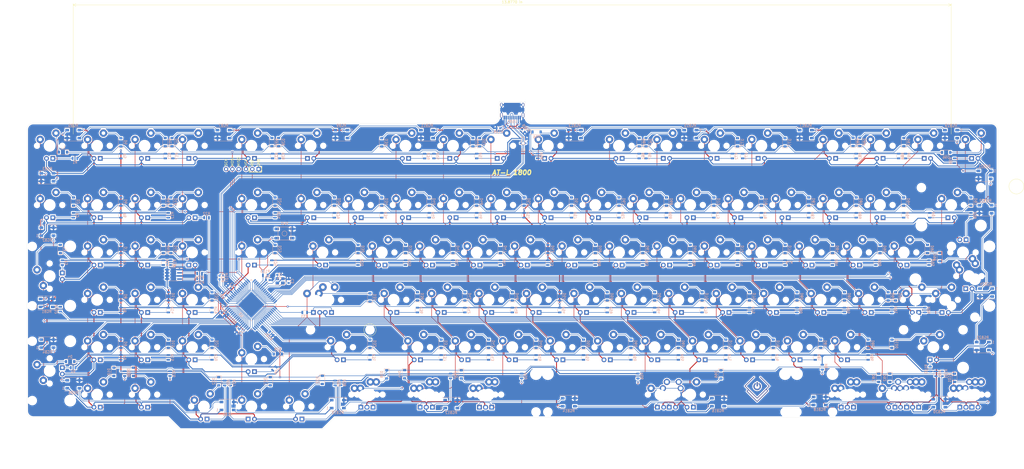
<source format=kicad_pcb>
(kicad_pcb (version 20171130) (host pcbnew "(5.1.5)-3")
  (layers (0 F.Cu signal) (31 B.Cu signal) (34 B.Paste user) (35 F.Paste user) (36 B.SilkS user) (37 F.SilkS user) (38 B.Mask user hide) (39 F.Mask user) (44 Edge.Cuts user))
  (net 0 "")
  (net 1 GND)
  (net 2 XTAL1)
  (net 3 XTAL2)
  (net 4 +5V)
  (net 5 RESET)
  (net 6 D-)
  (net 7 D+)
  (net 8 "Net-(MX_1-Pad4)")
  (net 9 "Net-(MX_2-Pad4)")
  (net 10 "Net-(MX_3-Pad4)")
  (net 11 "Net-(MX_4-Pad4)")
  (net 12 "Net-(MX_5-Pad4)")
  (net 13 "Net-(MX_6-Pad4)")
  (net 14 "Net-(MX_7-Pad4)")
  (net 15 "Net-(MX_8-Pad4)")
  (net 16 "Net-(MX_9-Pad4)")
  (net 17 "Net-(MX_'1-Pad4)")
  (net 18 "Net-(MX_+1-Pad4)")
  (net 19 "Net-(MX_-1-Pad4)")
  (net 20 "Net-(MX_;1-Pad4)")
  (net 21 "Net-(MX_[1-Pad4)")
  (net 22 "Net-(MX_]1-Pad4)")
  (net 23 "Net-(MX_`~1-Pad4)")
  (net 24 "Net-(MX_A1-Pad4)")
  (net 25 "Net-(MX_b1-Pad4)")
  (net 26 "Net-(MX_BkSp1-Pad4)")
  (net 27 "Net-(MX_c1-Pad4)")
  (net 28 "Net-(MX_CapLk1-Pad4)")
  (net 29 "Net-(MX_D1-Pad4)")
  (net 30 "Net-(MX_Delete1-Pad4)")
  (net 31 "Net-(MX_Down1-Pad4)")
  (net 32 "Net-(MX_E1-Pad4)")
  (net 33 "Net-(MX_ENTER1-Pad4)")
  (net 34 "Net-(MX_ESC1-Pad4)")
  (net 35 "Net-(MX_F2-Pad4)")
  (net 36 "Net-(MX_F3-Pad4)")
  (net 37 "Net-(MX_F4-Pad4)")
  (net 38 "Net-(MX_F5-Pad4)")
  (net 39 "Net-(MX_F6-Pad4)")
  (net 40 "Net-(MX_F7-Pad4)")
  (net 41 "Net-(MX_F8-Pad4)")
  (net 42 "Net-(MX_F9-Pad4)")
  (net 43 "Net-(MX_F10-Pad4)")
  (net 44 "Net-(MX_F11-Pad4)")
  (net 45 "Net-(MX_F12-Pad4)")
  (net 46 "Net-(MX_F13-Pad4)")
  (net 47 "Net-(MX_FN1-Pad4)")
  (net 48 "Net-(MX_FN2-Pad4)")
  (net 49 "Net-(MX_FN3-Pad4)")
  (net 50 "Net-(MX_FN4-Pad4)")
  (net 51 "Net-(MX_G1-Pad4)")
  (net 52 "Net-(MX_H1-Pad4)")
  (net 53 "Net-(MX_I1-Pad4)")
  (net 54 "Net-(MX_insert1-Pad4)")
  (net 55 "Net-(MX_J1-Pad4)")
  (net 56 "Net-(MX_K1-Pad4)")
  (net 57 "Net-(MX_L1-Pad4)")
  (net 58 "Net-(MX_Left1-Pad4)")
  (net 59 "Net-(MX_LShift1-Pad4)")
  (net 60 "Net-(MX_num1-Pad4)")
  (net 61 "Net-(MX_num2-Pad4)")
  (net 62 "Net-(MX_num3-Pad4)")
  (net 63 "Net-(MX_num4-Pad4)")
  (net 64 "Net-(MX_num5-Pad4)")
  (net 65 "Net-(MX_num6-Pad4)")
  (net 66 "Net-(MX_num7-Pad4)")
  (net 67 "Net-(MX_num8-Pad4)")
  (net 68 "Net-(MX_num9-Pad4)")
  (net 69 "Net-(MX_num*1-Pad4)")
  (net 70 "Net-(MX_num+1-Pad4)")
  (net 71 "Net-(MX_num-1-Pad4)")
  (net 72 "Net-(MX_num/1-Pad4)")
  (net 73 "Net-(MX_numDel1-Pad4)")
  (net 74 "Net-(MX_numEnter1-Pad4)")
  (net 75 "Net-(MX_O1-Pad4)")
  (net 76 "Net-(MX_P1-Pad4)")
  (net 77 "Net-(MX_PrtSc1-Pad4)")
  (net 78 "Net-(MX_Q1-Pad4)")
  (net 79 "Net-(MX_R1-Pad4)")
  (net 80 "Net-(MX_S1-Pad4)")
  (net 81 "Net-(MX_T1-Pad4)")
  (net 82 "Net-(MX_tab1-Pad4)")
  (net 83 "Net-(MX_U1-Pad4)")
  (net 84 "Net-(MX_up1-Pad4)")
  (net 85 "Net-(MX_v1-Pad4)")
  (net 86 "Net-(MX_W1-Pad4)")
  (net 87 "Net-(MX_x1-Pad4)")
  (net 88 "Net-(MX_Y1-Pad4)")
  (net 89 "Net-(MX_z1-Pad4)")
  (net 90 LedGND)
  (net 91 "Net-(MX_numLk1-Pad4)")
  (net 92 Row0)
  (net 93 "Net-(D1-Pad2)")
  (net 94 Row1)
  (net 95 "Net-(D2-Pad2)")
  (net 96 Row2)
  (net 97 "Net-(D3-Pad2)")
  (net 98 Row4)
  (net 99 "Net-(D4-Pad2)")
  (net 100 "Net-(D5-Pad2)")
  (net 101 "Net-(D6-Pad2)")
  (net 102 "Net-(D7-Pad2)")
  (net 103 Row3)
  (net 104 "Net-(D8-Pad2)")
  (net 105 "Net-(D9-Pad2)")
  (net 106 Row5)
  (net 107 "Net-(D10-Pad2)")
  (net 108 "Net-(D11-Pad2)")
  (net 109 "Net-(D12-Pad2)")
  (net 110 "Net-(D13-Pad2)")
  (net 111 "Net-(D14-Pad2)")
  (net 112 "Net-(D15-Pad2)")
  (net 113 "Net-(D16-Pad2)")
  (net 114 "Net-(D17-Pad2)")
  (net 115 "Net-(D18-Pad2)")
  (net 116 "Net-(D19-Pad2)")
  (net 117 "Net-(D20-Pad2)")
  (net 118 "Net-(D21-Pad2)")
  (net 119 "Net-(D22-Pad2)")
  (net 120 "Net-(D23-Pad2)")
  (net 121 "Net-(D24-Pad2)")
  (net 122 "Net-(D25-Pad2)")
  (net 123 "Net-(D26-Pad2)")
  (net 124 "Net-(D27-Pad2)")
  (net 125 "Net-(D28-Pad2)")
  (net 126 "Net-(D29-Pad2)")
  (net 127 "Net-(D30-Pad2)")
  (net 128 "Net-(D31-Pad2)")
  (net 129 "Net-(D32-Pad2)")
  (net 130 "Net-(D33-Pad2)")
  (net 131 "Net-(D35-Pad2)")
  (net 132 "Net-(D36-Pad2)")
  (net 133 "Net-(D37-Pad2)")
  (net 134 "Net-(D38-Pad2)")
  (net 135 "Net-(D39-Pad2)")
  (net 136 "Net-(D40-Pad2)")
  (net 137 "Net-(D41-Pad2)")
  (net 138 "Net-(D42-Pad2)")
  (net 139 "Net-(D43-Pad2)")
  (net 140 "Net-(D44-Pad2)")
  (net 141 "Net-(D45-Pad2)")
  (net 142 "Net-(D46-Pad2)")
  (net 143 "Net-(D47-Pad2)")
  (net 144 "Net-(D48-Pad2)")
  (net 145 "Net-(D49-Pad2)")
  (net 146 "Net-(D50-Pad2)")
  (net 147 "Net-(D51-Pad2)")
  (net 148 "Net-(D52-Pad2)")
  (net 149 "Net-(D53-Pad2)")
  (net 150 "Net-(D54-Pad2)")
  (net 151 "Net-(D55-Pad2)")
  (net 152 "Net-(D56-Pad2)")
  (net 153 "Net-(D57-Pad2)")
  (net 154 "Net-(D58-Pad2)")
  (net 155 "Net-(D59-Pad2)")
  (net 156 "Net-(D60-Pad2)")
  (net 157 "Net-(D61-Pad2)")
  (net 158 "Net-(D62-Pad2)")
  (net 159 "Net-(D63-Pad2)")
  (net 160 "Net-(D64-Pad2)")
  (net 161 "Net-(D65-Pad2)")
  (net 162 "Net-(D66-Pad2)")
  (net 163 "Net-(D67-Pad2)")
  (net 164 "Net-(D68-Pad2)")
  (net 165 "Net-(D69-Pad2)")
  (net 166 "Net-(D70-Pad2)")
  (net 167 "Net-(D71-Pad2)")
  (net 168 "Net-(D72-Pad2)")
  (net 169 "Net-(D73-Pad2)")
  (net 170 "Net-(D74-Pad2)")
  (net 171 "Net-(D75-Pad2)")
  (net 172 "Net-(D76-Pad2)")
  (net 173 "Net-(D77-Pad2)")
  (net 174 "Net-(D78-Pad2)")
  (net 175 "Net-(D79-Pad2)")
  (net 176 "Net-(D80-Pad2)")
  (net 177 "Net-(D81-Pad2)")
  (net 178 "Net-(D82-Pad2)")
  (net 179 "Net-(D83-Pad2)")
  (net 180 "Net-(D84-Pad2)")
  (net 181 "Net-(D85-Pad2)")
  (net 182 "Net-(D86-Pad2)")
  (net 183 "Net-(D87-Pad2)")
  (net 184 "Net-(D88-Pad2)")
  (net 185 "Net-(D89-Pad2)")
  (net 186 "Net-(D90-Pad2)")
  (net 187 "Net-(D91-Pad2)")
  (net 188 "Net-(D92-Pad2)")
  (net 189 "Net-(D93-Pad2)")
  (net 190 "Net-(D94-Pad2)")
  (net 191 "Net-(D95-Pad2)")
  (net 192 "Net-(D96-Pad2)")
  (net 193 "Net-(D97-Pad2)")
  (net 194 "Net-(D98-Pad2)")
  (net 195 "Net-(D99-Pad2)")
  (net 196 "Net-(D100-Pad2)")
  (net 197 "Net-(D101-Pad2)")
  (net 198 LedRGB)
  (net 199 Col15)
  (net 200 Col6)
  (net 201 Col7)
  (net 202 Col8)
  (net 203 Col9)
  (net 204 Col10)
  (net 205 Col11)
  (net 206 Col12)
  (net 207 Col13)
  (net 208 Col14)
  (net 209 Col16)
  (net 210 Col17)
  (net 211 Col5)
  (net 212 "Net-(MX_ALT1-Pad4)")
  (net 213 Col18)
  (net 214 Col4)
  (net 215 Col0)
  (net 216 Col1)
  (net 217 Col2)
  (net 218 Col3)
  (net 219 "Net-(MX_LControl1-Pad4)")
  (net 220 "Net-(MX_LWin1-Pad4)")
  (net 221 "Net-(MX_RAlt1-Pad4)")
  (net 222 "Net-(MX_RAlt4-Pad4)")
  (net 223 "Net-(MX_RControl1-Pad4)")
  (net 224 "Net-(MX_right1-Pad4)")
  (net 225 "Net-(MX_SpaceBar1-Pad4)")
  (net 226 NumLed)
  (net 227 CapLed)
  (net 228 "Net-(R107-Pad2)")
  (net 229 "Net-(R109-Pad2)")
  (net 230 "Net-(U2-Pad2)")
  (net 231 "Net-(U2-Pad14)")
  (net 232 "Net-(U2-Pad27)")
  (net 233 "Net-(U2-Pad44)")
  (net 234 "Net-(U2-Pad45)")
  (net 235 "Net-(U2-Pad49)")
  (net 236 "Net-(U2-Pad54)")
  (net 237 "Net-(U2-Pad55)")
  (net 238 "Net-(U2-Pad62)")
  (net 239 "Net-(MX_ENTER2-Pad4)")
  (net 240 "Net-(C1-Pad1)")
  (net 241 "Net-(D34-Pad2)")
  (net 242 "Net-(MX_10-Pad4)")
  (net 243 "Net-(MX_/?/1-Pad4)")
  (net 244 "Net-(MX_<1-Pad4)")
  (net 245 "Net-(MX_>1-Pad4)")
  (net 246 "Net-(MX_F1-Pad4)")
  (net 247 "Net-(MX_m1-Pad4)")
  (net 248 "Net-(MX_n1-Pad4)")
  (net 249 "Net-(MX_num10-Pad4)")
  (net 250 "Net-(MX_RShift1-Pad4)")
  (net 251 "Net-(R102-Pad2)")
  (net 252 "Net-(R104-Pad1)")
  (net 253 "Net-(R105-Pad2)")
  (net 254 "Net-(R106-Pad2)")
  (net 255 "Net-(R108-Pad2)")
  (net 256 "Net-(RGB1-Pad2)")
  (net 257 "Net-(RGB2-Pad2)")
  (net 258 "Net-(RGB3-Pad2)")
  (net 259 "Net-(RGB4-Pad4)")
  (net 260 "Net-(RGB5-Pad2)")
  (net 261 "Net-(RGB6-Pad4)")
  (net 262 "Net-(RGB7-Pad2)")
  (net 263 "Net-(RGB10-Pad2)")
  (net 264 "Net-(RGB11-Pad4)")
  (net 265 "Net-(RGB10-Pad4)")
  (net 266 "Net-(RGB11-Pad2)")
  (net 267 "Net-(RGB12-Pad4)")
  (net 268 "Net-(RGB13-Pad2)")
  (net 269 "Net-(RGB14-Pad4)")
  (net 270 "Net-(RGB15-Pad2)")
  (net 271 "Net-(RGB16-Pad4)")
  (net 272 "Net-(RGB17-Pad2)")
  (net 273 "Net-(RGB18-Pad4)")
  (net 274 "Net-(RGB19-Pad2)")
  (net 275 "Net-(RGB20-Pad4)")
  (net 276 "Net-(RGB21-Pad2)")
  (net 277 "Net-(RGB22-Pad2)")
  (net 278 "Net-(RGB23-Pad4)")
  (net 279 "Net-(U2-Pad25)")
  (net 280 "Net-(U2-Pad26)")
  (net 281 "Net-(U2-Pad17)")
  (net 282 "Net-(U2-Pad18)")
  (net 283 "Net-(U2-Pad19)")
  (net 284 "Net-(U2-Pad61)")
  (net 285 "Net-(U2-Pad9)")
  (net 286 "Net-(U2-Pad10)")
  (net 287 "Net-(U2-Pad48)")
  (net 288 SCK)
  (net 289 "Net-(Q1-Pad4)")
  (net 290 "Net-(Q1-Pad2)")
  (net 291 "Net-(RGB4-Pad2)")
  (net 292 "Net-(USB1-Pad9)")
  (net 293 "Net-(USB1-Pad3)")
  (module random-keyboard-parts:R_0805 (layer B.Cu) (at 95.504 76.7)
    (fp_text reference R111 (at 0 1.65) (layer B.SilkS) (effects (justify mirror)))
    (fp_text value 100-1.5k)
    (pad 1 smd rect (at -0.95 0) (size 0.7 1.3) (layers B.Cu B.Paste B.Mask) (net 289 "Net-(Q1-Pad4)"))
    (pad 2 smd rect (at 0.95 0) (size 0.7 1.3) (layers B.Cu B.Paste B.Mask) (net 229 "Net-(R109-Pad2)"))
  )
  (module Package_SO:SOIC-8_3.9x4.9mm_P1.27mm (layer B.Cu) (at 84.963 75.057 180)
    (fp_text reference Q1 (at 0 3.4) (layer B.SilkS) (effects (justify mirror)))
    (fp_text value FDS9926A)
    (pad 8 smd roundrect (at 2.475 1.905 180) (size 1.95 0.6) (layers B.Cu B.Paste B.Mask) (net 90 LedGND))
    (pad 7 smd roundrect (at 2.475 0.635 180) (size 1.95 0.6) (layers B.Cu B.Paste B.Mask) (net 90 LedGND))
    (pad 6 smd roundrect (at 2.475 -0.635 180) (size 1.95 0.6) (layers B.Cu B.Paste B.Mask) (net 90 LedGND))
    (pad 5 smd roundrect (at 2.475 -1.905 180) (size 1.95 0.6) (layers B.Cu B.Paste B.Mask) (net 90 LedGND))
    (pad 4 smd roundrect (at -2.475 -1.905 180) (size 1.95 0.6) (layers B.Cu B.Paste B.Mask) (net 289 "Net-(Q1-Pad4)"))
    (pad 3 smd roundrect (at -2.475 -0.635 180) (size 1.95 0.6) (layers B.Cu B.Paste B.Mask) (net 1 GND))
    (pad 2 smd roundrect (at -2.475 0.635 180) (size 1.95 0.6) (layers B.Cu B.Paste B.Mask) (net 290 "Net-(Q1-Pad2)"))
    (pad 1 smd roundrect (at -2.475 1.905 180) (size 1.95 0.6) (layers B.Cu B.Paste B.Mask) (net 1 GND))
  )
  (module MX_Only_v2:MXOnly-1U (layer F.Cu) (at 116.269 66.231)
    (fp_text reference MX_Delete1)
    (fp_text value 1U)
    (pad "" np_thru_hole circle (at 5.08 0 48.0996) (size 1.75 1.75) (drill 1.75) (layers *.Cu *.Mask))
    (pad "" np_thru_hole circle (at -5.08 0 48.0996) (size 1.75 1.75) (drill 1.75) (layers *.Cu *.Mask))
    (pad 4 thru_hole rect (at 1.27 5.08) (size 1.905 1.905) (drill 1.04) (layers *.Cu *.Mask) (net 30 "Net-(MX_Delete1-Pad4)"))
    (pad 3 thru_hole circle (at -1.27 5.08) (size 1.905 1.905) (drill 1.04) (layers *.Cu *.Mask) (net 4 +5V))
    (pad 1 thru_hole circle (at -3.81 -2.54) (size 3 3) (drill 1.47) (layers *.Cu *.Mask) (net 214 Col4))
    (pad "" np_thru_hole circle (at 0 0) (size 3.9878 3.9878) (drill 3.9878) (layers *.Cu *.Mask))
    (pad 2 thru_hole circle (at 2.54 -5.08) (size 3 3) (drill 1.47) (layers *.Cu *.Mask) (net 122 "Net-(D25-Pad2)"))
  )
  (module MX_Only_v2:MXOnly-1U (layer F.Cu) (at 116.269 47.181)
    (fp_text reference MX_insert1)
    (fp_text value 1U)
    (pad "" np_thru_hole circle (at 5.08 0 48.0996) (size 1.75 1.75) (drill 1.75) (layers *.Cu *.Mask))
    (pad "" np_thru_hole circle (at -5.08 0 48.0996) (size 1.75 1.75) (drill 1.75) (layers *.Cu *.Mask))
    (pad 4 thru_hole rect (at 1.27 5.08) (size 1.905 1.905) (drill 1.04) (layers *.Cu *.Mask) (net 54 "Net-(MX_insert1-Pad4)"))
    (pad 3 thru_hole circle (at -1.27 5.08) (size 1.905 1.905) (drill 1.04) (layers *.Cu *.Mask) (net 4 +5V))
    (pad 1 thru_hole circle (at -3.81 -2.54) (size 3 3) (drill 1.47) (layers *.Cu *.Mask) (net 214 Col4))
    (pad "" np_thru_hole circle (at 0 0) (size 3.9878 3.9878) (drill 3.9878) (layers *.Cu *.Mask))
    (pad 2 thru_hole circle (at 2.54 -5.08) (size 3 3) (drill 1.47) (layers *.Cu *.Mask) (net 121 "Net-(D24-Pad2)"))
  )
  (module LED_SMD:LED_WS2812B_PLCC4_5.0x5.0mm_P3.2mm (layer B.Cu) (at 34.12744 86.5378)
    (fp_text reference RGB1 (at 0 3.5) (layer B.SilkS) (effects (justify mirror)))
    (fp_text value WS2812B)
    (fp_text user 1 (at -4.15 1.6) (layer B.SilkS) (effects (justify mirror)))
    (pad 1 smd rect (at -2.45 1.6) (size 1.5 1) (layers B.Cu B.Paste B.Mask) (net 4 +5V))
    (pad 2 smd rect (at -2.45 -1.6) (size 1.5 1) (layers B.Cu B.Paste B.Mask) (net 256 "Net-(RGB1-Pad2)"))
    (pad 4 smd rect (at 2.45 1.6) (size 1.5 1) (layers B.Cu B.Paste B.Mask) (net 198 LedRGB))
    (pad 3 smd rect (at 2.45 -1.6) (size 1.5 1) (layers B.Cu B.Paste B.Mask) (net 1 GND))
  )
  (module MX_Only_v2:sanpjxlogo (layer F.Cu) (at 319.3796 121.2596)
    (fp_text reference LOGO1 hide)
    (fp_text value Logo_Open_Hardware_Large hide)
    (fp_poly (pts (xy 0.048713 -2.960956) (xy 0.09062 -2.949497) (xy 0.10188 -2.944937) (xy 0.145014 -2.920317) (xy 0.183513 -2.887434) (xy 0.2154 -2.848461) (xy 0.238699 -2.805573) (xy 0.245377 -2.787145) (xy 0.247108 -2.781309) (xy 0.248656 -2.775201) (xy 0.25003 -2.768182) (xy 0.251241 -2.759614) (xy 0.252299 -2.748857) (xy 0.253213 -2.735273) (xy 0.253995 -2.718222) (xy 0.254654 -2.697066) (xy 0.255201 -2.671165) (xy 0.255645 -2.63988) (xy 0.255996 -2.602573) (xy 0.256265 -2.558605) (xy 0.256463 -2.507336) (xy 0.256598 -2.448127) (xy 0.256682 -2.38034) (xy 0.256723 -2.303336) (xy 0.256734 -2.216474) (xy 0.256723 -2.119118) (xy 0.256714 -2.07278) (xy 0.256643 -1.964031) (xy 0.256479 -1.863335) (xy 0.256224 -1.77102) (xy 0.255881 -1.687409) (xy 0.255453 -1.612828) (xy 0.254943 -1.547601) (xy 0.254352 -1.492054) (xy 0.253684 -1.44651) (xy 0.252942 -1.411296) (xy 0.252127 -1.386735) (xy 0.251244 -1.373154) (xy 0.250924 -1.371078) (xy 0.237252 -1.330297) (xy 0.215071 -1.292034) (xy 0.186967 -1.258005) (xy 0.15574 -1.227941) (xy 0.125268 -1.20628) (xy 0.092129 -1.190798) (xy 0.074593 -1.185004) (xy 0.041788 -1.178538) (xy 0.004008 -1.176153) (xy -0.034106 -1.177799) (xy -0.067908 -1.18343) (xy -0.078688 -1.186614) (xy -0.12584 -1.208747) (xy -0.167474 -1.239925) (xy -0.202314 -1.278599) (xy -0.229079 -1.323217) (xy -0.24649 -1.372228) (xy -0.250972 -1.395573) (xy -0.251861 -1.407668) (xy -0.252675 -1.430256) (xy -0.253414 -1.462423) (xy -0.254078 -1.503254) (xy -0.254667 -1.551835) (xy -0.255181 -1.607252) (xy -0.255621 -1.66859) (xy -0.255986 -1.734935) (xy -0.256277 -1.805372) (xy -0.256493 -1.878988) (xy -0.256635 -1.954868) (xy -0.256702 -2.032098) (xy -0.256695 -2.109763) (xy -0.256614 -2.186948) (xy -0.256459 -2.262741) (xy -0.25623 -2.336225) (xy -0.255926 -2.406488) (xy -0.255549 -2.472614) (xy -0.255097 -2.533689) (xy -0.254572 -2.588799) (xy -0.253973 -2.63703) (xy -0.2533 -2.677467) (xy -0.252554 -2.709196) (xy -0.251734 -2.731302) (xy -0.250877 -2.742629) (xy -0.237932 -2.794104) (xy -0.215219 -2.841069) (xy -0.183889 -2.882346) (xy -0.145095 -2.916753) (xy -0.099989 -2.943111) (xy -0.049721 -2.96024) (xy -0.035743 -2.963072) (xy 0.004926 -2.9657) (xy 0.048713 -2.960956)) (layer B.Cu) (width 0.01))
    (fp_poly (pts (xy 0.829658 -2.444898) (xy 0.877834 -2.427656) (xy 0.902924 -2.413386) (xy 0.934037 -2.391816) (xy 0.969634 -2.364199) (xy 1.008176 -2.331788) (xy 1.048124 -2.295834) (xy 1.087941 -2.257593) (xy 1.093329 -2.252215) (xy 1.163265 -2.178206) (xy 1.224599 -2.104513) (xy 1.279435 -2.028211) (xy 1.329873 -1.946373) (xy 1.378015 -1.856073) (xy 1.378432 -1.855238) (xy 1.43154 -1.736118) (xy 1.47401 -1.613394) (xy 1.505767 -1.487787) (xy 1.526735 -1.360021) (xy 1.53684 -1.230818) (xy 1.536006 -1.100902) (xy 1.524158 -0.970994) (xy 1.501222 -0.841818) (xy 1.488932 -0.790539) (xy 1.457633 -0.687179) (xy 1.416972 -0.582072) (xy 1.368194 -0.477696) (xy 1.312543 -0.376526) (xy 1.251263 -0.281041) (xy 1.195107 -0.205483) (xy 1.168196 -0.173683) (xy 1.134836 -0.137206) (xy 1.097487 -0.09851) (xy 1.05861 -0.060056) (xy 1.020665 -0.024304) (xy 0.986111 0.006285) (xy 0.970337 0.019306) (xy 0.877567 0.087486) (xy 0.777647 0.14997) (xy 0.672616 0.205787) (xy 0.564513 0.253967) (xy 0.455376 0.293541) (xy 0.347244 0.323538) (xy 0.316786 0.330221) (xy 0.239015 0.343845) (xy 0.15639 0.354007) (xy 0.072449 0.36046) (xy -0.009275 0.362961) (xy -0.085244 0.361264) (xy -0.108923 0.359704) (xy -0.229204 0.345638) (xy -0.346674 0.322281) (xy -0.460995 0.290175) (xy -0.585613 0.244511) (xy -0.704339 0.189302) (xy -0.816795 0.124998) (xy -0.922603 0.052049) (xy -1.021383 -0.029092) (xy -1.112757 -0.117975) (xy -1.196346 -0.214151) (xy -1.271773 -0.317167) (xy -1.338657 -0.426573) (xy -1.396622 -0.541918) (xy -1.445288 -0.662752) (xy -1.484276 -0.788624) (xy -1.513209 -0.919083) (xy -1.52199 -0.973191) (xy -1.526585 -1.014622) (xy -1.529834 -1.064535) (xy -1.531736 -1.120074) (xy -1.53229 -1.178385) (xy -1.531495 -1.236612) (xy -1.529352 -1.291901) (xy -1.525858 -1.341396) (xy -1.522084 -1.374954) (xy -1.498175 -1.506671) (xy -1.463645 -1.634811) (xy -1.418727 -1.758817) (xy -1.363656 -1.87813) (xy -1.298664 -1.992193) (xy -1.223987 -2.100449) (xy -1.210825 -2.117618) (xy -1.179244 -2.156045) (xy -1.14299 -2.196489) (xy -1.103514 -2.237614) (xy -1.062265 -2.278085) (xy -1.020694 -2.316566) (xy -0.980251 -2.351721) (xy -0.942385 -2.382215) (xy -0.908546 -2.406712) (xy -0.880185 -2.423877) (xy -0.876158 -2.425899) (xy -0.826508 -2.443864) (xy -0.775006 -2.451247) (xy -0.723396 -2.448223) (xy -0.67342 -2.434965) (xy -0.62682 -2.411644) (xy -0.609348 -2.399409) (xy -0.584819 -2.376243) (xy -0.56072 -2.345907) (xy -0.539841 -2.312396) (xy -0.524974 -2.279709) (xy -0.524191 -2.277438) (xy -0.513904 -2.229968) (xy -0.513058 -2.17961) (xy -0.521259 -2.12927) (xy -0.538116 -2.081859) (xy -0.5546 -2.052354) (xy -0.567613 -2.036054) (xy -0.586522 -2.016433) (xy -0.60798 -1.996877) (xy -0.616096 -1.990174) (xy -0.648585 -1.962562) (xy -0.68455 -1.929234) (xy -0.72181 -1.892445) (xy -0.758188 -1.854451) (xy -0.791506 -1.817508) (xy -0.819585 -1.78387) (xy -0.834792 -1.76373) (xy -0.882933 -1.688087) (xy -0.925787 -1.604891) (xy -0.961999 -1.517307) (xy -0.990215 -1.428497) (xy -1.004536 -1.367033) (xy -1.012232 -1.317039) (xy -1.017605 -1.259759) (xy -1.020506 -1.199112) (xy -1.020784 -1.139019) (xy -1.018289 -1.083399) (xy -1.016237 -1.061013) (xy -0.999074 -0.956233) (xy -0.971052 -0.854266) (xy -0.932534 -0.755844) (xy -0.883886 -0.661702) (xy -0.825472 -0.572575) (xy -0.757657 -0.489195) (xy -0.705025 -0.43487) (xy -0.62685 -0.367421) (xy -0.54106 -0.307603) (xy -0.449154 -0.256173) (xy -0.352632 -0.21389) (xy -0.252994 -0.181513) (xy -0.165529 -0.162094) (xy -0.131132 -0.157574) (xy -0.088775 -0.154273) (xy -0.041449 -0.15222) (xy 0.007852 -0.151446) (xy 0.056136 -0.15198) (xy 0.100411 -0.153851) (xy 0.137684 -0.157088) (xy 0.151258 -0.15898) (xy 0.258108 -0.181893) (xy 0.360774 -0.21499) (xy 0.458598 -0.257837) (xy 0.550922 -0.309997) (xy 0.637087 -0.371035) (xy 0.716435 -0.440517) (xy 0.788308 -0.518006) (xy 0.852046 -0.603068) (xy 0.873469 -0.636427) (xy 0.893172 -0.670862) (xy 0.914469 -0.712077) (xy 0.935549 -0.756238) (xy 0.954599 -0.79951) (xy 0.969809 -0.838057) (xy 0.973086 -0.847342) (xy 1.001528 -0.948101) (xy 1.01916 -1.051135) (xy 1.02609 -1.155389) (xy 1.022424 -1.259803) (xy 1.008271 -1.363322) (xy 0.983739 -1.464886) (xy 0.948934 -1.56344) (xy 0.903966 -1.657924) (xy 0.887566 -1.686925) (xy 0.841674 -1.758785) (xy 0.791924 -1.824159) (xy 0.736129 -1.885591) (xy 0.672101 -1.945626) (xy 0.646058 -1.967852) (xy 0.621092 -1.989397) (xy 0.597637 -2.01093) (xy 0.577963 -2.030278) (xy 0.564341 -2.045269) (xy 0.562012 -2.048265) (xy 0.539316 -2.087818) (xy 0.523794 -2.133192) (xy 0.516104 -2.181025) (xy 0.516905 -2.227952) (xy 0.52167 -2.254016) (xy 0.539961 -2.304624) (xy 0.56653 -2.34881) (xy 0.600123 -2.385965) (xy 0.63949 -2.415477) (xy 0.683379 -2.436736) (xy 0.730538 -2.449133) (xy 0.779715 -2.452057) (xy 0.829658 -2.444898)) (layer F.Cu) (width 0.01))
    (fp_poly (pts (xy -1.23727 -5.032098) (xy -1.204677 -5.020972) (xy -1.176609 -5.001216) (xy -1.162681 -4.98507) (xy -1.149409 -4.95773) (xy -1.142817 -4.925357) (xy -1.143574 -4.89262) (xy -1.14717 -4.876765) (xy -1.148837 -4.873847) (xy -1.152789 -4.868711) (xy -1.15923 -4.861151) (xy -1.168363 -4.850962) (xy -1.180393 -4.837938) (xy -1.195523 -4.821873) (xy -1.213957 -4.802562) (xy -1.235899 -4.779798) (xy -1.261553 -4.753376) (xy -1.291123 -4.723091) (xy -1.324813 -4.688736) (xy -1.362827 -4.650105) (xy -1.405369 -4.606994) (xy -1.452643 -4.559195) (xy -1.504852 -4.506505) (xy -1.562201 -4.448716) (xy -1.624893 -4.385623) (xy -1.693133 -4.31702) (xy -1.767124 -4.242702) (xy -1.84707 -4.162462) (xy -1.933176 -4.076096) (xy -2.025645 -3.983397) (xy -2.124681 -3.884159) (xy -2.230488 -3.778177) (xy -2.34327 -3.665246) (xy -2.463231 -3.545158) (xy -2.590575 -3.41771) (xy -2.725506 -3.282694) (xy -2.868227 -3.139905) (xy -2.930153 -3.077955) (xy -4.706113 -1.301372) (xy 0.002857 3.407598) (xy 2.357347 1.053103) (xy 4.711836 -1.301392) (xy 2.938663 -3.075111) (xy 2.819349 -3.194484) (xy 2.702048 -3.311884) (xy 2.58702 -3.427052) (xy 2.474525 -3.539726) (xy 2.364823 -3.649643) (xy 2.258173 -3.756544) (xy 2.154835 -3.860167) (xy 2.055069 -3.96025) (xy 1.959136 -4.056533) (xy 1.867294 -4.148754) (xy 1.779804 -4.236651) (xy 1.696925 -4.319964) (xy 1.618917 -4.39843) (xy 1.54604 -4.47179) (xy 1.478555 -4.539781) (xy 1.41672 -4.602143) (xy 1.360795 -4.658613) (xy 1.31104 -4.708931) (xy 1.267716 -4.752835) (xy 1.231082 -4.790065) (xy 1.201397 -4.820358) (xy 1.178922 -4.843454) (xy 1.163917 -4.859091) (xy 1.15664 -4.867008) (xy 1.155977 -4.867887) (xy 1.147304 -4.897092) (xy 1.147257 -4.929513) (xy 1.155171 -4.961733) (xy 1.17038 -4.990333) (xy 1.182477 -5.004098) (xy 1.209595 -5.022074) (xy 1.241904 -5.032043) (xy 1.276011 -5.033521) (xy 1.30852 -5.026024) (xy 1.315287 -5.023041) (xy 1.320727 -5.018665) (xy 1.332836 -5.007566) (xy 1.351676 -4.989679) (xy 1.377312 -4.964942) (xy 1.409809 -4.93329) (xy 1.449231 -4.894659) (xy 1.49564 -4.848987) (xy 1.549103 -4.796209) (xy 1.609682 -4.736261) (xy 1.677442 -4.669081) (xy 1.752447 -4.594604) (xy 1.834761 -4.512766) (xy 1.924448 -4.423503) (xy 2.021572 -4.326753) (xy 2.126198 -4.222452) (xy 2.238389 -4.110535) (xy 2.358209 -3.990938) (xy 2.485723 -3.863599) (xy 2.620995 -3.728454) (xy 2.764088 -3.585439) (xy 2.915068 -3.434489) (xy 3.073997 -3.275542) (xy 3.162974 -3.186536) (xy 4.987454 -1.361325) (xy 4.994341 -1.331359) (xy 4.998226 -1.306672) (xy 4.996831 -1.283928) (xy 4.994314 -1.271427) (xy 4.993284 -1.267275) (xy 4.991902 -1.263066) (xy 4.98978 -1.258397) (xy 4.986533 -1.252866) (xy 4.981773 -1.246074) (xy 4.975115 -1.237617) (xy 4.966172 -1.227094) (xy 4.954558 -1.214105) (xy 4.939886 -1.198246) (xy 4.921771 -1.179118) (xy 4.899824 -1.156318) (xy 4.873661 -1.129444) (xy 4.842895 -1.098096) (xy 4.807139 -1.061871) (xy 4.766007 -1.020369) (xy 4.719113 -0.973188) (xy 4.66607 -0.919925) (xy 4.606491 -0.860181) (xy 4.539991 -0.793552) (xy 4.466183 -0.719638) (xy 4.387377 -0.640737) (xy 3.787353 -0.040013) (xy 4.093303 0.266814) (xy 4.150371 0.324067) (xy 4.199908 0.373837) (xy 4.242459 0.416707) (xy 4.27857 0.453259) (xy 4.308788 0.484079) (xy 4.333657 0.50975) (xy 4.353724 0.530855) (xy 4.369534 0.547978) (xy 4.381632 0.561703) (xy 4.390565 0.572613) (xy 4.396878 0.581293) (xy 4.401117 0.588324) (xy 4.403827 0.594292) (xy 4.405555 0.59978) (xy 4.4059 0.601155) (xy 4.409542 0.635559) (xy 4.404414 0.668436) (xy 4.398228 0.683894) (xy 4.393816 0.688702) (xy 4.381566 0.701345) (xy 4.36171 0.721587) (xy 4.334485 0.749195) (xy 4.300124 0.783931) (xy 4.258863 0.82556) (xy 4.210936 0.873848) (xy 4.156577 0.928559) (xy 4.096021 0.989458) (xy 4.029504 1.056308) (xy 3.957258 1.128875) (xy 3.87952 1.206924) (xy 3.796523 1.290218) (xy 3.708502 1.378523) (xy 3.615693 1.471603) (xy 3.518329 1.569223) (xy 3.416645 1.671148) (xy 3.310875 1.777141) (xy 3.201255 1.886968) (xy 3.088019 2.000394) (xy 2.971402 2.117182) (xy 2.851637 2.237098) (xy 2.728961 2.359906) (xy 2.603607 2.485371) (xy 2.47581 2.613257) (xy 2.345804 2.74333) (xy 2.231418 2.857755) (xy 2.056204 3.032999) (xy 1.88896 3.200236) (xy 1.729602 3.35955) (xy 1.578048 3.511023) (xy 1.434213 3.654739) (xy 1.298013 3.790782) (xy 1.169365 3.919234) (xy 1.048185 4.04018) (xy 0.934389 4.153701) (xy 0.827894 4.259882) (xy 0.728616 4.358806) (xy 0.636471 4.450557) (xy 0.551374 4.535216) (xy 0.473244 4.612868) (xy 0.401995 4.683597) (xy 0.337545 4.747484) (xy 0.279809 4.804615) (xy 0.228703 4.855071) (xy 0.184144 4.898936) (xy 0.146049 4.936294) (xy 0.114333 4.967227) (xy 0.088912 4.99182) (xy 0.069704 5.010155) (xy 0.056624 5.022315) (xy 0.049588 5.028385) (xy 0.048516 5.029096) (xy 0.01671 5.038026) (xy -0.018761 5.037585) (xy -0.039956 5.032942) (xy -0.043022 5.030961) (xy -0.04917 5.025847) (xy -0.058573 5.017427) (xy -0.071403 5.00553) (xy -0.087834 4.989985) (xy -0.108038 4.970619) (xy -0.132188 4.947261) (xy -0.160456 4.919739) (xy -0.193017 4.887882) (xy -0.230042 4.851518) (xy -0.271705 4.810475) (xy -0.318178 4.764582) (xy -0.369635 4.713668) (xy -0.426247 4.65756) (xy -0.488188 4.596087) (xy -0.555631 4.529077) (xy -0.628749 4.456359) (xy -0.707714 4.37776) (xy -0.792699 4.293111) (xy -0.883878 4.202238) (xy -0.981422 4.10497) (xy -1.085505 4.001136) (xy -1.1963 3.890563) (xy -1.31398 3.773081) (xy -1.438717 3.648518) (xy -1.570684 3.516701) (xy -1.710054 3.37746) (xy -1.857 3.230623) (xy -2.011695 3.076018) (xy -2.144754 2.943019) (xy -2.277802 2.810005) (xy -2.408463 2.679341) (xy -2.53651 2.551253) (xy -2.661715 2.425969) (xy -2.783854 2.303718) (xy -2.902697 2.184727) (xy -3.01802 2.069224) (xy -3.129594 1.957436) (xy -3.237194 1.849592) (xy -3.340592 1.74592) (xy -3.439561 1.646646) (xy -3.533875 1.551999) (xy -3.623306 1.462207) (xy -3.707629 1.377498) (xy -3.786615 1.298098) (xy -3.860039 1.224237) (xy -3.927674 1.156142) (xy -3.989292 1.094041) (xy -4.044667 1.038161) (xy -4.093572 0.988731) (xy -4.13578 0.945977) (xy -4.171065 0.910129) (xy -4.199199 0.881413) (xy -4.219956 0.860058) (xy -4.233109 0.846291) (xy -4.238431 0.840341) (xy -4.23852 0.840192) (xy -4.249705 0.805418) (xy -4.249768 0.787691) (xy -3.964102 0.787691) (xy -1.983478 2.768413) (xy -1.857419 2.894463) (xy -1.733374 3.018468) (xy -1.611586 3.140185) (xy -1.492302 3.25937) (xy -1.375766 3.375779) (xy -1.262222 3.489169) (xy -1.151916 3.599294) (xy -1.045092 3.705913) (xy -0.941995 3.80878) (xy -0.84287 3.907652) (xy -0.747962 4.002285) (xy -0.657515 4.092436) (xy -0.571773 4.177859) (xy -0.490983 4.258313) (xy -0.415389 4.333552) (xy -0.345235 4.403333) (xy -0.280766 4.467412) (xy -0.222228 4.525546) (xy -0.169864 4.577489) (xy -0.12392 4.623) (xy -0.08464 4.661833) (xy -0.052269 4.693745) (xy -0.027053 4.718492) (xy -0.009235 4.73583) (xy 0.000939 4.745515) (xy 0.003402 4.747613) (xy 0.007788 4.743517) (xy 0.019999 4.731582) (xy 0.039794 4.712047) (xy 0.066933 4.685152) (xy 0.101177 4.651136) (xy 0.142285 4.61024) (xy 0.190017 4.562704) (xy 0.244134 4.508768) (xy 0.304394 4.44867) (xy 0.370558 4.382652) (xy 0.442386 4.310952) (xy 0.519637 4.233812) (xy 0.602073 4.15147) (xy 0.689451 4.064167) (xy 0.781533 3.972142) (xy 0.878079 3.875636) (xy 0.978848 3.774887) (xy 1.083599 3.670137) (xy 1.192094 3.561625) (xy 1.304092 3.44959) (xy 1.419353 3.334273) (xy 1.537637 3.215913) (xy 1.658703 3.09475) (xy 1.782312 2.971025) (xy 1.908223 2.844977) (xy 2.036197 2.716845) (xy 2.064996 2.688008) (xy 4.120334 0.629927) (xy 3.869549 0.379191) (xy 3.618765 0.128455) (xy 1.845056 1.901967) (xy 1.689208 2.05778) (xy 1.541292 2.205623) (xy 1.401189 2.345615) (xy 1.268778 2.477876) (xy 1.143938 2.602527) (xy 1.026549 2.719687) (xy 0.916489 2.829477) (xy 0.813638 2.932015) (xy 0.717876 3.027421) (xy 0.629081 3.115817) (xy 0.547133 3.197321) (xy 0.471911 3.272053) (xy 0.403295 3.340134) (xy 0.341163 3.401683) (xy 0.285395 3.45682) (xy 0.23587 3.505664) (xy 0.192468 3.548337) (xy 0.155068 3.584957) (xy 0.123549 3.615644) (xy 0.09779 3.640519) (xy 0.07767 3.659701) (xy 0.06307 3.673311) (xy 0.053868 3.681467) (xy 0.050127 3.684234) (xy 0.025811 3.690576) (xy -0.002809 3.692753) (xy -0.0301 3.690597) (xy -0.043865 3.687018) (xy -0.049055 3.682571) (xy -0.06208 3.670273) (xy -0.082712 3.650349) (xy -0.110721 3.623029) (xy -0.145877 3.58854) (xy -0.187953 3.54711) (xy -0.236719 3.498966) (xy -0.291945 3.444336) (xy -0.353403 3.383447) (xy -0.420863 3.316528) (xy -0.494097 3.243807) (xy -0.572875 3.16551) (xy -0.656969 3.081865) (xy -0.746148 2.993101) (xy -0.840185 2.899445) (xy -0.93885 2.801125) (xy -1.041914 2.698367) (xy -1.149148 2.591401) (xy -1.260322 2.480454) (xy -1.375208 2.365753) (xy -1.493577 2.247527) (xy -1.615199 2.126002) (xy -1.739845 2.001407) (xy -1.759452 1.981804) (xy -3.458972 0.282561) (xy -3.964102 0.787691) (xy -4.249768 0.787691) (xy -4.24983 0.770385) (xy -4.246577 0.754877) (xy -4.244784 0.749372) (xy -4.241951 0.743314) (xy -4.237531 0.73612) (xy -4.23098 0.72721) (xy -4.221753 0.716003) (xy -4.209305 0.701916) (xy -4.193091 0.68437) (xy -4.172565 0.662783) (xy -4.147183 0.636573) (xy -4.1164 0.605159) (xy -4.07967 0.567961) (xy -4.036448 0.524396) (xy -3.98619 0.473884) (xy -3.933392 0.420899) (xy -3.62748 0.114045) (xy -4.302174 -0.560854) (xy -4.398032 -0.656794) (xy -4.485942 -0.744893) (xy -4.56608 -0.825329) (xy -4.638621 -0.89828) (xy -4.703739 -0.963926) (xy -4.761612 -1.022444) (xy -4.812413 -1.074014) (xy -4.856319 -1.118815) (xy -4.893506 -1.157024) (xy -4.924147 -1.188821) (xy -4.94842 -1.214385) (xy -4.966498 -1.233894) (xy -4.978559 -1.247526) (xy -4.984777 -1.255461) (xy -4.985625 -1.256974) (xy -4.993373 -1.289633) (xy -4.991683 -1.323946) (xy -4.983416 -1.34991) (xy -4.978534 -1.355777) (xy -4.965877 -1.369377) (xy -4.945757 -1.390397) (xy -4.918484 -1.418527) (xy -4.884372 -1.453455) (xy -4.84373 -1.494869) (xy -4.796871 -1.542458) (xy -4.744107 -1.595911) (xy -4.685749 -1.654916) (xy -4.622108 -1.719162) (xy -4.553497 -1.788338) (xy -4.480226 -1.862131) (xy -4.402607 -1.940231) (xy -4.320953 -2.022326) (xy -4.235573 -2.108105) (xy -4.146781 -2.197257) (xy -4.054888 -2.289469) (xy -3.960204 -2.384431) (xy -3.863042 -2.48183) (xy -3.763714 -2.581357) (xy -3.662531 -2.682698) (xy -3.559804 -2.785544) (xy -3.455845 -2.889582) (xy -3.350965 -2.994501) (xy -3.245477 -3.099989) (xy -3.139692 -3.205736) (xy -3.033921 -3.31143) (xy -2.928476 -3.416758) (xy -2.823669 -3.521411) (xy -2.71981 -3.625076) (xy -2.617213 -3.727442) (xy -2.516187 -3.828198) (xy -2.417045 -3.927033) (xy -2.320099 -4.023634) (xy -2.22566 -4.11769) (xy -2.134039 -4.208891) (xy -2.045549 -4.296924) (xy -1.9605 -4.381478) (xy -1.879204 -4.462242) (xy -1.801973 -4.538904) (xy -1.729119 -4.611153) (xy -1.660953 -4.678678) (xy -1.597786 -4.741167) (xy -1.53993 -4.798308) (xy -1.487698 -4.849791) (xy -1.441399 -4.895303) (xy -1.401346 -4.934534) (xy -1.367851 -4.967172) (xy -1.341225 -4.992906) (xy -1.32178 -5.011424) (xy -1.309826 -5.022414) (xy -1.305858 -5.025581) (xy -1.271845 -5.033874) (xy -1.23727 -5.032098)) (layer F.Cu) (width 0.01))
    (fp_poly (pts (xy -1.23727 -5.032098) (xy -1.204677 -5.020972) (xy -1.176609 -5.001216) (xy -1.162681 -4.98507) (xy -1.149409 -4.95773) (xy -1.142817 -4.925357) (xy -1.143574 -4.89262) (xy -1.14717 -4.876765) (xy -1.148837 -4.873847) (xy -1.152789 -4.868711) (xy -1.15923 -4.861151) (xy -1.168363 -4.850962) (xy -1.180393 -4.837938) (xy -1.195523 -4.821873) (xy -1.213957 -4.802562) (xy -1.235899 -4.779798) (xy -1.261553 -4.753376) (xy -1.291123 -4.723091) (xy -1.324813 -4.688736) (xy -1.362827 -4.650105) (xy -1.405369 -4.606994) (xy -1.452643 -4.559195) (xy -1.504852 -4.506505) (xy -1.562201 -4.448716) (xy -1.624893 -4.385623) (xy -1.693133 -4.31702) (xy -1.767124 -4.242702) (xy -1.84707 -4.162462) (xy -1.933176 -4.076096) (xy -2.025645 -3.983397) (xy -2.124681 -3.884159) (xy -2.230488 -3.778177) (xy -2.34327 -3.665246) (xy -2.463231 -3.545158) (xy -2.590575 -3.41771) (xy -2.725506 -3.282694) (xy -2.868227 -3.139905) (xy -2.930153 -3.077955) (xy -4.706113 -1.301372) (xy 0.002857 3.407598) (xy 2.357347 1.053103) (xy 4.711836 -1.301392) (xy 2.938663 -3.075111) (xy 2.819349 -3.194484) (xy 2.702048 -3.311884) (xy 2.58702 -3.427052) (xy 2.474525 -3.539726) (xy 2.364823 -3.649643) (xy 2.258173 -3.756544) (xy 2.154835 -3.860167) (xy 2.055069 -3.96025) (xy 1.959136 -4.056533) (xy 1.867294 -4.148754) (xy 1.779804 -4.236651) (xy 1.696925 -4.319964) (xy 1.618917 -4.39843) (xy 1.54604 -4.47179) (xy 1.478555 -4.539781) (xy 1.41672 -4.602143) (xy 1.360795 -4.658613) (xy 1.31104 -4.708931) (xy 1.267716 -4.752835) (xy 1.231082 -4.790065) (xy 1.201397 -4.820358) (xy 1.178922 -4.843454) (xy 1.163917 -4.859091) (xy 1.15664 -4.867008) (xy 1.155977 -4.867887) (xy 1.147304 -4.897092) (xy 1.147257 -4.929513) (xy 1.155171 -4.961733) (xy 1.17038 -4.990333) (xy 1.182477 -5.004098) (xy 1.209595 -5.022074) (xy 1.241904 -5.032043) (xy 1.276011 -5.033521) (xy 1.30852 -5.026024) (xy 1.315287 -5.023041) (xy 1.320727 -5.018665) (xy 1.332836 -5.007566) (xy 1.351676 -4.989679) (xy 1.377312 -4.964942) (xy 1.409809 -4.93329) (xy 1.449231 -4.894659) (xy 1.49564 -4.848987) (xy 1.549103 -4.796209) (xy 1.609682 -4.736261) (xy 1.677442 -4.669081) (xy 1.752447 -4.594604) (xy 1.834761 -4.512766) (xy 1.924448 -4.423503) (xy 2.021572 -4.326753) (xy 2.126198 -4.222452) (xy 2.238389 -4.110535) (xy 2.358209 -3.990938) (xy 2.485723 -3.863599) (xy 2.620995 -3.728454) (xy 2.764088 -3.585439) (xy 2.915068 -3.434489) (xy 3.073997 -3.275542) (xy 3.162974 -3.186536) (xy 4.987454 -1.361325) (xy 4.994341 -1.331359) (xy 4.998226 -1.306672) (xy 4.996831 -1.283928) (xy 4.994314 -1.271427) (xy 4.993284 -1.267275) (xy 4.991902 -1.263066) (xy 4.98978 -1.258397) (xy 4.986533 -1.252866) (xy 4.981773 -1.246074) (xy 4.975115 -1.237617) (xy 4.966172 -1.227094) (xy 4.954558 -1.214105) (xy 4.939886 -1.198246) (xy 4.921771 -1.179118) (xy 4.899824 -1.156318) (xy 4.873661 -1.129444) (xy 4.842895 -1.098096) (xy 4.807139 -1.061871) (xy 4.766007 -1.020369) (xy 4.719113 -0.973188) (xy 4.66607 -0.919925) (xy 4.606491 -0.860181) (xy 4.539991 -0.793552) (xy 4.466183 -0.719638) (xy 4.387377 -0.640737) (xy 3.787353 -0.040013) (xy 4.093303 0.266814) (xy 4.150371 0.324067) (xy 4.199908 0.373837) (xy 4.242459 0.416707) (xy 4.27857 0.453259) (xy 4.308788 0.484079) (xy 4.333657 0.50975) (xy 4.353724 0.530855) (xy 4.369534 0.547978) (xy 4.381632 0.561703) (xy 4.390565 0.572613) (xy 4.396878 0.581293) (xy 4.401117 0.588324) (xy 4.403827 0.594292) (xy 4.405555 0.59978) (xy 4.4059 0.601155) (xy 4.409542 0.635559) (xy 4.404414 0.668436) (xy 4.398228 0.683894) (xy 4.393816 0.688702) (xy 4.381566 0.701345) (xy 4.36171 0.721587) (xy 4.334485 0.749195) (xy 4.300124 0.783931) (xy 4.258863 0.82556) (xy 4.210936 0.873848) (xy 4.156577 0.928559) (xy 4.096021 0.989458) (xy 4.029504 1.056308) (xy 3.957258 1.128875) (xy 3.87952 1.206924) (xy 3.796523 1.290218) (xy 3.708502 1.378523) (xy 3.615693 1.471603) (xy 3.518329 1.569223) (xy 3.416645 1.671148) (xy 3.310875 1.777141) (xy 3.201255 1.886968) (xy 3.088019 2.000394) (xy 2.971402 2.117182) (xy 2.851637 2.237098) (xy 2.728961 2.359906) (xy 2.603607 2.485371) (xy 2.47581 2.613257) (xy 2.345804 2.74333) (xy 2.231418 2.857755) (xy 2.056204 3.032999) (xy 1.88896 3.200236) (xy 1.729602 3.35955) (xy 1.578048 3.511023) (xy 1.434213 3.654739) (xy 1.298013 3.790782) (xy 1.169365 3.919234) (xy 1.048185 4.04018) (xy 0.934389 4.153701) (xy 0.827894 4.259882) (xy 0.728616 4.358806) (xy 0.636471 4.450557) (xy 0.551374 4.535216) (xy 0.473244 4.612868) (xy 0.401995 4.683597) (xy 0.337545 4.747484) (xy 0.279809 4.804615) (xy 0.228703 4.855071) (xy 0.184144 4.898936) (xy 0.146049 4.936294) (xy 0.114333 4.967227) (xy 0.088912 4.99182) (xy 0.069704 5.010155) (xy 0.056624 5.022315) (xy 0.049588 5.028385) (xy 0.048516 5.029096) (xy 0.01671 5.038026) (xy -0.018761 5.037585) (xy -0.039956 5.032942) (xy -0.043022 5.030961) (xy -0.04917 5.025847) (xy -0.058573 5.017427) (xy -0.071403 5.00553) (xy -0.087834 4.989985) (xy -0.108038 4.970619) (xy -0.132188 4.947261) (xy -0.160456 4.919739) (xy -0.193017 4.887882) (xy -0.230042 4.851518) (xy -0.271705 4.810475) (xy -0.318178 4.764582) (xy -0.369635 4.713668) (xy -0.426247 4.65756) (xy -0.488188 4.596087) (xy -0.555631 4.529077) (xy -0.628749 4.456359) (xy -0.707714 4.37776) (xy -0.792699 4.293111) (xy -0.883878 4.202238) (xy -0.981422 4.10497) (xy -1.085505 4.001136) (xy -1.1963 3.890563) (xy -1.31398 3.773081) (xy -1.438717 3.648518) (xy -1.570684 3.516701) (xy -1.710054 3.37746) (xy -1.857 3.230623) (xy -2.011695 3.076018) (xy -2.144754 2.943019) (xy -2.277802 2.810005) (xy -2.408463 2.679341) (xy -2.53651 2.551253) (xy -2.661715 2.425969) (xy -2.783854 2.303718) (xy -2.902697 2.184727) (xy -3.01802 2.069224) (xy -3.129594 1.957436) (xy -3.237194 1.849592) (xy -3.340592 1.74592) (xy -3.439561 1.646646) (xy -3.533875 1.551999) (xy -3.623306 1.462207) (xy -3.707629 1.377498) (xy -3.786615 1.298098) (xy -3.860039 1.224237) (xy -3.927674 1.156142) (xy -3.989292 1.094041) (xy -4.044667 1.038161) (xy -4.093572 0.988731) (xy -4.13578 0.945977) (xy -4.171065 0.910129) (xy -4.199199 0.881413) (xy -4.219956 0.860058) (xy -4.233109 0.846291) (xy -4.238431 0.840341) (xy -4.23852 0.840192) (xy -4.249705 0.805418) (xy -4.249768 0.787691) (xy -3.964102 0.787691) (xy -1.983478 2.768413) (xy -1.857419 2.894463) (xy -1.733374 3.018468) (xy -1.611586 3.140185) (xy -1.492302 3.25937) (xy -1.375766 3.375779) (xy -1.262222 3.489169) (xy -1.151916 3.599294) (xy -1.045092 3.705913) (xy -0.941995 3.80878) (xy -0.84287 3.907652) (xy -0.747962 4.002285) (xy -0.657515 4.092436) (xy -0.571773 4.177859) (xy -0.490983 4.258313) (xy -0.415389 4.333552) (xy -0.345235 4.403333) (xy -0.280766 4.467412) (xy -0.222228 4.525546) (xy -0.169864 4.577489) (xy -0.12392 4.623) (xy -0.08464 4.661833) (xy -0.052269 4.693745) (xy -0.027053 4.718492) (xy -0.009235 4.73583) (xy 0.000939 4.745515) (xy 0.003402 4.747613) (xy 0.007788 4.743517) (xy 0.019999 4.731582) (xy 0.039794 4.712047) (xy 0.066933 4.685152) (xy 0.101177 4.651136) (xy 0.142285 4.61024) (xy 0.190017 4.562704) (xy 0.244134 4.508768) (xy 0.304394 4.44867) (xy 0.370558 4.382652) (xy 0.442386 4.310952) (xy 0.519637 4.233812) (xy 0.602073 4.15147) (xy 0.689451 4.064167) (xy 0.781533 3.972142) (xy 0.878079 3.875636) (xy 0.978848 3.774887) (xy 1.083599 3.670137) (xy 1.192094 3.561625) (xy 1.304092 3.44959) (xy 1.419353 3.334273) (xy 1.537637 3.215913) (xy 1.658703 3.09475) (xy 1.782312 2.971025) (xy 1.908223 2.844977) (xy 2.036197 2.716845) (xy 2.064996 2.688008) (xy 4.120334 0.629927) (xy 3.869549 0.379191) (xy 3.618765 0.128455) (xy 1.845056 1.901967) (xy 1.689208 2.05778) (xy 1.541292 2.205623) (xy 1.401189 2.345615) (xy 1.268778 2.477876) (xy 1.143938 2.602527) (xy 1.026549 2.719687) (xy 0.916489 2.829477) (xy 0.813638 2.932015) (xy 0.717876 3.027421) (xy 0.629081 3.115817) (xy 0.547133 3.197321) (xy 0.471911 3.272053) (xy 0.403295 3.340134) (xy 0.341163 3.401683) (xy 0.285395 3.45682) (xy 0.23587 3.505664) (xy 0.192468 3.548337) (xy 0.155068 3.584957) (xy 0.123549 3.615644) (xy 0.09779 3.640519) (xy 0.07767 3.659701) (xy 0.06307 3.673311) (xy 0.053868 3.681467) (xy 0.050127 3.684234) (xy 0.025811 3.690576) (xy -0.002809 3.692753) (xy -0.0301 3.690597) (xy -0.043865 3.687018) (xy -0.049055 3.682571) (xy -0.06208 3.670273) (xy -0.082712 3.650349) (xy -0.110721 3.623029) (xy -0.145877 3.58854) (xy -0.187953 3.54711) (xy -0.236719 3.498966) (xy -0.291945 3.444336) (xy -0.353403 3.383447) (xy -0.420863 3.316528) (xy -0.494097 3.243807) (xy -0.572875 3.16551) (xy -0.656969 3.081865) (xy -0.746148 2.993101) (xy -0.840185 2.899445) (xy -0.93885 2.801125) (xy -1.041914 2.698367) (xy -1.149148 2.591401) (xy -1.260322 2.480454) (xy -1.375208 2.365753) (xy -1.493577 2.247527) (xy -1.615199 2.126002) (xy -1.739845 2.001407) (xy -1.759452 1.981804) (xy -3.458972 0.282561) (xy -3.964102 0.787691) (xy -4.249768 0.787691) (xy -4.24983 0.770385) (xy -4.246577 0.754877) (xy -4.244784 0.749372) (xy -4.241951 0.743314) (xy -4.237531 0.73612) (xy -4.23098 0.72721) (xy -4.221753 0.716003) (xy -4.209305 0.701916) (xy -4.193091 0.68437) (xy -4.172565 0.662783) (xy -4.147183 0.636573) (xy -4.1164 0.605159) (xy -4.07967 0.567961) (xy -4.036448 0.524396) (xy -3.98619 0.473884) (xy -3.933392 0.420899) (xy -3.62748 0.114045) (xy -4.302174 -0.560854) (xy -4.398032 -0.656794) (xy -4.485942 -0.744893) (xy -4.56608 -0.825329) (xy -4.638621 -0.89828) (xy -4.703739 -0.963926) (xy -4.761612 -1.022444) (xy -4.812413 -1.074014) (xy -4.856319 -1.118815) (xy -4.893506 -1.157024) (xy -4.924147 -1.188821) (xy -4.94842 -1.214385) (xy -4.966498 -1.233894) (xy -4.978559 -1.247526) (xy -4.984777 -1.255461) (xy -4.985625 -1.256974) (xy -4.993373 -1.289633) (xy -4.991683 -1.323946) (xy -4.983416 -1.34991) (xy -4.978534 -1.355777) (xy -4.965877 -1.369377) (xy -4.945757 -1.390397) (xy -4.918484 -1.418527) (xy -4.884372 -1.453455) (xy -4.84373 -1.494869) (xy -4.796871 -1.542458) (xy -4.744107 -1.595911) (xy -4.685749 -1.654916) (xy -4.622108 -1.719162) (xy -4.553497 -1.788338) (xy -4.480226 -1.862131) (xy -4.402607 -1.940231) (xy -4.320953 -2.022326) (xy -4.235573 -2.108105) (xy -4.146781 -2.197257) (xy -4.054888 -2.289469) (xy -3.960204 -2.384431) (xy -3.863042 -2.48183) (xy -3.763714 -2.581357) (xy -3.662531 -2.682698) (xy -3.559804 -2.785544) (xy -3.455845 -2.889582) (xy -3.350965 -2.994501) (xy -3.245477 -3.099989) (xy -3.139692 -3.205736) (xy -3.033921 -3.31143) (xy -2.928476 -3.416758) (xy -2.823669 -3.521411) (xy -2.71981 -3.625076) (xy -2.617213 -3.727442) (xy -2.516187 -3.828198) (xy -2.417045 -3.927033) (xy -2.320099 -4.023634) (xy -2.22566 -4.11769) (xy -2.134039 -4.208891) (xy -2.045549 -4.296924) (xy -1.9605 -4.381478) (xy -1.879204 -4.462242) (xy -1.801973 -4.538904) (xy -1.729119 -4.611153) (xy -1.660953 -4.678678) (xy -1.597786 -4.741167) (xy -1.53993 -4.798308) (xy -1.487698 -4.849791) (xy -1.441399 -4.895303) (xy -1.401346 -4.934534) (xy -1.367851 -4.967172) (xy -1.341225 -4.992906) (xy -1.32178 -5.011424) (xy -1.309826 -5.022414) (xy -1.305858 -5.025581) (xy -1.271845 -5.033874) (xy -1.23727 -5.032098)) (layer B.Cu) (width 0.01))
    (fp_poly (pts (xy 0.829658 -2.444898) (xy 0.877834 -2.427656) (xy 0.902924 -2.413386) (xy 0.934037 -2.391816) (xy 0.969634 -2.364199) (xy 1.008176 -2.331788) (xy 1.048124 -2.295834) (xy 1.087941 -2.257593) (xy 1.093329 -2.252215) (xy 1.163265 -2.178206) (xy 1.224599 -2.104513) (xy 1.279435 -2.028211) (xy 1.329873 -1.946373) (xy 1.378015 -1.856073) (xy 1.378432 -1.855238) (xy 1.43154 -1.736118) (xy 1.47401 -1.613394) (xy 1.505767 -1.487787) (xy 1.526735 -1.360021) (xy 1.53684 -1.230818) (xy 1.536006 -1.100902) (xy 1.524158 -0.970994) (xy 1.501222 -0.841818) (xy 1.488932 -0.790539) (xy 1.457633 -0.687179) (xy 1.416972 -0.582072) (xy 1.368194 -0.477696) (xy 1.312543 -0.376526) (xy 1.251263 -0.281041) (xy 1.195107 -0.205483) (xy 1.168196 -0.173683) (xy 1.134836 -0.137206) (xy 1.097487 -0.09851) (xy 1.05861 -0.060056) (xy 1.020665 -0.024304) (xy 0.986111 0.006285) (xy 0.970337 0.019306) (xy 0.877567 0.087486) (xy 0.777647 0.14997) (xy 0.672616 0.205787) (xy 0.564513 0.253967) (xy 0.455376 0.293541) (xy 0.347244 0.323538) (xy 0.316786 0.330221) (xy 0.239015 0.343845) (xy 0.15639 0.354007) (xy 0.072449 0.36046) (xy -0.009275 0.362961) (xy -0.085244 0.361264) (xy -0.108923 0.359704) (xy -0.229204 0.345638) (xy -0.346674 0.322281) (xy -0.460995 0.290175) (xy -0.585613 0.244511) (xy -0.704339 0.189302) (xy -0.816795 0.124998) (xy -0.922603 0.052049) (xy -1.021383 -0.029092) (xy -1.112757 -0.117975) (xy -1.196346 -0.214151) (xy -1.271773 -0.317167) (xy -1.338657 -0.426573) (xy -1.396622 -0.541918) (xy -1.445288 -0.662752) (xy -1.484276 -0.788624) (xy -1.513209 -0.919083) (xy -1.52199 -0.973191) (xy -1.526585 -1.014622) (xy -1.529834 -1.064535) (xy -1.531736 -1.120074) (xy -1.53229 -1.178385) (xy -1.531495 -1.236612) (xy -1.529352 -1.291901) (xy -1.525858 -1.341396) (xy -1.522084 -1.374954) (xy -1.498175 -1.506671) (xy -1.463645 -1.634811) (xy -1.418727 -1.758817) (xy -1.363656 -1.87813) (xy -1.298664 -1.992193) (xy -1.223987 -2.100449) (xy -1.210825 -2.117618) (xy -1.179244 -2.156045) (xy -1.14299 -2.196489) (xy -1.103514 -2.237614) (xy -1.062265 -2.278085) (xy -1.020694 -2.316566) (xy -0.980251 -2.351721) (xy -0.942385 -2.382215) (xy -0.908546 -2.406712) (xy -0.880185 -2.423877) (xy -0.876158 -2.425899) (xy -0.826508 -2.443864) (xy -0.775006 -2.451247) (xy -0.723396 -2.448223) (xy -0.67342 -2.434965) (xy -0.62682 -2.411644) (xy -0.609348 -2.399409) (xy -0.584819 -2.376243) (xy -0.56072 -2.345907) (xy -0.539841 -2.312396) (xy -0.524974 -2.279709) (xy -0.524191 -2.277438) (xy -0.513904 -2.229968) (xy -0.513058 -2.17961) (xy -0.521259 -2.12927) (xy -0.538116 -2.081859) (xy -0.5546 -2.052354) (xy -0.567613 -2.036054) (xy -0.586522 -2.016433) (xy -0.60798 -1.996877) (xy -0.616096 -1.990174) (xy -0.648585 -1.962562) (xy -0.68455 -1.929234) (xy -0.72181 -1.892445) (xy -0.758188 -1.854451) (xy -0.791506 -1.817508) (xy -0.819585 -1.78387) (xy -0.834792 -1.76373) (xy -0.882933 -1.688087) (xy -0.925787 -1.604891) (xy -0.961999 -1.517307) (xy -0.990215 -1.428497) (xy -1.004536 -1.367033) (xy -1.012232 -1.317039) (xy -1.017605 -1.259759) (xy -1.020506 -1.199112) (xy -1.020784 -1.139019) (xy -1.018289 -1.083399) (xy -1.016237 -1.061013) (xy -0.999074 -0.956233) (xy -0.971052 -0.854266) (xy -0.932534 -0.755844) (xy -0.883886 -0.661702) (xy -0.825472 -0.572575) (xy -0.757657 -0.489195) (xy -0.705025 -0.43487) (xy -0.62685 -0.367421) (xy -0.54106 -0.307603) (xy -0.449154 -0.256173) (xy -0.352632 -0.21389) (xy -0.252994 -0.181513) (xy -0.165529 -0.162094) (xy -0.131132 -0.157574) (xy -0.088775 -0.154273) (xy -0.041449 -0.15222) (xy 0.007852 -0.151446) (xy 0.056136 -0.15198) (xy 0.100411 -0.153851) (xy 0.137684 -0.157088) (xy 0.151258 -0.15898) (xy 0.258108 -0.181893) (xy 0.360774 -0.21499) (xy 0.458598 -0.257837) (xy 0.550922 -0.309997) (xy 0.637087 -0.371035) (xy 0.716435 -0.440517) (xy 0.788308 -0.518006) (xy 0.852046 -0.603068) (xy 0.873469 -0.636427) (xy 0.893172 -0.670862) (xy 0.914469 -0.712077) (xy 0.935549 -0.756238) (xy 0.954599 -0.79951) (xy 0.969809 -0.838057) (xy 0.973086 -0.847342) (xy 1.001528 -0.948101) (xy 1.01916 -1.051135) (xy 1.02609 -1.155389) (xy 1.022424 -1.259803) (xy 1.008271 -1.363322) (xy 0.983739 -1.464886) (xy 0.948934 -1.56344) (xy 0.903966 -1.657924) (xy 0.887566 -1.686925) (xy 0.841674 -1.758785) (xy 0.791924 -1.824159) (xy 0.736129 -1.885591) (xy 0.672101 -1.945626) (xy 0.646058 -1.967852) (xy 0.621092 -1.989397) (xy 0.597637 -2.01093) (xy 0.577963 -2.030278) (xy 0.564341 -2.045269) (xy 0.562012 -2.048265) (xy 0.539316 -2.087818) (xy 0.523794 -2.133192) (xy 0.516104 -2.181025) (xy 0.516905 -2.227952) (xy 0.52167 -2.254016) (xy 0.539961 -2.304624) (xy 0.56653 -2.34881) (xy 0.600123 -2.385965) (xy 0.63949 -2.415477) (xy 0.683379 -2.436736) (xy 0.730538 -2.449133) (xy 0.779715 -2.452057) (xy 0.829658 -2.444898)) (layer B.Cu) (width 0.01))
    (fp_poly (pts (xy 0.048713 -2.960956) (xy 0.09062 -2.949497) (xy 0.10188 -2.944937) (xy 0.145014 -2.920317) (xy 0.183513 -2.887434) (xy 0.2154 -2.848461) (xy 0.238699 -2.805573) (xy 0.245377 -2.787145) (xy 0.247108 -2.781309) (xy 0.248656 -2.775201) (xy 0.25003 -2.768182) (xy 0.251241 -2.759614) (xy 0.252299 -2.748857) (xy 0.253213 -2.735273) (xy 0.253995 -2.718222) (xy 0.254654 -2.697066) (xy 0.255201 -2.671165) (xy 0.255645 -2.63988) (xy 0.255996 -2.602573) (xy 0.256265 -2.558605) (xy 0.256463 -2.507336) (xy 0.256598 -2.448127) (xy 0.256682 -2.38034) (xy 0.256723 -2.303336) (xy 0.256734 -2.216474) (xy 0.256723 -2.119118) (xy 0.256714 -2.07278) (xy 0.256643 -1.964031) (xy 0.256479 -1.863335) (xy 0.256224 -1.77102) (xy 0.255881 -1.687409) (xy 0.255453 -1.612828) (xy 0.254943 -1.547601) (xy 0.254352 -1.492054) (xy 0.253684 -1.44651) (xy 0.252942 -1.411296) (xy 0.252127 -1.386735) (xy 0.251244 -1.373154) (xy 0.250924 -1.371078) (xy 0.237252 -1.330297) (xy 0.215071 -1.292034) (xy 0.186967 -1.258005) (xy 0.15574 -1.227941) (xy 0.125268 -1.20628) (xy 0.092129 -1.190798) (xy 0.074593 -1.185004) (xy 0.041788 -1.178538) (xy 0.004008 -1.176153) (xy -0.034106 -1.177799) (xy -0.067908 -1.18343) (xy -0.078688 -1.186614) (xy -0.12584 -1.208747) (xy -0.167474 -1.239925) (xy -0.202314 -1.278599) (xy -0.229079 -1.323217) (xy -0.24649 -1.372228) (xy -0.250972 -1.395573) (xy -0.251861 -1.407668) (xy -0.252675 -1.430256) (xy -0.253414 -1.462423) (xy -0.254078 -1.503254) (xy -0.254667 -1.551835) (xy -0.255181 -1.607252) (xy -0.255621 -1.66859) (xy -0.255986 -1.734935) (xy -0.256277 -1.805372) (xy -0.256493 -1.878988) (xy -0.256635 -1.954868) (xy -0.256702 -2.032098) (xy -0.256695 -2.109763) (xy -0.256614 -2.186948) (xy -0.256459 -2.262741) (xy -0.25623 -2.336225) (xy -0.255926 -2.406488) (xy -0.255549 -2.472614) (xy -0.255097 -2.533689) (xy -0.254572 -2.588799) (xy -0.253973 -2.63703) (xy -0.2533 -2.677467) (xy -0.252554 -2.709196) (xy -0.251734 -2.731302) (xy -0.250877 -2.742629) (xy -0.237932 -2.794104) (xy -0.215219 -2.841069) (xy -0.183889 -2.882346) (xy -0.145095 -2.916753) (xy -0.099989 -2.943111) (xy -0.049721 -2.96024) (xy -0.035743 -2.963072) (xy 0.004926 -2.9657) (xy 0.048713 -2.960956)) (layer F.Cu) (width 0.01))
  )
  (module random-keyboard-parts:Reset_Pretty (layer F.Cu) (at 116.66628 32.75076)
    (fp_text reference J2)
    (fp_text value AVR-ISP-6)
    (fp_text user VCC (at -2.54 -2.73 90) (layer F.SilkS))
    (fp_text user RST (at 0 -2.54 90) (layer F.SilkS))
    (fp_text user GND (at 2.54 -2.54 90) (layer F.SilkS))
    (pad 6 thru_hole rect (at 2.54 0) (size 1.7 1.7) (drill 1) (layers *.Cu *.Mask) (net 1 GND))
    (pad 5 thru_hole circle (at 0 0) (size 1.7 1.7) (drill 1) (layers *.Cu *.Mask) (net 5 RESET))
    (pad 2 thru_hole circle (at -2.54 0 90) (size 1.7 1.7) (drill 1) (layers *.Cu *.Mask) (net 4 +5V))
  )
  (module random-keyboard-parts:Reset_Pretty (layer F.Cu) (at 108.66628 32.75076 180)
    (fp_text reference J1)
    (fp_text value AVR-ISP-6)
    (fp_text user MISO (at -2.5 2.98 90) (layer F.SilkS))
    (fp_text user SCK (at 2.54 2.73 90) (layer F.SilkS))
    (fp_text user MOSI (at 0 2.98 270) (layer F.SilkS))
    (pad 4 thru_hole circle (at 0 0 90) (size 1.7 1.7) (drill 1) (layers *.Cu *.Mask) (net 92 Row0))
    (pad 3 thru_hole circle (at 2.54 0 270) (size 1.7 1.7) (drill 1) (layers *.Cu *.Mask) (net 288 SCK))
    (pad 1 thru_hole circle (at -2.54 0 270) (size 1.7 1.7) (drill 1) (layers *.Cu *.Mask) (net 94 Row1))
  )
  (module random-keyboard-parts:SKQG-1155865 (layer B.Cu) (at 129.59588 58.6486)
    (fp_text reference SW1 (at 0 -4.064) (layer B.SilkS) (effects (justify mirror)))
    (fp_text value SW_Push)
    (pad 1 smd rect (at 3.1 -1.85) (size 1.8 1.1) (layers B.Cu B.Paste B.Mask) (net 1 GND))
    (pad 2 smd rect (at -3.1 1.85) (size 1.8 1.1) (layers B.Cu B.Paste B.Mask) (net 5 RESET))
    (pad 3 smd rect (at 3.1 1.85) (size 1.8 1.1) (layers B.Cu B.Paste B.Mask))
    (pad 4 smd rect (at -3.1 -1.85) (size 1.8 1.1) (layers B.Cu B.Paste B.Mask))
  )
  (module MX_Only_v2:MXOnly-ISO (layer F.Cu) (at 404.39975 75.756)
    (fp_text reference MX_ENTER2)
    (fp_text value "2x2.25U ISO enter")
    (pad "" np_thru_hole circle (at 8.255 -11.938) (size 3.9878 3.9878) (drill 3.9878) (layers *.Cu *.Mask))
    (pad "" np_thru_hole circle (at 8.255 11.938) (size 3.9878 3.9878) (drill 3.9878) (layers *.Cu *.Mask))
    (pad "" np_thru_hole circle (at -6.985 -11.938) (size 3.048 3.048) (drill 3.048) (layers *.Cu *.Mask))
    (pad "" np_thru_hole circle (at -6.985 11.938) (size 3.048 3.048) (drill 3.048) (layers *.Cu *.Mask))
    (pad "" np_thru_hole circle (at 5.08 0 48.0996) (size 1.75 1.75) (drill 1.75) (layers *.Cu *.Mask))
    (pad "" np_thru_hole circle (at -5.08 0 48.0996) (size 1.75 1.75) (drill 1.75) (layers *.Cu *.Mask))
    (pad 4 thru_hole rect (at -1.27 5.08) (size 1.905 1.905) (drill 1.04) (layers *.Cu *.Mask) (net 239 "Net-(MX_ENTER2-Pad4)"))
    (pad 3 thru_hole circle (at 1.27 5.08) (size 1.905 1.905) (drill 1.04) (layers *.Cu *.Mask) (net 4 +5V))
    (pad 1 thru_hole circle (at -3.81 -2.54) (size 3 3) (drill 1.47) (layers *.Cu *.Mask) (net 213 Col18))
    (pad "" np_thru_hole circle (at 0 0) (size 3.9878 3.9878) (drill 3.9878) (layers *.Cu *.Mask))
    (pad 2 thru_hole circle (at 2.54 -5.08) (size 3 3) (drill 1.47) (layers *.Cu *.Mask) (net 194 "Net-(D98-Pad2)"))
  )
  (module MX_Only_v2:MXOnly-1U-FLIPPED (layer F.Cu) (at 92.456 66.231)
    (fp_text reference MX_num8)
    (fp_text value 1U)
    (pad 2 thru_hole circle (at 2.54 -5.08) (size 3 3) (drill 1.47) (layers *.Cu *.Mask) (net 116 "Net-(D19-Pad2)"))
    (pad "" np_thru_hole circle (at 0 0) (size 3.9878 3.9878) (drill 3.9878) (layers *.Cu *.Mask))
    (pad 1 thru_hole circle (at -3.81 -2.54) (size 3 3) (drill 1.47) (layers *.Cu *.Mask) (net 218 Col3))
    (pad 3 thru_hole circle (at 1.27 5.08) (size 1.905 1.905) (drill 1.04) (layers *.Cu *.Mask) (net 4 +5V))
    (pad 4 thru_hole rect (at -1.27 5.08) (size 1.905 1.905) (drill 1.04) (layers *.Cu *.Mask) (net 67 "Net-(MX_num8-Pad4)"))
    (pad "" np_thru_hole circle (at -5.08 0 48.0996) (size 1.75 1.75) (drill 1.75) (layers *.Cu *.Mask))
    (pad "" np_thru_hole circle (at 5.08 0 48.0996) (size 1.75 1.75) (drill 1.75) (layers *.Cu *.Mask))
  )
  (module MX_Only_v2:MXOnly-1.5U (layer F.Cu) (at 163.89325 123.381)
    (fp_text reference MX_LControl1)
    (fp_text value 1,5U)
    (pad "" np_thru_hole circle (at 5.08 0 48.0996) (size 1.75 1.75) (drill 1.75) (layers *.Cu *.Mask))
    (pad "" np_thru_hole circle (at -5.08 0 48.0996) (size 1.75 1.75) (drill 1.75) (layers *.Cu *.Mask))
    (pad 4 thru_hole rect (at 1.27 5.08) (size 1.905 1.905) (drill 1.04) (layers *.Cu *.Mask) (net 219 "Net-(MX_LControl1-Pad4)"))
    (pad 3 thru_hole circle (at -1.27 5.08) (size 1.905 1.905) (drill 1.04) (layers *.Cu *.Mask) (net 4 +5V))
    (pad 1 thru_hole circle (at -3.81 -2.54) (size 3 3) (drill 1.47) (layers *.Cu *.Mask) (net 200 Col6))
    (pad "" np_thru_hole circle (at 0 0) (size 3.9878 3.9878) (drill 3.9878) (layers *.Cu *.Mask))
    (pad 2 thru_hole circle (at 2.54 -5.08) (size 3 3) (drill 1.47) (layers *.Cu *.Mask) (net 134 "Net-(D38-Pad2)"))
  )
  (module MX_Only_v2:MXOnly-1U-FLIPPED (layer F.Cu) (at 116.269 128.144)
    (fp_text reference MX_Down1)
    (fp_text value 1U)
    (pad "" np_thru_hole circle (at 5.08 0 48.0996) (size 1.75 1.75) (drill 1.75) (layers *.Cu *.Mask))
    (pad "" np_thru_hole circle (at -5.08 0 48.0996) (size 1.75 1.75) (drill 1.75) (layers *.Cu *.Mask))
    (pad 4 thru_hole rect (at -1.27 5.08) (size 1.905 1.905) (drill 1.04) (layers *.Cu *.Mask) (net 31 "Net-(MX_Down1-Pad4)"))
    (pad 3 thru_hole circle (at 1.27 5.08) (size 1.905 1.905) (drill 1.04) (layers *.Cu *.Mask) (net 4 +5V))
    (pad 1 thru_hole circle (at -3.81 -2.54) (size 3 3) (drill 1.47) (layers *.Cu *.Mask) (net 214 Col4))
    (pad "" np_thru_hole circle (at 0 0) (size 3.9878 3.9878) (drill 3.9878) (layers *.Cu *.Mask))
    (pad 2 thru_hole circle (at 2.54 -5.08) (size 3 3) (drill 1.47) (layers *.Cu *.Mask) (net 124 "Net-(D27-Pad2)"))
  )
  (module MX_Only_v2:MXOnly-1.25U-FLIPPED (layer F.Cu) (at 185.3245 123.381)
    (fp_text reference MX_LWin2)
    (fp_text value "1,25U NoLed")
    (pad "" np_thru_hole circle (at 5.08 0 48.0996) (size 1.75 1.75) (drill 1.75) (layers *.Cu *.Mask))
    (pad "" np_thru_hole circle (at -5.08 0 48.0996) (size 1.75 1.75) (drill 1.75) (layers *.Cu *.Mask))
    (pad 4 thru_hole rect (at -1.27 5.08) (size 1.905 1.905) (drill 1.04) (layers *.Cu *.Mask) (net 220 "Net-(MX_LWin1-Pad4)"))
    (pad 3 thru_hole circle (at 1.27 5.08) (size 1.905 1.905) (drill 1.04) (layers *.Cu *.Mask) (net 4 +5V))
    (pad 1 thru_hole circle (at -3.81 -2.54) (size 3 3) (drill 1.47) (layers *.Cu *.Mask) (net 201 Col7))
    (pad "" np_thru_hole circle (at 0 0) (size 3.9878 3.9878) (drill 3.9878) (layers *.Cu *.Mask))
    (pad 2 thru_hole circle (at 2.54 -5.08) (size 3 3) (drill 1.47) (layers *.Cu *.Mask) (net 140 "Net-(D44-Pad2)"))
  )
  (module MX_Only_v2:MXOnly-1.25U-FLIPPED (layer F.Cu) (at 380.587 123.381)
    (fp_text reference MX_RWin1)
    (fp_text value NoLed)
    (pad "" np_thru_hole circle (at 5.08 0 48.0996) (size 1.75 1.75) (drill 1.75) (layers *.Cu *.Mask))
    (pad "" np_thru_hole circle (at -5.08 0 48.0996) (size 1.75 1.75) (drill 1.75) (layers *.Cu *.Mask))
    (pad 4 thru_hole rect (at -1.27 5.08) (size 1.905 1.905) (drill 1.04) (layers *.Cu *.Mask) (net 222 "Net-(MX_RAlt4-Pad4)"))
    (pad 3 thru_hole circle (at 1.27 5.08) (size 1.905 1.905) (drill 1.04) (layers *.Cu *.Mask) (net 4 +5V))
    (pad 1 thru_hole circle (at -3.81 -2.54) (size 2.4 2.4) (drill 1.47) (layers *.Cu *.Mask) (net 209 Col16))
    (pad "" np_thru_hole circle (at 0 0) (size 3.9878 3.9878) (drill 3.9878) (layers *.Cu *.Mask))
    (pad 2 thru_hole circle (at 2.54 -5.08) (size 3 3) (drill 1.47) (layers *.Cu *.Mask) (net 188 "Net-(D92-Pad2)"))
  )
  (module MX_Only_v2:MXOnly-1U (layer F.Cu) (at 378.206 66.231)
    (fp_text reference MX_]1)
    (fp_text value 1U)
    (pad "" np_thru_hole circle (at 5.08 0 48.0996) (size 1.75 1.75) (drill 1.75) (layers *.Cu *.Mask))
    (pad "" np_thru_hole circle (at -5.08 0 48.0996) (size 1.75 1.75) (drill 1.75) (layers *.Cu *.Mask))
    (pad 4 thru_hole rect (at 1.27 5.08) (size 1.905 1.905) (drill 1.04) (layers *.Cu *.Mask) (net 22 "Net-(MX_]1-Pad4)"))
    (pad 3 thru_hole circle (at -1.27 5.08) (size 1.905 1.905) (drill 1.04) (layers *.Cu *.Mask) (net 4 +5V))
    (pad 1 thru_hole circle (at -3.81 -2.54) (size 3 3) (drill 1.47) (layers *.Cu *.Mask) (net 210 Col17))
    (pad "" np_thru_hole circle (at 0 0) (size 3.9878 3.9878) (drill 3.9878) (layers *.Cu *.Mask))
    (pad 2 thru_hole circle (at 2.54 -5.08) (size 3 3) (drill 1.47) (layers *.Cu *.Mask) (net 191 "Net-(D95-Pad2)"))
  )
  (module MX_Only_v2:MXOnly-2U (layer F.Cu) (at 35.306 75.756 90)
    (fp_text reference MX_num+1)
    (fp_text value "2U FLIPPED")
    (pad "" np_thru_hole circle (at 11.938 8.255 90) (size 3.9878 3.9878) (drill 3.9878) (layers *.Cu *.Mask))
    (pad "" np_thru_hole circle (at -11.938 8.255 90) (size 3.9878 3.9878) (drill 3.9878) (layers *.Cu *.Mask))
    (pad "" np_thru_hole circle (at 11.938 -6.985 90) (size 3.048 3.048) (drill 3.048) (layers *.Cu *.Mask))
    (pad "" np_thru_hole circle (at -11.938 -6.985 90) (size 3.048 3.048) (drill 3.048) (layers *.Cu *.Mask))
    (pad "" np_thru_hole circle (at 5.08 0 138.0996) (size 1.75 1.75) (drill 1.75) (layers *.Cu *.Mask))
    (pad "" np_thru_hole circle (at -5.08 0 138.0996) (size 1.75 1.75) (drill 1.75) (layers *.Cu *.Mask))
    (pad 4 thru_hole rect (at 1.27 5.08 90) (size 1.905 1.905) (drill 1.04) (layers *.Cu *.Mask) (net 70 "Net-(MX_num+1-Pad4)"))
    (pad 3 thru_hole circle (at -1.27 5.08 90) (size 1.905 1.905) (drill 1.04) (layers *.Cu *.Mask) (net 4 +5V))
    (pad 1 thru_hole circle (at -3.81 -2.54 90) (size 3 3) (drill 1.47) (layers *.Cu *.Mask) (net 215 Col0))
    (pad "" np_thru_hole circle (at 0 0 90) (size 3.9878 3.9878) (drill 3.9878) (layers *.Cu *.Mask))
    (pad 2 thru_hole circle (at 2.54 -5.08 90) (size 3 3) (drill 1.47) (layers *.Cu *.Mask) (net 97 "Net-(D3-Pad2)"))
  )
  (module MX_Only_v2:MXOnly-7U-ReversedStabilizers (layer F.Cu) (at 292.48075 123.381)
    (fp_text reference MX_SpaceBar3)
    (fp_text value 7U)
    (pad "" np_thru_hole circle (at 57.15 -8.255) (size 3.9878 3.9878) (drill 3.9878) (layers *.Cu *.Mask))
    (pad "" np_thru_hole circle (at -57.15 -8.255) (size 3.9878 3.9878) (drill 3.9878) (layers *.Cu *.Mask))
    (pad "" np_thru_hole circle (at 57.15 6.985) (size 3.048 3.048) (drill 3.048) (layers *.Cu *.Mask))
    (pad "" np_thru_hole circle (at -57.15 6.985) (size 3.048 3.048) (drill 3.048) (layers *.Cu *.Mask))
    (pad "" np_thru_hole circle (at 5.08 0 48.0996) (size 1.75 1.75) (drill 1.75) (layers *.Cu *.Mask))
    (pad "" np_thru_hole circle (at -5.08 0 48.0996) (size 1.75 1.75) (drill 1.75) (layers *.Cu *.Mask))
    (pad 4 thru_hole rect (at 1.27 5.08) (size 1.905 1.905) (drill 1.04) (layers *.Cu *.Mask) (net 225 "Net-(MX_SpaceBar1-Pad4)"))
    (pad 3 thru_hole circle (at -1.27 5.08) (size 1.905 1.905) (drill 1.04) (layers *.Cu *.Mask) (net 4 +5V))
    (pad 1 thru_hole circle (at -3.81 -2.54) (size 2.4 2.4) (drill 1.47) (layers *.Cu *.Mask) (net 205 Col11))
    (pad "" np_thru_hole circle (at 0 0) (size 3.9878 3.9878) (drill 3.9878) (layers *.Cu *.Mask))
    (pad 2 thru_hole circle (at 2.54 -5.08) (size 3 3) (drill 1.47) (layers *.Cu *.Mask) (net 162 "Net-(D66-Pad2)"))
  )
  (module MX_Only_v2:MXOnly-1U (layer F.Cu) (at 54.356 85.281)
    (fp_text reference MX_num2)
    (fp_text value 1U)
    (pad "" np_thru_hole circle (at 5.08 0 48.0996) (size 1.75 1.75) (drill 1.75) (layers *.Cu *.Mask))
    (pad "" np_thru_hole circle (at -5.08 0 48.0996) (size 1.75 1.75) (drill 1.75) (layers *.Cu *.Mask))
    (pad 4 thru_hole rect (at 1.27 5.08) (size 1.905 1.905) (drill 1.04) (layers *.Cu *.Mask) (net 61 "Net-(MX_num2-Pad4)"))
    (pad 3 thru_hole circle (at -1.27 5.08) (size 1.905 1.905) (drill 1.04) (layers *.Cu *.Mask) (net 4 +5V))
    (pad 1 thru_hole circle (at -3.81 -2.54) (size 3 3) (drill 1.47) (layers *.Cu *.Mask) (net 216 Col1))
    (pad "" np_thru_hole circle (at 0 0) (size 3.9878 3.9878) (drill 3.9878) (layers *.Cu *.Mask))
    (pad 2 thru_hole circle (at 2.54 -5.08) (size 3 3) (drill 1.47) (layers *.Cu *.Mask) (net 104 "Net-(D8-Pad2)"))
  )
  (module MX_Only_v2:MXOnly-1U-FLIPPED (layer F.Cu) (at 216.2815 23.368)
    (fp_text reference MX_F3)
    (fp_text value "1U FLIPPED")
    (pad "" np_thru_hole circle (at 5.08 0 48.0996) (size 1.75 1.75) (drill 1.75) (layers *.Cu *.Mask))
    (pad "" np_thru_hole circle (at -5.08 0 48.0996) (size 1.75 1.75) (drill 1.75) (layers *.Cu *.Mask))
    (pad 4 thru_hole rect (at -1.27 5.08) (size 1.905 1.905) (drill 1.04) (layers *.Cu *.Mask) (net 36 "Net-(MX_F3-Pad4)"))
    (pad 3 thru_hole circle (at 1.27 5.08) (size 1.905 1.905) (drill 1.04) (layers *.Cu *.Mask) (net 4 +5V))
    (pad 1 thru_hole circle (at -3.81 -2.54) (size 3 3) (drill 1.47) (layers *.Cu *.Mask) (net 203 Col9))
    (pad "" np_thru_hole circle (at 0 0) (size 3.9878 3.9878) (drill 3.9878) (layers *.Cu *.Mask))
    (pad 2 thru_hole circle (at 2.54 -5.08) (size 3 3) (drill 1.47) (layers *.Cu *.Mask) (net 147 "Net-(D51-Pad2)"))
  )
  (module MX_Only_v2:MXOnly-1U-FLIPPED (layer F.Cu) (at 92.456 23.368)
    (fp_text reference MX_FN4)
    (fp_text value 1U_FLIPPED)
    (pad "" np_thru_hole circle (at 5.08 0 48.0996) (size 1.75 1.75) (drill 1.75) (layers *.Cu *.Mask))
    (pad "" np_thru_hole circle (at -5.08 0 48.0996) (size 1.75 1.75) (drill 1.75) (layers *.Cu *.Mask))
    (pad 4 thru_hole rect (at -1.27 5.08) (size 1.905 1.905) (drill 1.04) (layers *.Cu *.Mask) (net 50 "Net-(MX_FN4-Pad4)"))
    (pad 3 thru_hole circle (at 1.27 5.08) (size 1.905 1.905) (drill 1.04) (layers *.Cu *.Mask) (net 4 +5V))
    (pad 1 thru_hole circle (at -3.81 -2.54) (size 3 3) (drill 1.47) (layers *.Cu *.Mask) (net 218 Col3))
    (pad "" np_thru_hole circle (at 0 0) (size 3.9878 3.9878) (drill 3.9878) (layers *.Cu *.Mask))
    (pad 2 thru_hole circle (at 2.54 -5.08) (size 3 3) (drill 1.47) (layers *.Cu *.Mask) (net 114 "Net-(D17-Pad2)"))
  )
  (module random-keyboard-parts:C_0603 (layer B.Cu) (at 103.4766 76.3016 90)
    (fp_text reference R108 (at 0 1.5 90) (layer B.SilkS) (effects (justify mirror)))
    (fp_text value 22)
    (pad 2 smd rect (at 0.75 0 90) (size 0.8 0.75) (layers B.Cu B.Paste B.Mask) (net 255 "Net-(R108-Pad2)"))
    (pad 1 smd rect (at -0.75 0 90) (size 0.8 0.75) (layers B.Cu B.Paste B.Mask) (net 6 D-))
  )
  (module random-keyboard-parts:C_0603 (layer B.Cu) (at 104.9766 76.3016 90)
    (fp_text reference R107 (at 0 1.5 90) (layer B.SilkS) (effects (justify mirror)))
    (fp_text value 22)
    (pad 2 smd rect (at 0.75 0 90) (size 0.8 0.75) (layers B.Cu B.Paste B.Mask) (net 228 "Net-(R107-Pad2)"))
    (pad 1 smd rect (at -0.75 0 90) (size 0.8 0.75) (layers B.Cu B.Paste B.Mask) (net 7 D+))
  )
  (module random-keyboard-parts:C_0603 (layer B.Cu) (at 225.552 17.2466 135)
    (fp_text reference R106 (at 0 1.5 135) (layer B.SilkS) (effects (justify mirror)))
    (fp_text value 5.1k)
    (pad 2 smd rect (at 0.75 0 135) (size 0.8 0.75) (layers B.Cu B.Paste B.Mask) (net 254 "Net-(R106-Pad2)"))
    (pad 1 smd rect (at -0.75 0 135) (size 0.8 0.75) (layers B.Cu B.Paste B.Mask) (net 1 GND))
  )
  (module random-keyboard-parts:C_0603 (layer B.Cu) (at 215.4936 16.3068)
    (fp_text reference R105 (at 0 1.5) (layer B.SilkS) (effects (justify mirror)))
    (fp_text value 5.1k)
    (pad 2 smd rect (at 0.75 0) (size 0.8 0.75) (layers B.Cu B.Paste B.Mask) (net 253 "Net-(R105-Pad2)"))
    (pad 1 smd rect (at -0.75 0) (size 0.8 0.75) (layers B.Cu B.Paste B.Mask) (net 1 GND))
  )
  (module MX_Only_v2:MXOnly-1U (layer F.Cu) (at 382.9685 85.281)
    (fp_text reference MX_|\2)
    (fp_text value 1U)
    (pad "" np_thru_hole circle (at 5.08 0 48.0996) (size 1.75 1.75) (drill 1.75) (layers *.Cu *.Mask))
    (pad "" np_thru_hole circle (at -5.08 0 48.0996) (size 1.75 1.75) (drill 1.75) (layers *.Cu *.Mask))
    (pad 4 thru_hole rect (at 1.27 5.08) (size 1.905 1.905) (drill 1.04) (layers *.Cu *.Mask) (net 33 "Net-(MX_ENTER1-Pad4)"))
    (pad 3 thru_hole circle (at -1.27 5.08) (size 1.905 1.905) (drill 1.04) (layers *.Cu *.Mask) (net 4 +5V))
    (pad 1 thru_hole circle (at -3.81 -2.54) (size 3 3) (drill 1.47) (layers *.Cu *.Mask) (net 213 Col18))
    (pad "" np_thru_hole circle (at 0 0) (size 3.9878 3.9878) (drill 3.9878) (layers *.Cu *.Mask))
    (pad 2 thru_hole circle (at 2.54 -5.08) (size 3 3) (drill 1.47) (layers *.Cu *.Mask) (net 195 "Net-(D99-Pad2)"))
  )
  (module MX_Only_v2:MXOnly-1.5U-FLIPPED (layer F.Cu) (at 402.0185 66.231 180)
    (fp_text reference MX_|\1)
    (fp_text value "1.5U FLIPPED")
    (pad "" np_thru_hole circle (at 5.08 0 228.0996) (size 1.75 1.75) (drill 1.75) (layers *.Cu *.Mask))
    (pad "" np_thru_hole circle (at -5.08 0 228.0996) (size 1.75 1.75) (drill 1.75) (layers *.Cu *.Mask))
    (pad 4 thru_hole rect (at -1.27 5.08 180) (size 1.905 1.905) (drill 1.04) (layers *.Cu *.Mask) (net 239 "Net-(MX_ENTER2-Pad4)"))
    (pad 3 thru_hole circle (at 1.27 5.08 180) (size 1.905 1.905) (drill 1.04) (layers *.Cu *.Mask) (net 4 +5V))
    (pad 1 thru_hole circle (at -3.81 -2.54 180) (size 3 3) (drill 1.47) (layers *.Cu *.Mask) (net 194 "Net-(D98-Pad2)"))
    (pad "" np_thru_hole circle (at 0 0 180) (size 3.9878 3.9878) (drill 3.9878) (layers *.Cu *.Mask))
    (pad 2 thru_hole circle (at 2.54 -5.08 180) (size 3 3) (drill 1.47) (layers *.Cu *.Mask) (net 213 Col18))
  )
  (module MX_Only_v2:MXOnly-1U (layer F.Cu) (at 182.9435 104.331)
    (fp_text reference MX_z1)
    (fp_text value 1U)
    (pad "" np_thru_hole circle (at 5.08 0 48.0996) (size 1.75 1.75) (drill 1.75) (layers *.Cu *.Mask))
    (pad "" np_thru_hole circle (at -5.08 0 48.0996) (size 1.75 1.75) (drill 1.75) (layers *.Cu *.Mask))
    (pad 4 thru_hole rect (at 1.27 5.08) (size 1.905 1.905) (drill 1.04) (layers *.Cu *.Mask) (net 89 "Net-(MX_z1-Pad4)"))
    (pad 3 thru_hole circle (at -1.27 5.08) (size 1.905 1.905) (drill 1.04) (layers *.Cu *.Mask) (net 4 +5V))
    (pad 1 thru_hole circle (at -3.81 -2.54) (size 3 3) (drill 1.47) (layers *.Cu *.Mask) (net 200 Col6))
    (pad "" np_thru_hole circle (at 0 0) (size 3.9878 3.9878) (drill 3.9878) (layers *.Cu *.Mask))
    (pad 2 thru_hole circle (at 2.54 -5.08) (size 3 3) (drill 1.47) (layers *.Cu *.Mask) (net 133 "Net-(D37-Pad2)"))
  )
  (module MX_Only_v2:MXOnly-1U (layer F.Cu) (at 263.906 66.231)
    (fp_text reference MX_Y1)
    (fp_text value 1U)
    (pad "" np_thru_hole circle (at 5.08 0 48.0996) (size 1.75 1.75) (drill 1.75) (layers *.Cu *.Mask))
    (pad "" np_thru_hole circle (at -5.08 0 48.0996) (size 1.75 1.75) (drill 1.75) (layers *.Cu *.Mask))
    (pad 4 thru_hole rect (at 1.27 5.08) (size 1.905 1.905) (drill 1.04) (layers *.Cu *.Mask) (net 88 "Net-(MX_Y1-Pad4)"))
    (pad 3 thru_hole circle (at -1.27 5.08) (size 1.905 1.905) (drill 1.04) (layers *.Cu *.Mask) (net 4 +5V))
    (pad 1 thru_hole circle (at -3.81 -2.54) (size 3 3) (drill 1.47) (layers *.Cu *.Mask) (net 205 Col11))
    (pad "" np_thru_hole circle (at 0 0) (size 3.9878 3.9878) (drill 3.9878) (layers *.Cu *.Mask))
    (pad 2 thru_hole circle (at 2.54 -5.08) (size 3 3) (drill 1.47) (layers *.Cu *.Mask) (net 159 "Net-(D63-Pad2)"))
  )
  (module MX_Only_v2:MXOnly-1U (layer F.Cu) (at 201.9935 104.331)
    (fp_text reference MX_x1)
    (fp_text value 1U)
    (pad "" np_thru_hole circle (at 5.08 0 48.0996) (size 1.75 1.75) (drill 1.75) (layers *.Cu *.Mask))
    (pad "" np_thru_hole circle (at -5.08 0 48.0996) (size 1.75 1.75) (drill 1.75) (layers *.Cu *.Mask))
    (pad 4 thru_hole rect (at 1.27 5.08) (size 1.905 1.905) (drill 1.04) (layers *.Cu *.Mask) (net 87 "Net-(MX_x1-Pad4)"))
    (pad 3 thru_hole circle (at -1.27 5.08) (size 1.905 1.905) (drill 1.04) (layers *.Cu *.Mask) (net 4 +5V))
    (pad 1 thru_hole circle (at -3.81 -2.54) (size 3 3) (drill 1.47) (layers *.Cu *.Mask) (net 201 Col7))
    (pad "" np_thru_hole circle (at 0 0) (size 3.9878 3.9878) (drill 3.9878) (layers *.Cu *.Mask))
    (pad 2 thru_hole circle (at 2.54 -5.08) (size 3 3) (drill 1.47) (layers *.Cu *.Mask) (net 139 "Net-(D43-Pad2)"))
  )
  (module MX_Only_v2:MXOnly-1U (layer F.Cu) (at 187.706 66.231)
    (fp_text reference MX_W1)
    (fp_text value 1U)
    (pad "" np_thru_hole circle (at 5.08 0 48.0996) (size 1.75 1.75) (drill 1.75) (layers *.Cu *.Mask))
    (pad "" np_thru_hole circle (at -5.08 0 48.0996) (size 1.75 1.75) (drill 1.75) (layers *.Cu *.Mask))
    (pad 4 thru_hole rect (at 1.27 5.08) (size 1.905 1.905) (drill 1.04) (layers *.Cu *.Mask) (net 86 "Net-(MX_W1-Pad4)"))
    (pad 3 thru_hole circle (at -1.27 5.08) (size 1.905 1.905) (drill 1.04) (layers *.Cu *.Mask) (net 4 +5V))
    (pad 1 thru_hole circle (at -3.81 -2.54) (size 3 3) (drill 1.47) (layers *.Cu *.Mask) (net 201 Col7))
    (pad "" np_thru_hole circle (at 0 0) (size 3.9878 3.9878) (drill 3.9878) (layers *.Cu *.Mask))
    (pad 2 thru_hole circle (at 2.54 -5.08) (size 3 3) (drill 1.47) (layers *.Cu *.Mask) (net 137 "Net-(D41-Pad2)"))
  )
  (module MX_Only_v2:MXOnly-1U (layer F.Cu) (at 240.0935 104.331)
    (fp_text reference MX_v1)
    (fp_text value 1U)
    (pad "" np_thru_hole circle (at 5.08 0 48.0996) (size 1.75 1.75) (drill 1.75) (layers *.Cu *.Mask))
    (pad "" np_thru_hole circle (at -5.08 0 48.0996) (size 1.75 1.75) (drill 1.75) (layers *.Cu *.Mask))
    (pad 4 thru_hole rect (at 1.27 5.08) (size 1.905 1.905) (drill 1.04) (layers *.Cu *.Mask) (net 85 "Net-(MX_v1-Pad4)"))
    (pad 3 thru_hole circle (at -1.27 5.08) (size 1.905 1.905) (drill 1.04) (layers *.Cu *.Mask) (net 4 +5V))
    (pad 1 thru_hole circle (at -3.81 -2.54) (size 3 3) (drill 1.47) (layers *.Cu *.Mask) (net 203 Col9))
    (pad "" np_thru_hole circle (at 0 0) (size 3.9878 3.9878) (drill 3.9878) (layers *.Cu *.Mask))
    (pad 2 thru_hole circle (at 2.54 -5.08) (size 3 3) (drill 1.47) (layers *.Cu *.Mask) (net 151 "Net-(D55-Pad2)"))
  )
  (module MX_Only_v2:MXOnly-1U (layer F.Cu) (at 116.269 109.094)
    (fp_text reference MX_up1)
    (fp_text value 1U)
    (pad "" np_thru_hole circle (at 5.08 0 48.0996) (size 1.75 1.75) (drill 1.75) (layers *.Cu *.Mask))
    (pad "" np_thru_hole circle (at -5.08 0 48.0996) (size 1.75 1.75) (drill 1.75) (layers *.Cu *.Mask))
    (pad 4 thru_hole rect (at 1.27 5.08) (size 1.905 1.905) (drill 1.04) (layers *.Cu *.Mask) (net 84 "Net-(MX_up1-Pad4)"))
    (pad 3 thru_hole circle (at -1.27 5.08) (size 1.905 1.905) (drill 1.04) (layers *.Cu *.Mask) (net 4 +5V))
    (pad 1 thru_hole circle (at -3.81 -2.54) (size 3 3) (drill 1.47) (layers *.Cu *.Mask) (net 214 Col4))
    (pad "" np_thru_hole circle (at 0 0) (size 3.9878 3.9878) (drill 3.9878) (layers *.Cu *.Mask))
    (pad 2 thru_hole circle (at 2.54 -5.08) (size 3 3) (drill 1.47) (layers *.Cu *.Mask) (net 123 "Net-(D26-Pad2)"))
  )
  (module MX_Only_v2:MXOnly-1U (layer F.Cu) (at 282.956 66.231)
    (fp_text reference MX_U1)
    (fp_text value 1U)
    (pad "" np_thru_hole circle (at 5.08 0 48.0996) (size 1.75 1.75) (drill 1.75) (layers *.Cu *.Mask))
    (pad "" np_thru_hole circle (at -5.08 0 48.0996) (size 1.75 1.75) (drill 1.75) (layers *.Cu *.Mask))
    (pad 4 thru_hole rect (at 1.27 5.08) (size 1.905 1.905) (drill 1.04) (layers *.Cu *.Mask) (net 83 "Net-(MX_U1-Pad4)"))
    (pad 3 thru_hole circle (at -1.27 5.08) (size 1.905 1.905) (drill 1.04) (layers *.Cu *.Mask) (net 4 +5V))
    (pad 1 thru_hole circle (at -3.81 -2.54) (size 3 3) (drill 1.47) (layers *.Cu *.Mask) (net 206 Col12))
    (pad "" np_thru_hole circle (at 0 0) (size 3.9878 3.9878) (drill 3.9878) (layers *.Cu *.Mask))
    (pad 2 thru_hole circle (at 2.54 -5.08) (size 3 3) (drill 1.47) (layers *.Cu *.Mask) (net 165 "Net-(D69-Pad2)"))
  )
  (module MX_Only_v2:MXOnly-1.5U (layer F.Cu) (at 144.8435 66.231)
    (fp_text reference MX_tab1)
    (fp_text value 1,5U)
    (pad "" np_thru_hole circle (at 5.08 0 48.0996) (size 1.75 1.75) (drill 1.75) (layers *.Cu *.Mask))
    (pad "" np_thru_hole circle (at -5.08 0 48.0996) (size 1.75 1.75) (drill 1.75) (layers *.Cu *.Mask))
    (pad 4 thru_hole rect (at 1.27 5.08) (size 1.905 1.905) (drill 1.04) (layers *.Cu *.Mask) (net 82 "Net-(MX_tab1-Pad4)"))
    (pad 3 thru_hole circle (at -1.27 5.08) (size 1.905 1.905) (drill 1.04) (layers *.Cu *.Mask) (net 4 +5V))
    (pad 1 thru_hole circle (at -3.81 -2.54) (size 3 3) (drill 1.47) (layers *.Cu *.Mask) (net 211 Col5))
    (pad "" np_thru_hole circle (at 0 0) (size 3.9878 3.9878) (drill 3.9878) (layers *.Cu *.Mask))
    (pad 2 thru_hole circle (at 2.54 -5.08) (size 3 3) (drill 1.47) (layers *.Cu *.Mask) (net 127 "Net-(D30-Pad2)"))
  )
  (module MX_Only_v2:MXOnly-1U (layer F.Cu) (at 244.856 66.231)
    (fp_text reference MX_T1)
    (fp_text value 1U)
    (pad "" np_thru_hole circle (at 5.08 0 48.0996) (size 1.75 1.75) (drill 1.75) (layers *.Cu *.Mask))
    (pad "" np_thru_hole circle (at -5.08 0 48.0996) (size 1.75 1.75) (drill 1.75) (layers *.Cu *.Mask))
    (pad 4 thru_hole rect (at 1.27 5.08) (size 1.905 1.905) (drill 1.04) (layers *.Cu *.Mask) (net 81 "Net-(MX_T1-Pad4)"))
    (pad 3 thru_hole circle (at -1.27 5.08) (size 1.905 1.905) (drill 1.04) (layers *.Cu *.Mask) (net 4 +5V))
    (pad 1 thru_hole circle (at -3.81 -2.54) (size 3 3) (drill 1.47) (layers *.Cu *.Mask) (net 204 Col10))
    (pad "" np_thru_hole circle (at 0 0) (size 3.9878 3.9878) (drill 3.9878) (layers *.Cu *.Mask))
    (pad 2 thru_hole circle (at 2.54 -5.08) (size 3 3) (drill 1.47) (layers *.Cu *.Mask) (net 154 "Net-(D58-Pad2)"))
  )
  (module MX_Only_v2:MXOnly-6.25U-FLIPPED-ReversedStabilizers (layer F.Cu) (at 280.5745 123.381)
    (fp_text reference MX_SpaceBar2)
    (fp_text value "6,25U FLIPPED")
    (pad "" np_thru_hole circle (at 49.9999 -8.255) (size 3.9878 3.9878) (drill 3.9878) (layers *.Cu *.Mask))
    (pad "" np_thru_hole circle (at -49.9999 -8.255) (size 3.9878 3.9878) (drill 3.9878) (layers *.Cu *.Mask))
    (pad "" np_thru_hole circle (at 49.9999 6.985) (size 3.048 3.048) (drill 3.048) (layers *.Cu *.Mask))
    (pad "" np_thru_hole circle (at -49.9999 6.985) (size 3.048 3.048) (drill 3.048) (layers *.Cu *.Mask))
    (pad "" np_thru_hole circle (at 5.08 0 48.0996) (size 1.75 1.75) (drill 1.75) (layers *.Cu *.Mask))
    (pad "" np_thru_hole circle (at -5.08 0 48.0996) (size 1.75 1.75) (drill 1.75) (layers *.Cu *.Mask))
    (pad 4 thru_hole rect (at -1.27 5.08) (size 1.905 1.905) (drill 1.04) (layers *.Cu *.Mask) (net 225 "Net-(MX_SpaceBar1-Pad4)"))
    (pad 3 thru_hole circle (at 1.27 5.08) (size 1.905 1.905) (drill 1.04) (layers *.Cu *.Mask) (net 4 +5V))
    (pad 1 thru_hole circle (at -3.81 -2.54) (size 3 3) (drill 1.47) (layers *.Cu *.Mask) (net 205 Col11))
    (pad "" np_thru_hole circle (at 0 0) (size 3.9878 3.9878) (drill 3.9878) (layers *.Cu *.Mask))
    (pad 2 thru_hole circle (at 2.54 -5.08) (size 2.5 2.5) (drill 1.47) (layers *.Cu *.Mask) (net 162 "Net-(D66-Pad2)"))
  )
  (module MX_Only_v2:MXOnly-6.25U-FLIPPED-ReversedStabilizers (layer F.Cu) (at 285.337 123.381)
    (fp_text reference MX_SpaceBar1)
    (fp_text value "6,25U FLIPPED")
    (pad "" np_thru_hole circle (at 49.9999 -8.255) (size 3.9878 3.9878) (drill 3.9878) (layers *.Cu *.Mask))
    (pad "" np_thru_hole circle (at -49.9999 -8.255) (size 3.9878 3.9878) (drill 3.9878) (layers *.Cu *.Mask))
    (pad "" np_thru_hole circle (at 49.9999 6.985) (size 3.048 3.048) (drill 3.048) (layers *.Cu *.Mask))
    (pad "" np_thru_hole circle (at -49.9999 6.985) (size 3.048 3.048) (drill 3.048) (layers *.Cu *.Mask))
    (pad "" np_thru_hole circle (at 5.08 0 48.0996) (size 1.75 1.75) (drill 1.75) (layers *.Cu *.Mask))
    (pad "" np_thru_hole circle (at -5.08 0 48.0996) (size 1.75 1.75) (drill 1.75) (layers *.Cu *.Mask))
    (pad 4 thru_hole rect (at -1.27 5.08) (size 1.905 1.905) (drill 1.04) (layers *.Cu *.Mask) (net 225 "Net-(MX_SpaceBar1-Pad4)"))
    (pad 3 thru_hole circle (at 1.27 5.08) (size 1.905 1.905) (drill 1.04) (layers *.Cu *.Mask) (net 4 +5V))
    (pad 1 thru_hole circle (at -3.81 -2.54) (size 2.5 2.5) (drill 1.47) (layers *.Cu *.Mask) (net 205 Col11))
    (pad "" np_thru_hole circle (at 0 0) (size 3.9878 3.9878) (drill 3.9878) (layers *.Cu *.Mask))
    (pad 2 thru_hole circle (at 2.54 -5.08) (size 2.4 2.4) (drill 1.47) (layers *.Cu *.Mask) (net 162 "Net-(D66-Pad2)"))
  )
  (module MX_Only_v2:MXOnly-1U (layer F.Cu) (at 192.4685 85.281)
    (fp_text reference MX_S1)
    (fp_text value 1U)
    (pad "" np_thru_hole circle (at 5.08 0 48.0996) (size 1.75 1.75) (drill 1.75) (layers *.Cu *.Mask))
    (pad "" np_thru_hole circle (at -5.08 0 48.0996) (size 1.75 1.75) (drill 1.75) (layers *.Cu *.Mask))
    (pad 4 thru_hole rect (at 1.27 5.08) (size 1.905 1.905) (drill 1.04) (layers *.Cu *.Mask) (net 80 "Net-(MX_S1-Pad4)"))
    (pad 3 thru_hole circle (at -1.27 5.08) (size 1.905 1.905) (drill 1.04) (layers *.Cu *.Mask) (net 4 +5V))
    (pad 1 thru_hole circle (at -3.81 -2.54) (size 3 3) (drill 1.47) (layers *.Cu *.Mask) (net 201 Col7))
    (pad "" np_thru_hole circle (at 0 0) (size 3.9878 3.9878) (drill 3.9878) (layers *.Cu *.Mask))
    (pad 2 thru_hole circle (at 2.54 -5.08) (size 3 3) (drill 1.47) (layers *.Cu *.Mask) (net 138 "Net-(D42-Pad2)"))
  )
  (module MX_Only_v2:MXOnly-1U (layer F.Cu) (at 378.20575 123.381)
    (fp_text reference MX_RWin3)
    (fp_text value 1U)
    (pad "" np_thru_hole circle (at 5.08 0 48.0996) (size 1.75 1.75) (drill 1.75) (layers *.Cu *.Mask))
    (pad "" np_thru_hole circle (at -5.08 0 48.0996) (size 1.75 1.75) (drill 1.75) (layers *.Cu *.Mask))
    (pad 4 thru_hole rect (at 1.27 5.08) (size 1.905 1.905) (drill 1.04) (layers *.Cu *.Mask) (net 222 "Net-(MX_RAlt4-Pad4)"))
    (pad 3 thru_hole circle (at -1.27 5.08) (size 1.905 1.905) (drill 1.04) (layers *.Cu *.Mask) (net 4 +5V))
    (pad 1 thru_hole circle (at -3.81 -2.54) (size 2.5 2.5) (drill 1.47) (layers *.Cu *.Mask) (net 209 Col16))
    (pad "" np_thru_hole circle (at 0 0) (size 3.9878 3.9878) (drill 3.9878) (layers *.Cu *.Mask))
    (pad 2 thru_hole circle (at 2.54 -5.08) (size 2.5 2.5) (drill 1.47) (layers *.Cu *.Mask) (net 188 "Net-(D92-Pad2)"))
  )
  (module MX_Only_v2:MXOnly-1.5U (layer F.Cu) (at 382.96825 123.381)
    (fp_text reference MX_RWin2)
    (fp_text value 1,5U)
    (pad 2 thru_hole circle (at 2.54 -5.08) (size 3 3) (drill 1.47) (layers *.Cu *.Mask) (net 188 "Net-(D92-Pad2)"))
    (pad "" np_thru_hole circle (at 0 0) (size 3.9878 3.9878) (drill 3.9878) (layers *.Cu *.Mask))
    (pad 1 thru_hole circle (at -3.81 -2.54) (size 2.5 2.5) (drill 1.47) (layers *.Cu *.Mask) (net 209 Col16))
    (pad 3 thru_hole circle (at -1.27 5.08) (size 1.905 1.905) (drill 1.04) (layers *.Cu *.Mask) (net 4 +5V))
    (pad 4 thru_hole rect (at 1.27 5.08) (size 1.905 1.905) (drill 1.04) (layers *.Cu *.Mask) (net 222 "Net-(MX_RAlt4-Pad4)"))
    (pad "" np_thru_hole circle (at -5.08 0 48.0996) (size 1.75 1.75) (drill 1.75) (layers *.Cu *.Mask))
    (pad "" np_thru_hole circle (at 5.08 0 48.0996) (size 1.75 1.75) (drill 1.75) (layers *.Cu *.Mask))
  )
  (module MX_Only_v2:MXOnly-2.75U-FLIPPED (layer F.Cu) (at 390.11225 104.331)
    (fp_text reference MX_RShift1)
    (fp_text value "2,75U FLIPPED")
    (pad "" np_thru_hole circle (at 11.938 8.255) (size 3.9878 3.9878) (drill 3.9878) (layers *.Cu *.Mask))
    (pad "" np_thru_hole circle (at -11.938 8.255) (size 3.9878 3.9878) (drill 3.9878) (layers *.Cu *.Mask))
    (pad "" np_thru_hole circle (at 11.938 -6.985) (size 3.048 3.048) (drill 3.048) (layers *.Cu *.Mask))
    (pad "" np_thru_hole circle (at -11.938 -6.985) (size 3.048 3.048) (drill 3.048) (layers *.Cu *.Mask))
    (pad "" np_thru_hole circle (at 5.08 0 48.0996) (size 1.75 1.75) (drill 1.75) (layers *.Cu *.Mask))
    (pad "" np_thru_hole circle (at -5.08 0 48.0996) (size 1.75 1.75) (drill 1.75) (layers *.Cu *.Mask))
    (pad 4 thru_hole rect (at -1.27 5.08) (size 1.905 1.905) (drill 1.04) (layers *.Cu *.Mask) (net 250 "Net-(MX_RShift1-Pad4)"))
    (pad 3 thru_hole circle (at 1.27 5.08) (size 1.905 1.905) (drill 1.04) (layers *.Cu *.Mask) (net 4 +5V))
    (pad 1 thru_hole circle (at -3.81 -2.54) (size 3 3) (drill 1.47) (layers *.Cu *.Mask) (net 213 Col18))
    (pad "" np_thru_hole circle (at 0 0) (size 3.9878 3.9878) (drill 3.9878) (layers *.Cu *.Mask))
    (pad 2 thru_hole circle (at 2.54 -5.08) (size 3 3) (drill 1.47) (layers *.Cu *.Mask) (net 196 "Net-(D100-Pad2)"))
  )
  (module MX_Only_v2:MXOnly-1U (layer F.Cu) (at 135.319 128.144)
    (fp_text reference MX_right1)
    (fp_text value 1U)
    (pad "" np_thru_hole circle (at 5.08 0 48.0996) (size 1.75 1.75) (drill 1.75) (layers *.Cu *.Mask))
    (pad "" np_thru_hole circle (at -5.08 0 48.0996) (size 1.75 1.75) (drill 1.75) (layers *.Cu *.Mask))
    (pad 4 thru_hole rect (at 1.27 5.08) (size 1.905 1.905) (drill 1.04) (layers *.Cu *.Mask) (net 224 "Net-(MX_right1-Pad4)"))
    (pad 3 thru_hole circle (at -1.27 5.08) (size 1.905 1.905) (drill 1.04) (layers *.Cu *.Mask) (net 4 +5V))
    (pad 1 thru_hole circle (at -3.81 -2.54) (size 3 3) (drill 1.47) (layers *.Cu *.Mask) (net 211 Col5))
    (pad "" np_thru_hole circle (at 0 0) (size 3.9878 3.9878) (drill 3.9878) (layers *.Cu *.Mask))
    (pad 2 thru_hole circle (at 2.54 -5.08) (size 3 3) (drill 1.47) (layers *.Cu *.Mask) (net 130 "Net-(D33-Pad2)"))
  )
  (module MX_Only_v2:MXOnly-1.5U-FLIPPED (layer F.Cu) (at 402.01825 123.381)
    (fp_text reference MX_RControl3)
    (fp_text value "1,5U FLIPPED")
    (pad "" np_thru_hole circle (at 5.08 0 48.0996) (size 1.75 1.75) (drill 1.75) (layers *.Cu *.Mask))
    (pad "" np_thru_hole circle (at -5.08 0 48.0996) (size 1.75 1.75) (drill 1.75) (layers *.Cu *.Mask))
    (pad 4 thru_hole rect (at -1.27 5.08) (size 1.905 1.905) (drill 1.04) (layers *.Cu *.Mask) (net 223 "Net-(MX_RControl1-Pad4)"))
    (pad 3 thru_hole circle (at 1.27 5.08) (size 1.905 1.905) (drill 1.04) (layers *.Cu *.Mask) (net 4 +5V))
    (pad 1 thru_hole circle (at -3.81 -2.54) (size 3 3) (drill 1.47) (layers *.Cu *.Mask) (net 213 Col18))
    (pad "" np_thru_hole circle (at 0 0) (size 3.9878 3.9878) (drill 3.9878) (layers *.Cu *.Mask))
    (pad 2 thru_hole circle (at 2.54 -5.08) (size 2.5 2.5) (drill 1.47) (layers *.Cu *.Mask) (net 197 "Net-(D101-Pad2)"))
  )
  (module MX_Only_v2:MXOnly-1U-FLIPPED (layer F.Cu) (at 406.78075 123.381)
    (fp_text reference MX_RControl2)
    (fp_text value "1U FLIPPED")
    (pad "" np_thru_hole circle (at 5.08 0 48.0996) (size 1.75 1.75) (drill 1.75) (layers *.Cu *.Mask))
    (pad "" np_thru_hole circle (at -5.08 0 48.0996) (size 1.75 1.75) (drill 1.75) (layers *.Cu *.Mask))
    (pad 4 thru_hole rect (at -1.27 5.08) (size 1.905 1.905) (drill 1.04) (layers *.Cu *.Mask) (net 223 "Net-(MX_RControl1-Pad4)"))
    (pad 3 thru_hole circle (at 1.27 5.08) (size 1.905 1.905) (drill 1.04) (layers *.Cu *.Mask) (net 4 +5V))
    (pad 1 thru_hole circle (at -3.81 -2.54) (size 2.5 2.5) (drill 1.47) (layers *.Cu *.Mask) (net 213 Col18))
    (pad "" np_thru_hole circle (at 0 0) (size 3.9878 3.9878) (drill 3.9878) (layers *.Cu *.Mask))
    (pad 2 thru_hole circle (at 2.54 -5.08) (size 3 3) (drill 1.47) (layers *.Cu *.Mask) (net 197 "Net-(D101-Pad2)"))
  )
  (module MX_Only_v2:MXOnly-1.25U (layer F.Cu) (at 404.3995 123.381)
    (fp_text reference MX_RControl1)
    (fp_text value "1,25U NoLed")
    (pad "" np_thru_hole circle (at 5.08 0 48.0996) (size 1.75 1.75) (drill 1.75) (layers *.Cu *.Mask))
    (pad "" np_thru_hole circle (at -5.08 0 48.0996) (size 1.75 1.75) (drill 1.75) (layers *.Cu *.Mask))
    (pad 4 thru_hole rect (at 1.27 5.08) (size 1.905 1.905) (drill 1.04) (layers *.Cu *.Mask) (net 223 "Net-(MX_RControl1-Pad4)"))
    (pad 3 thru_hole circle (at -1.27 5.08) (size 1.905 1.905) (drill 1.04) (layers *.Cu *.Mask) (net 4 +5V))
    (pad 1 thru_hole circle (at -3.81 -2.54) (size 3 3) (drill 1.47) (layers *.Cu *.Mask) (net 213 Col18))
    (pad "" np_thru_hole circle (at 0 0) (size 3.9878 3.9878) (drill 3.9878) (layers *.Cu *.Mask))
    (pad 2 thru_hole circle (at 2.54 -5.08) (size 3 3) (drill 1.47) (layers *.Cu *.Mask) (net 197 "Net-(D101-Pad2)"))
  )
  (module MX_Only_v2:MXOnly-1.5U (layer F.Cu) (at 373.44325 123.381)
    (fp_text reference MX_RAlt4)
    (fp_text value 1,5U)
    (pad "" np_thru_hole circle (at 5.08 0 48.0996) (size 1.75 1.75) (drill 1.75) (layers *.Cu *.Mask))
    (pad "" np_thru_hole circle (at -5.08 0 48.0996) (size 1.75 1.75) (drill 1.75) (layers *.Cu *.Mask))
    (pad 4 thru_hole rect (at 1.27 5.08) (size 1.905 1.905) (drill 1.04) (layers *.Cu *.Mask) (net 222 "Net-(MX_RAlt4-Pad4)"))
    (pad 3 thru_hole circle (at -1.27 5.08) (size 1.905 1.905) (drill 1.04) (layers *.Cu *.Mask) (net 4 +5V))
    (pad 1 thru_hole circle (at -3.81 -2.54) (size 3 3) (drill 1.47) (layers *.Cu *.Mask) (net 209 Col16))
    (pad "" np_thru_hole circle (at 0 0) (size 3.9878 3.9878) (drill 3.9878) (layers *.Cu *.Mask))
    (pad 2 thru_hole circle (at 2.54 -5.08) (size 2.4 2.4) (drill 1.47) (layers *.Cu *.Mask) (net 188 "Net-(D92-Pad2)"))
  )
  (module MX_Only_v2:MXOnly-1.5U-FLIPPED (layer F.Cu) (at 354.39325 123.381)
    (fp_text reference MX_RAlt2)
    (fp_text value "1,5U FLIPPED")
    (pad "" np_thru_hole circle (at 5.08 0 48.0996) (size 1.75 1.75) (drill 1.75) (layers *.Cu *.Mask))
    (pad "" np_thru_hole circle (at -5.08 0 48.0996) (size 1.75 1.75) (drill 1.75) (layers *.Cu *.Mask))
    (pad 4 thru_hole rect (at -1.27 5.08) (size 1.905 1.905) (drill 1.04) (layers *.Cu *.Mask) (net 221 "Net-(MX_RAlt1-Pad4)"))
    (pad 3 thru_hole circle (at 1.27 5.08) (size 1.905 1.905) (drill 1.04) (layers *.Cu *.Mask) (net 4 +5V))
    (pad 1 thru_hole circle (at -3.81 -2.54) (size 3 3) (drill 1.47) (layers *.Cu *.Mask) (net 199 Col15))
    (pad "" np_thru_hole circle (at 0 0) (size 3.9878 3.9878) (drill 3.9878) (layers *.Cu *.Mask))
    (pad 2 thru_hole circle (at 2.54 -5.08) (size 3 3) (drill 1.47) (layers *.Cu *.Mask) (net 183 "Net-(D87-Pad2)"))
  )
  (module MX_Only_v2:MXOnly-1.25U (layer F.Cu) (at 356.7745 123.381)
    (fp_text reference MX_RAlt1)
    (fp_text value 1,25U)
    (pad "" np_thru_hole circle (at 5.08 0 48.0996) (size 1.75 1.75) (drill 1.75) (layers *.Cu *.Mask))
    (pad "" np_thru_hole circle (at -5.08 0 48.0996) (size 1.75 1.75) (drill 1.75) (layers *.Cu *.Mask))
    (pad 4 thru_hole rect (at 1.27 5.08) (size 1.905 1.905) (drill 1.04) (layers *.Cu *.Mask) (net 221 "Net-(MX_RAlt1-Pad4)"))
    (pad 3 thru_hole circle (at -1.27 5.08) (size 1.905 1.905) (drill 1.04) (layers *.Cu *.Mask) (net 4 +5V))
    (pad 1 thru_hole circle (at -3.81 -2.54) (size 3 3) (drill 1.47) (layers *.Cu *.Mask) (net 199 Col15))
    (pad "" np_thru_hole circle (at 0 0) (size 3.9878 3.9878) (drill 3.9878) (layers *.Cu *.Mask))
    (pad 2 thru_hole circle (at 2.54 -5.08) (size 3 3) (drill 1.47) (layers *.Cu *.Mask) (net 183 "Net-(D87-Pad2)"))
  )
  (module MX_Only_v2:MXOnly-1U (layer F.Cu) (at 225.806 66.231)
    (fp_text reference MX_R1)
    (fp_text value 1U)
    (pad "" np_thru_hole circle (at 5.08 0 48.0996) (size 1.75 1.75) (drill 1.75) (layers *.Cu *.Mask))
    (pad "" np_thru_hole circle (at -5.08 0 48.0996) (size 1.75 1.75) (drill 1.75) (layers *.Cu *.Mask))
    (pad 4 thru_hole rect (at 1.27 5.08) (size 1.905 1.905) (drill 1.04) (layers *.Cu *.Mask) (net 79 "Net-(MX_R1-Pad4)"))
    (pad 3 thru_hole circle (at -1.27 5.08) (size 1.905 1.905) (drill 1.04) (layers *.Cu *.Mask) (net 4 +5V))
    (pad 1 thru_hole circle (at -3.81 -2.54) (size 3 3) (drill 1.47) (layers *.Cu *.Mask) (net 203 Col9))
    (pad "" np_thru_hole circle (at 0 0) (size 3.9878 3.9878) (drill 3.9878) (layers *.Cu *.Mask))
    (pad 2 thru_hole circle (at 2.54 -5.08) (size 3 3) (drill 1.47) (layers *.Cu *.Mask) (net 149 "Net-(D53-Pad2)"))
  )
  (module MX_Only_v2:MXOnly-1U (layer F.Cu) (at 168.656 66.231)
    (fp_text reference MX_Q1)
    (fp_text value 1U)
    (pad "" np_thru_hole circle (at 5.08 0 48.0996) (size 1.75 1.75) (drill 1.75) (layers *.Cu *.Mask))
    (pad "" np_thru_hole circle (at -5.08 0 48.0996) (size 1.75 1.75) (drill 1.75) (layers *.Cu *.Mask))
    (pad 4 thru_hole rect (at 1.27 5.08) (size 1.905 1.905) (drill 1.04) (layers *.Cu *.Mask) (net 78 "Net-(MX_Q1-Pad4)"))
    (pad 3 thru_hole circle (at -1.27 5.08) (size 1.905 1.905) (drill 1.04) (layers *.Cu *.Mask) (net 4 +5V))
    (pad 1 thru_hole circle (at -3.81 -2.54) (size 3 3) (drill 1.47) (layers *.Cu *.Mask) (net 200 Col6))
    (pad "" np_thru_hole circle (at 0 0) (size 3.9878 3.9878) (drill 3.9878) (layers *.Cu *.Mask))
    (pad 2 thru_hole circle (at 2.54 -5.08) (size 3 3) (drill 1.47) (layers *.Cu *.Mask) (net 131 "Net-(D35-Pad2)"))
  )
  (module MX_Only_v2:MXOnly-1U (layer F.Cu) (at 116.269 23.368)
    (fp_text reference MX_PrtSc1)
    (fp_text value 1U)
    (pad "" np_thru_hole circle (at 5.08 0 48.0996) (size 1.75 1.75) (drill 1.75) (layers *.Cu *.Mask))
    (pad "" np_thru_hole circle (at -5.08 0 48.0996) (size 1.75 1.75) (drill 1.75) (layers *.Cu *.Mask))
    (pad 4 thru_hole rect (at 1.27 5.08) (size 1.905 1.905) (drill 1.04) (layers *.Cu *.Mask) (net 77 "Net-(MX_PrtSc1-Pad4)"))
    (pad 3 thru_hole circle (at -1.27 5.08) (size 1.905 1.905) (drill 1.04) (layers *.Cu *.Mask) (net 4 +5V))
    (pad 1 thru_hole circle (at -3.81 -2.54) (size 3 3) (drill 1.47) (layers *.Cu *.Mask) (net 214 Col4))
    (pad "" np_thru_hole circle (at 0 0) (size 3.9878 3.9878) (drill 3.9878) (layers *.Cu *.Mask))
    (pad 2 thru_hole circle (at 2.54 -5.08) (size 3 3) (drill 1.47) (layers *.Cu *.Mask) (net 120 "Net-(D23-Pad2)"))
  )
  (module MX_Only_v2:MXOnly-1U (layer F.Cu) (at 340.106 66.231)
    (fp_text reference MX_P1)
    (fp_text value 1U)
    (pad "" np_thru_hole circle (at 5.08 0 48.0996) (size 1.75 1.75) (drill 1.75) (layers *.Cu *.Mask))
    (pad "" np_thru_hole circle (at -5.08 0 48.0996) (size 1.75 1.75) (drill 1.75) (layers *.Cu *.Mask))
    (pad 4 thru_hole rect (at 1.27 5.08) (size 1.905 1.905) (drill 1.04) (layers *.Cu *.Mask) (net 76 "Net-(MX_P1-Pad4)"))
    (pad 3 thru_hole circle (at -1.27 5.08) (size 1.905 1.905) (drill 1.04) (layers *.Cu *.Mask) (net 4 +5V))
    (pad 1 thru_hole circle (at -3.81 -2.54) (size 3 3) (drill 1.47) (layers *.Cu *.Mask) (net 199 Col15))
    (pad "" np_thru_hole circle (at 0 0) (size 3.9878 3.9878) (drill 3.9878) (layers *.Cu *.Mask))
    (pad 2 thru_hole circle (at 2.54 -5.08) (size 3 3) (drill 1.47) (layers *.Cu *.Mask) (net 180 "Net-(D84-Pad2)"))
  )
  (module MX_Only_v2:MXOnly-1U (layer F.Cu) (at 321.056 66.231)
    (fp_text reference MX_O1)
    (fp_text value 1U)
    (pad "" np_thru_hole circle (at 5.08 0 48.0996) (size 1.75 1.75) (drill 1.75) (layers *.Cu *.Mask))
    (pad "" np_thru_hole circle (at -5.08 0 48.0996) (size 1.75 1.75) (drill 1.75) (layers *.Cu *.Mask))
    (pad 4 thru_hole rect (at 1.27 5.08) (size 1.905 1.905) (drill 1.04) (layers *.Cu *.Mask) (net 75 "Net-(MX_O1-Pad4)"))
    (pad 3 thru_hole circle (at -1.27 5.08) (size 1.905 1.905) (drill 1.04) (layers *.Cu *.Mask) (net 4 +5V))
    (pad 1 thru_hole circle (at -3.81 -2.54) (size 3 3) (drill 1.47) (layers *.Cu *.Mask) (net 208 Col14))
    (pad "" np_thru_hole circle (at 0 0) (size 3.9878 3.9878) (drill 3.9878) (layers *.Cu *.Mask))
    (pad 2 thru_hole circle (at 2.54 -5.08) (size 3 3) (drill 1.47) (layers *.Cu *.Mask) (net 175 "Net-(D79-Pad2)"))
  )
  (module MX_Only_v2:MXOnly-1U (layer F.Cu) (at 92.456 47.181)
    (fp_text reference MX_numLk1)
    (fp_text value 1U)
    (pad "" np_thru_hole circle (at 5.08 0 48.0996) (size 1.75 1.75) (drill 1.75) (layers *.Cu *.Mask))
    (pad "" np_thru_hole circle (at -5.08 0 48.0996) (size 1.75 1.75) (drill 1.75) (layers *.Cu *.Mask))
    (pad 4 thru_hole rect (at 1.27 5.08) (size 1.905 1.905) (drill 1.04) (layers *.Cu *.Mask) (net 91 "Net-(MX_numLk1-Pad4)"))
    (pad 3 thru_hole circle (at -1.27 5.08) (size 1.905 1.905) (drill 1.04) (layers *.Cu *.Mask) (net 4 +5V))
    (pad 1 thru_hole circle (at -3.81 -2.54) (size 3 3) (drill 1.47) (layers *.Cu *.Mask) (net 218 Col3))
    (pad "" np_thru_hole circle (at 0 0) (size 3.9878 3.9878) (drill 3.9878) (layers *.Cu *.Mask))
    (pad 2 thru_hole circle (at 2.54 -5.08) (size 3 3) (drill 1.47) (layers *.Cu *.Mask) (net 115 "Net-(D18-Pad2)"))
  )
  (module MX_Only_v2:MXOnly-2U (layer F.Cu) (at 35.306 113.856 90)
    (fp_text reference MX_numEnter1)
    (fp_text value 2U)
    (pad "" np_thru_hole circle (at 11.938 8.255 90) (size 3.9878 3.9878) (drill 3.9878) (layers *.Cu *.Mask))
    (pad "" np_thru_hole circle (at -11.938 8.255 90) (size 3.9878 3.9878) (drill 3.9878) (layers *.Cu *.Mask))
    (pad "" np_thru_hole circle (at 11.938 -6.985 90) (size 3.048 3.048) (drill 3.048) (layers *.Cu *.Mask))
    (pad "" np_thru_hole circle (at -11.938 -6.985 90) (size 3.048 3.048) (drill 3.048) (layers *.Cu *.Mask))
    (pad "" np_thru_hole circle (at 5.08 0 138.0996) (size 1.75 1.75) (drill 1.75) (layers *.Cu *.Mask))
    (pad "" np_thru_hole circle (at -5.08 0 138.0996) (size 1.75 1.75) (drill 1.75) (layers *.Cu *.Mask))
    (pad 4 thru_hole rect (at 1.27 5.08 90) (size 1.905 1.905) (drill 1.04) (layers *.Cu *.Mask) (net 74 "Net-(MX_numEnter1-Pad4)"))
    (pad 3 thru_hole circle (at -1.27 5.08 90) (size 1.905 1.905) (drill 1.04) (layers *.Cu *.Mask) (net 4 +5V))
    (pad 1 thru_hole circle (at -3.81 -2.54 90) (size 3 3) (drill 1.47) (layers *.Cu *.Mask) (net 215 Col0))
    (pad "" np_thru_hole circle (at 0 0 90) (size 3.9878 3.9878) (drill 3.9878) (layers *.Cu *.Mask))
    (pad 2 thru_hole circle (at 2.54 -5.08 90) (size 3 3) (drill 1.47) (layers *.Cu *.Mask) (net 99 "Net-(D4-Pad2)"))
  )
  (module MX_Only_v2:MXOnly-1U (layer F.Cu) (at 73.406 123.381)
    (fp_text reference MX_numDel1)
    (fp_text value 1U)
    (pad "" np_thru_hole circle (at 5.08 0 48.0996) (size 1.75 1.75) (drill 1.75) (layers *.Cu *.Mask))
    (pad "" np_thru_hole circle (at -5.08 0 48.0996) (size 1.75 1.75) (drill 1.75) (layers *.Cu *.Mask))
    (pad 4 thru_hole rect (at 1.27 5.08) (size 1.905 1.905) (drill 1.04) (layers *.Cu *.Mask) (net 73 "Net-(MX_numDel1-Pad4)"))
    (pad 3 thru_hole circle (at -1.27 5.08) (size 1.905 1.905) (drill 1.04) (layers *.Cu *.Mask) (net 4 +5V))
    (pad 1 thru_hole circle (at -3.81 -2.54) (size 3 3) (drill 1.47) (layers *.Cu *.Mask) (net 217 Col2))
    (pad "" np_thru_hole circle (at 0 0) (size 3.9878 3.9878) (drill 3.9878) (layers *.Cu *.Mask))
    (pad 2 thru_hole circle (at 2.54 -5.08) (size 3 3) (drill 1.47) (layers *.Cu *.Mask) (net 113 "Net-(D16-Pad2)"))
  )
  (module MX_Only_v2:MXOnly-1U (layer F.Cu) (at 73.406 47.181)
    (fp_text reference MX_num/1)
    (fp_text value 1U)
    (pad "" np_thru_hole circle (at 5.08 0 48.0996) (size 1.75 1.75) (drill 1.75) (layers *.Cu *.Mask))
    (pad "" np_thru_hole circle (at -5.08 0 48.0996) (size 1.75 1.75) (drill 1.75) (layers *.Cu *.Mask))
    (pad 4 thru_hole rect (at 1.27 5.08) (size 1.905 1.905) (drill 1.04) (layers *.Cu *.Mask) (net 72 "Net-(MX_num/1-Pad4)"))
    (pad 3 thru_hole circle (at -1.27 5.08) (size 1.905 1.905) (drill 1.04) (layers *.Cu *.Mask) (net 4 +5V))
    (pad 1 thru_hole circle (at -3.81 -2.54) (size 3 3) (drill 1.47) (layers *.Cu *.Mask) (net 217 Col2))
    (pad "" np_thru_hole circle (at 0 0) (size 3.9878 3.9878) (drill 3.9878) (layers *.Cu *.Mask))
    (pad 2 thru_hole circle (at 2.54 -5.08) (size 3 3) (drill 1.47) (layers *.Cu *.Mask) (net 109 "Net-(D12-Pad2)"))
  )
  (module MX_Only_v2:MXOnly-1U (layer F.Cu) (at 35.306 47.181)
    (fp_text reference MX_num-1)
    (fp_text value 1U)
    (pad "" np_thru_hole circle (at 5.08 0 48.0996) (size 1.75 1.75) (drill 1.75) (layers *.Cu *.Mask))
    (pad "" np_thru_hole circle (at -5.08 0 48.0996) (size 1.75 1.75) (drill 1.75) (layers *.Cu *.Mask))
    (pad 4 thru_hole rect (at 1.27 5.08) (size 1.905 1.905) (drill 1.04) (layers *.Cu *.Mask) (net 71 "Net-(MX_num-1-Pad4)"))
    (pad 3 thru_hole circle (at -1.27 5.08) (size 1.905 1.905) (drill 1.04) (layers *.Cu *.Mask) (net 4 +5V))
    (pad 1 thru_hole circle (at -3.81 -2.54) (size 3 3) (drill 1.47) (layers *.Cu *.Mask) (net 215 Col0))
    (pad "" np_thru_hole circle (at 0 0) (size 3.9878 3.9878) (drill 3.9878) (layers *.Cu *.Mask))
    (pad 2 thru_hole circle (at 2.54 -5.08) (size 3 3) (drill 1.47) (layers *.Cu *.Mask) (net 95 "Net-(D2-Pad2)"))
  )
  (module MX_Only_v2:MXOnly-1U (layer F.Cu) (at 54.356 47.181)
    (fp_text reference MX_num*1)
    (fp_text value 1U)
    (pad "" np_thru_hole circle (at 5.08 0 48.0996) (size 1.75 1.75) (drill 1.75) (layers *.Cu *.Mask))
    (pad "" np_thru_hole circle (at -5.08 0 48.0996) (size 1.75 1.75) (drill 1.75) (layers *.Cu *.Mask))
    (pad 4 thru_hole rect (at 1.27 5.08) (size 1.905 1.905) (drill 1.04) (layers *.Cu *.Mask) (net 69 "Net-(MX_num*1-Pad4)"))
    (pad 3 thru_hole circle (at -1.27 5.08) (size 1.905 1.905) (drill 1.04) (layers *.Cu *.Mask) (net 4 +5V))
    (pad 1 thru_hole circle (at -3.81 -2.54) (size 3 3) (drill 1.47) (layers *.Cu *.Mask) (net 216 Col1))
    (pad "" np_thru_hole circle (at 0 0) (size 3.9878 3.9878) (drill 3.9878) (layers *.Cu *.Mask))
    (pad 2 thru_hole circle (at 2.54 -5.08) (size 3 3) (drill 1.47) (layers *.Cu *.Mask) (net 101 "Net-(D6-Pad2)"))
  )
  (module MX_Only_v2:MXOnly-1U (layer F.Cu) (at 92.456 104.331)
    (fp_text reference MX_num10)
    (fp_text value 1U)
    (pad "" np_thru_hole circle (at 5.08 0 48.0996) (size 1.75 1.75) (drill 1.75) (layers *.Cu *.Mask))
    (pad "" np_thru_hole circle (at -5.08 0 48.0996) (size 1.75 1.75) (drill 1.75) (layers *.Cu *.Mask))
    (pad 4 thru_hole rect (at 1.27 5.08) (size 1.905 1.905) (drill 1.04) (layers *.Cu *.Mask) (net 249 "Net-(MX_num10-Pad4)"))
    (pad 3 thru_hole circle (at -1.27 5.08) (size 1.905 1.905) (drill 1.04) (layers *.Cu *.Mask) (net 4 +5V))
    (pad 1 thru_hole circle (at -3.81 -2.54) (size 3 3) (drill 1.47) (layers *.Cu *.Mask) (net 218 Col3))
    (pad "" np_thru_hole circle (at 0 0) (size 3.9878 3.9878) (drill 3.9878) (layers *.Cu *.Mask))
    (pad 2 thru_hole circle (at 2.54 -5.08) (size 3 3) (drill 1.47) (layers *.Cu *.Mask) (net 118 "Net-(D21-Pad2)"))
  )
  (module MX_Only_v2:MXOnly-1U (layer F.Cu) (at 92.456 85.281)
    (fp_text reference MX_num9)
    (fp_text value 1U)
    (pad "" np_thru_hole circle (at 5.08 0 48.0996) (size 1.75 1.75) (drill 1.75) (layers *.Cu *.Mask))
    (pad "" np_thru_hole circle (at -5.08 0 48.0996) (size 1.75 1.75) (drill 1.75) (layers *.Cu *.Mask))
    (pad 4 thru_hole rect (at 1.27 5.08) (size 1.905 1.905) (drill 1.04) (layers *.Cu *.Mask) (net 68 "Net-(MX_num9-Pad4)"))
    (pad 3 thru_hole circle (at -1.27 5.08) (size 1.905 1.905) (drill 1.04) (layers *.Cu *.Mask) (net 4 +5V))
    (pad 1 thru_hole circle (at -3.81 -2.54) (size 3 3) (drill 1.47) (layers *.Cu *.Mask) (net 218 Col3))
    (pad "" np_thru_hole circle (at 0 0) (size 3.9878 3.9878) (drill 3.9878) (layers *.Cu *.Mask))
    (pad 2 thru_hole circle (at 2.54 -5.08) (size 3 3) (drill 1.47) (layers *.Cu *.Mask) (net 117 "Net-(D20-Pad2)"))
  )
  (module MX_Only_v2:MXOnly-1U (layer F.Cu) (at 73.406 104.331)
    (fp_text reference MX_num7)
    (fp_text value 1U)
    (pad "" np_thru_hole circle (at 5.08 0 48.0996) (size 1.75 1.75) (drill 1.75) (layers *.Cu *.Mask))
    (pad "" np_thru_hole circle (at -5.08 0 48.0996) (size 1.75 1.75) (drill 1.75) (layers *.Cu *.Mask))
    (pad 4 thru_hole rect (at 1.27 5.08) (size 1.905 1.905) (drill 1.04) (layers *.Cu *.Mask) (net 66 "Net-(MX_num7-Pad4)"))
    (pad 3 thru_hole circle (at -1.27 5.08) (size 1.905 1.905) (drill 1.04) (layers *.Cu *.Mask) (net 4 +5V))
    (pad 1 thru_hole circle (at -3.81 -2.54) (size 3 3) (drill 1.47) (layers *.Cu *.Mask) (net 217 Col2))
    (pad "" np_thru_hole circle (at 0 0) (size 3.9878 3.9878) (drill 3.9878) (layers *.Cu *.Mask))
    (pad 2 thru_hole circle (at 2.54 -5.08) (size 3 3) (drill 1.47) (layers *.Cu *.Mask) (net 112 "Net-(D15-Pad2)"))
  )
  (module MX_Only_v2:MXOnly-1U (layer F.Cu) (at 73.406 85.281)
    (fp_text reference MX_num6)
    (fp_text value 1U)
    (pad "" np_thru_hole circle (at 5.08 0 48.0996) (size 1.75 1.75) (drill 1.75) (layers *.Cu *.Mask))
    (pad "" np_thru_hole circle (at -5.08 0 48.0996) (size 1.75 1.75) (drill 1.75) (layers *.Cu *.Mask))
    (pad 4 thru_hole rect (at 1.27 5.08) (size 1.905 1.905) (drill 1.04) (layers *.Cu *.Mask) (net 65 "Net-(MX_num6-Pad4)"))
    (pad 3 thru_hole circle (at -1.27 5.08) (size 1.905 1.905) (drill 1.04) (layers *.Cu *.Mask) (net 4 +5V))
    (pad 1 thru_hole circle (at -3.81 -2.54) (size 3 3) (drill 1.47) (layers *.Cu *.Mask) (net 217 Col2))
    (pad "" np_thru_hole circle (at 0 0) (size 3.9878 3.9878) (drill 3.9878) (layers *.Cu *.Mask))
    (pad 2 thru_hole circle (at 2.54 -5.08) (size 3 3) (drill 1.47) (layers *.Cu *.Mask) (net 111 "Net-(D14-Pad2)"))
  )
  (module MX_Only_v2:MXOnly-1U (layer F.Cu) (at 73.406 66.231)
    (fp_text reference MX_num5)
    (fp_text value 1U)
    (pad "" np_thru_hole circle (at 5.08 0 48.0996) (size 1.75 1.75) (drill 1.75) (layers *.Cu *.Mask))
    (pad "" np_thru_hole circle (at -5.08 0 48.0996) (size 1.75 1.75) (drill 1.75) (layers *.Cu *.Mask))
    (pad 4 thru_hole rect (at 1.27 5.08) (size 1.905 1.905) (drill 1.04) (layers *.Cu *.Mask) (net 64 "Net-(MX_num5-Pad4)"))
    (pad 3 thru_hole circle (at -1.27 5.08) (size 1.905 1.905) (drill 1.04) (layers *.Cu *.Mask) (net 4 +5V))
    (pad 1 thru_hole circle (at -3.81 -2.54) (size 3 3) (drill 1.47) (layers *.Cu *.Mask) (net 217 Col2))
    (pad "" np_thru_hole circle (at 0 0) (size 3.9878 3.9878) (drill 3.9878) (layers *.Cu *.Mask))
    (pad 2 thru_hole circle (at 2.54 -5.08) (size 3 3) (drill 1.47) (layers *.Cu *.Mask) (net 110 "Net-(D13-Pad2)"))
  )
  (module MX_Only_v2:MXOnly-1U (layer F.Cu) (at 54.356 123.381)
    (fp_text reference MX_num4)
    (fp_text value 1U)
    (pad "" np_thru_hole circle (at 5.08 0 48.0996) (size 1.75 1.75) (drill 1.75) (layers *.Cu *.Mask))
    (pad "" np_thru_hole circle (at -5.08 0 48.0996) (size 1.75 1.75) (drill 1.75) (layers *.Cu *.Mask))
    (pad 4 thru_hole rect (at 1.27 5.08) (size 1.905 1.905) (drill 1.04) (layers *.Cu *.Mask) (net 63 "Net-(MX_num4-Pad4)"))
    (pad 3 thru_hole circle (at -1.27 5.08) (size 1.905 1.905) (drill 1.04) (layers *.Cu *.Mask) (net 4 +5V))
    (pad 1 thru_hole circle (at -3.81 -2.54) (size 3 3) (drill 1.47) (layers *.Cu *.Mask) (net 216 Col1))
    (pad "" np_thru_hole circle (at 0 0) (size 3.9878 3.9878) (drill 3.9878) (layers *.Cu *.Mask))
    (pad 2 thru_hole circle (at 2.54 -5.08) (size 3 3) (drill 1.47) (layers *.Cu *.Mask) (net 107 "Net-(D10-Pad2)"))
  )
  (module MX_Only_v2:MXOnly-1U (layer F.Cu) (at 54.356 104.331)
    (fp_text reference MX_num3)
    (fp_text value 1U)
    (pad "" np_thru_hole circle (at 5.08 0 48.0996) (size 1.75 1.75) (drill 1.75) (layers *.Cu *.Mask))
    (pad "" np_thru_hole circle (at -5.08 0 48.0996) (size 1.75 1.75) (drill 1.75) (layers *.Cu *.Mask))
    (pad 4 thru_hole rect (at 1.27 5.08) (size 1.905 1.905) (drill 1.04) (layers *.Cu *.Mask) (net 62 "Net-(MX_num3-Pad4)"))
    (pad 3 thru_hole circle (at -1.27 5.08) (size 1.905 1.905) (drill 1.04) (layers *.Cu *.Mask) (net 4 +5V))
    (pad 1 thru_hole circle (at -3.81 -2.54) (size 3 3) (drill 1.47) (layers *.Cu *.Mask) (net 216 Col1))
    (pad "" np_thru_hole circle (at 0 0) (size 3.9878 3.9878) (drill 3.9878) (layers *.Cu *.Mask))
    (pad 2 thru_hole circle (at 2.54 -5.08) (size 3 3) (drill 1.47) (layers *.Cu *.Mask) (net 105 "Net-(D9-Pad2)"))
  )
  (module MX_Only_v2:MXOnly-1U (layer F.Cu) (at 54.356 66.231)
    (fp_text reference MX_num1)
    (fp_text value 1U)
    (pad "" np_thru_hole circle (at 5.08 0 48.0996) (size 1.75 1.75) (drill 1.75) (layers *.Cu *.Mask))
    (pad "" np_thru_hole circle (at -5.08 0 48.0996) (size 1.75 1.75) (drill 1.75) (layers *.Cu *.Mask))
    (pad 4 thru_hole rect (at 1.27 5.08) (size 1.905 1.905) (drill 1.04) (layers *.Cu *.Mask) (net 60 "Net-(MX_num1-Pad4)"))
    (pad 3 thru_hole circle (at -1.27 5.08) (size 1.905 1.905) (drill 1.04) (layers *.Cu *.Mask) (net 4 +5V))
    (pad 1 thru_hole circle (at -3.81 -2.54) (size 3 3) (drill 1.47) (layers *.Cu *.Mask) (net 216 Col1))
    (pad "" np_thru_hole circle (at 0 0) (size 3.9878 3.9878) (drill 3.9878) (layers *.Cu *.Mask))
    (pad 2 thru_hole circle (at 2.54 -5.08) (size 3 3) (drill 1.47) (layers *.Cu *.Mask) (net 102 "Net-(D7-Pad2)"))
  )
  (module MX_Only_v2:MXOnly-1U (layer F.Cu) (at 278.1935 104.331)
    (fp_text reference MX_n1)
    (fp_text value 1U)
    (pad "" np_thru_hole circle (at 5.08 0 48.0996) (size 1.75 1.75) (drill 1.75) (layers *.Cu *.Mask))
    (pad "" np_thru_hole circle (at -5.08 0 48.0996) (size 1.75 1.75) (drill 1.75) (layers *.Cu *.Mask))
    (pad 4 thru_hole rect (at 1.27 5.08) (size 1.905 1.905) (drill 1.04) (layers *.Cu *.Mask) (net 248 "Net-(MX_n1-Pad4)"))
    (pad 3 thru_hole circle (at -1.27 5.08) (size 1.905 1.905) (drill 1.04) (layers *.Cu *.Mask) (net 4 +5V))
    (pad 1 thru_hole circle (at -3.81 -2.54) (size 3 3) (drill 1.47) (layers *.Cu *.Mask) (net 205 Col11))
    (pad "" np_thru_hole circle (at 0 0) (size 3.9878 3.9878) (drill 3.9878) (layers *.Cu *.Mask))
    (pad 2 thru_hole circle (at 2.54 -5.08) (size 3 3) (drill 1.47) (layers *.Cu *.Mask) (net 161 "Net-(D65-Pad2)"))
  )
  (module MX_Only_v2:MXOnly-1U (layer F.Cu) (at 297.2435 104.331)
    (fp_text reference MX_m1)
    (fp_text value 1U)
    (pad "" np_thru_hole circle (at 5.08 0 48.0996) (size 1.75 1.75) (drill 1.75) (layers *.Cu *.Mask))
    (pad "" np_thru_hole circle (at -5.08 0 48.0996) (size 1.75 1.75) (drill 1.75) (layers *.Cu *.Mask))
    (pad 4 thru_hole rect (at 1.27 5.08) (size 1.905 1.905) (drill 1.04) (layers *.Cu *.Mask) (net 247 "Net-(MX_m1-Pad4)"))
    (pad 3 thru_hole circle (at -1.27 5.08) (size 1.905 1.905) (drill 1.04) (layers *.Cu *.Mask) (net 4 +5V))
    (pad 1 thru_hole circle (at -3.81 -2.54) (size 3 3) (drill 1.47) (layers *.Cu *.Mask) (net 206 Col12))
    (pad "" np_thru_hole circle (at 0 0) (size 3.9878 3.9878) (drill 3.9878) (layers *.Cu *.Mask))
    (pad 2 thru_hole circle (at 2.54 -5.08) (size 3 3) (drill 1.47) (layers *.Cu *.Mask) (net 167 "Net-(D71-Pad2)"))
  )
  (module MX_Only_v2:MXOnly-1U (layer F.Cu) (at 187.70575 123.381)
    (fp_text reference MX_LWin1)
    (fp_text value 1U)
    (pad "" np_thru_hole circle (at 5.08 0 48.0996) (size 1.75 1.75) (drill 1.75) (layers *.Cu *.Mask))
    (pad "" np_thru_hole circle (at -5.08 0 48.0996) (size 1.75 1.75) (drill 1.75) (layers *.Cu *.Mask))
    (pad 4 thru_hole rect (at 1.27 5.08) (size 1.905 1.905) (drill 1.04) (layers *.Cu *.Mask) (net 220 "Net-(MX_LWin1-Pad4)"))
    (pad 3 thru_hole circle (at -1.27 5.08) (size 1.905 1.905) (drill 1.04) (layers *.Cu *.Mask) (net 4 +5V))
    (pad 1 thru_hole circle (at -3.81 -2.54) (size 3 3) (drill 1.47) (layers *.Cu *.Mask) (net 201 Col7))
    (pad "" np_thru_hole circle (at 0 0) (size 3.9878 3.9878) (drill 3.9878) (layers *.Cu *.Mask))
    (pad 2 thru_hole circle (at 2.54 -5.08) (size 3 3) (drill 1.47) (layers *.Cu *.Mask) (net 140 "Net-(D44-Pad2)"))
  )
  (module MX_Only_v2:MXOnly-2.25U (layer F.Cu) (at 151.98725 104.331)
    (fp_text reference MX_LShift1)
    (fp_text value 2,25U)
    (pad "" np_thru_hole circle (at 11.938 8.255) (size 3.9878 3.9878) (drill 3.9878) (layers *.Cu *.Mask))
    (pad "" np_thru_hole circle (at -11.938 8.255) (size 3.9878 3.9878) (drill 3.9878) (layers *.Cu *.Mask))
    (pad "" np_thru_hole circle (at 11.938 -6.985) (size 3.048 3.048) (drill 3.048) (layers *.Cu *.Mask))
    (pad "" np_thru_hole circle (at -11.938 -6.985) (size 3.048 3.048) (drill 3.048) (layers *.Cu *.Mask))
    (pad "" np_thru_hole circle (at 5.08 0 48.0996) (size 1.75 1.75) (drill 1.75) (layers *.Cu *.Mask))
    (pad "" np_thru_hole circle (at -5.08 0 48.0996) (size 1.75 1.75) (drill 1.75) (layers *.Cu *.Mask))
    (pad 4 thru_hole rect (at 1.27 5.08) (size 1.905 1.905) (drill 1.04) (layers *.Cu *.Mask) (net 59 "Net-(MX_LShift1-Pad4)"))
    (pad 3 thru_hole circle (at -1.27 5.08) (size 1.905 1.905) (drill 1.04) (layers *.Cu *.Mask) (net 4 +5V))
    (pad 1 thru_hole circle (at -3.81 -2.54) (size 3 3) (drill 1.47) (layers *.Cu *.Mask) (net 211 Col5))
    (pad "" np_thru_hole circle (at 0 0) (size 3.9878 3.9878) (drill 3.9878) (layers *.Cu *.Mask))
    (pad 2 thru_hole circle (at 2.54 -5.08) (size 3 3) (drill 1.47) (layers *.Cu *.Mask) (net 129 "Net-(D32-Pad2)"))
  )
  (module MX_Only_v2:MXOnly-1U (layer F.Cu) (at 97.219 128.144)
    (fp_text reference MX_Left1)
    (fp_text value 1U)
    (pad "" np_thru_hole circle (at 5.08 0 48.0996) (size 1.75 1.75) (drill 1.75) (layers *.Cu *.Mask))
    (pad "" np_thru_hole circle (at -5.08 0 48.0996) (size 1.75 1.75) (drill 1.75) (layers *.Cu *.Mask))
    (pad 4 thru_hole rect (at 1.27 5.08) (size 1.905 1.905) (drill 1.04) (layers *.Cu *.Mask) (net 58 "Net-(MX_Left1-Pad4)"))
    (pad 3 thru_hole circle (at -1.27 5.08) (size 1.905 1.905) (drill 1.04) (layers *.Cu *.Mask) (net 4 +5V))
    (pad 1 thru_hole circle (at -3.81 -2.54) (size 3 3) (drill 1.47) (layers *.Cu *.Mask) (net 218 Col3))
    (pad "" np_thru_hole circle (at 0 0) (size 3.9878 3.9878) (drill 3.9878) (layers *.Cu *.Mask))
    (pad 2 thru_hole circle (at 2.54 -5.08) (size 3 3) (drill 1.47) (layers *.Cu *.Mask) (net 119 "Net-(D22-Pad2)"))
  )
  (module MX_Only_v2:MXOnly-1.25U-FLIPPED (layer F.Cu) (at 161.512 123.381)
    (fp_text reference MX_LControl2)
    (fp_text value "1,25U FLIPPED")
    (pad "" np_thru_hole circle (at 5.08 0 48.0996) (size 1.75 1.75) (drill 1.75) (layers *.Cu *.Mask))
    (pad "" np_thru_hole circle (at -5.08 0 48.0996) (size 1.75 1.75) (drill 1.75) (layers *.Cu *.Mask))
    (pad 4 thru_hole rect (at -1.27 5.08) (size 1.905 1.905) (drill 1.04) (layers *.Cu *.Mask) (net 219 "Net-(MX_LControl1-Pad4)"))
    (pad 3 thru_hole circle (at 1.27 5.08) (size 1.905 1.905) (drill 1.04) (layers *.Cu *.Mask) (net 4 +5V))
    (pad 1 thru_hole circle (at -3.81 -2.54) (size 3 3) (drill 1.47) (layers *.Cu *.Mask) (net 200 Col6))
    (pad "" np_thru_hole circle (at 0 0) (size 3.9878 3.9878) (drill 3.9878) (layers *.Cu *.Mask))
    (pad 2 thru_hole circle (at 2.54 -5.08) (size 3 3) (drill 1.47) (layers *.Cu *.Mask) (net 134 "Net-(D38-Pad2)"))
  )
  (module MX_Only_v2:MXOnly-1U (layer F.Cu) (at 325.8185 85.281)
    (fp_text reference MX_L1)
    (fp_text value 1U)
    (pad "" np_thru_hole circle (at 5.08 0 48.0996) (size 1.75 1.75) (drill 1.75) (layers *.Cu *.Mask))
    (pad "" np_thru_hole circle (at -5.08 0 48.0996) (size 1.75 1.75) (drill 1.75) (layers *.Cu *.Mask))
    (pad 4 thru_hole rect (at 1.27 5.08) (size 1.905 1.905) (drill 1.04) (layers *.Cu *.Mask) (net 57 "Net-(MX_L1-Pad4)"))
    (pad 3 thru_hole circle (at -1.27 5.08) (size 1.905 1.905) (drill 1.04) (layers *.Cu *.Mask) (net 4 +5V))
    (pad 1 thru_hole circle (at -3.81 -2.54) (size 3 3) (drill 1.47) (layers *.Cu *.Mask) (net 208 Col14))
    (pad "" np_thru_hole circle (at 0 0) (size 3.9878 3.9878) (drill 3.9878) (layers *.Cu *.Mask))
    (pad 2 thru_hole circle (at 2.54 -5.08) (size 3 3) (drill 1.47) (layers *.Cu *.Mask) (net 176 "Net-(D80-Pad2)"))
  )
  (module MX_Only_v2:MXOnly-1U (layer F.Cu) (at 306.7685 85.281)
    (fp_text reference MX_K1)
    (fp_text value 1U)
    (pad "" np_thru_hole circle (at 5.08 0 48.0996) (size 1.75 1.75) (drill 1.75) (layers *.Cu *.Mask))
    (pad "" np_thru_hole circle (at -5.08 0 48.0996) (size 1.75 1.75) (drill 1.75) (layers *.Cu *.Mask))
    (pad 4 thru_hole rect (at 1.27 5.08) (size 1.905 1.905) (drill 1.04) (layers *.Cu *.Mask) (net 56 "Net-(MX_K1-Pad4)"))
    (pad 3 thru_hole circle (at -1.27 5.08) (size 1.905 1.905) (drill 1.04) (layers *.Cu *.Mask) (net 4 +5V))
    (pad 1 thru_hole circle (at -3.81 -2.54) (size 3 3) (drill 1.47) (layers *.Cu *.Mask) (net 207 Col13))
    (pad "" np_thru_hole circle (at 0 0) (size 3.9878 3.9878) (drill 3.9878) (layers *.Cu *.Mask))
    (pad 2 thru_hole circle (at 2.54 -5.08) (size 3 3) (drill 1.47) (layers *.Cu *.Mask) (net 171 "Net-(D75-Pad2)"))
  )
  (module MX_Only_v2:MXOnly-1U (layer F.Cu) (at 287.7185 85.281)
    (fp_text reference MX_J1)
    (fp_text value 1U)
    (pad "" np_thru_hole circle (at 5.08 0 48.0996) (size 1.75 1.75) (drill 1.75) (layers *.Cu *.Mask))
    (pad "" np_thru_hole circle (at -5.08 0 48.0996) (size 1.75 1.75) (drill 1.75) (layers *.Cu *.Mask))
    (pad 4 thru_hole rect (at 1.27 5.08) (size 1.905 1.905) (drill 1.04) (layers *.Cu *.Mask) (net 55 "Net-(MX_J1-Pad4)"))
    (pad 3 thru_hole circle (at -1.27 5.08) (size 1.905 1.905) (drill 1.04) (layers *.Cu *.Mask) (net 4 +5V))
    (pad 1 thru_hole circle (at -3.81 -2.54) (size 3 3) (drill 1.47) (layers *.Cu *.Mask) (net 206 Col12))
    (pad "" np_thru_hole circle (at 0 0) (size 3.9878 3.9878) (drill 3.9878) (layers *.Cu *.Mask))
    (pad 2 thru_hole circle (at 2.54 -5.08) (size 3 3) (drill 1.47) (layers *.Cu *.Mask) (net 166 "Net-(D70-Pad2)"))
  )
  (module MX_Only_v2:MXOnly-1U (layer F.Cu) (at 302.006 66.231)
    (fp_text reference MX_I1)
    (fp_text value 1U)
    (pad "" np_thru_hole circle (at 5.08 0 48.0996) (size 1.75 1.75) (drill 1.75) (layers *.Cu *.Mask))
    (pad "" np_thru_hole circle (at -5.08 0 48.0996) (size 1.75 1.75) (drill 1.75) (layers *.Cu *.Mask))
    (pad 4 thru_hole rect (at 1.27 5.08) (size 1.905 1.905) (drill 1.04) (layers *.Cu *.Mask) (net 53 "Net-(MX_I1-Pad4)"))
    (pad 3 thru_hole circle (at -1.27 5.08) (size 1.905 1.905) (drill 1.04) (layers *.Cu *.Mask) (net 4 +5V))
    (pad 1 thru_hole circle (at -3.81 -2.54) (size 3 3) (drill 1.47) (layers *.Cu *.Mask) (net 207 Col13))
    (pad "" np_thru_hole circle (at 0 0) (size 3.9878 3.9878) (drill 3.9878) (layers *.Cu *.Mask))
    (pad 2 thru_hole circle (at 2.54 -5.08) (size 3 3) (drill 1.47) (layers *.Cu *.Mask) (net 170 "Net-(D74-Pad2)"))
  )
  (module MX_Only_v2:MXOnly-1U (layer F.Cu) (at 268.6685 85.281)
    (fp_text reference MX_H1)
    (fp_text value 1U)
    (pad "" np_thru_hole circle (at 5.08 0 48.0996) (size 1.75 1.75) (drill 1.75) (layers *.Cu *.Mask))
    (pad "" np_thru_hole circle (at -5.08 0 48.0996) (size 1.75 1.75) (drill 1.75) (layers *.Cu *.Mask))
    (pad 4 thru_hole rect (at 1.27 5.08) (size 1.905 1.905) (drill 1.04) (layers *.Cu *.Mask) (net 52 "Net-(MX_H1-Pad4)"))
    (pad 3 thru_hole circle (at -1.27 5.08) (size 1.905 1.905) (drill 1.04) (layers *.Cu *.Mask) (net 4 +5V))
    (pad 1 thru_hole circle (at -3.81 -2.54) (size 3 3) (drill 1.47) (layers *.Cu *.Mask) (net 205 Col11))
    (pad "" np_thru_hole circle (at 0 0) (size 3.9878 3.9878) (drill 3.9878) (layers *.Cu *.Mask))
    (pad 2 thru_hole circle (at 2.54 -5.08) (size 3 3) (drill 1.47) (layers *.Cu *.Mask) (net 160 "Net-(D64-Pad2)"))
  )
  (module MX_Only_v2:MXOnly-1U (layer F.Cu) (at 249.6185 85.281)
    (fp_text reference MX_G1)
    (fp_text value 1U)
    (pad "" np_thru_hole circle (at 5.08 0 48.0996) (size 1.75 1.75) (drill 1.75) (layers *.Cu *.Mask))
    (pad "" np_thru_hole circle (at -5.08 0 48.0996) (size 1.75 1.75) (drill 1.75) (layers *.Cu *.Mask))
    (pad 4 thru_hole rect (at 1.27 5.08) (size 1.905 1.905) (drill 1.04) (layers *.Cu *.Mask) (net 51 "Net-(MX_G1-Pad4)"))
    (pad 3 thru_hole circle (at -1.27 5.08) (size 1.905 1.905) (drill 1.04) (layers *.Cu *.Mask) (net 4 +5V))
    (pad 1 thru_hole circle (at -3.81 -2.54) (size 3 3) (drill 1.47) (layers *.Cu *.Mask) (net 204 Col10))
    (pad "" np_thru_hole circle (at 0 0) (size 3.9878 3.9878) (drill 3.9878) (layers *.Cu *.Mask))
    (pad 2 thru_hole circle (at 2.54 -5.08) (size 3 3) (drill 1.47) (layers *.Cu *.Mask) (net 155 "Net-(D59-Pad2)"))
  )
  (module MX_Only_v2:MXOnly-1U (layer F.Cu) (at 73.406 23.368)
    (fp_text reference MX_FN3)
    (fp_text value 1U)
    (pad "" np_thru_hole circle (at 5.08 0 48.0996) (size 1.75 1.75) (drill 1.75) (layers *.Cu *.Mask))
    (pad "" np_thru_hole circle (at -5.08 0 48.0996) (size 1.75 1.75) (drill 1.75) (layers *.Cu *.Mask))
    (pad 4 thru_hole rect (at 1.27 5.08) (size 1.905 1.905) (drill 1.04) (layers *.Cu *.Mask) (net 49 "Net-(MX_FN3-Pad4)"))
    (pad 3 thru_hole circle (at -1.27 5.08) (size 1.905 1.905) (drill 1.04) (layers *.Cu *.Mask) (net 4 +5V))
    (pad 1 thru_hole circle (at -3.81 -2.54) (size 3 3) (drill 1.47) (layers *.Cu *.Mask) (net 217 Col2))
    (pad "" np_thru_hole circle (at 0 0) (size 3.9878 3.9878) (drill 3.9878) (layers *.Cu *.Mask))
    (pad 2 thru_hole circle (at 2.54 -5.08) (size 3 3) (drill 1.47) (layers *.Cu *.Mask) (net 108 "Net-(D11-Pad2)"))
  )
  (module MX_Only_v2:MXOnly-1U (layer F.Cu) (at 54.356 23.368)
    (fp_text reference MX_FN2)
    (fp_text value 1U)
    (pad "" np_thru_hole circle (at 5.08 0 48.0996) (size 1.75 1.75) (drill 1.75) (layers *.Cu *.Mask))
    (pad "" np_thru_hole circle (at -5.08 0 48.0996) (size 1.75 1.75) (drill 1.75) (layers *.Cu *.Mask))
    (pad 4 thru_hole rect (at 1.27 5.08) (size 1.905 1.905) (drill 1.04) (layers *.Cu *.Mask) (net 48 "Net-(MX_FN2-Pad4)"))
    (pad 3 thru_hole circle (at -1.27 5.08) (size 1.905 1.905) (drill 1.04) (layers *.Cu *.Mask) (net 4 +5V))
    (pad 1 thru_hole circle (at -3.81 -2.54) (size 3 3) (drill 1.47) (layers *.Cu *.Mask) (net 216 Col1))
    (pad "" np_thru_hole circle (at 0 0) (size 3.9878 3.9878) (drill 3.9878) (layers *.Cu *.Mask))
    (pad 2 thru_hole circle (at 2.54 -5.08) (size 3 3) (drill 1.47) (layers *.Cu *.Mask) (net 100 "Net-(D5-Pad2)"))
  )
  (module MX_Only_v2:MXOnly-1U (layer F.Cu) (at 35.306 23.368)
    (fp_text reference MX_FN1)
    (fp_text value 1U)
    (pad "" np_thru_hole circle (at 5.08 0 48.0996) (size 1.75 1.75) (drill 1.75) (layers *.Cu *.Mask))
    (pad "" np_thru_hole circle (at -5.08 0 48.0996) (size 1.75 1.75) (drill 1.75) (layers *.Cu *.Mask))
    (pad 4 thru_hole rect (at 1.27 5.08) (size 1.905 1.905) (drill 1.04) (layers *.Cu *.Mask) (net 47 "Net-(MX_FN1-Pad4)"))
    (pad 3 thru_hole circle (at -1.27 5.08) (size 1.905 1.905) (drill 1.04) (layers *.Cu *.Mask) (net 4 +5V))
    (pad 1 thru_hole circle (at -3.81 -2.54) (size 3 3) (drill 1.47) (layers *.Cu *.Mask) (net 215 Col0))
    (pad "" np_thru_hole circle (at 0 0) (size 3.9878 3.9878) (drill 3.9878) (layers *.Cu *.Mask))
    (pad 2 thru_hole circle (at 2.54 -5.08) (size 3 3) (drill 1.47) (layers *.Cu *.Mask) (net 93 "Net-(D1-Pad2)"))
  )
  (module MX_Only_v2:MXOnly-1U-FLIPPED (layer F.Cu) (at 406.781 23.368)
    (fp_text reference MX_F13)
    (fp_text value "1U FLIPPED")
    (pad "" np_thru_hole circle (at 5.08 0 48.0996) (size 1.75 1.75) (drill 1.75) (layers *.Cu *.Mask))
    (pad "" np_thru_hole circle (at -5.08 0 48.0996) (size 1.75 1.75) (drill 1.75) (layers *.Cu *.Mask))
    (pad 4 thru_hole rect (at -1.27 5.08) (size 1.905 1.905) (drill 1.04) (layers *.Cu *.Mask) (net 46 "Net-(MX_F13-Pad4)"))
    (pad 3 thru_hole circle (at 1.27 5.08) (size 1.905 1.905) (drill 1.04) (layers *.Cu *.Mask) (net 4 +5V))
    (pad 1 thru_hole circle (at -3.81 -2.54) (size 3 3) (drill 1.47) (layers *.Cu *.Mask) (net 213 Col18))
    (pad "" np_thru_hole circle (at 0 0) (size 3.9878 3.9878) (drill 3.9878) (layers *.Cu *.Mask))
    (pad 2 thru_hole circle (at 2.54 -5.08) (size 3 3) (drill 1.47) (layers *.Cu *.Mask) (net 192 "Net-(D96-Pad2)"))
  )
  (module MX_Only_v2:MXOnly-1U-FLIPPED (layer F.Cu) (at 387.731 23.368)
    (fp_text reference MX_F12)
    (fp_text value "1U FLIPPED")
    (pad "" np_thru_hole circle (at 5.08 0 48.0996) (size 1.75 1.75) (drill 1.75) (layers *.Cu *.Mask))
    (pad "" np_thru_hole circle (at -5.08 0 48.0996) (size 1.75 1.75) (drill 1.75) (layers *.Cu *.Mask))
    (pad 4 thru_hole rect (at -1.27 5.08) (size 1.905 1.905) (drill 1.04) (layers *.Cu *.Mask) (net 45 "Net-(MX_F12-Pad4)"))
    (pad 3 thru_hole circle (at 1.27 5.08) (size 1.905 1.905) (drill 1.04) (layers *.Cu *.Mask) (net 4 +5V))
    (pad 1 thru_hole circle (at -3.81 -2.54) (size 3 3) (drill 1.47) (layers *.Cu *.Mask) (net 210 Col17))
    (pad "" np_thru_hole circle (at 0 0) (size 3.9878 3.9878) (drill 3.9878) (layers *.Cu *.Mask))
    (pad 2 thru_hole circle (at 2.54 -5.08) (size 3 3) (drill 1.47) (layers *.Cu *.Mask) (net 189 "Net-(D93-Pad2)"))
  )
  (module MX_Only_v2:MXOnly-1U (layer F.Cu) (at 368.681 23.368)
    (fp_text reference MX_F11)
    (fp_text value 1U)
    (pad "" np_thru_hole circle (at 5.08 0 48.0996) (size 1.75 1.75) (drill 1.75) (layers *.Cu *.Mask))
    (pad "" np_thru_hole circle (at -5.08 0 48.0996) (size 1.75 1.75) (drill 1.75) (layers *.Cu *.Mask))
    (pad 4 thru_hole rect (at 1.27 5.08) (size 1.905 1.905) (drill 1.04) (layers *.Cu *.Mask) (net 44 "Net-(MX_F11-Pad4)"))
    (pad 3 thru_hole circle (at -1.27 5.08) (size 1.905 1.905) (drill 1.04) (layers *.Cu *.Mask) (net 4 +5V))
    (pad 1 thru_hole circle (at -3.81 -2.54) (size 3 3) (drill 1.47) (layers *.Cu *.Mask) (net 209 Col16))
    (pad "" np_thru_hole circle (at 0 0) (size 3.9878 3.9878) (drill 3.9878) (layers *.Cu *.Mask))
    (pad 2 thru_hole circle (at 2.54 -5.08) (size 3 3) (drill 1.47) (layers *.Cu *.Mask) (net 184 "Net-(D88-Pad2)"))
  )
  (module MX_Only_v2:MXOnly-1U (layer F.Cu) (at 349.631 23.368)
    (fp_text reference MX_F10)
    (fp_text value 1U)
    (pad "" np_thru_hole circle (at 5.08 0 48.0996) (size 1.75 1.75) (drill 1.75) (layers *.Cu *.Mask))
    (pad "" np_thru_hole circle (at -5.08 0 48.0996) (size 1.75 1.75) (drill 1.75) (layers *.Cu *.Mask))
    (pad 4 thru_hole rect (at 1.27 5.08) (size 1.905 1.905) (drill 1.04) (layers *.Cu *.Mask) (net 43 "Net-(MX_F10-Pad4)"))
    (pad 3 thru_hole circle (at -1.27 5.08) (size 1.905 1.905) (drill 1.04) (layers *.Cu *.Mask) (net 4 +5V))
    (pad 1 thru_hole circle (at -3.81 -2.54) (size 3 3) (drill 1.47) (layers *.Cu *.Mask) (net 199 Col15))
    (pad "" np_thru_hole circle (at 0 0) (size 3.9878 3.9878) (drill 3.9878) (layers *.Cu *.Mask))
    (pad 2 thru_hole circle (at 2.54 -5.08) (size 3 3) (drill 1.47) (layers *.Cu *.Mask) (net 178 "Net-(D82-Pad2)"))
  )
  (module MX_Only_v2:MXOnly-1U-FLIPPED (layer F.Cu) (at 321.056 23.368)
    (fp_text reference MX_F9)
    (fp_text value "1U FLIPPED")
    (pad "" np_thru_hole circle (at 5.08 0 48.0996) (size 1.75 1.75) (drill 1.75) (layers *.Cu *.Mask))
    (pad "" np_thru_hole circle (at -5.08 0 48.0996) (size 1.75 1.75) (drill 1.75) (layers *.Cu *.Mask))
    (pad 4 thru_hole rect (at -1.27 5.08) (size 1.905 1.905) (drill 1.04) (layers *.Cu *.Mask) (net 42 "Net-(MX_F9-Pad4)"))
    (pad 3 thru_hole circle (at 1.27 5.08) (size 1.905 1.905) (drill 1.04) (layers *.Cu *.Mask) (net 4 +5V))
    (pad 1 thru_hole circle (at -3.81 -2.54) (size 3 3) (drill 1.47) (layers *.Cu *.Mask) (net 208 Col14))
    (pad "" np_thru_hole circle (at 0 0) (size 3.9878 3.9878) (drill 3.9878) (layers *.Cu *.Mask))
    (pad 2 thru_hole circle (at 2.54 -5.08) (size 3 3) (drill 1.47) (layers *.Cu *.Mask) (net 173 "Net-(D77-Pad2)"))
  )
  (module MX_Only_v2:MXOnly-1U (layer F.Cu) (at 302.006 23.368)
    (fp_text reference MX_F8)
    (fp_text value 1U)
    (pad "" np_thru_hole circle (at 5.08 0 48.0996) (size 1.75 1.75) (drill 1.75) (layers *.Cu *.Mask))
    (pad "" np_thru_hole circle (at -5.08 0 48.0996) (size 1.75 1.75) (drill 1.75) (layers *.Cu *.Mask))
    (pad 4 thru_hole rect (at 1.27 5.08) (size 1.905 1.905) (drill 1.04) (layers *.Cu *.Mask) (net 41 "Net-(MX_F8-Pad4)"))
    (pad 3 thru_hole circle (at -1.27 5.08) (size 1.905 1.905) (drill 1.04) (layers *.Cu *.Mask) (net 4 +5V))
    (pad 1 thru_hole circle (at -3.81 -2.54) (size 3 3) (drill 1.47) (layers *.Cu *.Mask) (net 207 Col13))
    (pad "" np_thru_hole circle (at 0 0) (size 3.9878 3.9878) (drill 3.9878) (layers *.Cu *.Mask))
    (pad 2 thru_hole circle (at 2.54 -5.08) (size 3 3) (drill 1.47) (layers *.Cu *.Mask) (net 168 "Net-(D72-Pad2)"))
  )
  (module MX_Only_v2:MXOnly-1U-FLIPPED (layer F.Cu) (at 282.956 23.368)
    (fp_text reference MX_F7)
    (fp_text value "1U FLIPPED")
    (pad "" np_thru_hole circle (at 5.08 0 48.0996) (size 1.75 1.75) (drill 1.75) (layers *.Cu *.Mask))
    (pad "" np_thru_hole circle (at -5.08 0 48.0996) (size 1.75 1.75) (drill 1.75) (layers *.Cu *.Mask))
    (pad 4 thru_hole rect (at -1.27 5.08) (size 1.905 1.905) (drill 1.04) (layers *.Cu *.Mask) (net 40 "Net-(MX_F7-Pad4)"))
    (pad 3 thru_hole circle (at 1.27 5.08) (size 1.905 1.905) (drill 1.04) (layers *.Cu *.Mask) (net 4 +5V))
    (pad 1 thru_hole circle (at -3.81 -2.54) (size 3 3) (drill 1.47) (layers *.Cu *.Mask) (net 206 Col12))
    (pad "" np_thru_hole circle (at 0 0) (size 3.9878 3.9878) (drill 3.9878) (layers *.Cu *.Mask))
    (pad 2 thru_hole circle (at 2.54 -5.08) (size 3 3) (drill 1.47) (layers *.Cu *.Mask) (net 163 "Net-(D67-Pad2)"))
  )
  (module MX_Only_v2:MXOnly-1U (layer F.Cu) (at 263.906 23.368)
    (fp_text reference MX_F6)
    (fp_text value 1U)
    (pad "" np_thru_hole circle (at 5.08 0 48.0996) (size 1.75 1.75) (drill 1.75) (layers *.Cu *.Mask))
    (pad "" np_thru_hole circle (at -5.08 0 48.0996) (size 1.75 1.75) (drill 1.75) (layers *.Cu *.Mask))
    (pad 4 thru_hole rect (at 1.27 5.08) (size 1.905 1.905) (drill 1.04) (layers *.Cu *.Mask) (net 39 "Net-(MX_F6-Pad4)"))
    (pad 3 thru_hole circle (at -1.27 5.08) (size 1.905 1.905) (drill 1.04) (layers *.Cu *.Mask) (net 4 +5V))
    (pad 1 thru_hole circle (at -3.81 -2.54) (size 3 3) (drill 1.47) (layers *.Cu *.Mask) (net 205 Col11))
    (pad "" np_thru_hole circle (at 0 0) (size 3.9878 3.9878) (drill 3.9878) (layers *.Cu *.Mask))
    (pad 2 thru_hole circle (at 2.54 -5.08) (size 3 3) (drill 1.47) (layers *.Cu *.Mask) (net 157 "Net-(D61-Pad2)"))
  )
  (module MX_Only_v2:MXOnly-1U-FLIPPED (layer F.Cu) (at 235.331 23.368)
    (fp_text reference MX_F5)
    (fp_text value 1U)
    (pad "" np_thru_hole circle (at 5.08 0 48.0996) (size 1.75 1.75) (drill 1.75) (layers *.Cu *.Mask))
    (pad "" np_thru_hole circle (at -5.08 0 48.0996) (size 1.75 1.75) (drill 1.75) (layers *.Cu *.Mask))
    (pad 4 thru_hole rect (at -1.27 5.08) (size 1.905 1.905) (drill 1.04) (layers *.Cu *.Mask) (net 38 "Net-(MX_F5-Pad4)"))
    (pad 3 thru_hole circle (at 1.27 5.08) (size 1.905 1.905) (drill 1.04) (layers *.Cu *.Mask) (net 4 +5V))
    (pad 1 thru_hole circle (at -3.81 -2.54) (size 3 3) (drill 1.47) (layers *.Cu *.Mask) (net 204 Col10))
    (pad "" np_thru_hole circle (at 0 0) (size 3.9878 3.9878) (drill 3.9878) (layers *.Cu *.Mask))
    (pad 2 thru_hole circle (at 2.54 -5.08) (size 3 3) (drill 1.47) (layers *.Cu *.Mask) (net 152 "Net-(D56-Pad2)"))
  )
  (module MX_Only_v2:MXOnly-1U (layer F.Cu) (at 230.5685 85.281)
    (fp_text reference MX_F4)
    (fp_text value 1U)
    (pad "" np_thru_hole circle (at 5.08 0 48.0996) (size 1.75 1.75) (drill 1.75) (layers *.Cu *.Mask))
    (pad "" np_thru_hole circle (at -5.08 0 48.0996) (size 1.75 1.75) (drill 1.75) (layers *.Cu *.Mask))
    (pad 4 thru_hole rect (at 1.27 5.08) (size 1.905 1.905) (drill 1.04) (layers *.Cu *.Mask) (net 37 "Net-(MX_F4-Pad4)"))
    (pad 3 thru_hole circle (at -1.27 5.08) (size 1.905 1.905) (drill 1.04) (layers *.Cu *.Mask) (net 4 +5V))
    (pad 1 thru_hole circle (at -3.81 -2.54) (size 3 3) (drill 1.47) (layers *.Cu *.Mask) (net 203 Col9))
    (pad "" np_thru_hole circle (at 0 0) (size 3.9878 3.9878) (drill 3.9878) (layers *.Cu *.Mask))
    (pad 2 thru_hole circle (at 2.54 -5.08) (size 3 3) (drill 1.47) (layers *.Cu *.Mask) (net 150 "Net-(D54-Pad2)"))
  )
  (module MX_Only_v2:MXOnly-1U-FLIPPED (layer F.Cu) (at 197.2315 23.368)
    (fp_text reference MX_F2)
    (fp_text value "1U FLIPPED")
    (pad "" np_thru_hole circle (at 5.08 0 48.0996) (size 1.75 1.75) (drill 1.75) (layers *.Cu *.Mask))
    (pad "" np_thru_hole circle (at -5.08 0 48.0996) (size 1.75 1.75) (drill 1.75) (layers *.Cu *.Mask))
    (pad 4 thru_hole rect (at -1.27 5.08) (size 1.905 1.905) (drill 1.04) (layers *.Cu *.Mask) (net 35 "Net-(MX_F2-Pad4)"))
    (pad 3 thru_hole circle (at 1.27 5.08) (size 1.905 1.905) (drill 1.04) (layers *.Cu *.Mask) (net 4 +5V))
    (pad 1 thru_hole circle (at -3.81 -2.54) (size 3 3) (drill 1.47) (layers *.Cu *.Mask) (net 202 Col8))
    (pad "" np_thru_hole circle (at 0 0) (size 3.9878 3.9878) (drill 3.9878) (layers *.Cu *.Mask))
    (pad 2 thru_hole circle (at 2.54 -5.08) (size 3 3) (drill 1.47) (layers *.Cu *.Mask) (net 141 "Net-(D45-Pad2)"))
  )
  (module MX_Only_v2:MXOnly-1U (layer F.Cu) (at 178.1815 23.368)
    (fp_text reference MX_F1)
    (fp_text value 1U)
    (pad "" np_thru_hole circle (at 5.08 0 48.0996) (size 1.75 1.75) (drill 1.75) (layers *.Cu *.Mask))
    (pad "" np_thru_hole circle (at -5.08 0 48.0996) (size 1.75 1.75) (drill 1.75) (layers *.Cu *.Mask))
    (pad 4 thru_hole rect (at 1.27 5.08) (size 1.905 1.905) (drill 1.04) (layers *.Cu *.Mask) (net 246 "Net-(MX_F1-Pad4)"))
    (pad 3 thru_hole circle (at -1.27 5.08) (size 1.905 1.905) (drill 1.04) (layers *.Cu *.Mask) (net 4 +5V))
    (pad 1 thru_hole circle (at -3.81 -2.54) (size 3 3) (drill 1.47) (layers *.Cu *.Mask) (net 201 Col7))
    (pad "" np_thru_hole circle (at 0 0) (size 3.9878 3.9878) (drill 3.9878) (layers *.Cu *.Mask))
    (pad 2 thru_hole circle (at 2.54 -5.08) (size 3 3) (drill 1.47) (layers *.Cu *.Mask) (net 135 "Net-(D39-Pad2)"))
  )
  (module MX_Only_v2:MXOnly-1U-FLIPPED (layer F.Cu) (at 140.081 23.368)
    (fp_text reference MX_ESC1)
    (fp_text value "1U FLIPPED")
    (pad "" np_thru_hole circle (at 5.08 0 48.0996) (size 1.75 1.75) (drill 1.75) (layers *.Cu *.Mask))
    (pad "" np_thru_hole circle (at -5.08 0 48.0996) (size 1.75 1.75) (drill 1.75) (layers *.Cu *.Mask))
    (pad 4 thru_hole rect (at -1.27 5.08) (size 1.905 1.905) (drill 1.04) (layers *.Cu *.Mask) (net 34 "Net-(MX_ESC1-Pad4)"))
    (pad 3 thru_hole circle (at 1.27 5.08) (size 1.905 1.905) (drill 1.04) (layers *.Cu *.Mask) (net 4 +5V))
    (pad 1 thru_hole circle (at -3.81 -2.54) (size 3 3) (drill 1.47) (layers *.Cu *.Mask) (net 211 Col5))
    (pad "" np_thru_hole circle (at 0 0) (size 3.9878 3.9878) (drill 3.9878) (layers *.Cu *.Mask))
    (pad 2 thru_hole circle (at 2.54 -5.08) (size 3 3) (drill 1.47) (layers *.Cu *.Mask) (net 125 "Net-(D28-Pad2)"))
  )
  (module MX_Only_v2:MXOnly-2.25U-FLIPPED-ReversedStabilizers (layer F.Cu) (at 394.87475 85.281)
    (fp_text reference MX_ENTER1)
    (fp_text value "2,25U FLIPPED")
    (pad "" np_thru_hole circle (at 11.938 -8.255) (size 3.9878 3.9878) (drill 3.9878) (layers *.Cu *.Mask))
    (pad "" np_thru_hole circle (at -11.938 -8.255) (size 3.9878 3.9878) (drill 3.9878) (layers *.Cu *.Mask))
    (pad "" np_thru_hole circle (at 11.938 6.985) (size 3.048 3.048) (drill 3.048) (layers *.Cu *.Mask))
    (pad "" np_thru_hole circle (at -11.938 6.985) (size 3.048 3.048) (drill 3.048) (layers *.Cu *.Mask))
    (pad "" np_thru_hole circle (at 5.08 0 48.0996) (size 1.75 1.75) (drill 1.75) (layers *.Cu *.Mask))
    (pad "" np_thru_hole circle (at -5.08 0 48.0996) (size 1.75 1.75) (drill 1.75) (layers *.Cu *.Mask))
    (pad 4 thru_hole rect (at -1.27 5.08) (size 1.905 1.905) (drill 1.04) (layers *.Cu *.Mask) (net 33 "Net-(MX_ENTER1-Pad4)"))
    (pad 3 thru_hole circle (at 1.27 5.08) (size 1.905 1.905) (drill 1.04) (layers *.Cu *.Mask) (net 4 +5V))
    (pad 1 thru_hole circle (at -3.81 -2.54) (size 3 3) (drill 1.47) (layers *.Cu *.Mask) (net 213 Col18))
    (pad "" np_thru_hole circle (at 0 0) (size 3.9878 3.9878) (drill 3.9878) (layers *.Cu *.Mask))
    (pad 2 thru_hole circle (at 2.54 -5.08) (size 3 3) (drill 1.47) (layers *.Cu *.Mask) (net 195 "Net-(D99-Pad2)"))
  )
  (module MX_Only_v2:MXOnly-1U (layer F.Cu) (at 206.756 66.231)
    (fp_text reference MX_E1)
    (fp_text value 1U)
    (pad "" np_thru_hole circle (at 5.08 0 48.0996) (size 1.75 1.75) (drill 1.75) (layers *.Cu *.Mask))
    (pad "" np_thru_hole circle (at -5.08 0 48.0996) (size 1.75 1.75) (drill 1.75) (layers *.Cu *.Mask))
    (pad 4 thru_hole rect (at 1.27 5.08) (size 1.905 1.905) (drill 1.04) (layers *.Cu *.Mask) (net 32 "Net-(MX_E1-Pad4)"))
    (pad 3 thru_hole circle (at -1.27 5.08) (size 1.905 1.905) (drill 1.04) (layers *.Cu *.Mask) (net 4 +5V))
    (pad 1 thru_hole circle (at -3.81 -2.54) (size 3 3) (drill 1.47) (layers *.Cu *.Mask) (net 202 Col8))
    (pad "" np_thru_hole circle (at 0 0) (size 3.9878 3.9878) (drill 3.9878) (layers *.Cu *.Mask))
    (pad 2 thru_hole circle (at 2.54 -5.08) (size 3 3) (drill 1.47) (layers *.Cu *.Mask) (net 143 "Net-(D47-Pad2)"))
  )
  (module MX_Only_v2:MXOnly-1U (layer F.Cu) (at 211.5185 85.281)
    (fp_text reference MX_D1)
    (fp_text value 1U)
    (pad "" np_thru_hole circle (at 5.08 0 48.0996) (size 1.75 1.75) (drill 1.75) (layers *.Cu *.Mask))
    (pad "" np_thru_hole circle (at -5.08 0 48.0996) (size 1.75 1.75) (drill 1.75) (layers *.Cu *.Mask))
    (pad 4 thru_hole rect (at 1.27 5.08) (size 1.905 1.905) (drill 1.04) (layers *.Cu *.Mask) (net 29 "Net-(MX_D1-Pad4)"))
    (pad 3 thru_hole circle (at -1.27 5.08) (size 1.905 1.905) (drill 1.04) (layers *.Cu *.Mask) (net 4 +5V))
    (pad 1 thru_hole circle (at -3.81 -2.54) (size 3 3) (drill 1.47) (layers *.Cu *.Mask) (net 202 Col8))
    (pad "" np_thru_hole circle (at 0 0) (size 3.9878 3.9878) (drill 3.9878) (layers *.Cu *.Mask))
    (pad 2 thru_hole circle (at 2.54 -5.08) (size 3 3) (drill 1.47) (layers *.Cu *.Mask) (net 144 "Net-(D48-Pad2)"))
  )
  (module MX_Only_v2:MXOnly-1.75U (layer F.Cu) (at 147.22475 85.281)
    (fp_text reference MX_CapLk2)
    (fp_text value "1,75U ")
    (pad "" np_thru_hole circle (at 5.08 0 48.0996) (size 1.75 1.75) (drill 1.75) (layers *.Cu *.Mask))
    (pad "" np_thru_hole circle (at -5.08 0 48.0996) (size 1.75 1.75) (drill 1.75) (layers *.Cu *.Mask))
    (pad 4 thru_hole rect (at 1.27 5.08) (size 1.905 1.905) (drill 1.04) (layers *.Cu *.Mask) (net 28 "Net-(MX_CapLk1-Pad4)"))
    (pad 3 thru_hole circle (at -1.27 5.08) (size 1.905 1.905) (drill 1.04) (layers *.Cu *.Mask) (net 4 +5V))
    (pad 1 thru_hole circle (at -3.81 -2.54) (size 3.1 3.1) (drill 1.47) (layers *.Cu *.Mask) (net 128 "Net-(D31-Pad2)"))
    (pad "" np_thru_hole circle (at 0 0) (size 3.9878 3.9878) (drill 3.9878) (layers *.Cu *.Mask))
    (pad 2 thru_hole circle (at 2.54 -5.08) (size 3.1 3.1) (drill 1.47) (layers *.Cu *.Mask) (net 211 Col5))
  )
  (module MX_Only_v2:MXOnly-1.25U-FLIPPED (layer F.Cu) (at 142.46175 85.281)
    (fp_text reference MX_CapLk1)
    (fp_text value "1,25U FLIPPED")
    (pad "" np_thru_hole circle (at 5.08 0 48.0996) (size 1.75 1.75) (drill 1.75) (layers *.Cu *.Mask))
    (pad "" np_thru_hole circle (at -5.08 0 48.0996) (size 1.75 1.75) (drill 1.75) (layers *.Cu *.Mask))
    (pad 4 thru_hole rect (at -1.27 5.08) (size 1.905 1.905) (drill 1.04) (layers *.Cu *.Mask) (net 28 "Net-(MX_CapLk1-Pad4)"))
    (pad 3 thru_hole circle (at 1.27 5.08) (size 1.905 1.905) (drill 1.04) (layers *.Cu *.Mask) (net 4 +5V))
    (pad 1 thru_hole circle (at -3.81 -2.54) (size 3.1 3.1) (drill 1.47) (layers *.Cu *.Mask) (net 211 Col5))
    (pad "" np_thru_hole circle (at 0 0) (size 3.9878 3.9878) (drill 3.9878) (layers *.Cu *.Mask))
    (pad 2 thru_hole circle (at 2.54 -5.08) (size 3.1 3.1) (drill 1.47) (layers *.Cu *.Mask) (net 128 "Net-(D31-Pad2)"))
  )
  (module MX_Only_v2:MXOnly-1U (layer F.Cu) (at 221.0435 104.331)
    (fp_text reference MX_c1)
    (fp_text value 1U)
    (pad "" np_thru_hole circle (at 5.08 0 48.0996) (size 1.75 1.75) (drill 1.75) (layers *.Cu *.Mask))
    (pad "" np_thru_hole circle (at -5.08 0 48.0996) (size 1.75 1.75) (drill 1.75) (layers *.Cu *.Mask))
    (pad 4 thru_hole rect (at 1.27 5.08) (size 1.905 1.905) (drill 1.04) (layers *.Cu *.Mask) (net 27 "Net-(MX_c1-Pad4)"))
    (pad 3 thru_hole circle (at -1.27 5.08) (size 1.905 1.905) (drill 1.04) (layers *.Cu *.Mask) (net 4 +5V))
    (pad 1 thru_hole circle (at -3.81 -2.54) (size 3 3) (drill 1.47) (layers *.Cu *.Mask) (net 202 Col8))
    (pad "" np_thru_hole circle (at 0 0) (size 3.9878 3.9878) (drill 3.9878) (layers *.Cu *.Mask))
    (pad 2 thru_hole circle (at 2.54 -5.08) (size 3 3) (drill 1.47) (layers *.Cu *.Mask) (net 145 "Net-(D49-Pad2)"))
  )
  (module MX_Only_v2:MXOnly-2U-FLIPPED (layer F.Cu) (at 397.256 47.181)
    (fp_text reference MX_BkSp1)
    (fp_text value "2U FLIPPED")
    (pad "" np_thru_hole circle (at 11.938 8.255) (size 3.9878 3.9878) (drill 3.9878) (layers *.Cu *.Mask))
    (pad "" np_thru_hole circle (at -11.938 8.255) (size 3.9878 3.9878) (drill 3.9878) (layers *.Cu *.Mask))
    (pad "" np_thru_hole circle (at 11.938 -6.985) (size 3.048 3.048) (drill 3.048) (layers *.Cu *.Mask))
    (pad "" np_thru_hole circle (at -11.938 -6.985) (size 3.048 3.048) (drill 3.048) (layers *.Cu *.Mask))
    (pad "" np_thru_hole circle (at 5.08 0 48.0996) (size 1.75 1.75) (drill 1.75) (layers *.Cu *.Mask))
    (pad "" np_thru_hole circle (at -5.08 0 48.0996) (size 1.75 1.75) (drill 1.75) (layers *.Cu *.Mask))
    (pad 4 thru_hole rect (at -1.27 5.08) (size 1.905 1.905) (drill 1.04) (layers *.Cu *.Mask) (net 26 "Net-(MX_BkSp1-Pad4)"))
    (pad 3 thru_hole circle (at 1.27 5.08) (size 1.905 1.905) (drill 1.04) (layers *.Cu *.Mask) (net 4 +5V))
    (pad 1 thru_hole circle (at -3.81 -2.54) (size 3 3) (drill 1.47) (layers *.Cu *.Mask) (net 213 Col18))
    (pad "" np_thru_hole circle (at 0 0) (size 3.9878 3.9878) (drill 3.9878) (layers *.Cu *.Mask))
    (pad 2 thru_hole circle (at 2.54 -5.08) (size 3 3) (drill 1.47) (layers *.Cu *.Mask) (net 193 "Net-(D97-Pad2)"))
  )
  (module MX_Only_v2:MXOnly-1U (layer F.Cu) (at 259.1435 104.331)
    (fp_text reference MX_b1)
    (fp_text value 1U)
    (pad "" np_thru_hole circle (at 5.08 0 48.0996) (size 1.75 1.75) (drill 1.75) (layers *.Cu *.Mask))
    (pad "" np_thru_hole circle (at -5.08 0 48.0996) (size 1.75 1.75) (drill 1.75) (layers *.Cu *.Mask))
    (pad 4 thru_hole rect (at 1.27 5.08) (size 1.905 1.905) (drill 1.04) (layers *.Cu *.Mask) (net 25 "Net-(MX_b1-Pad4)"))
    (pad 3 thru_hole circle (at -1.27 5.08) (size 1.905 1.905) (drill 1.04) (layers *.Cu *.Mask) (net 4 +5V))
    (pad 1 thru_hole circle (at -3.81 -2.54) (size 3 3) (drill 1.47) (layers *.Cu *.Mask) (net 204 Col10))
    (pad "" np_thru_hole circle (at 0 0) (size 3.9878 3.9878) (drill 3.9878) (layers *.Cu *.Mask))
    (pad 2 thru_hole circle (at 2.54 -5.08) (size 3 3) (drill 1.47) (layers *.Cu *.Mask) (net 156 "Net-(D60-Pad2)"))
  )
  (module MX_Only_v2:MXOnly-1.25U-FLIPPED (layer F.Cu) (at 209.137 123.381)
    (fp_text reference MX_ALT2)
    (fp_text value "1,25U FLIPPED")
    (pad "" np_thru_hole circle (at 5.08 0 48.0996) (size 1.75 1.75) (drill 1.75) (layers *.Cu *.Mask))
    (pad "" np_thru_hole circle (at -5.08 0 48.0996) (size 1.75 1.75) (drill 1.75) (layers *.Cu *.Mask))
    (pad 4 thru_hole rect (at -1.27 5.08) (size 1.905 1.905) (drill 1.04) (layers *.Cu *.Mask) (net 212 "Net-(MX_ALT1-Pad4)"))
    (pad 3 thru_hole circle (at 1.27 5.08) (size 1.905 1.905) (drill 1.04) (layers *.Cu *.Mask) (net 4 +5V))
    (pad 1 thru_hole circle (at -3.81 -2.54) (size 3 3) (drill 1.47) (layers *.Cu *.Mask) (net 202 Col8))
    (pad "" np_thru_hole circle (at 0 0) (size 3.9878 3.9878) (drill 3.9878) (layers *.Cu *.Mask))
    (pad 2 thru_hole circle (at 2.54 -5.08) (size 3 3) (drill 1.47) (layers *.Cu *.Mask) (net 146 "Net-(D50-Pad2)"))
  )
  (module MX_Only_v2:MXOnly-1.5U (layer F.Cu) (at 211.51825 123.381)
    (fp_text reference MX_ALT1)
    (fp_text value 1,5U)
    (pad "" np_thru_hole circle (at 5.08 0 48.0996) (size 1.75 1.75) (drill 1.75) (layers *.Cu *.Mask))
    (pad "" np_thru_hole circle (at -5.08 0 48.0996) (size 1.75 1.75) (drill 1.75) (layers *.Cu *.Mask))
    (pad 4 thru_hole rect (at 1.27 5.08) (size 1.905 1.905) (drill 1.04) (layers *.Cu *.Mask) (net 212 "Net-(MX_ALT1-Pad4)"))
    (pad 3 thru_hole circle (at -1.27 5.08) (size 1.905 1.905) (drill 1.04) (layers *.Cu *.Mask) (net 4 +5V))
    (pad 1 thru_hole circle (at -3.81 -2.54) (size 3 3) (drill 1.47) (layers *.Cu *.Mask) (net 202 Col8))
    (pad "" np_thru_hole circle (at 0 0) (size 3.9878 3.9878) (drill 3.9878) (layers *.Cu *.Mask))
    (pad 2 thru_hole circle (at 2.54 -5.08) (size 3 3) (drill 1.47) (layers *.Cu *.Mask) (net 146 "Net-(D50-Pad2)"))
  )
  (module MX_Only_v2:MXOnly-1U (layer F.Cu) (at 173.4185 85.281)
    (fp_text reference MX_A1)
    (fp_text value 1U)
    (pad "" np_thru_hole circle (at 5.08 0 48.0996) (size 1.75 1.75) (drill 1.75) (layers *.Cu *.Mask))
    (pad "" np_thru_hole circle (at -5.08 0 48.0996) (size 1.75 1.75) (drill 1.75) (layers *.Cu *.Mask))
    (pad 4 thru_hole rect (at 1.27 5.08) (size 1.905 1.905) (drill 1.04) (layers *.Cu *.Mask) (net 24 "Net-(MX_A1-Pad4)"))
    (pad 3 thru_hole circle (at -1.27 5.08) (size 1.905 1.905) (drill 1.04) (layers *.Cu *.Mask) (net 4 +5V))
    (pad 1 thru_hole circle (at -3.81 -2.54) (size 3 3) (drill 1.47) (layers *.Cu *.Mask) (net 200 Col6))
    (pad "" np_thru_hole circle (at 0 0) (size 3.9878 3.9878) (drill 3.9878) (layers *.Cu *.Mask))
    (pad 2 thru_hole circle (at 2.54 -5.08) (size 3 3) (drill 1.47) (layers *.Cu *.Mask) (net 132 "Net-(D36-Pad2)"))
  )
  (module MX_Only_v2:MXOnly-1U (layer F.Cu) (at 140.081 47.181)
    (fp_text reference MX_`~1)
    (fp_text value 1U)
    (pad "" np_thru_hole circle (at 5.08 0 48.0996) (size 1.75 1.75) (drill 1.75) (layers *.Cu *.Mask))
    (pad "" np_thru_hole circle (at -5.08 0 48.0996) (size 1.75 1.75) (drill 1.75) (layers *.Cu *.Mask))
    (pad 4 thru_hole rect (at 1.27 5.08) (size 1.905 1.905) (drill 1.04) (layers *.Cu *.Mask) (net 23 "Net-(MX_`~1-Pad4)"))
    (pad 3 thru_hole circle (at -1.27 5.08) (size 1.905 1.905) (drill 1.04) (layers *.Cu *.Mask) (net 4 +5V))
    (pad 1 thru_hole circle (at -3.81 -2.54) (size 3 3) (drill 1.47) (layers *.Cu *.Mask) (net 211 Col5))
    (pad "" np_thru_hole circle (at 0 0) (size 3.9878 3.9878) (drill 3.9878) (layers *.Cu *.Mask))
    (pad 2 thru_hole circle (at 2.54 -5.08) (size 3 3) (drill 1.47) (layers *.Cu *.Mask) (net 126 "Net-(D29-Pad2)"))
  )
  (module MX_Only_v2:MXOnly-1U (layer F.Cu) (at 359.156 66.231)
    (fp_text reference MX_[1)
    (fp_text value 1U)
    (pad "" np_thru_hole circle (at 5.08 0 48.0996) (size 1.75 1.75) (drill 1.75) (layers *.Cu *.Mask))
    (pad "" np_thru_hole circle (at -5.08 0 48.0996) (size 1.75 1.75) (drill 1.75) (layers *.Cu *.Mask))
    (pad 4 thru_hole rect (at 1.27 5.08) (size 1.905 1.905) (drill 1.04) (layers *.Cu *.Mask) (net 21 "Net-(MX_[1-Pad4)"))
    (pad 3 thru_hole circle (at -1.27 5.08) (size 1.905 1.905) (drill 1.04) (layers *.Cu *.Mask) (net 4 +5V))
    (pad 1 thru_hole circle (at -3.81 -2.54) (size 3 3) (drill 1.47) (layers *.Cu *.Mask) (net 209 Col16))
    (pad "" np_thru_hole circle (at 0 0) (size 3.9878 3.9878) (drill 3.9878) (layers *.Cu *.Mask))
    (pad 2 thru_hole circle (at 2.54 -5.08) (size 3 3) (drill 1.47) (layers *.Cu *.Mask) (net 186 "Net-(D90-Pad2)"))
  )
  (module MX_Only_v2:MXOnly-1U (layer F.Cu) (at 335.3435 104.331)
    (fp_text reference MX_>1)
    (fp_text value 1U)
    (pad "" np_thru_hole circle (at 5.08 0 48.0996) (size 1.75 1.75) (drill 1.75) (layers *.Cu *.Mask))
    (pad "" np_thru_hole circle (at -5.08 0 48.0996) (size 1.75 1.75) (drill 1.75) (layers *.Cu *.Mask))
    (pad 4 thru_hole rect (at 1.27 5.08) (size 1.905 1.905) (drill 1.04) (layers *.Cu *.Mask) (net 245 "Net-(MX_>1-Pad4)"))
    (pad 3 thru_hole circle (at -1.27 5.08) (size 1.905 1.905) (drill 1.04) (layers *.Cu *.Mask) (net 4 +5V))
    (pad 1 thru_hole circle (at -3.81 -2.54) (size 3 3) (drill 1.47) (layers *.Cu *.Mask) (net 208 Col14))
    (pad "" np_thru_hole circle (at 0 0) (size 3.9878 3.9878) (drill 3.9878) (layers *.Cu *.Mask))
    (pad 2 thru_hole circle (at 2.54 -5.08) (size 3 3) (drill 1.47) (layers *.Cu *.Mask) (net 177 "Net-(D81-Pad2)"))
  )
  (module MX_Only_v2:MXOnly-1U (layer F.Cu) (at 316.2935 104.331)
    (fp_text reference MX_<1)
    (fp_text value 1U)
    (pad "" np_thru_hole circle (at 5.08 0 48.0996) (size 1.75 1.75) (drill 1.75) (layers *.Cu *.Mask))
    (pad "" np_thru_hole circle (at -5.08 0 48.0996) (size 1.75 1.75) (drill 1.75) (layers *.Cu *.Mask))
    (pad 4 thru_hole rect (at 1.27 5.08) (size 1.905 1.905) (drill 1.04) (layers *.Cu *.Mask) (net 244 "Net-(MX_<1-Pad4)"))
    (pad 3 thru_hole circle (at -1.27 5.08) (size 1.905 1.905) (drill 1.04) (layers *.Cu *.Mask) (net 4 +5V))
    (pad 1 thru_hole circle (at -3.81 -2.54) (size 3 3) (drill 1.47) (layers *.Cu *.Mask) (net 207 Col13))
    (pad "" np_thru_hole circle (at 0 0) (size 3.9878 3.9878) (drill 3.9878) (layers *.Cu *.Mask))
    (pad 2 thru_hole circle (at 2.54 -5.08) (size 3 3) (drill 1.47) (layers *.Cu *.Mask) (net 172 "Net-(D76-Pad2)"))
  )
  (module MX_Only_v2:MXOnly-1U (layer F.Cu) (at 344.8685 85.281)
    (fp_text reference MX_;1)
    (fp_text value 1U)
    (pad "" np_thru_hole circle (at 5.08 0 48.0996) (size 1.75 1.75) (drill 1.75) (layers *.Cu *.Mask))
    (pad "" np_thru_hole circle (at -5.08 0 48.0996) (size 1.75 1.75) (drill 1.75) (layers *.Cu *.Mask))
    (pad 4 thru_hole rect (at 1.27 5.08) (size 1.905 1.905) (drill 1.04) (layers *.Cu *.Mask) (net 20 "Net-(MX_;1-Pad4)"))
    (pad 3 thru_hole circle (at -1.27 5.08) (size 1.905 1.905) (drill 1.04) (layers *.Cu *.Mask) (net 4 +5V))
    (pad 1 thru_hole circle (at -3.81 -2.54) (size 3 3) (drill 1.47) (layers *.Cu *.Mask) (net 199 Col15))
    (pad "" np_thru_hole circle (at 0 0) (size 3.9878 3.9878) (drill 3.9878) (layers *.Cu *.Mask))
    (pad 2 thru_hole circle (at 2.54 -5.08) (size 3 3) (drill 1.47) (layers *.Cu *.Mask) (net 181 "Net-(D85-Pad2)"))
  )
  (module MX_Only_v2:MXOnly-1U (layer F.Cu) (at 354.3935 104.331)
    (fp_text reference MX_/?/1)
    (fp_text value 1U)
    (pad "" np_thru_hole circle (at 5.08 0 48.0996) (size 1.75 1.75) (drill 1.75) (layers *.Cu *.Mask))
    (pad "" np_thru_hole circle (at -5.08 0 48.0996) (size 1.75 1.75) (drill 1.75) (layers *.Cu *.Mask))
    (pad 4 thru_hole rect (at 1.27 5.08) (size 1.905 1.905) (drill 1.04) (layers *.Cu *.Mask) (net 243 "Net-(MX_/?/1-Pad4)"))
    (pad 3 thru_hole circle (at -1.27 5.08) (size 1.905 1.905) (drill 1.04) (layers *.Cu *.Mask) (net 4 +5V))
    (pad 1 thru_hole circle (at -3.81 -2.54) (size 3 3) (drill 1.47) (layers *.Cu *.Mask) (net 199 Col15))
    (pad "" np_thru_hole circle (at 0 0) (size 3.9878 3.9878) (drill 3.9878) (layers *.Cu *.Mask))
    (pad 2 thru_hole circle (at 2.54 -5.08) (size 3 3) (drill 1.47) (layers *.Cu *.Mask) (net 182 "Net-(D86-Pad2)"))
  )
  (module MX_Only_v2:MXOnly-1U (layer F.Cu) (at 349.631 47.181)
    (fp_text reference MX_-1)
    (fp_text value 1U)
    (pad "" np_thru_hole circle (at 5.08 0 48.0996) (size 1.75 1.75) (drill 1.75) (layers *.Cu *.Mask))
    (pad "" np_thru_hole circle (at -5.08 0 48.0996) (size 1.75 1.75) (drill 1.75) (layers *.Cu *.Mask))
    (pad 4 thru_hole rect (at 1.27 5.08) (size 1.905 1.905) (drill 1.04) (layers *.Cu *.Mask) (net 19 "Net-(MX_-1-Pad4)"))
    (pad 3 thru_hole circle (at -1.27 5.08) (size 1.905 1.905) (drill 1.04) (layers *.Cu *.Mask) (net 4 +5V))
    (pad 1 thru_hole circle (at -3.81 -2.54) (size 3 3) (drill 1.47) (layers *.Cu *.Mask) (net 209 Col16))
    (pad "" np_thru_hole circle (at 0 0) (size 3.9878 3.9878) (drill 3.9878) (layers *.Cu *.Mask))
    (pad 2 thru_hole circle (at 2.54 -5.08) (size 3 3) (drill 1.47) (layers *.Cu *.Mask) (net 185 "Net-(D89-Pad2)"))
  )
  (module MX_Only_v2:MXOnly-1U (layer F.Cu) (at 368.681 47.181)
    (fp_text reference MX_+1)
    (fp_text value 1U)
    (pad "" np_thru_hole circle (at 5.08 0 48.0996) (size 1.75 1.75) (drill 1.75) (layers *.Cu *.Mask))
    (pad "" np_thru_hole circle (at -5.08 0 48.0996) (size 1.75 1.75) (drill 1.75) (layers *.Cu *.Mask))
    (pad 4 thru_hole rect (at 1.27 5.08) (size 1.905 1.905) (drill 1.04) (layers *.Cu *.Mask) (net 18 "Net-(MX_+1-Pad4)"))
    (pad 3 thru_hole circle (at -1.27 5.08) (size 1.905 1.905) (drill 1.04) (layers *.Cu *.Mask) (net 4 +5V))
    (pad 1 thru_hole circle (at -3.81 -2.54) (size 3 3) (drill 1.47) (layers *.Cu *.Mask) (net 210 Col17))
    (pad "" np_thru_hole circle (at 0 0) (size 3.9878 3.9878) (drill 3.9878) (layers *.Cu *.Mask))
    (pad 2 thru_hole circle (at 2.54 -5.08) (size 3 3) (drill 1.47) (layers *.Cu *.Mask) (net 190 "Net-(D94-Pad2)"))
  )
  (module MX_Only_v2:MXOnly-1U (layer F.Cu) (at 363.9185 85.281)
    (fp_text reference MX_'1)
    (fp_text value 1U)
    (pad "" np_thru_hole circle (at 5.08 0 48.0996) (size 1.75 1.75) (drill 1.75) (layers *.Cu *.Mask))
    (pad "" np_thru_hole circle (at -5.08 0 48.0996) (size 1.75 1.75) (drill 1.75) (layers *.Cu *.Mask))
    (pad 4 thru_hole rect (at 1.27 5.08) (size 1.905 1.905) (drill 1.04) (layers *.Cu *.Mask) (net 17 "Net-(MX_'1-Pad4)"))
    (pad 3 thru_hole circle (at -1.27 5.08) (size 1.905 1.905) (drill 1.04) (layers *.Cu *.Mask) (net 4 +5V))
    (pad 1 thru_hole circle (at -3.81 -2.54) (size 3 3) (drill 1.47) (layers *.Cu *.Mask) (net 209 Col16))
    (pad "" np_thru_hole circle (at 0 0) (size 3.9878 3.9878) (drill 3.9878) (layers *.Cu *.Mask))
    (pad 2 thru_hole circle (at 2.54 -5.08) (size 3 3) (drill 1.47) (layers *.Cu *.Mask) (net 187 "Net-(D91-Pad2)"))
  )
  (module MX_Only_v2:MXOnly-1U (layer F.Cu) (at 330.581 47.181)
    (fp_text reference MX_10)
    (fp_text value 1U)
    (pad "" np_thru_hole circle (at 5.08 0 48.0996) (size 1.75 1.75) (drill 1.75) (layers *.Cu *.Mask))
    (pad "" np_thru_hole circle (at -5.08 0 48.0996) (size 1.75 1.75) (drill 1.75) (layers *.Cu *.Mask))
    (pad 4 thru_hole rect (at 1.27 5.08) (size 1.905 1.905) (drill 1.04) (layers *.Cu *.Mask) (net 242 "Net-(MX_10-Pad4)"))
    (pad 3 thru_hole circle (at -1.27 5.08) (size 1.905 1.905) (drill 1.04) (layers *.Cu *.Mask) (net 4 +5V))
    (pad 1 thru_hole circle (at -3.81 -2.54) (size 3 3) (drill 1.47) (layers *.Cu *.Mask) (net 199 Col15))
    (pad "" np_thru_hole circle (at 0 0) (size 3.9878 3.9878) (drill 3.9878) (layers *.Cu *.Mask))
    (pad 2 thru_hole circle (at 2.54 -5.08) (size 3 3) (drill 1.47) (layers *.Cu *.Mask) (net 179 "Net-(D83-Pad2)"))
  )
  (module MX_Only_v2:MXOnly-1U (layer F.Cu) (at 311.531 47.181)
    (fp_text reference MX_9)
    (fp_text value 1U)
    (pad "" np_thru_hole circle (at 5.08 0 48.0996) (size 1.75 1.75) (drill 1.75) (layers *.Cu *.Mask))
    (pad "" np_thru_hole circle (at -5.08 0 48.0996) (size 1.75 1.75) (drill 1.75) (layers *.Cu *.Mask))
    (pad 4 thru_hole rect (at 1.27 5.08) (size 1.905 1.905) (drill 1.04) (layers *.Cu *.Mask) (net 16 "Net-(MX_9-Pad4)"))
    (pad 3 thru_hole circle (at -1.27 5.08) (size 1.905 1.905) (drill 1.04) (layers *.Cu *.Mask) (net 4 +5V))
    (pad 1 thru_hole circle (at -3.81 -2.54) (size 3 3) (drill 1.47) (layers *.Cu *.Mask) (net 208 Col14))
    (pad "" np_thru_hole circle (at 0 0) (size 3.9878 3.9878) (drill 3.9878) (layers *.Cu *.Mask))
    (pad 2 thru_hole circle (at 2.54 -5.08) (size 3 3) (drill 1.47) (layers *.Cu *.Mask) (net 174 "Net-(D78-Pad2)"))
  )
  (module MX_Only_v2:MXOnly-1U (layer F.Cu) (at 292.481 47.181)
    (fp_text reference MX_8)
    (fp_text value 1U)
    (pad "" np_thru_hole circle (at 5.08 0 48.0996) (size 1.75 1.75) (drill 1.75) (layers *.Cu *.Mask))
    (pad "" np_thru_hole circle (at -5.08 0 48.0996) (size 1.75 1.75) (drill 1.75) (layers *.Cu *.Mask))
    (pad 4 thru_hole rect (at 1.27 5.08) (size 1.905 1.905) (drill 1.04) (layers *.Cu *.Mask) (net 15 "Net-(MX_8-Pad4)"))
    (pad 3 thru_hole circle (at -1.27 5.08) (size 1.905 1.905) (drill 1.04) (layers *.Cu *.Mask) (net 4 +5V))
    (pad 1 thru_hole circle (at -3.81 -2.54) (size 3 3) (drill 1.47) (layers *.Cu *.Mask) (net 207 Col13))
    (pad "" np_thru_hole circle (at 0 0) (size 3.9878 3.9878) (drill 3.9878) (layers *.Cu *.Mask))
    (pad 2 thru_hole circle (at 2.54 -5.08) (size 3 3) (drill 1.47) (layers *.Cu *.Mask) (net 169 "Net-(D73-Pad2)"))
  )
  (module MX_Only_v2:MXOnly-1U (layer F.Cu) (at 273.431 47.181)
    (fp_text reference MX_7)
    (fp_text value 1U)
    (pad "" np_thru_hole circle (at 5.08 0 48.0996) (size 1.75 1.75) (drill 1.75) (layers *.Cu *.Mask))
    (pad "" np_thru_hole circle (at -5.08 0 48.0996) (size 1.75 1.75) (drill 1.75) (layers *.Cu *.Mask))
    (pad 4 thru_hole rect (at 1.27 5.08) (size 1.905 1.905) (drill 1.04) (layers *.Cu *.Mask) (net 14 "Net-(MX_7-Pad4)"))
    (pad 3 thru_hole circle (at -1.27 5.08) (size 1.905 1.905) (drill 1.04) (layers *.Cu *.Mask) (net 4 +5V))
    (pad 1 thru_hole circle (at -3.81 -2.54) (size 3 3) (drill 1.47) (layers *.Cu *.Mask) (net 206 Col12))
    (pad "" np_thru_hole circle (at 0 0) (size 3.9878 3.9878) (drill 3.9878) (layers *.Cu *.Mask))
    (pad 2 thru_hole circle (at 2.54 -5.08) (size 3 3) (drill 1.47) (layers *.Cu *.Mask) (net 164 "Net-(D68-Pad2)"))
  )
  (module MX_Only_v2:MXOnly-1U (layer F.Cu) (at 254.381 47.181)
    (fp_text reference MX_6)
    (fp_text value 1U)
    (pad "" np_thru_hole circle (at 5.08 0 48.0996) (size 1.75 1.75) (drill 1.75) (layers *.Cu *.Mask))
    (pad "" np_thru_hole circle (at -5.08 0 48.0996) (size 1.75 1.75) (drill 1.75) (layers *.Cu *.Mask))
    (pad 4 thru_hole rect (at 1.27 5.08) (size 1.905 1.905) (drill 1.04) (layers *.Cu *.Mask) (net 13 "Net-(MX_6-Pad4)"))
    (pad 3 thru_hole circle (at -1.27 5.08) (size 1.905 1.905) (drill 1.04) (layers *.Cu *.Mask) (net 4 +5V))
    (pad 1 thru_hole circle (at -3.81 -2.54) (size 3 3) (drill 1.47) (layers *.Cu *.Mask) (net 205 Col11))
    (pad "" np_thru_hole circle (at 0 0) (size 3.9878 3.9878) (drill 3.9878) (layers *.Cu *.Mask))
    (pad 2 thru_hole circle (at 2.54 -5.08) (size 3 3) (drill 1.47) (layers *.Cu *.Mask) (net 158 "Net-(D62-Pad2)"))
  )
  (module MX_Only_v2:MXOnly-1U (layer F.Cu) (at 235.331 47.181)
    (fp_text reference MX_5)
    (fp_text value 1U)
    (pad "" np_thru_hole circle (at 5.08 0 48.0996) (size 1.75 1.75) (drill 1.75) (layers *.Cu *.Mask))
    (pad "" np_thru_hole circle (at -5.08 0 48.0996) (size 1.75 1.75) (drill 1.75) (layers *.Cu *.Mask))
    (pad 4 thru_hole rect (at 1.27 5.08) (size 1.905 1.905) (drill 1.04) (layers *.Cu *.Mask) (net 12 "Net-(MX_5-Pad4)"))
    (pad 3 thru_hole circle (at -1.27 5.08) (size 1.905 1.905) (drill 1.04) (layers *.Cu *.Mask) (net 4 +5V))
    (pad 1 thru_hole circle (at -3.81 -2.54) (size 3 3) (drill 1.47) (layers *.Cu *.Mask) (net 204 Col10))
    (pad "" np_thru_hole circle (at 0 0) (size 3.9878 3.9878) (drill 3.9878) (layers *.Cu *.Mask))
    (pad 2 thru_hole circle (at 2.54 -5.08) (size 3 3) (drill 1.47) (layers *.Cu *.Mask) (net 153 "Net-(D57-Pad2)"))
  )
  (module MX_Only_v2:MXOnly-1U (layer F.Cu) (at 216.281 47.181)
    (fp_text reference MX_4)
    (fp_text value 1U)
    (pad "" np_thru_hole circle (at 5.08 0 48.0996) (size 1.75 1.75) (drill 1.75) (layers *.Cu *.Mask))
    (pad "" np_thru_hole circle (at -5.08 0 48.0996) (size 1.75 1.75) (drill 1.75) (layers *.Cu *.Mask))
    (pad 4 thru_hole rect (at 1.27 5.08) (size 1.905 1.905) (drill 1.04) (layers *.Cu *.Mask) (net 11 "Net-(MX_4-Pad4)"))
    (pad 3 thru_hole circle (at -1.27 5.08) (size 1.905 1.905) (drill 1.04) (layers *.Cu *.Mask) (net 4 +5V))
    (pad 1 thru_hole circle (at -3.81 -2.54) (size 3 3) (drill 1.47) (layers *.Cu *.Mask) (net 203 Col9))
    (pad "" np_thru_hole circle (at 0 0) (size 3.9878 3.9878) (drill 3.9878) (layers *.Cu *.Mask))
    (pad 2 thru_hole circle (at 2.54 -5.08) (size 3 3) (drill 1.47) (layers *.Cu *.Mask) (net 148 "Net-(D52-Pad2)"))
  )
  (module MX_Only_v2:MXOnly-1U (layer F.Cu) (at 197.231 47.181)
    (fp_text reference MX_3)
    (fp_text value 1U)
    (pad "" np_thru_hole circle (at 5.08 0 48.0996) (size 1.75 1.75) (drill 1.75) (layers *.Cu *.Mask))
    (pad "" np_thru_hole circle (at -5.08 0 48.0996) (size 1.75 1.75) (drill 1.75) (layers *.Cu *.Mask))
    (pad 4 thru_hole rect (at 1.27 5.08) (size 1.905 1.905) (drill 1.04) (layers *.Cu *.Mask) (net 10 "Net-(MX_3-Pad4)"))
    (pad 3 thru_hole circle (at -1.27 5.08) (size 1.905 1.905) (drill 1.04) (layers *.Cu *.Mask) (net 4 +5V))
    (pad 1 thru_hole circle (at -3.81 -2.54) (size 3 3) (drill 1.47) (layers *.Cu *.Mask) (net 202 Col8))
    (pad "" np_thru_hole circle (at 0 0) (size 3.9878 3.9878) (drill 3.9878) (layers *.Cu *.Mask))
    (pad 2 thru_hole circle (at 2.54 -5.08) (size 3 3) (drill 1.47) (layers *.Cu *.Mask) (net 142 "Net-(D46-Pad2)"))
  )
  (module MX_Only_v2:MXOnly-1U (layer F.Cu) (at 178.181 47.181)
    (fp_text reference MX_2)
    (fp_text value 1U)
    (pad "" np_thru_hole circle (at 5.08 0 48.0996) (size 1.75 1.75) (drill 1.75) (layers *.Cu *.Mask))
    (pad "" np_thru_hole circle (at -5.08 0 48.0996) (size 1.75 1.75) (drill 1.75) (layers *.Cu *.Mask))
    (pad 4 thru_hole rect (at 1.27 5.08) (size 1.905 1.905) (drill 1.04) (layers *.Cu *.Mask) (net 9 "Net-(MX_2-Pad4)"))
    (pad 3 thru_hole circle (at -1.27 5.08) (size 1.905 1.905) (drill 1.04) (layers *.Cu *.Mask) (net 4 +5V))
    (pad 1 thru_hole circle (at -3.81 -2.54) (size 3 3) (drill 1.47) (layers *.Cu *.Mask) (net 201 Col7))
    (pad "" np_thru_hole circle (at 0 0) (size 3.9878 3.9878) (drill 3.9878) (layers *.Cu *.Mask))
    (pad 2 thru_hole circle (at 2.54 -5.08) (size 3 3) (drill 1.47) (layers *.Cu *.Mask) (net 136 "Net-(D40-Pad2)"))
  )
  (module MX_Only_v2:MXOnly-1U (layer F.Cu) (at 159.131 47.181)
    (fp_text reference MX_1)
    (fp_text value 1U)
    (pad "" np_thru_hole circle (at 5.08 0 48.0996) (size 1.75 1.75) (drill 1.75) (layers *.Cu *.Mask))
    (pad "" np_thru_hole circle (at -5.08 0 48.0996) (size 1.75 1.75) (drill 1.75) (layers *.Cu *.Mask))
    (pad 4 thru_hole rect (at 1.27 5.08) (size 1.905 1.905) (drill 1.04) (layers *.Cu *.Mask) (net 8 "Net-(MX_1-Pad4)"))
    (pad 3 thru_hole circle (at -1.27 5.08) (size 1.905 1.905) (drill 1.04) (layers *.Cu *.Mask) (net 4 +5V))
    (pad 1 thru_hole circle (at -3.81 -2.54) (size 3 3) (drill 1.47) (layers *.Cu *.Mask) (net 200 Col6))
    (pad "" np_thru_hole circle (at 0 0) (size 3.9878 3.9878) (drill 3.9878) (layers *.Cu *.Mask))
    (pad 2 thru_hole circle (at 2.54 -5.08) (size 3 3) (drill 1.47) (layers *.Cu *.Mask) (net 241 "Net-(D34-Pad2)"))
  )
  (module random-keyboard-parts:D_SOD-123 (layer B.Cu) (at 398.618 116.6368 270)
    (fp_text reference D101 (at 0 2 90) (layer B.SilkS) (effects (justify mirror)))
    (fp_text value SOD123)
    (pad 2 smd rect (at 1.65 0 270) (size 0.9 1.2) (layers B.Cu B.Paste B.Mask) (net 197 "Net-(D101-Pad2)"))
    (pad 1 smd rect (at -1.65 0 270) (size 0.9 1.2) (layers B.Cu B.Paste B.Mask) (net 106 Row5))
  )
  (module LED_SMD:LED_WS2812B_PLCC4_5.0x5.0mm_P3.2mm (layer B.Cu) (at 44.831 119.2276)
    (fp_text reference RGB6 (at 0 3.5) (layer B.SilkS) (effects (justify mirror)))
    (fp_text value WS2812B)
    (fp_text user 1 (at -4.15 1.6) (layer B.SilkS) (effects (justify mirror)))
    (pad 3 smd rect (at 2.45 -1.6) (size 1.5 1) (layers B.Cu B.Paste B.Mask) (net 1 GND))
    (pad 4 smd rect (at 2.45 1.6) (size 1.5 1) (layers B.Cu B.Paste B.Mask) (net 261 "Net-(RGB6-Pad4)"))
    (pad 2 smd rect (at -2.45 -1.6) (size 1.5 1) (layers B.Cu B.Paste B.Mask) (net 259 "Net-(RGB4-Pad4)"))
    (pad 1 smd rect (at -2.45 1.6) (size 1.5 1) (layers B.Cu B.Paste B.Mask) (net 4 +5V))
  )
  (module random-keyboard-parts:R_0805 (layer B.Cu) (at 105.5529 118.7323 90)
    (fp_text reference R21 (at 0 1.65 270) (layer B.SilkS) (effects (justify mirror)))
    (fp_text value 1k)
    (pad 1 smd rect (at -0.95 0 90) (size 0.7 1.3) (layers B.Cu B.Paste B.Mask) (net 58 "Net-(MX_Left1-Pad4)"))
    (pad 2 smd rect (at 0.95 0 90) (size 0.7 1.3) (layers B.Cu B.Paste B.Mask) (net 90 LedGND))
  )
  (module random-keyboard-parts:R_0805 (layer B.Cu) (at 124.8194 27.4828 90)
    (fp_text reference R23 (at 0 1.65 90) (layer B.SilkS) (effects (justify mirror)))
    (fp_text value 1k)
    (pad 1 smd rect (at -0.95 0 90) (size 0.7 1.3) (layers B.Cu B.Paste B.Mask) (net 77 "Net-(MX_PrtSc1-Pad4)"))
    (pad 2 smd rect (at 0.95 0 90) (size 0.7 1.3) (layers B.Cu B.Paste B.Mask) (net 90 LedGND))
  )
  (module LED_SMD:LED_WS2812B_PLCC4_5.0x5.0mm_P3.2mm (layer B.Cu) (at 186.8302 18.6944 180)
    (fp_text reference RGB11 (at 0 3.5) (layer B.SilkS) (effects (justify mirror)))
    (fp_text value WS2812B)
    (fp_text user 1 (at -4.15 1.6) (layer B.SilkS) (effects (justify mirror)))
    (pad 1 smd rect (at -2.45 1.6 180) (size 1.5 1) (layers B.Cu B.Paste B.Mask) (net 4 +5V))
    (pad 2 smd rect (at -2.45 -1.6 180) (size 1.5 1) (layers B.Cu B.Paste B.Mask) (net 266 "Net-(RGB11-Pad2)"))
    (pad 4 smd rect (at 2.45 1.6 180) (size 1.5 1) (layers B.Cu B.Paste B.Mask) (net 264 "Net-(RGB11-Pad4)"))
    (pad 3 smd rect (at 2.45 -1.6 180) (size 1.5 1) (layers B.Cu B.Paste B.Mask) (net 1 GND))
  )
  (module random-keyboard-parts:D_SOD-123 (layer B.Cu) (at 230.8098 17.8308)
    (fp_text reference D56 (at 0 2) (layer B.SilkS) (effects (justify mirror)))
    (fp_text value SOD123)
    (pad 1 smd rect (at -1.65 0) (size 0.9 1.2) (layers B.Cu B.Paste B.Mask) (net 92 Row0))
    (pad 2 smd rect (at 1.65 0) (size 0.9 1.2) (layers B.Cu B.Paste B.Mask) (net 152 "Net-(D56-Pad2)"))
  )
  (module random-keyboard-parts:D_SOD-123 (layer B.Cu) (at 374.9694 83.8958 90)
    (fp_text reference D99 (at 0 2 90) (layer B.SilkS) (effects (justify mirror)))
    (fp_text value SOD123)
    (pad 1 smd rect (at -1.65 0 90) (size 0.9 1.2) (layers B.Cu B.Paste B.Mask) (net 103 Row3))
    (pad 2 smd rect (at 1.65 0 90) (size 0.9 1.2) (layers B.Cu B.Paste B.Mask) (net 195 "Net-(D99-Pad2)"))
  )
  (module random-keyboard-parts:D_SOD-123 (layer B.Cu) (at 392.7348 68.1228 270)
    (fp_text reference D98 (at 0 2 90) (layer B.SilkS) (effects (justify mirror)))
    (fp_text value SOD123)
    (pad 2 smd rect (at 1.65 0 270) (size 0.9 1.2) (layers B.Cu B.Paste B.Mask) (net 194 "Net-(D98-Pad2)"))
    (pad 1 smd rect (at -1.65 0 270) (size 0.9 1.2) (layers B.Cu B.Paste B.Mask) (net 96 Row2))
  )
  (module random-keyboard-parts:D_SOD-123 (layer B.Cu) (at 405.2064 45.7958 90)
    (fp_text reference D97 (at 0 2 90) (layer B.SilkS) (effects (justify mirror)))
    (fp_text value SOD123)
    (pad 1 smd rect (at -1.65 0 90) (size 0.9 1.2) (layers B.Cu B.Paste B.Mask) (net 94 Row1))
    (pad 2 smd rect (at 1.65 0 90) (size 0.9 1.2) (layers B.Cu B.Paste B.Mask) (net 193 "Net-(D97-Pad2)"))
  )
  (module random-keyboard-parts:D_SOD-123 (layer B.Cu) (at 395.2494 26.0604)
    (fp_text reference D96 (at 0 2) (layer B.SilkS) (effects (justify mirror)))
    (fp_text value SOD123)
    (pad 1 smd rect (at -1.65 0) (size 0.9 1.2) (layers B.Cu B.Paste B.Mask) (net 92 Row0))
    (pad 2 smd rect (at 1.65 0) (size 0.9 1.2) (layers B.Cu B.Paste B.Mask) (net 192 "Net-(D96-Pad2)"))
  )
  (module random-keyboard-parts:D_SOD-123 (layer B.Cu) (at 387.7574 64.8458 90)
    (fp_text reference D95 (at 0 2 90) (layer B.SilkS) (effects (justify mirror)))
    (fp_text value SOD123)
    (pad 2 smd rect (at 1.65 0 90) (size 0.9 1.2) (layers B.Cu B.Paste B.Mask) (net 191 "Net-(D95-Pad2)"))
    (pad 1 smd rect (at -1.65 0 90) (size 0.9 1.2) (layers B.Cu B.Paste B.Mask) (net 96 Row2))
  )
  (module random-keyboard-parts:D_SOD-123 (layer B.Cu) (at 378.2064 45.7958 90)
    (fp_text reference D94 (at 0 2 90) (layer B.SilkS) (effects (justify mirror)))
    (fp_text value SOD123)
    (pad 1 smd rect (at -1.65 0 90) (size 0.9 1.2) (layers B.Cu B.Paste B.Mask) (net 94 Row1))
    (pad 2 smd rect (at 1.65 0 90) (size 0.9 1.2) (layers B.Cu B.Paste B.Mask) (net 190 "Net-(D94-Pad2)"))
  )
  (module random-keyboard-parts:D_SOD-123 (layer B.Cu) (at 378.2568 21.8694 90)
    (fp_text reference D93 (at 0 2 90) (layer B.SilkS) (effects (justify mirror)))
    (fp_text value SOD123)
    (pad 1 smd rect (at -1.65 0 90) (size 0.9 1.2) (layers B.Cu B.Paste B.Mask) (net 92 Row0))
    (pad 2 smd rect (at 1.65 0 90) (size 0.9 1.2) (layers B.Cu B.Paste B.Mask) (net 189 "Net-(D93-Pad2)"))
  )
  (module random-keyboard-parts:D_SOD-123 (layer B.Cu) (at 372.618 116.6368 270)
    (fp_text reference D92 (at 0 2 90) (layer B.SilkS) (effects (justify mirror)))
    (fp_text value SOD123)
    (pad 2 smd rect (at 1.65 0 270) (size 0.9 1.2) (layers B.Cu B.Paste B.Mask) (net 188 "Net-(D92-Pad2)"))
    (pad 1 smd rect (at -1.65 0 270) (size 0.9 1.2) (layers B.Cu B.Paste B.Mask) (net 106 Row5))
  )
  (module random-keyboard-parts:D_SOD-123 (layer B.Cu) (at 371.9694 83.8958 90)
    (fp_text reference D91 (at 0 2 90) (layer B.SilkS) (effects (justify mirror)))
    (fp_text value SOD123)
    (pad 1 smd rect (at -1.65 0 90) (size 0.9 1.2) (layers B.Cu B.Paste B.Mask) (net 103 Row3))
    (pad 2 smd rect (at 1.65 0 90) (size 0.9 1.2) (layers B.Cu B.Paste B.Mask) (net 187 "Net-(D91-Pad2)"))
  )
  (module random-keyboard-parts:D_SOD-123 (layer B.Cu) (at 368.7074 64.8458 90)
    (fp_text reference D90 (at 0 2 90) (layer B.SilkS) (effects (justify mirror)))
    (fp_text value SOD123)
    (pad 2 smd rect (at 1.65 0 90) (size 0.9 1.2) (layers B.Cu B.Paste B.Mask) (net 186 "Net-(D90-Pad2)"))
    (pad 1 smd rect (at -1.65 0 90) (size 0.9 1.2) (layers B.Cu B.Paste B.Mask) (net 96 Row2))
  )
  (module random-keyboard-parts:D_SOD-123 (layer B.Cu) (at 359.1564 45.7958 90)
    (fp_text reference D89 (at 0 2 90) (layer B.SilkS) (effects (justify mirror)))
    (fp_text value SOD123)
    (pad 1 smd rect (at -1.65 0 90) (size 0.9 1.2) (layers B.Cu B.Paste B.Mask) (net 94 Row1))
    (pad 2 smd rect (at 1.65 0 90) (size 0.9 1.2) (layers B.Cu B.Paste B.Mask) (net 185 "Net-(D89-Pad2)"))
  )
  (module random-keyboard-parts:D_SOD-123 (layer B.Cu) (at 360.586 21.7932 90)
    (fp_text reference D88 (at 0 2 90) (layer B.SilkS) (effects (justify mirror)))
    (fp_text value SOD123)
    (pad 1 smd rect (at -1.65 0 90) (size 0.9 1.2) (layers B.Cu B.Paste B.Mask) (net 92 Row0))
    (pad 2 smd rect (at 1.65 0 90) (size 0.9 1.2) (layers B.Cu B.Paste B.Mask) (net 184 "Net-(D88-Pad2)"))
  )
  (module random-keyboard-parts:D_SOD-123 (layer B.Cu) (at 368.173 116.6368 270)
    (fp_text reference D87 (at 0 2 90) (layer B.SilkS) (effects (justify mirror)))
    (fp_text value SOD123)
    (pad 1 smd rect (at -1.65 0 270) (size 0.9 1.2) (layers B.Cu B.Paste B.Mask) (net 106 Row5))
    (pad 2 smd rect (at 1.65 0 270) (size 0.9 1.2) (layers B.Cu B.Paste B.Mask) (net 183 "Net-(D87-Pad2)"))
  )
  (module random-keyboard-parts:D_SOD-123 (layer B.Cu) (at 363.9444 102.9458 90)
    (fp_text reference D86 (at 0 2 90) (layer B.SilkS) (effects (justify mirror)))
    (fp_text value SOD123)
    (pad 1 smd rect (at -1.65 0 90) (size 0.9 1.2) (layers B.Cu B.Paste B.Mask) (net 98 Row4))
    (pad 2 smd rect (at 1.65 0 90) (size 0.9 1.2) (layers B.Cu B.Paste B.Mask) (net 182 "Net-(D86-Pad2)"))
  )
  (module random-keyboard-parts:D_SOD-123 (layer B.Cu) (at 354.4194 83.8958 90)
    (fp_text reference D85 (at 0 2 90) (layer B.SilkS) (effects (justify mirror)))
    (fp_text value SOD123)
    (pad 1 smd rect (at -1.65 0 90) (size 0.9 1.2) (layers B.Cu B.Paste B.Mask) (net 103 Row3))
    (pad 2 smd rect (at 1.65 0 90) (size 0.9 1.2) (layers B.Cu B.Paste B.Mask) (net 181 "Net-(D85-Pad2)"))
  )
  (module random-keyboard-parts:D_SOD-123 (layer B.Cu) (at 349.6574 64.8458 90)
    (fp_text reference D84 (at 0 2 90) (layer B.SilkS) (effects (justify mirror)))
    (fp_text value SOD123)
    (pad 2 smd rect (at 1.65 0 90) (size 0.9 1.2) (layers B.Cu B.Paste B.Mask) (net 180 "Net-(D84-Pad2)"))
    (pad 1 smd rect (at -1.65 0 90) (size 0.9 1.2) (layers B.Cu B.Paste B.Mask) (net 96 Row2))
  )
  (module random-keyboard-parts:D_SOD-123 (layer B.Cu) (at 340.1064 45.7958 90)
    (fp_text reference D83 (at 0 2 90) (layer B.SilkS) (effects (justify mirror)))
    (fp_text value SOD123)
    (pad 1 smd rect (at -1.65 0 90) (size 0.9 1.2) (layers B.Cu B.Paste B.Mask) (net 94 Row1))
    (pad 2 smd rect (at 1.65 0 90) (size 0.9 1.2) (layers B.Cu B.Paste B.Mask) (net 179 "Net-(D83-Pad2)"))
  )
  (module random-keyboard-parts:D_SOD-123 (layer B.Cu) (at 357.886 21.7932 90)
    (fp_text reference D82 (at 0 2 90) (layer B.SilkS) (effects (justify mirror)))
    (fp_text value SOD123)
    (pad 1 smd rect (at -1.65 0 90) (size 0.9 1.2) (layers B.Cu B.Paste B.Mask) (net 92 Row0))
    (pad 2 smd rect (at 1.65 0 90) (size 0.9 1.2) (layers B.Cu B.Paste B.Mask) (net 178 "Net-(D82-Pad2)"))
  )
  (module random-keyboard-parts:D_SOD-123 (layer B.Cu) (at 344.8944 102.9458 90)
    (fp_text reference D81 (at 0 2 90) (layer B.SilkS) (effects (justify mirror)))
    (fp_text value SOD123)
    (pad 1 smd rect (at -1.65 0 90) (size 0.9 1.2) (layers B.Cu B.Paste B.Mask) (net 98 Row4))
    (pad 2 smd rect (at 1.65 0 90) (size 0.9 1.2) (layers B.Cu B.Paste B.Mask) (net 177 "Net-(D81-Pad2)"))
  )
  (module random-keyboard-parts:D_SOD-123 (layer B.Cu) (at 335.3694 83.8958 90)
    (fp_text reference D80 (at 0 2 90) (layer B.SilkS) (effects (justify mirror)))
    (fp_text value SOD123)
    (pad 1 smd rect (at -1.65 0 90) (size 0.9 1.2) (layers B.Cu B.Paste B.Mask) (net 103 Row3))
    (pad 2 smd rect (at 1.65 0 90) (size 0.9 1.2) (layers B.Cu B.Paste B.Mask) (net 176 "Net-(D80-Pad2)"))
  )
  (module random-keyboard-parts:D_SOD-123 (layer B.Cu) (at 330.6074 64.8458 90)
    (fp_text reference D79 (at 0 2 90) (layer B.SilkS) (effects (justify mirror)))
    (fp_text value SOD123)
    (pad 2 smd rect (at 1.65 0 90) (size 0.9 1.2) (layers B.Cu B.Paste B.Mask) (net 175 "Net-(D79-Pad2)"))
    (pad 1 smd rect (at -1.65 0 90) (size 0.9 1.2) (layers B.Cu B.Paste B.Mask) (net 96 Row2))
  )
  (module random-keyboard-parts:D_SOD-123 (layer B.Cu) (at 321.0564 45.7958 90)
    (fp_text reference D78 (at 0 2 90) (layer B.SilkS) (effects (justify mirror)))
    (fp_text value SOD123)
    (pad 1 smd rect (at -1.65 0 90) (size 0.9 1.2) (layers B.Cu B.Paste B.Mask) (net 94 Row1))
    (pad 2 smd rect (at 1.65 0 90) (size 0.9 1.2) (layers B.Cu B.Paste B.Mask) (net 174 "Net-(D78-Pad2)"))
  )
  (module random-keyboard-parts:D_SOD-123 (layer B.Cu) (at 330.5564 21.9828 90)
    (fp_text reference D77 (at 0 2 90) (layer B.SilkS) (effects (justify mirror)))
    (fp_text value SOD123)
    (pad 1 smd rect (at -1.65 0 90) (size 0.9 1.2) (layers B.Cu B.Paste B.Mask) (net 92 Row0))
    (pad 2 smd rect (at 1.65 0 90) (size 0.9 1.2) (layers B.Cu B.Paste B.Mask) (net 173 "Net-(D77-Pad2)"))
  )
  (module random-keyboard-parts:D_SOD-123 (layer B.Cu) (at 325.8444 102.9458 90)
    (fp_text reference D76 (at 0 2 90) (layer B.SilkS) (effects (justify mirror)))
    (fp_text value SOD123)
    (pad 1 smd rect (at -1.65 0 90) (size 0.9 1.2) (layers B.Cu B.Paste B.Mask) (net 98 Row4))
    (pad 2 smd rect (at 1.65 0 90) (size 0.9 1.2) (layers B.Cu B.Paste B.Mask) (net 172 "Net-(D76-Pad2)"))
  )
  (module random-keyboard-parts:D_SOD-123 (layer B.Cu) (at 316.3194 83.8958 90)
    (fp_text reference D75 (at 0 2 90) (layer B.SilkS) (effects (justify mirror)))
    (fp_text value SOD123)
    (pad 1 smd rect (at -1.65 0 90) (size 0.9 1.2) (layers B.Cu B.Paste B.Mask) (net 103 Row3))
    (pad 2 smd rect (at 1.65 0 90) (size 0.9 1.2) (layers B.Cu B.Paste B.Mask) (net 171 "Net-(D75-Pad2)"))
  )
  (module random-keyboard-parts:D_SOD-123 (layer B.Cu) (at 311.5574 64.8458 90)
    (fp_text reference D74 (at 0 2 90) (layer B.SilkS) (effects (justify mirror)))
    (fp_text value SOD123)
    (pad 2 smd rect (at 1.65 0 90) (size 0.9 1.2) (layers B.Cu B.Paste B.Mask) (net 170 "Net-(D74-Pad2)"))
    (pad 1 smd rect (at -1.65 0 90) (size 0.9 1.2) (layers B.Cu B.Paste B.Mask) (net 96 Row2))
  )
  (module random-keyboard-parts:D_SOD-123 (layer B.Cu) (at 302.0064 45.7958 90)
    (fp_text reference D73 (at 0 2 90) (layer B.SilkS) (effects (justify mirror)))
    (fp_text value SOD123)
    (pad 1 smd rect (at -1.65 0 90) (size 0.9 1.2) (layers B.Cu B.Paste B.Mask) (net 94 Row1))
    (pad 2 smd rect (at 1.65 0 90) (size 0.9 1.2) (layers B.Cu B.Paste B.Mask) (net 169 "Net-(D73-Pad2)"))
  )
  (module random-keyboard-parts:D_SOD-123 (layer B.Cu) (at 311.5064 21.9828 90)
    (fp_text reference D72 (at 0 2 90) (layer B.SilkS) (effects (justify mirror)))
    (fp_text value SOD123)
    (pad 1 smd rect (at -1.65 0 90) (size 0.9 1.2) (layers B.Cu B.Paste B.Mask) (net 92 Row0))
    (pad 2 smd rect (at 1.65 0 90) (size 0.9 1.2) (layers B.Cu B.Paste B.Mask) (net 168 "Net-(D72-Pad2)"))
  )
  (module random-keyboard-parts:D_SOD-123 (layer B.Cu) (at 306.7944 102.9458 90)
    (fp_text reference D71 (at 0 2 90) (layer B.SilkS) (effects (justify mirror)))
    (fp_text value SOD123)
    (pad 1 smd rect (at -1.65 0 90) (size 0.9 1.2) (layers B.Cu B.Paste B.Mask) (net 98 Row4))
    (pad 2 smd rect (at 1.65 0 90) (size 0.9 1.2) (layers B.Cu B.Paste B.Mask) (net 167 "Net-(D71-Pad2)"))
  )
  (module random-keyboard-parts:D_SOD-123 (layer B.Cu) (at 297.2694 83.8958 90)
    (fp_text reference D70 (at 0 2 90) (layer B.SilkS) (effects (justify mirror)))
    (fp_text value SOD123)
    (pad 1 smd rect (at -1.65 0 90) (size 0.9 1.2) (layers B.Cu B.Paste B.Mask) (net 103 Row3))
    (pad 2 smd rect (at 1.65 0 90) (size 0.9 1.2) (layers B.Cu B.Paste B.Mask) (net 166 "Net-(D70-Pad2)"))
  )
  (module random-keyboard-parts:D_SOD-123 (layer B.Cu) (at 292.5074 64.8458 90)
    (fp_text reference D69 (at 0 2 90) (layer B.SilkS) (effects (justify mirror)))
    (fp_text value SOD123)
    (pad 2 smd rect (at 1.65 0 90) (size 0.9 1.2) (layers B.Cu B.Paste B.Mask) (net 165 "Net-(D69-Pad2)"))
    (pad 1 smd rect (at -1.65 0 90) (size 0.9 1.2) (layers B.Cu B.Paste B.Mask) (net 96 Row2))
  )
  (module random-keyboard-parts:D_SOD-123 (layer B.Cu) (at 282.9564 45.7958 90)
    (fp_text reference D68 (at 0 2 90) (layer B.SilkS) (effects (justify mirror)))
    (fp_text value SOD123)
    (pad 1 smd rect (at -1.65 0 90) (size 0.9 1.2) (layers B.Cu B.Paste B.Mask) (net 94 Row1))
    (pad 2 smd rect (at 1.65 0 90) (size 0.9 1.2) (layers B.Cu B.Paste B.Mask) (net 164 "Net-(D68-Pad2)"))
  )
  (module random-keyboard-parts:D_SOD-123 (layer B.Cu) (at 274.734 21.9456 90)
    (fp_text reference D67 (at 0 2 90) (layer B.SilkS) (effects (justify mirror)))
    (fp_text value SOD123)
    (pad 1 smd rect (at -1.65 0 90) (size 0.9 1.2) (layers B.Cu B.Paste B.Mask) (net 92 Row0))
    (pad 2 smd rect (at 1.65 0 90) (size 0.9 1.2) (layers B.Cu B.Paste B.Mask) (net 163 "Net-(D67-Pad2)"))
  )
  (module random-keyboard-parts:D_SOD-123 (layer B.Cu) (at 287.7444 102.9458 90)
    (fp_text reference D65 (at 0 2 90) (layer B.SilkS) (effects (justify mirror)))
    (fp_text value SOD123)
    (pad 1 smd rect (at -1.65 0 90) (size 0.9 1.2) (layers B.Cu B.Paste B.Mask) (net 98 Row4))
    (pad 2 smd rect (at 1.65 0 90) (size 0.9 1.2) (layers B.Cu B.Paste B.Mask) (net 161 "Net-(D65-Pad2)"))
  )
  (module random-keyboard-parts:D_SOD-123 (layer B.Cu) (at 278.2194 83.8958 90)
    (fp_text reference D64 (at 0 2 90) (layer B.SilkS) (effects (justify mirror)))
    (fp_text value SOD123)
    (pad 1 smd rect (at -1.65 0 90) (size 0.9 1.2) (layers B.Cu B.Paste B.Mask) (net 103 Row3))
    (pad 2 smd rect (at 1.65 0 90) (size 0.9 1.2) (layers B.Cu B.Paste B.Mask) (net 160 "Net-(D64-Pad2)"))
  )
  (module random-keyboard-parts:D_SOD-123 (layer B.Cu) (at 273.4574 64.8458 90)
    (fp_text reference D63 (at 0 2 90) (layer B.SilkS) (effects (justify mirror)))
    (fp_text value SOD123)
    (pad 2 smd rect (at 1.65 0 90) (size 0.9 1.2) (layers B.Cu B.Paste B.Mask) (net 159 "Net-(D63-Pad2)"))
    (pad 1 smd rect (at -1.65 0 90) (size 0.9 1.2) (layers B.Cu B.Paste B.Mask) (net 96 Row2))
  )
  (module random-keyboard-parts:D_SOD-123 (layer B.Cu) (at 263.9064 45.7958 90)
    (fp_text reference D62 (at 0 2 90) (layer B.SilkS) (effects (justify mirror)))
    (fp_text value SOD123)
    (pad 1 smd rect (at -1.65 0 90) (size 0.9 1.2) (layers B.Cu B.Paste B.Mask) (net 94 Row1))
    (pad 2 smd rect (at 1.65 0 90) (size 0.9 1.2) (layers B.Cu B.Paste B.Mask) (net 158 "Net-(D62-Pad2)"))
  )
  (module random-keyboard-parts:D_SOD-123 (layer B.Cu) (at 272.034 21.9456 90)
    (fp_text reference D61 (at 0 2 90) (layer B.SilkS) (effects (justify mirror)))
    (fp_text value SOD123)
    (pad 1 smd rect (at -1.65 0 90) (size 0.9 1.2) (layers B.Cu B.Paste B.Mask) (net 92 Row0))
    (pad 2 smd rect (at 1.65 0 90) (size 0.9 1.2) (layers B.Cu B.Paste B.Mask) (net 157 "Net-(D61-Pad2)"))
  )
  (module random-keyboard-parts:D_SOD-123 (layer B.Cu) (at 304.8381 115.2906 270)
    (fp_text reference D66 (at 0 2 90) (layer B.SilkS) (effects (justify mirror)))
    (fp_text value SOD123)
    (pad 1 smd rect (at -1.65 0 270) (size 0.9 1.2) (layers B.Cu B.Paste B.Mask) (net 106 Row5))
    (pad 2 smd rect (at 1.65 0 270) (size 0.9 1.2) (layers B.Cu B.Paste B.Mask) (net 162 "Net-(D66-Pad2)"))
  )
  (module random-keyboard-parts:D_SOD-123 (layer B.Cu) (at 268.6944 102.9458 90)
    (fp_text reference D60 (at 0 2 90) (layer B.SilkS) (effects (justify mirror)))
    (fp_text value SOD123)
    (pad 1 smd rect (at -1.65 0 90) (size 0.9 1.2) (layers B.Cu B.Paste B.Mask) (net 98 Row4))
    (pad 2 smd rect (at 1.65 0 90) (size 0.9 1.2) (layers B.Cu B.Paste B.Mask) (net 156 "Net-(D60-Pad2)"))
  )
  (module random-keyboard-parts:D_SOD-123 (layer B.Cu) (at 259.1694 83.8958 90)
    (fp_text reference D59 (at 0 2 90) (layer B.SilkS) (effects (justify mirror)))
    (fp_text value SOD123)
    (pad 1 smd rect (at -1.65 0 90) (size 0.9 1.2) (layers B.Cu B.Paste B.Mask) (net 103 Row3))
    (pad 2 smd rect (at 1.65 0 90) (size 0.9 1.2) (layers B.Cu B.Paste B.Mask) (net 155 "Net-(D59-Pad2)"))
  )
  (module random-keyboard-parts:D_SOD-123 (layer B.Cu) (at 254.4074 64.8458 90)
    (fp_text reference D58 (at 0 2 90) (layer B.SilkS) (effects (justify mirror)))
    (fp_text value SOD123)
    (pad 2 smd rect (at 1.65 0 90) (size 0.9 1.2) (layers B.Cu B.Paste B.Mask) (net 154 "Net-(D58-Pad2)"))
    (pad 1 smd rect (at -1.65 0 90) (size 0.9 1.2) (layers B.Cu B.Paste B.Mask) (net 96 Row2))
  )
  (module random-keyboard-parts:D_SOD-123 (layer B.Cu) (at 244.8564 45.7958 90)
    (fp_text reference D57 (at 0 2 90) (layer B.SilkS) (effects (justify mirror)))
    (fp_text value SOD123)
    (pad 1 smd rect (at -1.65 0 90) (size 0.9 1.2) (layers B.Cu B.Paste B.Mask) (net 94 Row1))
    (pad 2 smd rect (at 1.65 0 90) (size 0.9 1.2) (layers B.Cu B.Paste B.Mask) (net 153 "Net-(D57-Pad2)"))
  )
  (module random-keyboard-parts:D_SOD-123 (layer B.Cu) (at 249.6444 102.9458 90)
    (fp_text reference D55 (at 0 2 90) (layer B.SilkS) (effects (justify mirror)))
    (fp_text value SOD123)
    (pad 1 smd rect (at -1.65 0 90) (size 0.9 1.2) (layers B.Cu B.Paste B.Mask) (net 98 Row4))
    (pad 2 smd rect (at 1.65 0 90) (size 0.9 1.2) (layers B.Cu B.Paste B.Mask) (net 151 "Net-(D55-Pad2)"))
  )
  (module random-keyboard-parts:D_SOD-123 (layer B.Cu) (at 240.1194 83.8958 90)
    (fp_text reference D54 (at 0 2 90) (layer B.SilkS) (effects (justify mirror)))
    (fp_text value SOD123)
    (pad 1 smd rect (at -1.65 0 90) (size 0.9 1.2) (layers B.Cu B.Paste B.Mask) (net 103 Row3))
    (pad 2 smd rect (at 1.65 0 90) (size 0.9 1.2) (layers B.Cu B.Paste B.Mask) (net 150 "Net-(D54-Pad2)"))
  )
  (module random-keyboard-parts:D_SOD-123 (layer B.Cu) (at 235.3574 64.8458 90)
    (fp_text reference D53 (at 0 2 90) (layer B.SilkS) (effects (justify mirror)))
    (fp_text value SOD123)
    (pad 2 smd rect (at 1.65 0 90) (size 0.9 1.2) (layers B.Cu B.Paste B.Mask) (net 149 "Net-(D53-Pad2)"))
    (pad 1 smd rect (at -1.65 0 90) (size 0.9 1.2) (layers B.Cu B.Paste B.Mask) (net 96 Row2))
  )
  (module random-keyboard-parts:D_SOD-123 (layer B.Cu) (at 225.8064 45.7958 90)
    (fp_text reference D52 (at 0 2 90) (layer B.SilkS) (effects (justify mirror)))
    (fp_text value SOD123)
    (pad 1 smd rect (at -1.65 0 90) (size 0.9 1.2) (layers B.Cu B.Paste B.Mask) (net 94 Row1))
    (pad 2 smd rect (at 1.65 0 90) (size 0.9 1.2) (layers B.Cu B.Paste B.Mask) (net 148 "Net-(D52-Pad2)"))
  )
  (module random-keyboard-parts:D_SOD-123 (layer B.Cu) (at 207.9498 21.9456 90)
    (fp_text reference D51 (at 0 2 90) (layer B.SilkS) (effects (justify mirror)))
    (fp_text value SOD123)
    (pad 1 smd rect (at -1.65 0 90) (size 0.9 1.2) (layers B.Cu B.Paste B.Mask) (net 92 Row0))
    (pad 2 smd rect (at 1.65 0 90) (size 0.9 1.2) (layers B.Cu B.Paste B.Mask) (net 147 "Net-(D51-Pad2)"))
  )
  (module random-keyboard-parts:D_SOD-123 (layer B.Cu) (at 200.5838 115.2398 270)
    (fp_text reference D50 (at 0 2 90) (layer B.SilkS) (effects (justify mirror)))
    (fp_text value SOD123)
    (pad 2 smd rect (at 1.65 0 270) (size 0.9 1.2) (layers B.Cu B.Paste B.Mask) (net 146 "Net-(D50-Pad2)"))
    (pad 1 smd rect (at -1.65 0 270) (size 0.9 1.2) (layers B.Cu B.Paste B.Mask) (net 106 Row5))
  )
  (module random-keyboard-parts:D_SOD-123 (layer B.Cu) (at 230.5944 102.9458 90)
    (fp_text reference D49 (at 0 2 90) (layer B.SilkS) (effects (justify mirror)))
    (fp_text value SOD123)
    (pad 1 smd rect (at -1.65 0 90) (size 0.9 1.2) (layers B.Cu B.Paste B.Mask) (net 98 Row4))
    (pad 2 smd rect (at 1.65 0 90) (size 0.9 1.2) (layers B.Cu B.Paste B.Mask) (net 145 "Net-(D49-Pad2)"))
  )
  (module random-keyboard-parts:D_SOD-123 (layer B.Cu) (at 221.0694 83.8958 90)
    (fp_text reference D48 (at 0 2 90) (layer B.SilkS) (effects (justify mirror)))
    (fp_text value SOD123)
    (pad 1 smd rect (at -1.65 0 90) (size 0.9 1.2) (layers B.Cu B.Paste B.Mask) (net 103 Row3))
    (pad 2 smd rect (at 1.65 0 90) (size 0.9 1.2) (layers B.Cu B.Paste B.Mask) (net 144 "Net-(D48-Pad2)"))
  )
  (module random-keyboard-parts:D_SOD-123 (layer B.Cu) (at 216.3074 64.8458 90)
    (fp_text reference D47 (at 0 2 90) (layer B.SilkS) (effects (justify mirror)))
    (fp_text value SOD123)
    (pad 2 smd rect (at 1.65 0 90) (size 0.9 1.2) (layers B.Cu B.Paste B.Mask) (net 143 "Net-(D47-Pad2)"))
    (pad 1 smd rect (at -1.65 0 90) (size 0.9 1.2) (layers B.Cu B.Paste B.Mask) (net 96 Row2))
  )
  (module random-keyboard-parts:D_SOD-123 (layer B.Cu) (at 206.7564 45.7958 90)
    (fp_text reference D46 (at 0 2 90) (layer B.SilkS) (effects (justify mirror)))
    (fp_text value SOD123)
    (pad 1 smd rect (at -1.65 0 90) (size 0.9 1.2) (layers B.Cu B.Paste B.Mask) (net 94 Row1))
    (pad 2 smd rect (at 1.65 0 90) (size 0.9 1.2) (layers B.Cu B.Paste B.Mask) (net 142 "Net-(D46-Pad2)"))
  )
  (module random-keyboard-parts:D_SOD-123 (layer B.Cu) (at 205.2498 21.9456 90)
    (fp_text reference D45 (at 0 2 90) (layer B.SilkS) (effects (justify mirror)))
    (fp_text value SOD123)
    (pad 1 smd rect (at -1.65 0 90) (size 0.9 1.2) (layers B.Cu B.Paste B.Mask) (net 92 Row0))
    (pad 2 smd rect (at 1.65 0 90) (size 0.9 1.2) (layers B.Cu B.Paste B.Mask) (net 141 "Net-(D45-Pad2)"))
  )
  (module random-keyboard-parts:D_SOD-123 (layer B.Cu) (at 177.8254 115.189 270)
    (fp_text reference D44 (at 0 2 90) (layer B.SilkS) (effects (justify mirror)))
    (fp_text value SOD123)
    (pad 1 smd rect (at -1.65 0 270) (size 0.9 1.2) (layers B.Cu B.Paste B.Mask) (net 106 Row5))
    (pad 2 smd rect (at 1.65 0 270) (size 0.9 1.2) (layers B.Cu B.Paste B.Mask) (net 140 "Net-(D44-Pad2)"))
  )
  (module random-keyboard-parts:D_SOD-123 (layer B.Cu) (at 211.5444 102.9458 90)
    (fp_text reference D43 (at 0 2 90) (layer B.SilkS) (effects (justify mirror)))
    (fp_text value SOD123)
    (pad 1 smd rect (at -1.65 0 90) (size 0.9 1.2) (layers B.Cu B.Paste B.Mask) (net 98 Row4))
    (pad 2 smd rect (at 1.65 0 90) (size 0.9 1.2) (layers B.Cu B.Paste B.Mask) (net 139 "Net-(D43-Pad2)"))
  )
  (module random-keyboard-parts:D_SOD-123 (layer B.Cu) (at 202.0194 83.8958 90)
    (fp_text reference D42 (at 0 2 90) (layer B.SilkS) (effects (justify mirror)))
    (fp_text value SOD123)
    (pad 1 smd rect (at -1.65 0 90) (size 0.9 1.2) (layers B.Cu B.Paste B.Mask) (net 103 Row3))
    (pad 2 smd rect (at 1.65 0 90) (size 0.9 1.2) (layers B.Cu B.Paste B.Mask) (net 138 "Net-(D42-Pad2)"))
  )
  (module random-keyboard-parts:D_SOD-123 (layer B.Cu) (at 197.2574 64.8458 90)
    (fp_text reference D41 (at 0 2 90) (layer B.SilkS) (effects (justify mirror)))
    (fp_text value SOD123)
    (pad 2 smd rect (at 1.65 0 90) (size 0.9 1.2) (layers B.Cu B.Paste B.Mask) (net 137 "Net-(D41-Pad2)"))
    (pad 1 smd rect (at -1.65 0 90) (size 0.9 1.2) (layers B.Cu B.Paste B.Mask) (net 96 Row2))
  )
  (module random-keyboard-parts:D_SOD-123 (layer B.Cu) (at 187.7064 45.7958 90)
    (fp_text reference D40 (at 0 2 90) (layer B.SilkS) (effects (justify mirror)))
    (fp_text value SOD123)
    (pad 1 smd rect (at -1.65 0 90) (size 0.9 1.2) (layers B.Cu B.Paste B.Mask) (net 94 Row1))
    (pad 2 smd rect (at 1.65 0 90) (size 0.9 1.2) (layers B.Cu B.Paste B.Mask) (net 136 "Net-(D40-Pad2)"))
  )
  (module random-keyboard-parts:D_SOD-123 (layer B.Cu) (at 168.6439 21.9828 90)
    (fp_text reference D39 (at 0 2 90) (layer B.SilkS) (effects (justify mirror)))
    (fp_text value SOD123)
    (pad 1 smd rect (at -1.65 0 90) (size 0.9 1.2) (layers B.Cu B.Paste B.Mask) (net 92 Row0))
    (pad 2 smd rect (at 1.65 0 90) (size 0.9 1.2) (layers B.Cu B.Paste B.Mask) (net 135 "Net-(D39-Pad2)"))
  )
  (module random-keyboard-parts:D_SOD-123 (layer B.Cu) (at 170.6278 115.2398 270)
    (fp_text reference D38 (at 0 2 90) (layer B.SilkS) (effects (justify mirror)))
    (fp_text value SOD123)
    (pad 1 smd rect (at -1.65 0 270) (size 0.9 1.2) (layers B.Cu B.Paste B.Mask) (net 106 Row5))
    (pad 2 smd rect (at 1.65 0 270) (size 0.9 1.2) (layers B.Cu B.Paste B.Mask) (net 134 "Net-(D38-Pad2)"))
  )
  (module random-keyboard-parts:D_SOD-123 (layer B.Cu) (at 192.4944 102.9458 90)
    (fp_text reference D37 (at 0 2 90) (layer B.SilkS) (effects (justify mirror)))
    (fp_text value SOD123)
    (pad 1 smd rect (at -1.65 0 90) (size 0.9 1.2) (layers B.Cu B.Paste B.Mask) (net 98 Row4))
    (pad 2 smd rect (at 1.65 0 90) (size 0.9 1.2) (layers B.Cu B.Paste B.Mask) (net 133 "Net-(D37-Pad2)"))
  )
  (module random-keyboard-parts:D_SOD-123 (layer B.Cu) (at 182.9694 83.8958 90)
    (fp_text reference D36 (at 0 2 90) (layer B.SilkS) (effects (justify mirror)))
    (fp_text value SOD123)
    (pad 1 smd rect (at -1.65 0 90) (size 0.9 1.2) (layers B.Cu B.Paste B.Mask) (net 103 Row3))
    (pad 2 smd rect (at 1.65 0 90) (size 0.9 1.2) (layers B.Cu B.Paste B.Mask) (net 132 "Net-(D36-Pad2)"))
  )
  (module random-keyboard-parts:D_SOD-123 (layer B.Cu) (at 178.2074 64.8458 90)
    (fp_text reference D35 (at 0 2 90) (layer B.SilkS) (effects (justify mirror)))
    (fp_text value SOD123)
    (pad 2 smd rect (at 1.65 0 90) (size 0.9 1.2) (layers B.Cu B.Paste B.Mask) (net 131 "Net-(D35-Pad2)"))
    (pad 1 smd rect (at -1.65 0 90) (size 0.9 1.2) (layers B.Cu B.Paste B.Mask) (net 96 Row2))
  )
  (module random-keyboard-parts:D_SOD-123 (layer B.Cu) (at 168.6564 45.7958 90)
    (fp_text reference D34 (at 0 2 90) (layer B.SilkS) (effects (justify mirror)))
    (fp_text value SOD123)
    (pad 1 smd rect (at -1.65 0 90) (size 0.9 1.2) (layers B.Cu B.Paste B.Mask) (net 94 Row1))
    (pad 2 smd rect (at 1.65 0 90) (size 0.9 1.2) (layers B.Cu B.Paste B.Mask) (net 241 "Net-(D34-Pad2)"))
  )
  (module random-keyboard-parts:D_SOD-123 (layer B.Cu) (at 144.8054 117.475 270)
    (fp_text reference D33 (at 0 2 90) (layer B.SilkS) (effects (justify mirror)))
    (fp_text value SOD123)
    (pad 1 smd rect (at -1.65 0 270) (size 0.9 1.2) (layers B.Cu B.Paste B.Mask) (net 106 Row5))
    (pad 2 smd rect (at 1.65 0 270) (size 0.9 1.2) (layers B.Cu B.Paste B.Mask) (net 130 "Net-(D33-Pad2)"))
  )
  (module random-keyboard-parts:D_SOD-123 (layer B.Cu) (at 163.9194 102.9458 90)
    (fp_text reference D32 (at 0 2 90) (layer B.SilkS) (effects (justify mirror)))
    (fp_text value SOD123)
    (pad 1 smd rect (at -1.65 0 90) (size 0.9 1.2) (layers B.Cu B.Paste B.Mask) (net 98 Row4))
    (pad 2 smd rect (at 1.65 0 90) (size 0.9 1.2) (layers B.Cu B.Paste B.Mask) (net 129 "Net-(D32-Pad2)"))
  )
  (module random-keyboard-parts:D_SOD-123 (layer B.Cu) (at 163.9194 84.328 90)
    (fp_text reference D31 (at 0 2 90) (layer B.SilkS) (effects (justify mirror)))
    (fp_text value SOD123)
    (pad 1 smd rect (at -1.65 0 90) (size 0.9 1.2) (layers B.Cu B.Paste B.Mask) (net 103 Row3))
    (pad 2 smd rect (at 1.65 0 90) (size 0.9 1.2) (layers B.Cu B.Paste B.Mask) (net 128 "Net-(D31-Pad2)"))
  )
  (module random-keyboard-parts:D_SOD-123 (layer B.Cu) (at 159.1574 64.8458 90)
    (fp_text reference D30 (at 0 2 90) (layer B.SilkS) (effects (justify mirror)))
    (fp_text value SOD123)
    (pad 2 smd rect (at 1.65 0 90) (size 0.9 1.2) (layers B.Cu B.Paste B.Mask) (net 127 "Net-(D30-Pad2)"))
    (pad 1 smd rect (at -1.65 0 90) (size 0.9 1.2) (layers B.Cu B.Paste B.Mask) (net 96 Row2))
  )
  (module random-keyboard-parts:D_SOD-123 (layer B.Cu) (at 149.6064 45.7958 90)
    (fp_text reference D29 (at 0 2 90) (layer B.SilkS) (effects (justify mirror)))
    (fp_text value SOD123)
    (pad 1 smd rect (at -1.65 0 90) (size 0.9 1.2) (layers B.Cu B.Paste B.Mask) (net 94 Row1))
    (pad 2 smd rect (at 1.65 0 90) (size 0.9 1.2) (layers B.Cu B.Paste B.Mask) (net 126 "Net-(D29-Pad2)"))
  )
  (module random-keyboard-parts:D_SOD-123 (layer B.Cu) (at 127.2362 21.8694 90)
    (fp_text reference D28 (at 0 2 90) (layer B.SilkS) (effects (justify mirror)))
    (fp_text value SOD123)
    (pad 1 smd rect (at -1.65 0 90) (size 0.9 1.2) (layers B.Cu B.Paste B.Mask) (net 92 Row0))
    (pad 2 smd rect (at 1.65 0 90) (size 0.9 1.2) (layers B.Cu B.Paste B.Mask) (net 125 "Net-(D28-Pad2)"))
  )
  (module random-keyboard-parts:D_SOD-123 (layer B.Cu) (at 123.9012 118.0084 270)
    (fp_text reference D27 (at 0 2 90) (layer B.SilkS) (effects (justify mirror)))
    (fp_text value SOD123)
    (pad 1 smd rect (at -1.65 0 270) (size 0.9 1.2) (layers B.Cu B.Paste B.Mask) (net 106 Row5))
    (pad 2 smd rect (at 1.65 0 270) (size 0.9 1.2) (layers B.Cu B.Paste B.Mask) (net 124 "Net-(D27-Pad2)"))
  )
  (module random-keyboard-parts:D_SOD-123 (layer B.Cu) (at 126.91872 107.061 180)
    (fp_text reference D26 (at 0 2) (layer B.SilkS) (effects (justify mirror)))
    (fp_text value SOD123)
    (pad 1 smd rect (at -1.65 0 180) (size 0.9 1.2) (layers B.Cu B.Paste B.Mask) (net 98 Row4))
    (pad 2 smd rect (at 1.65 0 180) (size 0.9 1.2) (layers B.Cu B.Paste B.Mask) (net 123 "Net-(D26-Pad2)"))
  )
  (module random-keyboard-parts:D_SOD-123 (layer B.Cu) (at 125.8194 64.8458 90)
    (fp_text reference D25 (at 0 2 90) (layer B.SilkS) (effects (justify mirror)))
    (fp_text value SOD123)
    (pad 2 smd rect (at 1.65 0 90) (size 0.9 1.2) (layers B.Cu B.Paste B.Mask) (net 122 "Net-(D25-Pad2)"))
    (pad 1 smd rect (at -1.65 0 90) (size 0.9 1.2) (layers B.Cu B.Paste B.Mask) (net 96 Row2))
  )
  (module random-keyboard-parts:D_SOD-123 (layer B.Cu) (at 125.8064 45.7958 90)
    (fp_text reference D24 (at 0 2 90) (layer B.SilkS) (effects (justify mirror)))
    (fp_text value SOD123)
    (pad 1 smd rect (at -1.65 0 90) (size 0.9 1.2) (layers B.Cu B.Paste B.Mask) (net 94 Row1))
    (pad 2 smd rect (at 1.65 0 90) (size 0.9 1.2) (layers B.Cu B.Paste B.Mask) (net 121 "Net-(D24-Pad2)"))
  )
  (module random-keyboard-parts:D_SOD-123 (layer B.Cu) (at 124.5362 21.8694 90)
    (fp_text reference D23 (at 0 2 90) (layer B.SilkS) (effects (justify mirror)))
    (fp_text value SOD123)
    (pad 1 smd rect (at -1.65 0 90) (size 0.9 1.2) (layers B.Cu B.Paste B.Mask) (net 92 Row0))
    (pad 2 smd rect (at 1.65 0 90) (size 0.9 1.2) (layers B.Cu B.Paste B.Mask) (net 120 "Net-(D23-Pad2)"))
  )
  (module random-keyboard-parts:D_SOD-123 (layer B.Cu) (at 103.1748 118.0084 270)
    (fp_text reference D22 (at 0 2 90) (layer B.SilkS) (effects (justify mirror)))
    (fp_text value SOD123)
    (pad 1 smd rect (at -1.65 0 270) (size 0.9 1.2) (layers B.Cu B.Paste B.Mask) (net 106 Row5))
    (pad 2 smd rect (at 1.65 0 270) (size 0.9 1.2) (layers B.Cu B.Paste B.Mask) (net 119 "Net-(D22-Pad2)"))
  )
  (module random-keyboard-parts:D_SOD-123 (layer B.Cu) (at 100.5064 102.9458 90)
    (fp_text reference D21 (at 0 2 90) (layer B.SilkS) (effects (justify mirror)))
    (fp_text value SOD123)
    (pad 1 smd rect (at -1.65 0 90) (size 0.9 1.2) (layers B.Cu B.Paste B.Mask) (net 98 Row4))
    (pad 2 smd rect (at 1.65 0 90) (size 0.9 1.2) (layers B.Cu B.Paste B.Mask) (net 118 "Net-(D21-Pad2)"))
  )
  (module random-keyboard-parts:D_SOD-123 (layer B.Cu) (at 100.5064 83.8958 90)
    (fp_text reference D20 (at 0 2 90) (layer B.SilkS) (effects (justify mirror)))
    (fp_text value SOD123)
    (pad 1 smd rect (at -1.65 0 90) (size 0.9 1.2) (layers B.Cu B.Paste B.Mask) (net 103 Row3))
    (pad 2 smd rect (at 1.65 0 90) (size 0.9 1.2) (layers B.Cu B.Paste B.Mask) (net 117 "Net-(D20-Pad2)"))
  )
  (module random-keyboard-parts:D_SOD-123 (layer B.Cu) (at 83.9564 64.8458 90)
    (fp_text reference D19 (at 0 2 90) (layer B.SilkS) (effects (justify mirror)))
    (fp_text value SOD123)
    (pad 2 smd rect (at 1.65 0 90) (size 0.9 1.2) (layers B.Cu B.Paste B.Mask) (net 116 "Net-(D19-Pad2)"))
    (pad 1 smd rect (at -1.65 0 90) (size 0.9 1.2) (layers B.Cu B.Paste B.Mask) (net 96 Row2))
  )
  (module random-keyboard-parts:D_SOD-123 (layer B.Cu) (at 83.9564 45.7958 90)
    (fp_text reference D18 (at 0 2 90) (layer B.SilkS) (effects (justify mirror)))
    (fp_text value SOD123)
    (pad 1 smd rect (at -1.65 0 90) (size 0.9 1.2) (layers B.Cu B.Paste B.Mask) (net 94 Row1))
    (pad 2 smd rect (at 1.65 0 90) (size 0.9 1.2) (layers B.Cu B.Paste B.Mask) (net 115 "Net-(D18-Pad2)"))
  )
  (module random-keyboard-parts:D_SOD-123 (layer B.Cu) (at 84.4118 21.8948 90)
    (fp_text reference D17 (at 0 2 90) (layer B.SilkS) (effects (justify mirror)))
    (fp_text value SOD123)
    (pad 1 smd rect (at -1.65 0 90) (size 0.9 1.2) (layers B.Cu B.Paste B.Mask) (net 92 Row0))
    (pad 2 smd rect (at 1.65 0 90) (size 0.9 1.2) (layers B.Cu B.Paste B.Mask) (net 114 "Net-(D17-Pad2)"))
  )
  (module random-keyboard-parts:D_SOD-123 (layer B.Cu) (at 68.9384 114.2238 270)
    (fp_text reference D16 (at 0 2 90) (layer B.SilkS) (effects (justify mirror)))
    (fp_text value SOD123)
    (pad 1 smd rect (at -1.65 0 270) (size 0.9 1.2) (layers B.Cu B.Paste B.Mask) (net 106 Row5))
    (pad 2 smd rect (at 1.65 0 270) (size 0.9 1.2) (layers B.Cu B.Paste B.Mask) (net 113 "Net-(D16-Pad2)"))
  )
  (module random-keyboard-parts:D_SOD-123 (layer B.Cu) (at 82.9564 102.9458 90)
    (fp_text reference D15 (at 0 2 90) (layer B.SilkS) (effects (justify mirror)))
    (fp_text value SOD123)
    (pad 1 smd rect (at -1.65 0 90) (size 0.9 1.2) (layers B.Cu B.Paste B.Mask) (net 98 Row4))
    (pad 2 smd rect (at 1.65 0 90) (size 0.9 1.2) (layers B.Cu B.Paste B.Mask) (net 112 "Net-(D15-Pad2)"))
  )
  (module random-keyboard-parts:D_SOD-123 (layer B.Cu) (at 82.9564 83.8958 90)
    (fp_text reference D14 (at 0 2 90) (layer B.SilkS) (effects (justify mirror)))
    (fp_text value SOD123)
    (pad 1 smd rect (at -1.65 0 90) (size 0.9 1.2) (layers B.Cu B.Paste B.Mask) (net 103 Row3))
    (pad 2 smd rect (at 1.65 0 90) (size 0.9 1.2) (layers B.Cu B.Paste B.Mask) (net 111 "Net-(D14-Pad2)"))
  )
  (module random-keyboard-parts:D_SOD-123 (layer B.Cu) (at 80.9564 64.8458 90)
    (fp_text reference D13 (at 0 2 90) (layer B.SilkS) (effects (justify mirror)))
    (fp_text value SOD123)
    (pad 2 smd rect (at 1.65 0 90) (size 0.9 1.2) (layers B.Cu B.Paste B.Mask) (net 110 "Net-(D13-Pad2)"))
    (pad 1 smd rect (at -1.65 0 90) (size 0.9 1.2) (layers B.Cu B.Paste B.Mask) (net 96 Row2))
  )
  (module random-keyboard-parts:D_SOD-123 (layer B.Cu) (at 80.9564 45.7958 90)
    (fp_text reference D12 (at 0 2 90) (layer B.SilkS) (effects (justify mirror)))
    (fp_text value SOD123)
    (pad 1 smd rect (at -1.65 0 90) (size 0.9 1.2) (layers B.Cu B.Paste B.Mask) (net 94 Row1))
    (pad 2 smd rect (at 1.65 0 90) (size 0.9 1.2) (layers B.Cu B.Paste B.Mask) (net 109 "Net-(D12-Pad2)"))
  )
  (module random-keyboard-parts:D_SOD-123 (layer B.Cu) (at 81.7118 21.8948 90)
    (fp_text reference D11 (at 0 2 90) (layer B.SilkS) (effects (justify mirror)))
    (fp_text value SOD123)
    (pad 1 smd rect (at -1.65 0 90) (size 0.9 1.2) (layers B.Cu B.Paste B.Mask) (net 92 Row0))
    (pad 2 smd rect (at 1.65 0 90) (size 0.9 1.2) (layers B.Cu B.Paste B.Mask) (net 108 "Net-(D11-Pad2)"))
  )
  (module random-keyboard-parts:D_SOD-123 (layer B.Cu) (at 61.087 114.2238 270)
    (fp_text reference D10 (at 0 2 90) (layer B.SilkS) (effects (justify mirror)))
    (fp_text value SOD123)
    (pad 1 smd rect (at -1.65 0 270) (size 0.9 1.2) (layers B.Cu B.Paste B.Mask) (net 106 Row5))
    (pad 2 smd rect (at 1.65 0 270) (size 0.9 1.2) (layers B.Cu B.Paste B.Mask) (net 107 "Net-(D10-Pad2)"))
  )
  (module random-keyboard-parts:D_SOD-123 (layer B.Cu) (at 63.9064 102.9458 90)
    (fp_text reference D9 (at 0 2 90) (layer B.SilkS) (effects (justify mirror)))
    (fp_text value SOD123)
    (pad 1 smd rect (at -1.65 0 90) (size 0.9 1.2) (layers B.Cu B.Paste B.Mask) (net 98 Row4))
    (pad 2 smd rect (at 1.65 0 90) (size 0.9 1.2) (layers B.Cu B.Paste B.Mask) (net 105 "Net-(D9-Pad2)"))
  )
  (module random-keyboard-parts:D_SOD-123 (layer B.Cu) (at 63.9064 83.8958 90)
    (fp_text reference D8 (at 0 2 90) (layer B.SilkS) (effects (justify mirror)))
    (fp_text value SOD123)
    (pad 1 smd rect (at -1.65 0 90) (size 0.9 1.2) (layers B.Cu B.Paste B.Mask) (net 103 Row3))
    (pad 2 smd rect (at 1.65 0 90) (size 0.9 1.2) (layers B.Cu B.Paste B.Mask) (net 104 "Net-(D8-Pad2)"))
  )
  (module random-keyboard-parts:D_SOD-123 (layer B.Cu) (at 63.9064 64.8458 90)
    (fp_text reference D7 (at 0 2 90) (layer B.SilkS) (effects (justify mirror)))
    (fp_text value SOD123)
    (pad 2 smd rect (at 1.65 0 90) (size 0.9 1.2) (layers B.Cu B.Paste B.Mask) (net 102 "Net-(D7-Pad2)"))
    (pad 1 smd rect (at -1.65 0 90) (size 0.9 1.2) (layers B.Cu B.Paste B.Mask) (net 96 Row2))
  )
  (module random-keyboard-parts:D_SOD-123 (layer B.Cu) (at 63.9064 45.7958 90)
    (fp_text reference D6 (at 0 2 90) (layer B.SilkS) (effects (justify mirror)))
    (fp_text value SOD123)
    (pad 1 smd rect (at -1.65 0 90) (size 0.9 1.2) (layers B.Cu B.Paste B.Mask) (net 94 Row1))
    (pad 2 smd rect (at 1.65 0 90) (size 0.9 1.2) (layers B.Cu B.Paste B.Mask) (net 101 "Net-(D6-Pad2)"))
  )
  (module random-keyboard-parts:D_SOD-123 (layer B.Cu) (at 63.9064 21.9828 90)
    (fp_text reference D5 (at 0 2 90) (layer B.SilkS) (effects (justify mirror)))
    (fp_text value SOD123)
    (pad 1 smd rect (at -1.65 0 90) (size 0.9 1.2) (layers B.Cu B.Paste B.Mask) (net 92 Row0))
    (pad 2 smd rect (at 1.65 0 90) (size 0.9 1.2) (layers B.Cu B.Paste B.Mask) (net 100 "Net-(D5-Pad2)"))
  )
  (module random-keyboard-parts:D_SOD-123 (layer B.Cu) (at 43.5102 110.109 180)
    (fp_text reference D4 (at 0 2) (layer B.SilkS) (effects (justify mirror)))
    (fp_text value SOD123)
    (pad 1 smd rect (at -1.65 0 180) (size 0.9 1.2) (layers B.Cu B.Paste B.Mask) (net 98 Row4))
    (pad 2 smd rect (at 1.65 0 180) (size 0.9 1.2) (layers B.Cu B.Paste B.Mask) (net 99 "Net-(D4-Pad2)"))
  )
  (module random-keyboard-parts:D_SOD-123 (layer B.Cu) (at 39.5939 64.8458 90)
    (fp_text reference D3 (at 0 2 90) (layer B.SilkS) (effects (justify mirror)))
    (fp_text value SOD123)
    (pad 2 smd rect (at 1.65 0 90) (size 0.9 1.2) (layers B.Cu B.Paste B.Mask) (net 97 "Net-(D3-Pad2)"))
    (pad 1 smd rect (at -1.65 0 90) (size 0.9 1.2) (layers B.Cu B.Paste B.Mask) (net 96 Row2))
  )
  (module random-keyboard-parts:D_SOD-123 (layer B.Cu) (at 44.8564 45.7958 90)
    (fp_text reference D2 (at 0 2 90) (layer B.SilkS) (effects (justify mirror)))
    (fp_text value SOD123)
    (pad 1 smd rect (at -1.65 0 90) (size 0.9 1.2) (layers B.Cu B.Paste B.Mask) (net 94 Row1))
    (pad 2 smd rect (at 1.65 0 90) (size 0.9 1.2) (layers B.Cu B.Paste B.Mask) (net 95 "Net-(D2-Pad2)"))
  )
  (module random-keyboard-parts:D_SOD-123 (layer B.Cu) (at 40.64 25.9334 180)
    (fp_text reference D1 (at 0 2) (layer B.SilkS) (effects (justify mirror)))
    (fp_text value SOD123)
    (pad 1 smd rect (at -1.65 0 180) (size 0.9 1.2) (layers B.Cu B.Paste B.Mask) (net 92 Row0))
    (pad 2 smd rect (at 1.65 0 180) (size 0.9 1.2) (layers B.Cu B.Paste B.Mask) (net 93 "Net-(D1-Pad2)"))
  )
  (module Package_DFN_QFN:QFN-64-1EP_9x9mm_P0.5mm_EP7.5x7.5mm (layer B.Cu) (at 116.269 87.281 315)
    (fp_text reference U3 (at 0 5.8 135) (layer B.SilkS) (effects (justify mirror)))
    (fp_text value AT90USB1286-MU)
    (pad 65 smd roundrect (at 0 0 315) (size 7.5 7.5) (layers B.Cu B.Mask) (roundrect_rratio 0.033333) (net 1 GND))
    (pad 1 smd custom (at -4.4125 3.75 315) (size 0.179289 0.179289) (layers B.Cu B.Paste B.Mask) (net 226 NumLed) (options (clearance outline) (anchor circle)) (primitives (gr_poly (pts (xy -0.4375 0.125) (xy 0.3375 0.125) (xy 0.4375 0.025) (xy 0.4375 -0.125) (xy -0.4375 -0.125)) (width 0))))
    (pad 2 smd roundrect (at -4.4125 3.25 315) (size 0.875 0.25) (layers B.Cu B.Paste B.Mask) (net 230 "Net-(U2-Pad2)"))
    (pad 3 smd roundrect (at -4.4125 2.75 315) (size 0.875 0.25) (layers B.Cu B.Paste B.Mask) (net 4 +5V))
    (pad 4 smd roundrect (at -4.4125 2.25 315) (size 0.875 0.25) (layers B.Cu B.Paste B.Mask) (net 6 D-))
    (pad 5 smd roundrect (at -4.4125 1.75 315) (size 0.875 0.25) (layers B.Cu B.Paste B.Mask) (net 7 D+))
    (pad 6 smd roundrect (at -4.4125 1.25 315) (size 0.875 0.25) (layers B.Cu B.Paste B.Mask) (net 1 GND))
    (pad 7 smd roundrect (at -4.4125 0.75 315) (size 0.875 0.25) (layers B.Cu B.Paste B.Mask) (net 240 "Net-(C1-Pad1)"))
    (pad 8 smd roundrect (at -4.4125 0.25 315) (size 0.875 0.25) (layers B.Cu B.Paste B.Mask) (net 4 +5V))
    (pad 9 smd roundrect (at -4.4125 -0.25 315) (size 0.875 0.25) (layers B.Cu B.Paste B.Mask) (net 285 "Net-(U2-Pad9)"))
    (pad 10 smd roundrect (at -4.4125 -0.75 315) (size 0.875 0.25) (layers B.Cu B.Paste B.Mask) (net 286 "Net-(U2-Pad10)"))
    (pad 11 smd roundrect (at -4.4125 -1.25 315) (size 0.875 0.25) (layers B.Cu B.Paste B.Mask) (net 288 SCK))
    (pad 12 smd roundrect (at -4.4125 -1.75 315) (size 0.875 0.25) (layers B.Cu B.Paste B.Mask) (net 92 Row0))
    (pad 13 smd roundrect (at -4.4125 -2.25 315) (size 0.875 0.25) (layers B.Cu B.Paste B.Mask) (net 94 Row1))
    (pad 14 smd roundrect (at -4.4125 -2.75 315) (size 0.875 0.25) (layers B.Cu B.Paste B.Mask) (net 231 "Net-(U2-Pad14)"))
    (pad 15 smd roundrect (at -4.4125 -3.25 315) (size 0.875 0.25) (layers B.Cu B.Paste B.Mask) (net 229 "Net-(R109-Pad2)"))
    (pad 16 smd custom (at -4.4125 -3.75 315) (size 0.179289 0.179289) (layers B.Cu B.Paste B.Mask) (net 96 Row2) (options (clearance outline) (anchor circle)) (primitives (gr_poly (pts (xy -0.4375 0.125) (xy 0.4375 0.125) (xy 0.4375 -0.025) (xy 0.3375 -0.125) (xy -0.4375 -0.125)) (width 0))))
    (pad 17 smd custom (at -3.75 -4.4125 315) (size 0.179289 0.179289) (layers B.Cu B.Paste B.Mask) (net 281 "Net-(U2-Pad17)") (options (clearance outline) (anchor circle)) (primitives (gr_poly (pts (xy -0.125 0.3375) (xy -0.025 0.4375) (xy 0.125 0.4375) (xy 0.125 -0.4375) (xy -0.125 -0.4375)) (width 0))))
    (pad 18 smd roundrect (at -3.25 -4.4125 315) (size 0.25 0.875) (layers B.Cu B.Paste B.Mask) (net 282 "Net-(U2-Pad18)"))
    (pad 19 smd roundrect (at -2.75 -4.4125 315) (size 0.25 0.875) (layers B.Cu B.Paste B.Mask) (net 283 "Net-(U2-Pad19)"))
    (pad 20 smd roundrect (at -2.25 -4.4125 315) (size 0.25 0.875) (layers B.Cu B.Paste B.Mask) (net 5 RESET))
    (pad 21 smd roundrect (at -1.75 -4.4125 315) (size 0.25 0.875) (layers B.Cu B.Paste B.Mask) (net 4 +5V))
    (pad 22 smd roundrect (at -1.25 -4.4125 315) (size 0.25 0.875) (layers B.Cu B.Paste B.Mask) (net 1 GND))
    (pad 23 smd roundrect (at -0.75 -4.4125 315) (size 0.25 0.875) (layers B.Cu B.Paste B.Mask) (net 3 XTAL2))
    (pad 24 smd roundrect (at -0.25 -4.4125 315) (size 0.25 0.875) (layers B.Cu B.Paste B.Mask) (net 2 XTAL1))
    (pad 25 smd roundrect (at 0.25 -4.4125 315) (size 0.25 0.875) (layers B.Cu B.Paste B.Mask) (net 279 "Net-(U2-Pad25)"))
    (pad 26 smd roundrect (at 0.75 -4.4125 315) (size 0.25 0.875) (layers B.Cu B.Paste B.Mask) (net 280 "Net-(U2-Pad26)"))
    (pad 27 smd roundrect (at 1.25 -4.4125 315) (size 0.25 0.875) (layers B.Cu B.Paste B.Mask) (net 232 "Net-(U2-Pad27)"))
    (pad 28 smd roundrect (at 1.75 -4.4125 315) (size 0.25 0.875) (layers B.Cu B.Paste B.Mask) (net 210 Col17))
    (pad 29 smd roundrect (at 2.25 -4.4125 315) (size 0.25 0.875) (layers B.Cu B.Paste B.Mask) (net 213 Col18))
    (pad 30 smd roundrect (at 2.75 -4.4125 315) (size 0.25 0.875) (layers B.Cu B.Paste B.Mask) (net 209 Col16))
    (pad 31 smd roundrect (at 3.25 -4.4125 315) (size 0.25 0.875) (layers B.Cu B.Paste B.Mask) (net 199 Col15))
    (pad 32 smd custom (at 3.75 -4.4125 315) (size 0.179289 0.179289) (layers B.Cu B.Paste B.Mask) (net 208 Col14) (options (clearance outline) (anchor circle)) (primitives (gr_poly (pts (xy -0.125 0.4375) (xy 0.025 0.4375) (xy 0.125 0.3375) (xy 0.125 -0.4375) (xy -0.125 -0.4375)) (width 0))))
    (pad 33 smd custom (at 4.4125 -3.75 315) (size 0.179289 0.179289) (layers B.Cu B.Paste B.Mask) (net 227 CapLed) (options (clearance outline) (anchor circle)) (primitives (gr_poly (pts (xy -0.4375 0.125) (xy 0.4375 0.125) (xy 0.4375 -0.125) (xy -0.3375 -0.125) (xy -0.4375 -0.025)) (width 0))))
    (pad 34 smd roundrect (at 4.4125 -3.25 315) (size 0.875 0.25) (layers B.Cu B.Paste B.Mask) (net 207 Col13))
    (pad 35 smd roundrect (at 4.4125 -2.75 315) (size 0.875 0.25) (layers B.Cu B.Paste B.Mask) (net 206 Col12))
    (pad 36 smd roundrect (at 4.4125 -2.25 315) (size 0.875 0.25) (layers B.Cu B.Paste B.Mask) (net 205 Col11))
    (pad 37 smd roundrect (at 4.4125 -1.75 315) (size 0.875 0.25) (layers B.Cu B.Paste B.Mask) (net 204 Col10))
    (pad 38 smd roundrect (at 4.4125 -1.25 315) (size 0.875 0.25) (layers B.Cu B.Paste B.Mask) (net 203 Col9))
    (pad 39 smd roundrect (at 4.4125 -0.75 315) (size 0.875 0.25) (layers B.Cu B.Paste B.Mask) (net 202 Col8))
    (pad 40 smd roundrect (at 4.4125 -0.25 315) (size 0.875 0.25) (layers B.Cu B.Paste B.Mask) (net 201 Col7))
    (pad 41 smd roundrect (at 4.4125 0.25 315) (size 0.875 0.25) (layers B.Cu B.Paste B.Mask) (net 200 Col6))
    (pad 42 smd roundrect (at 4.4125 0.75 315) (size 0.875 0.25) (layers B.Cu B.Paste B.Mask) (net 211 Col5))
    (pad 43 smd roundrect (at 4.4125 1.25 315) (size 0.875 0.25) (layers B.Cu B.Paste B.Mask) (net 252 "Net-(R104-Pad1)"))
    (pad 44 smd roundrect (at 4.4125 1.75 315) (size 0.875 0.25) (layers B.Cu B.Paste B.Mask) (net 233 "Net-(U2-Pad44)"))
    (pad 45 smd roundrect (at 4.4125 2.25 315) (size 0.875 0.25) (layers B.Cu B.Paste B.Mask) (net 234 "Net-(U2-Pad45)"))
    (pad 46 smd roundrect (at 4.4125 2.75 315) (size 0.875 0.25) (layers B.Cu B.Paste B.Mask) (net 106 Row5))
    (pad 47 smd roundrect (at 4.4125 3.25 315) (size 0.875 0.25) (layers B.Cu B.Paste B.Mask) (net 98 Row4))
    (pad 48 smd custom (at 4.4125 3.75 315) (size 0.179289 0.179289) (layers B.Cu B.Paste B.Mask) (net 287 "Net-(U2-Pad48)") (options (clearance outline) (anchor circle)) (primitives (gr_poly (pts (xy -0.4375 0.025) (xy -0.3375 0.125) (xy 0.4375 0.125) (xy 0.4375 -0.125) (xy -0.4375 -0.125)) (width 0))))
    (pad 49 smd custom (at 3.75 4.4125 315) (size 0.179289 0.179289) (layers B.Cu B.Paste B.Mask) (net 235 "Net-(U2-Pad49)") (options (clearance outline) (anchor circle)) (primitives (gr_poly (pts (xy -0.125 0.4375) (xy 0.125 0.4375) (xy 0.125 -0.3375) (xy 0.025 -0.4375) (xy -0.125 -0.4375)) (width 0))))
    (pad 50 smd roundrect (at 3.25 4.4125 315) (size 0.25 0.875) (layers B.Cu B.Paste B.Mask) (net 103 Row3))
    (pad 51 smd roundrect (at 2.75 4.4125 315) (size 0.25 0.875) (layers B.Cu B.Paste B.Mask) (net 214 Col4))
    (pad 52 smd roundrect (at 2.25 4.4125 315) (size 0.25 0.875) (layers B.Cu B.Paste B.Mask) (net 4 +5V))
    (pad 53 smd roundrect (at 1.75 4.4125 315) (size 0.25 0.875) (layers B.Cu B.Paste B.Mask) (net 1 GND))
    (pad 54 smd roundrect (at 1.25 4.4125 315) (size 0.25 0.875) (layers B.Cu B.Paste B.Mask) (net 236 "Net-(U2-Pad54)"))
    (pad 55 smd roundrect (at 0.75 4.4125 315) (size 0.25 0.875) (layers B.Cu B.Paste B.Mask) (net 237 "Net-(U2-Pad55)"))
    (pad 56 smd roundrect (at 0.25 4.4125 315) (size 0.25 0.875) (layers B.Cu B.Paste B.Mask) (net 218 Col3))
    (pad 57 smd roundrect (at -0.25 4.4125 315) (size 0.25 0.875) (layers B.Cu B.Paste B.Mask) (net 217 Col2))
    (pad 58 smd roundrect (at -0.75 4.4125 315) (size 0.25 0.875) (layers B.Cu B.Paste B.Mask) (net 216 Col1))
    (pad 59 smd roundrect (at -1.25 4.4125 315) (size 0.25 0.875) (layers B.Cu B.Paste B.Mask) (net 215 Col0))
    (pad 60 smd roundrect (at -1.75 4.4125 315) (size 0.25 0.875) (layers B.Cu B.Paste B.Mask) (net 251 "Net-(R102-Pad2)"))
    (pad 61 smd roundrect (at -2.25 4.4125 315) (size 0.25 0.875) (layers B.Cu B.Paste B.Mask) (net 284 "Net-(U2-Pad61)"))
    (pad 62 smd roundrect (at -2.75 4.4125 315) (size 0.25 0.875) (layers B.Cu B.Paste B.Mask) (net 238 "Net-(U2-Pad62)"))
    (pad 63 smd roundrect (at -3.25 4.4125 315) (size 0.25 0.875) (layers B.Cu B.Paste B.Mask) (net 1 GND))
    (pad 64 smd custom (at -3.75 4.4125 315) (size 0.179289 0.179289) (layers B.Cu B.Paste B.Mask) (net 4 +5V) (options (clearance outline) (anchor circle)) (primitives (gr_poly (pts (xy -0.125 0.4375) (xy 0.125 0.4375) (xy 0.125 -0.4375) (xy -0.025 -0.4375) (xy -0.125 -0.3375)) (width 0))))
  )
  (module random-keyboard-parts:R_0805 (layer B.Cu) (at 95.504 74.7)
    (fp_text reference R109 (at 0 1.65) (layer B.SilkS) (effects (justify mirror)))
    (fp_text value 100-1.5k)
    (pad 1 smd rect (at -0.95 0) (size 0.7 1.3) (layers B.Cu B.Paste B.Mask) (net 290 "Net-(Q1-Pad2)"))
    (pad 2 smd rect (at 0.95 0) (size 0.7 1.3) (layers B.Cu B.Paste B.Mask) (net 229 "Net-(R109-Pad2)"))
  )
  (module LED_SMD:LED_WS2812B_PLCC4_5.0x5.0mm_P3.2mm (layer B.Cu) (at 411.3022 82.3722 180)
    (fp_text reference RGB24 (at 0 3.5) (layer B.SilkS) (effects (justify mirror)))
    (fp_text value WS2812B)
    (fp_text user 1 (at -4.15 1.6) (layer B.SilkS) (effects (justify mirror)))
    (pad 3 smd rect (at 2.45 -1.6 180) (size 1.5 1) (layers B.Cu B.Paste B.Mask) (net 1 GND))
    (pad 4 smd rect (at 2.45 1.6 180) (size 1.5 1) (layers B.Cu B.Paste B.Mask) (net 277 "Net-(RGB22-Pad2)"))
    (pad 2 smd rect (at -2.45 -1.6 180) (size 1.5 1) (layers B.Cu B.Paste B.Mask) (net 278 "Net-(RGB23-Pad4)"))
    (pad 1 smd rect (at -2.45 1.6 180) (size 1.5 1) (layers B.Cu B.Paste B.Mask) (net 4 +5V))
  )
  (module random-keyboard-parts:HRO-TYPE-C-31-M-12-Assembly (layer B.Cu) (at 221.044 4.318)
    (fp_text reference USB1 (at 0 9.25) (layer B.SilkS) (effects (justify mirror)))
    (fp_text value HRO-TYPE-C-31-M-12)
    (pad 13 thru_hole oval (at 4.32 2.6) (size 1 1.6) (drill oval 0.6 1.2) (layers *.Cu *.Mask) (net 1 GND))
    (pad 13 thru_hole oval (at -4.32 2.6) (size 1 1.6) (drill oval 0.6 1.2) (layers *.Cu *.Mask) (net 1 GND))
    (pad 13 thru_hole oval (at 4.32 6.78) (size 1 2.1) (drill oval 0.6 1.7) (layers *.Cu *.Mask) (net 1 GND))
    (pad 13 thru_hole oval (at -4.32 6.78) (size 1 2.1) (drill oval 0.6 1.7) (layers *.Cu *.Mask) (net 1 GND))
    (pad "" np_thru_hole circle (at -2.89 6.25) (size 0.65 0.65) (drill 0.65) (layers *.Cu *.Mask))
    (pad "" np_thru_hole circle (at 2.89 6.25) (size 0.65 0.65) (drill 0.65) (layers *.Cu *.Mask))
    (pad 6 smd rect (at -0.25 7.695) (size 0.3 1.45) (layers B.Cu B.Paste B.Mask) (net 228 "Net-(R107-Pad2)"))
    (pad 7 smd rect (at 0.25 7.695) (size 0.3 1.45) (layers B.Cu B.Paste B.Mask) (net 255 "Net-(R108-Pad2)"))
    (pad 8 smd rect (at 0.75 7.695) (size 0.3 1.45) (layers B.Cu B.Paste B.Mask) (net 228 "Net-(R107-Pad2)"))
    (pad 5 smd rect (at -0.75 7.695) (size 0.3 1.45) (layers B.Cu B.Paste B.Mask) (net 255 "Net-(R108-Pad2)"))
    (pad 9 smd rect (at 1.25 7.695) (size 0.3 1.45) (layers B.Cu B.Paste B.Mask) (net 292 "Net-(USB1-Pad9)"))
    (pad 4 smd rect (at -1.25 7.695) (size 0.3 1.45) (layers B.Cu B.Paste B.Mask) (net 253 "Net-(R105-Pad2)"))
    (pad 10 smd rect (at 1.75 7.695) (size 0.3 1.45) (layers B.Cu B.Paste B.Mask) (net 254 "Net-(R106-Pad2)"))
    (pad 3 smd rect (at -1.75 7.695) (size 0.3 1.45) (layers B.Cu B.Paste B.Mask) (net 293 "Net-(USB1-Pad3)"))
    (pad 2 smd rect (at -2.45 7.695) (size 0.6 1.45) (layers B.Cu B.Paste B.Mask) (net 4 +5V))
    (pad 11 smd rect (at 2.45 7.695) (size 0.6 1.45) (layers B.Cu B.Paste B.Mask) (net 4 +5V))
    (pad 1 smd rect (at -3.225 7.695) (size 0.6 1.45) (layers B.Cu B.Paste B.Mask) (net 1 GND))
    (pad 12 smd rect (at 3.225 7.695) (size 0.6 1.45) (layers B.Cu B.Paste B.Mask) (net 1 GND))
  )
  (module random-keyboard-parts:SOT143B (layer B.Cu) (at 225.4184 21.4086 180)
    (fp_text reference U1 (at 0 -3.65) (layer B.SilkS) (effects (justify mirror)))
    (fp_text value PRTR5V0U2X)
    (pad 1 smd rect (at -1 0.75 270) (size 1 0.7) (layers B.Cu B.Paste B.Mask) (net 1 GND))
    (pad 4 smd rect (at 1 0.95 270) (size 0.6 0.7) (layers B.Cu B.Paste B.Mask) (net 4 +5V))
    (pad 2 smd rect (at -1 -0.95 270) (size 0.6 0.7) (layers B.Cu B.Paste B.Mask) (net 228 "Net-(R107-Pad2)"))
    (pad 3 smd rect (at 1 -0.95 270) (size 0.6 0.7) (layers B.Cu B.Paste B.Mask) (net 255 "Net-(R108-Pad2)"))
  )
  (module random-keyboard-parts:R_0805 (layer B.Cu) (at 39.62146 89.0301 270)
    (fp_text reference R102 (at 0 1.65 270) (layer B.SilkS) (effects (justify mirror)))
    (fp_text value 500)
    (pad 2 smd rect (at 0.95 0 270) (size 0.7 1.3) (layers B.Cu B.Paste B.Mask) (net 251 "Net-(R102-Pad2)"))
    (pad 1 smd rect (at -0.95 0 270) (size 0.7 1.3) (layers B.Cu B.Paste B.Mask) (net 198 LedRGB))
  )
  (module random-keyboard-parts:R_0805 (layer B.Cu) (at 388.8232 113.1062 270)
    (fp_text reference R100 (at 0 1.65 90) (layer B.SilkS) (effects (justify mirror)))
    (fp_text value 1k)
    (pad 1 smd rect (at -0.95 0 270) (size 0.7 1.3) (layers B.Cu B.Paste B.Mask) (net 250 "Net-(MX_RShift1-Pad4)"))
    (pad 2 smd rect (at 0.95 0 270) (size 0.7 1.3) (layers B.Cu B.Paste B.Mask) (net 90 LedGND))
  )
  (module random-keyboard-parts:R_0805 (layer B.Cu) (at 386.7569 89.3958 90)
    (fp_text reference R99 (at 0 1.65 90) (layer B.SilkS) (effects (justify mirror)))
    (fp_text value 1k)
    (pad 1 smd rect (at -0.95 0 90) (size 0.7 1.3) (layers B.Cu B.Paste B.Mask) (net 33 "Net-(MX_ENTER1-Pad4)"))
    (pad 2 smd rect (at 0.95 0 90) (size 0.7 1.3) (layers B.Cu B.Paste B.Mask) (net 90 LedGND))
  )
  (module random-keyboard-parts:R_0805 (layer B.Cu) (at 405.2564 51.2958 90)
    (fp_text reference R98 (at 0 1.65 270) (layer B.SilkS) (effects (justify mirror)))
    (fp_text value 1k)
    (pad 1 smd rect (at -0.95 0 90) (size 0.7 1.3) (layers B.Cu B.Paste B.Mask) (net 239 "Net-(MX_ENTER2-Pad4)"))
    (pad 2 smd rect (at 0.95 0 90) (size 0.7 1.3) (layers B.Cu B.Paste B.Mask) (net 90 LedGND))
  )
  (module random-keyboard-parts:R_0805 (layer B.Cu) (at 388.68604 51.30292 90)
    (fp_text reference R97 (at 0 1.65 90) (layer B.SilkS) (effects (justify mirror)))
    (fp_text value 1k)
    (pad 1 smd rect (at -0.95 0 90) (size 0.7 1.3) (layers B.Cu B.Paste B.Mask) (net 26 "Net-(MX_BkSp1-Pad4)"))
    (pad 2 smd rect (at 0.95 0 90) (size 0.7 1.3) (layers B.Cu B.Paste B.Mask) (net 90 LedGND))
  )
  (module random-keyboard-parts:R_0805 (layer B.Cu) (at 398.6352 29.3878 270)
    (fp_text reference R96 (at 0 1.65 90) (layer B.SilkS) (effects (justify mirror)))
    (fp_text value 1k)
    (pad 1 smd rect (at -0.95 0 270) (size 0.7 1.3) (layers B.Cu B.Paste B.Mask) (net 46 "Net-(MX_F13-Pad4)"))
    (pad 2 smd rect (at 0.95 0 270) (size 0.7 1.3) (layers B.Cu B.Paste B.Mask) (net 90 LedGND))
  )
  (module random-keyboard-parts:R_0805 (layer B.Cu) (at 393.6492 115.0112 90)
    (fp_text reference R101 (at 0 1.65 90) (layer B.SilkS) (effects (justify mirror)))
    (fp_text value 1k)
    (pad 2 smd rect (at 0.95 0 90) (size 0.7 1.3) (layers B.Cu B.Paste B.Mask) (net 90 LedGND))
    (pad 1 smd rect (at -0.95 0 90) (size 0.7 1.3) (layers B.Cu B.Paste B.Mask) (net 223 "Net-(MX_RControl1-Pad4)"))
  )
  (module random-keyboard-parts:R_0805 (layer B.Cu) (at 388.4168 70.3326 90)
    (fp_text reference R95 (at 0 1.65 90) (layer B.SilkS) (effects (justify mirror)))
    (fp_text value 1k)
    (pad 1 smd rect (at -0.95 0 90) (size 0.7 1.3) (layers B.Cu B.Paste B.Mask) (net 22 "Net-(MX_]1-Pad4)"))
    (pad 2 smd rect (at 0.95 0 90) (size 0.7 1.3) (layers B.Cu B.Paste B.Mask) (net 90 LedGND))
  )
  (module random-keyboard-parts:R_0805 (layer B.Cu) (at 378.2064 51.2958 90)
    (fp_text reference R94 (at 0 1.65 90) (layer B.SilkS) (effects (justify mirror)))
    (fp_text value 1k)
    (pad 1 smd rect (at -0.95 0 90) (size 0.7 1.3) (layers B.Cu B.Paste B.Mask) (net 18 "Net-(MX_+1-Pad4)"))
    (pad 2 smd rect (at 0.95 0 90) (size 0.7 1.3) (layers B.Cu B.Paste B.Mask) (net 90 LedGND))
  )
  (module random-keyboard-parts:R_0805 (layer B.Cu) (at 378.8819 27.4828 90)
    (fp_text reference R93 (at 0 1.65 90) (layer B.SilkS) (effects (justify mirror)))
    (fp_text value 1k)
    (pad 1 smd rect (at -0.95 0 90) (size 0.7 1.3) (layers B.Cu B.Paste B.Mask) (net 45 "Net-(MX_F12-Pad4)"))
    (pad 2 smd rect (at 0.95 0 90) (size 0.7 1.3) (layers B.Cu B.Paste B.Mask) (net 90 LedGND))
  )
  (module random-keyboard-parts:R_0805 (layer B.Cu) (at 391.1492 115.0112 90)
    (fp_text reference R92 (at 0 1.65 270) (layer B.SilkS) (effects (justify mirror)))
    (fp_text value 1k)
    (pad 2 smd rect (at 0.95 0 90) (size 0.7 1.3) (layers B.Cu B.Paste B.Mask) (net 90 LedGND))
    (pad 1 smd rect (at -0.95 0 90) (size 0.7 1.3) (layers B.Cu B.Paste B.Mask) (net 222 "Net-(MX_RAlt4-Pad4)"))
  )
  (module random-keyboard-parts:R_0805 (layer B.Cu) (at 373.4694 89.3958 90)
    (fp_text reference R91 (at 0 1.65 270) (layer B.SilkS) (effects (justify mirror)))
    (fp_text value 1k)
    (pad 1 smd rect (at -0.95 0 90) (size 0.7 1.3) (layers B.Cu B.Paste B.Mask) (net 17 "Net-(MX_'1-Pad4)"))
    (pad 2 smd rect (at 0.95 0 90) (size 0.7 1.3) (layers B.Cu B.Paste B.Mask) (net 90 LedGND))
  )
  (module random-keyboard-parts:R_0805 (layer B.Cu) (at 367.0554 70.3458 90)
    (fp_text reference R90 (at 0 1.65 90) (layer B.SilkS) (effects (justify mirror)))
    (fp_text value 1k)
    (pad 1 smd rect (at -0.95 0 90) (size 0.7 1.3) (layers B.Cu B.Paste B.Mask) (net 21 "Net-(MX_[1-Pad4)"))
    (pad 2 smd rect (at 0.95 0 90) (size 0.7 1.3) (layers B.Cu B.Paste B.Mask) (net 90 LedGND))
  )
  (module random-keyboard-parts:R_0805 (layer B.Cu) (at 359.1564 51.2958 90)
    (fp_text reference R89 (at 0 1.65 90) (layer B.SilkS) (effects (justify mirror)))
    (fp_text value 1k)
    (pad 1 smd rect (at -0.95 0 90) (size 0.7 1.3) (layers B.Cu B.Paste B.Mask) (net 19 "Net-(MX_-1-Pad4)"))
    (pad 2 smd rect (at 0.95 0 90) (size 0.7 1.3) (layers B.Cu B.Paste B.Mask) (net 90 LedGND))
  )
  (module random-keyboard-parts:R_0805 (layer B.Cu) (at 376.1819 27.4828 90)
    (fp_text reference R88 (at 0 1.65 90) (layer B.SilkS) (effects (justify mirror)))
    (fp_text value 1k)
    (pad 1 smd rect (at -0.95 0 90) (size 0.7 1.3) (layers B.Cu B.Paste B.Mask) (net 44 "Net-(MX_F11-Pad4)"))
    (pad 2 smd rect (at 0.95 0 90) (size 0.7 1.3) (layers B.Cu B.Paste B.Mask) (net 90 LedGND))
  )
  (module random-keyboard-parts:R_0805 (layer B.Cu) (at 345.5162 112.3544 90)
    (fp_text reference R87 (at 0 1.65 90) (layer B.SilkS) (effects (justify mirror)))
    (fp_text value 1k)
    (pad 2 smd rect (at 0.95 0 90) (size 0.7 1.3) (layers B.Cu B.Paste B.Mask) (net 90 LedGND))
    (pad 1 smd rect (at -0.95 0 90) (size 0.7 1.3) (layers B.Cu B.Paste B.Mask) (net 221 "Net-(MX_RAlt1-Pad4)"))
  )
  (module random-keyboard-parts:R_0805 (layer B.Cu) (at 363.9444 108.4458 90)
    (fp_text reference R86 (at 0 1.65 90) (layer B.SilkS) (effects (justify mirror)))
    (fp_text value 1k)
    (pad 1 smd rect (at -0.95 0 90) (size 0.7 1.3) (layers B.Cu B.Paste B.Mask) (net 243 "Net-(MX_/?/1-Pad4)"))
    (pad 2 smd rect (at 0.95 0 90) (size 0.7 1.3) (layers B.Cu B.Paste B.Mask) (net 90 LedGND))
  )
  (module random-keyboard-parts:R_0805 (layer B.Cu) (at 354.4194 89.3958 90)
    (fp_text reference R85 (at 0 1.65 90) (layer B.SilkS) (effects (justify mirror)))
    (fp_text value 1k)
    (pad 1 smd rect (at -0.95 0 90) (size 0.7 1.3) (layers B.Cu B.Paste B.Mask) (net 20 "Net-(MX_;1-Pad4)"))
    (pad 2 smd rect (at 0.95 0 90) (size 0.7 1.3) (layers B.Cu B.Paste B.Mask) (net 90 LedGND))
  )
  (module random-keyboard-parts:R_0805 (layer B.Cu) (at 349.6574 70.3458 90)
    (fp_text reference R84 (at 0 1.65 90) (layer B.SilkS) (effects (justify mirror)))
    (fp_text value 1k)
    (pad 1 smd rect (at -0.95 0 90) (size 0.7 1.3) (layers B.Cu B.Paste B.Mask) (net 76 "Net-(MX_P1-Pad4)"))
    (pad 2 smd rect (at 0.95 0 90) (size 0.7 1.3) (layers B.Cu B.Paste B.Mask) (net 90 LedGND))
  )
  (module random-keyboard-parts:R_0805 (layer B.Cu) (at 340.1064 51.2958 90)
    (fp_text reference R83 (at 0 1.65 90) (layer B.SilkS) (effects (justify mirror)))
    (fp_text value 1k)
    (pad 1 smd rect (at -0.95 0 90) (size 0.7 1.3) (layers B.Cu B.Paste B.Mask) (net 242 "Net-(MX_10-Pad4)"))
    (pad 2 smd rect (at 0.95 0 90) (size 0.7 1.3) (layers B.Cu B.Paste B.Mask) (net 90 LedGND))
  )
  (module random-keyboard-parts:R_0805 (layer B.Cu) (at 359.1319 27.4828 90)
    (fp_text reference R82 (at 0 1.65 90) (layer B.SilkS) (effects (justify mirror)))
    (fp_text value 1k)
    (pad 1 smd rect (at -0.95 0 90) (size 0.7 1.3) (layers B.Cu B.Paste B.Mask) (net 43 "Net-(MX_F10-Pad4)"))
    (pad 2 smd rect (at 0.95 0 90) (size 0.7 1.3) (layers B.Cu B.Paste B.Mask) (net 90 LedGND))
  )
  (module random-keyboard-parts:R_0805 (layer B.Cu) (at 342.7222 108.458 90)
    (fp_text reference R81 (at 0 1.65 90) (layer B.SilkS) (effects (justify mirror)))
    (fp_text value 1k)
    (pad 1 smd rect (at -0.95 0 90) (size 0.7 1.3) (layers B.Cu B.Paste B.Mask) (net 245 "Net-(MX_>1-Pad4)"))
    (pad 2 smd rect (at 0.95 0 90) (size 0.7 1.3) (layers B.Cu B.Paste B.Mask) (net 90 LedGND))
  )
  (module random-keyboard-parts:R_0805 (layer B.Cu) (at 335.3694 89.3958 90)
    (fp_text reference R80 (at 0 1.65 90) (layer B.SilkS) (effects (justify mirror)))
    (fp_text value 1k)
    (pad 1 smd rect (at -0.95 0 90) (size 0.7 1.3) (layers B.Cu B.Paste B.Mask) (net 57 "Net-(MX_L1-Pad4)"))
    (pad 2 smd rect (at 0.95 0 90) (size 0.7 1.3) (layers B.Cu B.Paste B.Mask) (net 90 LedGND))
  )
  (module random-keyboard-parts:R_0805 (layer B.Cu) (at 330.6074 70.3458 90)
    (fp_text reference R79 (at 0 1.65) (layer B.SilkS) (effects (justify mirror)))
    (fp_text value 1k)
    (pad 1 smd rect (at -0.95 0 90) (size 0.7 1.3) (layers B.Cu B.Paste B.Mask) (net 75 "Net-(MX_O1-Pad4)"))
    (pad 2 smd rect (at 0.95 0 90) (size 0.7 1.3) (layers B.Cu B.Paste B.Mask) (net 90 LedGND))
  )
  (module random-keyboard-parts:R_0805 (layer B.Cu) (at 321.0564 51.2958 90)
    (fp_text reference R78 (at 0 1.65 90) (layer B.SilkS) (effects (justify mirror)))
    (fp_text value 1k)
    (pad 1 smd rect (at -0.95 0 90) (size 0.7 1.3) (layers B.Cu B.Paste B.Mask) (net 16 "Net-(MX_9-Pad4)"))
    (pad 2 smd rect (at 0.95 0 90) (size 0.7 1.3) (layers B.Cu B.Paste B.Mask) (net 90 LedGND))
  )
  (module random-keyboard-parts:R_0805 (layer B.Cu) (at 313.5376 27.4828 90)
    (fp_text reference R77 (at 0 1.65 90) (layer B.SilkS) (effects (justify mirror)))
    (fp_text value 1k)
    (pad 1 smd rect (at -0.95 0 90) (size 0.7 1.3) (layers B.Cu B.Paste B.Mask) (net 42 "Net-(MX_F9-Pad4)"))
    (pad 2 smd rect (at 0.95 0 90) (size 0.7 1.3) (layers B.Cu B.Paste B.Mask) (net 90 LedGND))
  )
  (module random-keyboard-parts:R_0805 (layer B.Cu) (at 325.8444 108.4458 90)
    (fp_text reference R76 (at 0 1.65 270) (layer B.SilkS) (effects (justify mirror)))
    (fp_text value 1k)
    (pad 1 smd rect (at -0.95 0 90) (size 0.7 1.3) (layers B.Cu B.Paste B.Mask) (net 244 "Net-(MX_<1-Pad4)"))
    (pad 2 smd rect (at 0.95 0 90) (size 0.7 1.3) (layers B.Cu B.Paste B.Mask) (net 90 LedGND))
  )
  (module random-keyboard-parts:R_0805 (layer B.Cu) (at 316.3194 89.3958 90)
    (fp_text reference R75 (at 0 1.65 90) (layer B.SilkS) (effects (justify mirror)))
    (fp_text value 1k)
    (pad 1 smd rect (at -0.95 0 90) (size 0.7 1.3) (layers B.Cu B.Paste B.Mask) (net 56 "Net-(MX_K1-Pad4)"))
    (pad 2 smd rect (at 0.95 0 90) (size 0.7 1.3) (layers B.Cu B.Paste B.Mask) (net 90 LedGND))
  )
  (module random-keyboard-parts:R_0805 (layer B.Cu) (at 311.5574 70.3458 90)
    (fp_text reference R74 (at 0 1.65 270) (layer B.SilkS) (effects (justify mirror)))
    (fp_text value 1k)
    (pad 1 smd rect (at -0.95 0 90) (size 0.7 1.3) (layers B.Cu B.Paste B.Mask) (net 53 "Net-(MX_I1-Pad4)"))
    (pad 2 smd rect (at 0.95 0 90) (size 0.7 1.3) (layers B.Cu B.Paste B.Mask) (net 90 LedGND))
  )
  (module random-keyboard-parts:R_0805 (layer B.Cu) (at 302.0064 51.2958 90)
    (fp_text reference R73 (at 0 1.65 90) (layer B.SilkS) (effects (justify mirror)))
    (fp_text value 1k)
    (pad 1 smd rect (at -0.95 0 90) (size 0.7 1.3) (layers B.Cu B.Paste B.Mask) (net 15 "Net-(MX_8-Pad4)"))
    (pad 2 smd rect (at 0.95 0 90) (size 0.7 1.3) (layers B.Cu B.Paste B.Mask) (net 90 LedGND))
  )
  (module random-keyboard-parts:R_0805 (layer B.Cu) (at 309.4482 27.4828 90)
    (fp_text reference R72 (at 0 1.65 90) (layer B.SilkS) (effects (justify mirror)))
    (fp_text value 1k)
    (pad 1 smd rect (at -0.95 0 90) (size 0.7 1.3) (layers B.Cu B.Paste B.Mask) (net 41 "Net-(MX_F8-Pad4)"))
    (pad 2 smd rect (at 0.95 0 90) (size 0.7 1.3) (layers B.Cu B.Paste B.Mask) (net 90 LedGND))
  )
  (module random-keyboard-parts:R_0805 (layer B.Cu) (at 306.7944 108.4458 90)
    (fp_text reference R71 (at 0 1.65 90) (layer B.SilkS) (effects (justify mirror)))
    (fp_text value 1k)
    (pad 1 smd rect (at -0.95 0 90) (size 0.7 1.3) (layers B.Cu B.Paste B.Mask) (net 247 "Net-(MX_m1-Pad4)"))
    (pad 2 smd rect (at 0.95 0 90) (size 0.7 1.3) (layers B.Cu B.Paste B.Mask) (net 90 LedGND))
  )
  (module random-keyboard-parts:R_0805 (layer B.Cu) (at 297.2694 89.3958 90)
    (fp_text reference R70 (at 0 1.65 270) (layer B.SilkS) (effects (justify mirror)))
    (fp_text value 1k)
    (pad 1 smd rect (at -0.95 0 90) (size 0.7 1.3) (layers B.Cu B.Paste B.Mask) (net 55 "Net-(MX_J1-Pad4)"))
    (pad 2 smd rect (at 0.95 0 90) (size 0.7 1.3) (layers B.Cu B.Paste B.Mask) (net 90 LedGND))
  )
  (module random-keyboard-parts:R_0805 (layer B.Cu) (at 292.5074 70.3458 90)
    (fp_text reference R69 (at 0 1.65 90) (layer B.SilkS) (effects (justify mirror)))
    (fp_text value 1k)
    (pad 1 smd rect (at -0.95 0 90) (size 0.7 1.3) (layers B.Cu B.Paste B.Mask) (net 83 "Net-(MX_U1-Pad4)"))
    (pad 2 smd rect (at 0.95 0 90) (size 0.7 1.3) (layers B.Cu B.Paste B.Mask) (net 90 LedGND))
  )
  (module random-keyboard-parts:R_0805 (layer B.Cu) (at 282.9564 51.2958 90)
    (fp_text reference R68 (at 0 1.65 90) (layer B.SilkS) (effects (justify mirror)))
    (fp_text value 1k)
    (pad 1 smd rect (at -0.95 0 90) (size 0.7 1.3) (layers B.Cu B.Paste B.Mask) (net 14 "Net-(MX_7-Pad4)"))
    (pad 2 smd rect (at 0.95 0 90) (size 0.7 1.3) (layers B.Cu B.Paste B.Mask) (net 90 LedGND))
  )
  (module random-keyboard-parts:R_0805 (layer B.Cu) (at 274.7064 27.4828 90)
    (fp_text reference R67 (at 0 1.65 270) (layer B.SilkS) (effects (justify mirror)))
    (fp_text value 1k)
    (pad 1 smd rect (at -0.95 0 90) (size 0.7 1.3) (layers B.Cu B.Paste B.Mask) (net 40 "Net-(MX_F7-Pad4)"))
    (pad 2 smd rect (at 0.95 0 90) (size 0.7 1.3) (layers B.Cu B.Paste B.Mask) (net 90 LedGND))
  )
  (module random-keyboard-parts:R_0805 (layer B.Cu) (at 287.7444 108.4458 90)
    (fp_text reference R65 (at 0 1.65 270) (layer B.SilkS) (effects (justify mirror)))
    (fp_text value 1k)
    (pad 1 smd rect (at -0.95 0 90) (size 0.7 1.3) (layers B.Cu B.Paste B.Mask) (net 248 "Net-(MX_n1-Pad4)"))
    (pad 2 smd rect (at 0.95 0 90) (size 0.7 1.3) (layers B.Cu B.Paste B.Mask) (net 90 LedGND))
  )
  (module random-keyboard-parts:R_0805 (layer B.Cu) (at 278.2194 89.3958 90)
    (fp_text reference R64 (at 0 1.65 270) (layer B.SilkS) (effects (justify mirror)))
    (fp_text value 1k)
    (pad 1 smd rect (at -0.95 0 90) (size 0.7 1.3) (layers B.Cu B.Paste B.Mask) (net 52 "Net-(MX_H1-Pad4)"))
    (pad 2 smd rect (at 0.95 0 90) (size 0.7 1.3) (layers B.Cu B.Paste B.Mask) (net 90 LedGND))
  )
  (module random-keyboard-parts:R_0805 (layer B.Cu) (at 273.4574 70.3458 90)
    (fp_text reference R63 (at 0 1.65 270) (layer B.SilkS) (effects (justify mirror)))
    (fp_text value 1k)
    (pad 1 smd rect (at -0.95 0 90) (size 0.7 1.3) (layers B.Cu B.Paste B.Mask) (net 88 "Net-(MX_Y1-Pad4)"))
    (pad 2 smd rect (at 0.95 0 90) (size 0.7 1.3) (layers B.Cu B.Paste B.Mask) (net 90 LedGND))
  )
  (module random-keyboard-parts:R_0805 (layer B.Cu) (at 263.9064 51.2958 90)
    (fp_text reference R62 (at 0 1.65 270) (layer B.SilkS) (effects (justify mirror)))
    (fp_text value 1k)
    (pad 1 smd rect (at -0.95 0 90) (size 0.7 1.3) (layers B.Cu B.Paste B.Mask) (net 13 "Net-(MX_6-Pad4)"))
    (pad 2 smd rect (at 0.95 0 90) (size 0.7 1.3) (layers B.Cu B.Paste B.Mask) (net 90 LedGND))
  )
  (module random-keyboard-parts:R_0805 (layer B.Cu) (at 272.0064 27.4828 90)
    (fp_text reference R61 (at 0 1.65 90) (layer B.SilkS) (effects (justify mirror)))
    (fp_text value 1k)
    (pad 1 smd rect (at -0.95 0 90) (size 0.7 1.3) (layers B.Cu B.Paste B.Mask) (net 39 "Net-(MX_F6-Pad4)"))
    (pad 2 smd rect (at 0.95 0 90) (size 0.7 1.3) (layers B.Cu B.Paste B.Mask) (net 90 LedGND))
  )
  (module random-keyboard-parts:R_0805 (layer B.Cu) (at 271.5133 115.9002 90)
    (fp_text reference R66 (at 0 1.65 270) (layer B.SilkS) (effects (justify mirror)))
    (fp_text value 1k)
    (pad 1 smd rect (at -0.95 0 90) (size 0.7 1.3) (layers B.Cu B.Paste B.Mask) (net 225 "Net-(MX_SpaceBar1-Pad4)"))
    (pad 2 smd rect (at 0.95 0 90) (size 0.7 1.3) (layers B.Cu B.Paste B.Mask) (net 90 LedGND))
  )
  (module random-keyboard-parts:R_0805 (layer B.Cu) (at 268.6944 108.4458 90)
    (fp_text reference R60 (at 0 1.65 90) (layer B.SilkS) (effects (justify mirror)))
    (fp_text value 1k)
    (pad 1 smd rect (at -0.95 0 90) (size 0.7 1.3) (layers B.Cu B.Paste B.Mask) (net 25 "Net-(MX_b1-Pad4)"))
    (pad 2 smd rect (at 0.95 0 90) (size 0.7 1.3) (layers B.Cu B.Paste B.Mask) (net 90 LedGND))
  )
  (module random-keyboard-parts:R_0805 (layer B.Cu) (at 259.1694 89.3958 90)
    (fp_text reference R59 (at 0 1.65 90) (layer B.SilkS) (effects (justify mirror)))
    (fp_text value 1k)
    (pad 1 smd rect (at -0.95 0 90) (size 0.7 1.3) (layers B.Cu B.Paste B.Mask) (net 51 "Net-(MX_G1-Pad4)"))
    (pad 2 smd rect (at 0.95 0 90) (size 0.7 1.3) (layers B.Cu B.Paste B.Mask) (net 90 LedGND))
  )
  (module random-keyboard-parts:R_0805 (layer B.Cu) (at 254.4074 70.3458 90)
    (fp_text reference R58 (at 0 1.65 90) (layer B.SilkS) (effects (justify mirror)))
    (fp_text value 1k)
    (pad 1 smd rect (at -0.95 0 90) (size 0.7 1.3) (layers B.Cu B.Paste B.Mask) (net 81 "Net-(MX_T1-Pad4)"))
    (pad 2 smd rect (at 0.95 0 90) (size 0.7 1.3) (layers B.Cu B.Paste B.Mask) (net 90 LedGND))
  )
  (module random-keyboard-parts:R_0805 (layer B.Cu) (at 244.8564 51.2958 90)
    (fp_text reference R57 (at 0 1.65 90) (layer B.SilkS) (effects (justify mirror)))
    (fp_text value 1k)
    (pad 1 smd rect (at -0.95 0 90) (size 0.7 1.3) (layers B.Cu B.Paste B.Mask) (net 12 "Net-(MX_5-Pad4)"))
    (pad 2 smd rect (at 0.95 0 90) (size 0.7 1.3) (layers B.Cu B.Paste B.Mask) (net 90 LedGND))
  )
  (module random-keyboard-parts:R_0805 (layer B.Cu) (at 231.2416 27.4574 90)
    (fp_text reference R56 (at 0 1.65 90) (layer B.SilkS) (effects (justify mirror)))
    (fp_text value 1k)
    (pad 1 smd rect (at -0.95 0 90) (size 0.7 1.3) (layers B.Cu B.Paste B.Mask) (net 38 "Net-(MX_F5-Pad4)"))
    (pad 2 smd rect (at 0.95 0 90) (size 0.7 1.3) (layers B.Cu B.Paste B.Mask) (net 90 LedGND))
  )
  (module random-keyboard-parts:R_0805 (layer B.Cu) (at 249.6444 108.4458 90)
    (fp_text reference R55 (at 0 1.65 270) (layer B.SilkS) (effects (justify mirror)))
    (fp_text value 1k)
    (pad 1 smd rect (at -0.95 0 90) (size 0.7 1.3) (layers B.Cu B.Paste B.Mask) (net 85 "Net-(MX_v1-Pad4)"))
    (pad 2 smd rect (at 0.95 0 90) (size 0.7 1.3) (layers B.Cu B.Paste B.Mask) (net 90 LedGND))
  )
  (module random-keyboard-parts:R_0805 (layer B.Cu) (at 240.1194 89.3958 90)
    (fp_text reference R54 (at 0 1.65 90) (layer B.SilkS) (effects (justify mirror)))
    (fp_text value 1k)
    (pad 1 smd rect (at -0.95 0 90) (size 0.7 1.3) (layers B.Cu B.Paste B.Mask) (net 37 "Net-(MX_F4-Pad4)"))
    (pad 2 smd rect (at 0.95 0 90) (size 0.7 1.3) (layers B.Cu B.Paste B.Mask) (net 90 LedGND))
  )
  (module random-keyboard-parts:R_0805 (layer B.Cu) (at 235.3574 70.3458 90)
    (fp_text reference R53 (at 0 1.65 90) (layer B.SilkS) (effects (justify mirror)))
    (fp_text value 1k)
    (pad 1 smd rect (at -0.95 0 90) (size 0.7 1.3) (layers B.Cu B.Paste B.Mask) (net 79 "Net-(MX_R1-Pad4)"))
    (pad 2 smd rect (at 0.95 0 90) (size 0.7 1.3) (layers B.Cu B.Paste B.Mask) (net 90 LedGND))
  )
  (module random-keyboard-parts:R_0805 (layer B.Cu) (at 225.8064 51.2958 90)
    (fp_text reference R52 (at 0 1.65 90) (layer B.SilkS) (effects (justify mirror)))
    (fp_text value 1k)
    (pad 1 smd rect (at -0.95 0 90) (size 0.7 1.3) (layers B.Cu B.Paste B.Mask) (net 11 "Net-(MX_4-Pad4)"))
    (pad 2 smd rect (at 0.95 0 90) (size 0.7 1.3) (layers B.Cu B.Paste B.Mask) (net 90 LedGND))
  )
  (module random-keyboard-parts:R_0805 (layer B.Cu) (at 206.7439 27.4828 90)
    (fp_text reference R51 (at 0 1.65 90) (layer B.SilkS) (effects (justify mirror)))
    (fp_text value 1k)
    (pad 1 smd rect (at -0.95 0 90) (size 0.7 1.3) (layers B.Cu B.Paste B.Mask) (net 36 "Net-(MX_F3-Pad4)"))
    (pad 2 smd rect (at 0.95 0 90) (size 0.7 1.3) (layers B.Cu B.Paste B.Mask) (net 90 LedGND))
  )
  (module random-keyboard-parts:R_0805 (layer B.Cu) (at 224.8408 115.9002 90)
    (fp_text reference R50 (at 0 1.65 270) (layer B.SilkS) (effects (justify mirror)))
    (fp_text value 1k)
    (pad 1 smd rect (at -0.95 0 90) (size 0.7 1.3) (layers B.Cu B.Paste B.Mask) (net 212 "Net-(MX_ALT1-Pad4)"))
    (pad 2 smd rect (at 0.95 0 90) (size 0.7 1.3) (layers B.Cu B.Paste B.Mask) (net 90 LedGND))
  )
  (module random-keyboard-parts:R_0805 (layer B.Cu) (at 230.5944 108.4458 90)
    (fp_text reference R49 (at 0 1.65 90) (layer B.SilkS) (effects (justify mirror)))
    (fp_text value 1k)
    (pad 1 smd rect (at -0.95 0 90) (size 0.7 1.3) (layers B.Cu B.Paste B.Mask) (net 27 "Net-(MX_c1-Pad4)"))
    (pad 2 smd rect (at 0.95 0 90) (size 0.7 1.3) (layers B.Cu B.Paste B.Mask) (net 90 LedGND))
  )
  (module random-keyboard-parts:R_0805 (layer B.Cu) (at 221.0694 89.3958 90)
    (fp_text reference R48 (at 0 1.65 270) (layer B.SilkS) (effects (justify mirror)))
    (fp_text value 1k)
    (pad 1 smd rect (at -0.95 0 90) (size 0.7 1.3) (layers B.Cu B.Paste B.Mask) (net 29 "Net-(MX_D1-Pad4)"))
    (pad 2 smd rect (at 0.95 0 90) (size 0.7 1.3) (layers B.Cu B.Paste B.Mask) (net 90 LedGND))
  )
  (module random-keyboard-parts:R_0805 (layer B.Cu) (at 216.3074 70.3458 90)
    (fp_text reference R47 (at 0 1.65 90) (layer B.SilkS) (effects (justify mirror)))
    (fp_text value 1k)
    (pad 1 smd rect (at -0.95 0 90) (size 0.7 1.3) (layers B.Cu B.Paste B.Mask) (net 32 "Net-(MX_E1-Pad4)"))
    (pad 2 smd rect (at 0.95 0 90) (size 0.7 1.3) (layers B.Cu B.Paste B.Mask) (net 90 LedGND))
  )
  (module random-keyboard-parts:R_0805 (layer B.Cu) (at 206.7564 51.2958 90)
    (fp_text reference R46 (at 0 1.65 90) (layer B.SilkS) (effects (justify mirror)))
    (fp_text value 1k)
    (pad 1 smd rect (at -0.95 0 90) (size 0.7 1.3) (layers B.Cu B.Paste B.Mask) (net 10 "Net-(MX_3-Pad4)"))
    (pad 2 smd rect (at 0.95 0 90) (size 0.7 1.3) (layers B.Cu B.Paste B.Mask) (net 90 LedGND))
  )
  (module random-keyboard-parts:R_0805 (layer B.Cu) (at 189.5856 27.4828 90)
    (fp_text reference R45 (at 0 1.65 90) (layer B.SilkS) (effects (justify mirror)))
    (fp_text value 1k)
    (pad 1 smd rect (at -0.95 0 90) (size 0.7 1.3) (layers B.Cu B.Paste B.Mask) (net 35 "Net-(MX_F2-Pad4)"))
    (pad 2 smd rect (at 0.95 0 90) (size 0.7 1.3) (layers B.Cu B.Paste B.Mask) (net 90 LedGND))
  )
  (module random-keyboard-parts:R_0805 (layer B.Cu) (at 196.2658 115.9002 90)
    (fp_text reference R44 (at 0 1.65 90) (layer B.SilkS) (effects (justify mirror)))
    (fp_text value 1k)
    (pad 1 smd rect (at -0.95 0 90) (size 0.7 1.3) (layers B.Cu B.Paste B.Mask) (net 220 "Net-(MX_LWin1-Pad4)"))
    (pad 2 smd rect (at 0.95 0 90) (size 0.7 1.3) (layers B.Cu B.Paste B.Mask) (net 90 LedGND))
  )
  (module random-keyboard-parts:R_0805 (layer B.Cu) (at 211.5444 108.4458 90)
    (fp_text reference R43 (at 0 1.65 90) (layer B.SilkS) (effects (justify mirror)))
    (fp_text value 1k)
    (pad 1 smd rect (at -0.95 0 90) (size 0.7 1.3) (layers B.Cu B.Paste B.Mask) (net 87 "Net-(MX_x1-Pad4)"))
    (pad 2 smd rect (at 0.95 0 90) (size 0.7 1.3) (layers B.Cu B.Paste B.Mask) (net 90 LedGND))
  )
  (module random-keyboard-parts:R_0805 (layer B.Cu) (at 202.0194 89.3958 90)
    (fp_text reference R42 (at 0 1.65 90) (layer B.SilkS) (effects (justify mirror)))
    (fp_text value 1k)
    (pad 1 smd rect (at -0.95 0 90) (size 0.7 1.3) (layers B.Cu B.Paste B.Mask) (net 80 "Net-(MX_S1-Pad4)"))
    (pad 2 smd rect (at 0.95 0 90) (size 0.7 1.3) (layers B.Cu B.Paste B.Mask) (net 90 LedGND))
  )
  (module random-keyboard-parts:R_0805 (layer B.Cu) (at 197.2574 70.3458 90)
    (fp_text reference R41 (at 0 1.65 90) (layer B.SilkS) (effects (justify mirror)))
    (fp_text value 1k)
    (pad 1 smd rect (at -0.95 0 90) (size 0.7 1.3) (layers B.Cu B.Paste B.Mask) (net 86 "Net-(MX_W1-Pad4)"))
    (pad 2 smd rect (at 0.95 0 90) (size 0.7 1.3) (layers B.Cu B.Paste B.Mask) (net 90 LedGND))
  )
  (module random-keyboard-parts:R_0805 (layer B.Cu) (at 187.7064 51.2958 90)
    (fp_text reference R40 (at 0 1.65 90) (layer B.SilkS) (effects (justify mirror)))
    (fp_text value 1k)
    (pad 1 smd rect (at -0.95 0 90) (size 0.7 1.3) (layers B.Cu B.Paste B.Mask) (net 9 "Net-(MX_2-Pad4)"))
    (pad 2 smd rect (at 0.95 0 90) (size 0.7 1.3) (layers B.Cu B.Paste B.Mask) (net 90 LedGND))
  )
  (module random-keyboard-parts:R_0805 (layer B.Cu) (at 185.8518 27.5082 90)
    (fp_text reference R39 (at 0 1.65 90) (layer B.SilkS) (effects (justify mirror)))
    (fp_text value 1k)
    (pad 1 smd rect (at -0.95 0 90) (size 0.7 1.3) (layers B.Cu B.Paste B.Mask) (net 246 "Net-(MX_F1-Pad4)"))
    (pad 2 smd rect (at 0.95 0 90) (size 0.7 1.3) (layers B.Cu B.Paste B.Mask) (net 90 LedGND))
  )
  (module random-keyboard-parts:R_0805 (layer B.Cu) (at 152.1587 118.6688 90)
    (fp_text reference R38 (at 0 1.65 90) (layer B.SilkS) (effects (justify mirror)))
    (fp_text value 1k)
    (pad 2 smd rect (at 0.95 0 90) (size 0.7 1.3) (layers B.Cu B.Paste B.Mask) (net 90 LedGND))
    (pad 1 smd rect (at -0.95 0 90) (size 0.7 1.3) (layers B.Cu B.Paste B.Mask) (net 219 "Net-(MX_LControl1-Pad4)"))
  )
  (module random-keyboard-parts:R_0805 (layer B.Cu) (at 192.4944 108.4458 90)
    (fp_text reference R37 (at 0 1.65 270) (layer B.SilkS) (effects (justify mirror)))
    (fp_text value 1k)
    (pad 1 smd rect (at -0.95 0 90) (size 0.7 1.3) (layers B.Cu B.Paste B.Mask) (net 89 "Net-(MX_z1-Pad4)"))
    (pad 2 smd rect (at 0.95 0 90) (size 0.7 1.3) (layers B.Cu B.Paste B.Mask) (net 90 LedGND))
  )
  (module random-keyboard-parts:R_0805 (layer B.Cu) (at 182.9694 89.3958 90)
    (fp_text reference R36 (at 0 1.65 90) (layer B.SilkS) (effects (justify mirror)))
    (fp_text value 1k)
    (pad 1 smd rect (at -0.95 0 90) (size 0.7 1.3) (layers B.Cu B.Paste B.Mask) (net 24 "Net-(MX_A1-Pad4)"))
    (pad 2 smd rect (at 0.95 0 90) (size 0.7 1.3) (layers B.Cu B.Paste B.Mask) (net 90 LedGND))
  )
  (module random-keyboard-parts:R_0805 (layer B.Cu) (at 178.2074 70.3458 90)
    (fp_text reference R35 (at 0 1.65 270) (layer B.SilkS) (effects (justify mirror)))
    (fp_text value 1k)
    (pad 1 smd rect (at -0.95 0 90) (size 0.7 1.3) (layers B.Cu B.Paste B.Mask) (net 78 "Net-(MX_Q1-Pad4)"))
    (pad 2 smd rect (at 0.95 0 90) (size 0.7 1.3) (layers B.Cu B.Paste B.Mask) (net 90 LedGND))
  )
  (module random-keyboard-parts:R_0805 (layer B.Cu) (at 168.6564 51.2958 90)
    (fp_text reference R34 (at 0 1.65 90) (layer B.SilkS) (effects (justify mirror)))
    (fp_text value 1k)
    (pad 1 smd rect (at -0.95 0 90) (size 0.7 1.3) (layers B.Cu B.Paste B.Mask) (net 8 "Net-(MX_1-Pad4)"))
    (pad 2 smd rect (at 0.95 0 90) (size 0.7 1.3) (layers B.Cu B.Paste B.Mask) (net 90 LedGND))
  )
  (module random-keyboard-parts:R_0805 (layer B.Cu) (at 149.9108 118.7069 90)
    (fp_text reference R32 (at 0 1.65 90) (layer B.SilkS) (effects (justify mirror)))
    (fp_text value 1k)
    (pad 1 smd rect (at -0.95 0 90) (size 0.7 1.3) (layers B.Cu B.Paste B.Mask) (net 224 "Net-(MX_right1-Pad4)"))
    (pad 2 smd rect (at 0.95 0 90) (size 0.7 1.3) (layers B.Cu B.Paste B.Mask) (net 90 LedGND))
  )
  (module random-keyboard-parts:R_0805 (layer B.Cu) (at 163.9194 108.4458 90)
    (fp_text reference R31 (at 0 1.65 90) (layer B.SilkS) (effects (justify mirror)))
    (fp_text value 1k)
    (pad 1 smd rect (at -0.95 0 90) (size 0.7 1.3) (layers B.Cu B.Paste B.Mask) (net 59 "Net-(MX_LShift1-Pad4)"))
    (pad 2 smd rect (at 0.95 0 90) (size 0.7 1.3) (layers B.Cu B.Paste B.Mask) (net 90 LedGND))
  )
  (module random-keyboard-parts:R_0805 (layer B.Cu) (at 137.70864 90.37066)
    (fp_text reference R33 (at 0 1.65) (layer B.SilkS) (effects (justify mirror)))
    (fp_text value 300)
    (pad 1 smd rect (at -0.95 0) (size 0.7 1.3) (layers B.Cu B.Paste B.Mask) (net 227 CapLed))
    (pad 2 smd rect (at 0.95 0) (size 0.7 1.3) (layers B.Cu B.Paste B.Mask) (net 28 "Net-(MX_CapLk1-Pad4)"))
  )
  (module random-keyboard-parts:R_0805 (layer B.Cu) (at 159.1574 70.3458 90)
    (fp_text reference R30 (at 0 1.65 270) (layer B.SilkS) (effects (justify mirror)))
    (fp_text value 1k)
    (pad 1 smd rect (at -0.95 0 90) (size 0.7 1.3) (layers B.Cu B.Paste B.Mask) (net 82 "Net-(MX_tab1-Pad4)"))
    (pad 2 smd rect (at 0.95 0 90) (size 0.7 1.3) (layers B.Cu B.Paste B.Mask) (net 90 LedGND))
  )
  (module random-keyboard-parts:R_0805 (layer B.Cu) (at 149.6064 51.2958 90)
    (fp_text reference R29 (at 0 1.65 270) (layer B.SilkS) (effects (justify mirror)))
    (fp_text value 1k)
    (pad 1 smd rect (at -0.95 0 90) (size 0.7 1.3) (layers B.Cu B.Paste B.Mask) (net 23 "Net-(MX_`~1-Pad4)"))
    (pad 2 smd rect (at 0.95 0 90) (size 0.7 1.3) (layers B.Cu B.Paste B.Mask) (net 90 LedGND))
  )
  (module random-keyboard-parts:R_0805 (layer B.Cu) (at 127.5194 27.4828 90)
    (fp_text reference R28 (at 0 1.65 90) (layer B.SilkS) (effects (justify mirror)))
    (fp_text value 1k)
    (pad 1 smd rect (at -0.95 0 90) (size 0.7 1.3) (layers B.Cu B.Paste B.Mask) (net 34 "Net-(MX_ESC1-Pad4)"))
    (pad 2 smd rect (at 0.95 0 90) (size 0.7 1.3) (layers B.Cu B.Paste B.Mask) (net 90 LedGND))
  )
  (module random-keyboard-parts:R_0805 (layer B.Cu) (at 107.8529 118.7323 90)
    (fp_text reference R27 (at 0 1.65 90) (layer B.SilkS) (effects (justify mirror)))
    (fp_text value 1k)
    (pad 1 smd rect (at -0.95 0 90) (size 0.7 1.3) (layers B.Cu B.Paste B.Mask) (net 31 "Net-(MX_Down1-Pad4)"))
    (pad 2 smd rect (at 0.95 0 90) (size 0.7 1.3) (layers B.Cu B.Paste B.Mask) (net 90 LedGND))
  )
  (module random-keyboard-parts:R_0805 (layer B.Cu) (at 125.51156 112.91824 45)
    (fp_text reference R26 (at 0 1.65 45) (layer B.SilkS) (effects (justify mirror)))
    (fp_text value 1k)
    (pad 1 smd rect (at -0.95 0 45) (size 0.7 1.3) (layers B.Cu B.Paste B.Mask) (net 84 "Net-(MX_up1-Pad4)"))
    (pad 2 smd rect (at 0.95 0 45) (size 0.7 1.3) (layers B.Cu B.Paste B.Mask) (net 90 LedGND))
  )
  (module random-keyboard-parts:R_0805 (layer B.Cu) (at 124.4854 70.3707 90)
    (fp_text reference R25 (at 0 1.65 90) (layer B.SilkS) (effects (justify mirror)))
    (fp_text value 1k)
    (pad 1 smd rect (at -0.95 0 90) (size 0.7 1.3) (layers B.Cu B.Paste B.Mask) (net 30 "Net-(MX_Delete1-Pad4)"))
    (pad 2 smd rect (at 0.95 0 90) (size 0.7 1.3) (layers B.Cu B.Paste B.Mask) (net 90 LedGND))
  )
  (module random-keyboard-parts:R_0805 (layer B.Cu) (at 125.8194 51.2958 90)
    (fp_text reference R24 (at 0 1.65 270) (layer B.SilkS) (effects (justify mirror)))
    (fp_text value 1k)
    (pad 1 smd rect (at -0.95 0 90) (size 0.7 1.3) (layers B.Cu B.Paste B.Mask) (net 54 "Net-(MX_insert1-Pad4)"))
    (pad 2 smd rect (at 0.95 0 90) (size 0.7 1.3) (layers B.Cu B.Paste B.Mask) (net 90 LedGND))
  )
  (module random-keyboard-parts:R_0805 (layer B.Cu) (at 100.5064 108.4458 90)
    (fp_text reference R20 (at 0 1.65 90) (layer B.SilkS) (effects (justify mirror)))
    (fp_text value 1k)
    (pad 1 smd rect (at -0.95 0 90) (size 0.7 1.3) (layers B.Cu B.Paste B.Mask) (net 249 "Net-(MX_num10-Pad4)"))
    (pad 2 smd rect (at 0.95 0 90) (size 0.7 1.3) (layers B.Cu B.Paste B.Mask) (net 90 LedGND))
  )
  (module random-keyboard-parts:R_0805 (layer B.Cu) (at 100.5064 89.3958 90)
    (fp_text reference R19 (at 0 1.65 90) (layer B.SilkS) (effects (justify mirror)))
    (fp_text value 1k)
    (pad 1 smd rect (at -0.95 0 90) (size 0.7 1.3) (layers B.Cu B.Paste B.Mask) (net 68 "Net-(MX_num9-Pad4)"))
    (pad 2 smd rect (at 0.95 0 90) (size 0.7 1.3) (layers B.Cu B.Paste B.Mask) (net 90 LedGND))
  )
  (module random-keyboard-parts:R_0805 (layer B.Cu) (at 83.9564 70.3458 90)
    (fp_text reference R18 (at 0 1.65 90) (layer B.SilkS) (effects (justify mirror)))
    (fp_text value 1k)
    (pad 1 smd rect (at -0.95 0 90) (size 0.7 1.3) (layers B.Cu B.Paste B.Mask) (net 67 "Net-(MX_num8-Pad4)"))
    (pad 2 smd rect (at 0.95 0 90) (size 0.7 1.3) (layers B.Cu B.Paste B.Mask) (net 90 LedGND))
  )
  (module random-keyboard-parts:R_0805 (layer B.Cu) (at 98.314 52.2732 180)
    (fp_text reference R22 (at 0 1.65 180) (layer B.SilkS) (effects (justify mirror)))
    (fp_text value 300)
    (pad 1 smd rect (at -0.95 0 180) (size 0.7 1.3) (layers B.Cu B.Paste B.Mask) (net 226 NumLed))
    (pad 2 smd rect (at 0.95 0 180) (size 0.7 1.3) (layers B.Cu B.Paste B.Mask) (net 91 "Net-(MX_numLk1-Pad4)"))
  )
  (module random-keyboard-parts:R_0805 (layer B.Cu) (at 84.7564 27.4828 90)
    (fp_text reference R17 (at 0 1.65 90) (layer B.SilkS) (effects (justify mirror)))
    (fp_text value 1k)
    (pad 1 smd rect (at -0.95 0 90) (size 0.7 1.3) (layers B.Cu B.Paste B.Mask) (net 50 "Net-(MX_FN4-Pad4)"))
    (pad 2 smd rect (at 0.95 0 90) (size 0.7 1.3) (layers B.Cu B.Paste B.Mask) (net 90 LedGND))
  )
  (module random-keyboard-parts:R_0805 (layer B.Cu) (at 83.6168 114.9502 90)
    (fp_text reference R16 (at 0 1.65 90) (layer B.SilkS) (effects (justify mirror)))
    (fp_text value 1k)
    (pad 1 smd rect (at -0.95 0 90) (size 0.7 1.3) (layers B.Cu B.Paste B.Mask) (net 73 "Net-(MX_numDel1-Pad4)"))
    (pad 2 smd rect (at 0.95 0 90) (size 0.7 1.3) (layers B.Cu B.Paste B.Mask) (net 90 LedGND))
  )
  (module random-keyboard-parts:R_0805 (layer B.Cu) (at 82.9564 108.4458 90)
    (fp_text reference R15 (at 0 1.65 90) (layer B.SilkS) (effects (justify mirror)))
    (fp_text value 1k)
    (pad 1 smd rect (at -0.95 0 90) (size 0.7 1.3) (layers B.Cu B.Paste B.Mask) (net 66 "Net-(MX_num7-Pad4)"))
    (pad 2 smd rect (at 0.95 0 90) (size 0.7 1.3) (layers B.Cu B.Paste B.Mask) (net 90 LedGND))
  )
  (module random-keyboard-parts:R_0805 (layer B.Cu) (at 82.9564 89.3958 90)
    (fp_text reference R14 (at 0 1.65 90) (layer B.SilkS) (effects (justify mirror)))
    (fp_text value 1k)
    (pad 1 smd rect (at -0.95 0 90) (size 0.7 1.3) (layers B.Cu B.Paste B.Mask) (net 65 "Net-(MX_num6-Pad4)"))
    (pad 2 smd rect (at 0.95 0 90) (size 0.7 1.3) (layers B.Cu B.Paste B.Mask) (net 90 LedGND))
  )
  (module random-keyboard-parts:R_0805 (layer B.Cu) (at 80.9564 70.3458 90)
    (fp_text reference R13 (at 0 1.65 90) (layer B.SilkS) (effects (justify mirror)))
    (fp_text value 1k)
    (pad 1 smd rect (at -0.95 0 90) (size 0.7 1.3) (layers B.Cu B.Paste B.Mask) (net 64 "Net-(MX_num5-Pad4)"))
    (pad 2 smd rect (at 0.95 0 90) (size 0.7 1.3) (layers B.Cu B.Paste B.Mask) (net 90 LedGND))
  )
  (module random-keyboard-parts:R_0805 (layer B.Cu) (at 82.9564 51.2958 90)
    (fp_text reference R12 (at 0 1.65 270) (layer B.SilkS) (effects (justify mirror)))
    (fp_text value 1k)
    (pad 1 smd rect (at -0.95 0 90) (size 0.7 1.3) (layers B.Cu B.Paste B.Mask) (net 72 "Net-(MX_num/1-Pad4)"))
    (pad 2 smd rect (at 0.95 0 90) (size 0.7 1.3) (layers B.Cu B.Paste B.Mask) (net 90 LedGND))
  )
  (module random-keyboard-parts:R_0805 (layer B.Cu) (at 81.7564 27.4828 90)
    (fp_text reference R11 (at 0 1.65 90) (layer B.SilkS) (effects (justify mirror)))
    (fp_text value 1k)
    (pad 1 smd rect (at -0.95 0 90) (size 0.7 1.3) (layers B.Cu B.Paste B.Mask) (net 49 "Net-(MX_FN3-Pad4)"))
    (pad 2 smd rect (at 0.95 0 90) (size 0.7 1.3) (layers B.Cu B.Paste B.Mask) (net 90 LedGND))
  )
  (module random-keyboard-parts:R_0805 (layer B.Cu) (at 65.4304 114.9502 90)
    (fp_text reference R10 (at 0 1.65 90) (layer B.SilkS) (effects (justify mirror)))
    (fp_text value 1k)
    (pad 1 smd rect (at -0.95 0 90) (size 0.7 1.3) (layers B.Cu B.Paste B.Mask) (net 63 "Net-(MX_num4-Pad4)"))
    (pad 2 smd rect (at 0.95 0 90) (size 0.7 1.3) (layers B.Cu B.Paste B.Mask) (net 90 LedGND))
  )
  (module random-keyboard-parts:R_0805 (layer B.Cu) (at 63.9064 108.4458 90)
    (fp_text reference R9 (at 0 1.65 90) (layer B.SilkS) (effects (justify mirror)))
    (fp_text value 1k)
    (pad 1 smd rect (at -0.95 0 90) (size 0.7 1.3) (layers B.Cu B.Paste B.Mask) (net 62 "Net-(MX_num3-Pad4)"))
    (pad 2 smd rect (at 0.95 0 90) (size 0.7 1.3) (layers B.Cu B.Paste B.Mask) (net 90 LedGND))
  )
  (module random-keyboard-parts:R_0805 (layer B.Cu) (at 63.9064 89.3958 90)
    (fp_text reference R8 (at 0 1.65 90) (layer B.SilkS) (effects (justify mirror)))
    (fp_text value 1k)
    (pad 1 smd rect (at -0.95 0 90) (size 0.7 1.3) (layers B.Cu B.Paste B.Mask) (net 61 "Net-(MX_num2-Pad4)"))
    (pad 2 smd rect (at 0.95 0 90) (size 0.7 1.3) (layers B.Cu B.Paste B.Mask) (net 90 LedGND))
  )
  (module random-keyboard-parts:R_0805 (layer B.Cu) (at 63.9064 70.3458 90)
    (fp_text reference R7 (at 0 1.65 90) (layer B.SilkS) (effects (justify mirror)))
    (fp_text value 1k)
    (pad 1 smd rect (at -0.95 0 90) (size 0.7 1.3) (layers B.Cu B.Paste B.Mask) (net 60 "Net-(MX_num1-Pad4)"))
    (pad 2 smd rect (at 0.95 0 90) (size 0.7 1.3) (layers B.Cu B.Paste B.Mask) (net 90 LedGND))
  )
  (module random-keyboard-parts:R_0805 (layer B.Cu) (at 63.9064 51.2958 90)
    (fp_text reference R6 (at 0 1.65 90) (layer B.SilkS) (effects (justify mirror)))
    (fp_text value 1k)
    (pad 1 smd rect (at -0.95 0 90) (size 0.7 1.3) (layers B.Cu B.Paste B.Mask) (net 69 "Net-(MX_num*1-Pad4)"))
    (pad 2 smd rect (at 0.95 0 90) (size 0.7 1.3) (layers B.Cu B.Paste B.Mask) (net 90 LedGND))
  )
  (module random-keyboard-parts:R_0805 (layer B.Cu) (at 63.9064 27.4828 90)
    (fp_text reference R5 (at 0 1.65 270) (layer B.SilkS) (effects (justify mirror)))
    (fp_text value 1k)
    (pad 1 smd rect (at -0.95 0 90) (size 0.7 1.3) (layers B.Cu B.Paste B.Mask) (net 48 "Net-(MX_FN2-Pad4)"))
    (pad 2 smd rect (at 0.95 0 90) (size 0.7 1.3) (layers B.Cu B.Paste B.Mask) (net 90 LedGND))
  )
  (module random-keyboard-parts:R_0805 (layer B.Cu) (at 44.7294 112.5728)
    (fp_text reference R4 (at 0 1.65) (layer B.SilkS) (effects (justify mirror)))
    (fp_text value 1k)
    (pad 1 smd rect (at -0.95 0) (size 0.7 1.3) (layers B.Cu B.Paste B.Mask) (net 74 "Net-(MX_numEnter1-Pad4)"))
    (pad 2 smd rect (at 0.95 0) (size 0.7 1.3) (layers B.Cu B.Paste B.Mask) (net 90 LedGND))
  )
  (module random-keyboard-parts:R_0805 (layer B.Cu) (at 40.386 70.358 90)
    (fp_text reference R3 (at 0 1.65 90) (layer B.SilkS) (effects (justify mirror)))
    (fp_text value 1k)
    (pad 2 smd rect (at 0.95 0 90) (size 0.7 1.3) (layers B.Cu B.Paste B.Mask) (net 90 LedGND))
    (pad 1 smd rect (at -0.95 0 90) (size 0.7 1.3) (layers B.Cu B.Paste B.Mask) (net 70 "Net-(MX_num+1-Pad4)"))
  )
  (module random-keyboard-parts:R_0805 (layer B.Cu) (at 44.8564 51.2958 90)
    (fp_text reference R2 (at 0 1.65 90) (layer B.SilkS) (effects (justify mirror)))
    (fp_text value 1k)
    (pad 1 smd rect (at -0.95 0 90) (size 0.7 1.3) (layers B.Cu B.Paste B.Mask) (net 71 "Net-(MX_num-1-Pad4)"))
    (pad 2 smd rect (at 0.95 0 90) (size 0.7 1.3) (layers B.Cu B.Paste B.Mask) (net 90 LedGND))
  )
  (module random-keyboard-parts:R_0805 (layer B.Cu) (at 45.466 28.4226)
    (fp_text reference R1 (at 0 1.65) (layer B.SilkS) (effects (justify mirror)))
    (fp_text value 1k)
    (pad 1 smd rect (at -0.95 0) (size 0.7 1.3) (layers B.Cu B.Paste B.Mask) (net 47 "Net-(MX_FN1-Pad4)"))
    (pad 2 smd rect (at 0.95 0) (size 0.7 1.3) (layers B.Cu B.Paste B.Mask) (net 90 LedGND))
  )
  (module random-keyboard-parts:D_SOD-123-Pretty (layer B.Cu) (at 373.4694 102.9458 90)
    (fp_text reference D100 (at 0 2 270) (layer B.SilkS) (effects (justify mirror)))
    (fp_text value SOD123)
    (pad 1 smd rect (at -1.65 0 90) (size 0.9 1.2) (layers B.Cu B.Paste B.Mask) (net 98 Row4))
    (pad 2 smd rect (at 1.65 0 90) (size 0.9 1.2) (layers B.Cu B.Paste B.Mask) (net 196 "Net-(D100-Pad2)"))
  )
  (module LED_SMD:LED_WS2812B_PLCC4_5.0x5.0mm_P3.2mm (layer B.Cu) (at 34.3916 57.8866)
    (fp_text reference RGB2 (at 0 3.5) (layer B.SilkS) (effects (justify mirror)))
    (fp_text value WS2812B)
    (fp_text user 1 (at -4.15 1.6) (layer B.SilkS) (effects (justify mirror)))
    (pad 1 smd rect (at -2.45 1.6) (size 1.5 1) (layers B.Cu B.Paste B.Mask) (net 4 +5V))
    (pad 2 smd rect (at -2.45 -1.6) (size 1.5 1) (layers B.Cu B.Paste B.Mask) (net 257 "Net-(RGB2-Pad2)"))
    (pad 4 smd rect (at 2.45 1.6) (size 1.5 1) (layers B.Cu B.Paste B.Mask) (net 256 "Net-(RGB1-Pad2)"))
    (pad 3 smd rect (at 2.45 -1.6) (size 1.5 1) (layers B.Cu B.Paste B.Mask) (net 1 GND))
  )
  (module LED_SMD:LED_WS2812B_PLCC4_5.0x5.0mm_P3.2mm (layer B.Cu) (at 34.3916 102.8866)
    (fp_text reference RGB4 (at 0 3.5) (layer B.SilkS) (effects (justify mirror)))
    (fp_text value WS2812B)
    (fp_text user 1 (at -4.15 1.6) (layer B.SilkS) (effects (justify mirror)))
    (pad 3 smd rect (at 2.45 -1.6) (size 1.5 1) (layers B.Cu B.Paste B.Mask) (net 1 GND))
    (pad 4 smd rect (at 2.45 1.6) (size 1.5 1) (layers B.Cu B.Paste B.Mask) (net 259 "Net-(RGB4-Pad4)"))
    (pad 2 smd rect (at -2.45 -1.6) (size 1.5 1) (layers B.Cu B.Paste B.Mask) (net 291 "Net-(RGB4-Pad2)"))
    (pad 1 smd rect (at -2.45 1.6) (size 1.5 1) (layers B.Cu B.Paste B.Mask) (net 4 +5V))
  )
  (module LED_SMD:LED_WS2812B_PLCC4_5.0x5.0mm_P3.2mm (layer B.Cu) (at 106.7562 127.9652)
    (fp_text reference RGB8 (at 0 3.5) (layer B.SilkS) (effects (justify mirror)))
    (fp_text value WS2812B)
    (fp_text user 1 (at -4.15 1.6) (layer B.SilkS) (effects (justify mirror)))
    (pad 1 smd rect (at -2.45 1.6) (size 1.5 1) (layers B.Cu B.Paste B.Mask) (net 4 +5V))
    (pad 2 smd rect (at -2.45 -1.6) (size 1.5 1) (layers B.Cu B.Paste B.Mask) (net 261 "Net-(RGB6-Pad4)"))
    (pad 4 smd rect (at 2.45 1.6) (size 1.5 1) (layers B.Cu B.Paste B.Mask) (net 263 "Net-(RGB10-Pad2)"))
    (pad 3 smd rect (at 2.45 -1.6) (size 1.5 1) (layers B.Cu B.Paste B.Mask) (net 1 GND))
  )
  (module LED_SMD:LED_WS2812B_PLCC4_5.0x5.0mm_P3.2mm (layer B.Cu) (at 150.9724 127.2032)
    (fp_text reference RGB10 (at 0 3.5) (layer B.SilkS) (effects (justify mirror)))
    (fp_text value WS2812B)
    (fp_text user 1 (at -4.15 1.6) (layer B.SilkS) (effects (justify mirror)))
    (pad 1 smd rect (at -2.45 1.6) (size 1.5 1) (layers B.Cu B.Paste B.Mask) (net 4 +5V))
    (pad 2 smd rect (at -2.45 -1.6) (size 1.5 1) (layers B.Cu B.Paste B.Mask) (net 263 "Net-(RGB10-Pad2)"))
    (pad 4 smd rect (at 2.45 1.6) (size 1.5 1) (layers B.Cu B.Paste B.Mask) (net 265 "Net-(RGB10-Pad4)"))
    (pad 3 smd rect (at 2.45 -1.6) (size 1.5 1) (layers B.Cu B.Paste B.Mask) (net 1 GND))
  )
  (module LED_SMD:LED_WS2812B_PLCC4_5.0x5.0mm_P3.2mm (layer B.Cu) (at 196.5724 127.2032)
    (fp_text reference RGB12 (at 0 3.5) (layer B.SilkS) (effects (justify mirror)))
    (fp_text value WS2812B)
    (fp_text user 1 (at -4.15 1.6) (layer B.SilkS) (effects (justify mirror)))
    (pad 3 smd rect (at 2.45 -1.6) (size 1.5 1) (layers B.Cu B.Paste B.Mask) (net 1 GND))
    (pad 4 smd rect (at 2.45 1.6) (size 1.5 1) (layers B.Cu B.Paste B.Mask) (net 267 "Net-(RGB12-Pad4)"))
    (pad 2 smd rect (at -2.45 -1.6) (size 1.5 1) (layers B.Cu B.Paste B.Mask) (net 265 "Net-(RGB10-Pad4)"))
    (pad 1 smd rect (at -2.45 1.6) (size 1.5 1) (layers B.Cu B.Paste B.Mask) (net 4 +5V))
  )
  (module LED_SMD:LED_WS2812B_PLCC4_5.0x5.0mm_P3.2mm (layer B.Cu) (at 243.7384 126.4666)
    (fp_text reference RGB14 (at 0 3.5) (layer B.SilkS) (effects (justify mirror)))
    (fp_text value WS2812B)
    (fp_text user 1 (at -4.15 1.6) (layer B.SilkS) (effects (justify mirror)))
    (pad 1 smd rect (at -2.45 1.6) (size 1.5 1) (layers B.Cu B.Paste B.Mask) (net 4 +5V))
    (pad 2 smd rect (at -2.45 -1.6) (size 1.5 1) (layers B.Cu B.Paste B.Mask) (net 267 "Net-(RGB12-Pad4)"))
    (pad 4 smd rect (at 2.45 1.6) (size 1.5 1) (layers B.Cu B.Paste B.Mask) (net 269 "Net-(RGB14-Pad4)"))
    (pad 3 smd rect (at 2.45 -1.6) (size 1.5 1) (layers B.Cu B.Paste B.Mask) (net 1 GND))
  )
  (module LED_SMD:LED_WS2812B_PLCC4_5.0x5.0mm_P3.2mm (layer B.Cu) (at 303.6622 126.4412)
    (fp_text reference RGB16 (at 0 3.5) (layer B.SilkS) (effects (justify mirror)))
    (fp_text value WS2812B)
    (fp_text user 1 (at -4.15 1.6) (layer B.SilkS) (effects (justify mirror)))
    (pad 3 smd rect (at 2.45 -1.6) (size 1.5 1) (layers B.Cu B.Paste B.Mask) (net 1 GND))
    (pad 4 smd rect (at 2.45 1.6) (size 1.5 1) (layers B.Cu B.Paste B.Mask) (net 271 "Net-(RGB16-Pad4)"))
    (pad 2 smd rect (at -2.45 -1.6) (size 1.5 1) (layers B.Cu B.Paste B.Mask) (net 269 "Net-(RGB14-Pad4)"))
    (pad 1 smd rect (at -2.45 1.6) (size 1.5 1) (layers B.Cu B.Paste B.Mask) (net 4 +5V))
  )
  (module LED_SMD:LED_WS2812B_PLCC4_5.0x5.0mm_P3.2mm (layer B.Cu) (at 344.5002 125.9586)
    (fp_text reference RGB18 (at 0 3.5) (layer B.SilkS) (effects (justify mirror)))
    (fp_text value WS2812B)
    (fp_text user 1 (at -4.15 1.6) (layer B.SilkS) (effects (justify mirror)))
    (pad 1 smd rect (at -2.45 1.6) (size 1.5 1) (layers B.Cu B.Paste B.Mask) (net 4 +5V))
    (pad 2 smd rect (at -2.45 -1.6) (size 1.5 1) (layers B.Cu B.Paste B.Mask) (net 271 "Net-(RGB16-Pad4)"))
    (pad 4 smd rect (at 2.45 1.6) (size 1.5 1) (layers B.Cu B.Paste B.Mask) (net 273 "Net-(RGB18-Pad4)"))
    (pad 3 smd rect (at 2.45 -1.6) (size 1.5 1) (layers B.Cu B.Paste B.Mask) (net 1 GND))
  )
  (module LED_SMD:LED_WS2812B_PLCC4_5.0x5.0mm_P3.2mm (layer B.Cu) (at 392.5316 126.8476)
    (fp_text reference RGB20 (at 0 3.5) (layer B.SilkS) (effects (justify mirror)))
    (fp_text value WS2812B)
    (fp_text user 1 (at -4.15 1.6) (layer B.SilkS) (effects (justify mirror)))
    (pad 3 smd rect (at 2.45 -1.6) (size 1.5 1) (layers B.Cu B.Paste B.Mask) (net 1 GND))
    (pad 4 smd rect (at 2.45 1.6) (size 1.5 1) (layers B.Cu B.Paste B.Mask) (net 275 "Net-(RGB20-Pad4)"))
    (pad 2 smd rect (at -2.45 -1.6) (size 1.5 1) (layers B.Cu B.Paste B.Mask) (net 273 "Net-(RGB18-Pad4)"))
    (pad 1 smd rect (at -2.45 1.6) (size 1.5 1) (layers B.Cu B.Paste B.Mask) (net 4 +5V))
  )
  (module LED_SMD:LED_WS2812B_PLCC4_5.0x5.0mm_P3.2mm (layer B.Cu) (at 409.9814 103.886 180)
    (fp_text reference RGB23 (at 0 3.5) (layer B.SilkS) (effects (justify mirror)))
    (fp_text value WS2812B)
    (fp_text user 1 (at -4.15 1.6) (layer B.SilkS) (effects (justify mirror)))
    (pad 1 smd rect (at -2.45 1.6 180) (size 1.5 1) (layers B.Cu B.Paste B.Mask) (net 4 +5V))
    (pad 2 smd rect (at -2.45 -1.6 180) (size 1.5 1) (layers B.Cu B.Paste B.Mask) (net 275 "Net-(RGB20-Pad4)"))
    (pad 4 smd rect (at 2.45 1.6 180) (size 1.5 1) (layers B.Cu B.Paste B.Mask) (net 278 "Net-(RGB23-Pad4)"))
    (pad 3 smd rect (at 2.45 -1.6 180) (size 1.5 1) (layers B.Cu B.Paste B.Mask) (net 1 GND))
  )
  (module LED_SMD:LED_WS2812B_PLCC4_5.0x5.0mm_P3.2mm (layer B.Cu) (at 411.0482 48.895 180)
    (fp_text reference RGB22 (at 0 3.5) (layer B.SilkS) (effects (justify mirror)))
    (fp_text value WS2812B)
    (fp_text user 1 (at -4.15 1.6) (layer B.SilkS) (effects (justify mirror)))
    (pad 1 smd rect (at -2.45 1.6 180) (size 1.5 1) (layers B.Cu B.Paste B.Mask) (net 4 +5V))
    (pad 2 smd rect (at -2.45 -1.6 180) (size 1.5 1) (layers B.Cu B.Paste B.Mask) (net 277 "Net-(RGB22-Pad2)"))
    (pad 4 smd rect (at 2.45 1.6 180) (size 1.5 1) (layers B.Cu B.Paste B.Mask) (net 276 "Net-(RGB21-Pad2)"))
    (pad 3 smd rect (at 2.45 -1.6 180) (size 1.5 1) (layers B.Cu B.Paste B.Mask) (net 1 GND))
  )
  (module LED_SMD:LED_WS2812B_PLCC4_5.0x5.0mm_P3.2mm (layer B.Cu) (at 410.6926 35.052 180)
    (fp_text reference RGB21 (at 0 3.5) (layer B.SilkS) (effects (justify mirror)))
    (fp_text value WS2812B)
    (fp_text user 1 (at -4.15 1.6) (layer B.SilkS) (effects (justify mirror)))
    (pad 1 smd rect (at -2.45 1.6 180) (size 1.5 1) (layers B.Cu B.Paste B.Mask) (net 4 +5V))
    (pad 2 smd rect (at -2.45 -1.6 180) (size 1.5 1) (layers B.Cu B.Paste B.Mask) (net 276 "Net-(RGB21-Pad2)"))
    (pad 4 smd rect (at 2.45 1.6 180) (size 1.5 1) (layers B.Cu B.Paste B.Mask) (net 274 "Net-(RGB19-Pad2)"))
    (pad 3 smd rect (at 2.45 -1.6 180) (size 1.5 1) (layers B.Cu B.Paste B.Mask) (net 1 GND))
  )
  (module LED_SMD:LED_WS2812B_PLCC4_5.0x5.0mm_P3.2mm (layer B.Cu) (at 397.2302 18.6944 180)
    (fp_text reference RGB19 (at 0 3.5 180) (layer B.SilkS) (effects (justify mirror)))
    (fp_text value WS2812B)
    (fp_text user 1 (at -4.15 1.6 180) (layer B.SilkS) (effects (justify mirror)))
    (pad 1 smd rect (at -2.45 1.6 180) (size 1.5 1) (layers B.Cu B.Paste B.Mask) (net 4 +5V))
    (pad 2 smd rect (at -2.45 -1.6 180) (size 1.5 1) (layers B.Cu B.Paste B.Mask) (net 274 "Net-(RGB19-Pad2)"))
    (pad 4 smd rect (at 2.45 1.6 180) (size 1.5 1) (layers B.Cu B.Paste B.Mask) (net 272 "Net-(RGB17-Pad2)"))
    (pad 3 smd rect (at 2.45 -1.6 180) (size 1.5 1) (layers B.Cu B.Paste B.Mask) (net 1 GND))
  )
  (module LED_SMD:LED_WS2812B_PLCC4_5.0x5.0mm_P3.2mm (layer B.Cu) (at 338.8802 18.6944 180)
    (fp_text reference RGB17 (at 0 3.5) (layer B.SilkS) (effects (justify mirror)))
    (fp_text value WS2812B)
    (fp_text user 1 (at -4.15 1.6) (layer B.SilkS) (effects (justify mirror)))
    (pad 1 smd rect (at -2.45 1.6 180) (size 1.5 1) (layers B.Cu B.Paste B.Mask) (net 4 +5V))
    (pad 2 smd rect (at -2.45 -1.6 180) (size 1.5 1) (layers B.Cu B.Paste B.Mask) (net 272 "Net-(RGB17-Pad2)"))
    (pad 4 smd rect (at 2.45 1.6 180) (size 1.5 1) (layers B.Cu B.Paste B.Mask) (net 270 "Net-(RGB15-Pad2)"))
    (pad 3 smd rect (at 2.45 -1.6 180) (size 1.5 1) (layers B.Cu B.Paste B.Mask) (net 1 GND))
  )
  (module LED_SMD:LED_WS2812B_PLCC4_5.0x5.0mm_P3.2mm (layer B.Cu) (at 292.5302 18.6944 180)
    (fp_text reference RGB15 (at 0 3.5 180) (layer B.SilkS) (effects (justify mirror)))
    (fp_text value WS2812B)
    (fp_text user 1 (at -4.15 1.6 180) (layer B.SilkS) (effects (justify mirror)))
    (pad 1 smd rect (at -2.45 1.6 180) (size 1.5 1) (layers B.Cu B.Paste B.Mask) (net 4 +5V))
    (pad 2 smd rect (at -2.45 -1.6 180) (size 1.5 1) (layers B.Cu B.Paste B.Mask) (net 270 "Net-(RGB15-Pad2)"))
    (pad 4 smd rect (at 2.45 1.6 180) (size 1.5 1) (layers B.Cu B.Paste B.Mask) (net 268 "Net-(RGB13-Pad2)"))
    (pad 3 smd rect (at 2.45 -1.6 180) (size 1.5 1) (layers B.Cu B.Paste B.Mask) (net 1 GND))
  )
  (module LED_SMD:LED_WS2812B_PLCC4_5.0x5.0mm_P3.2mm (layer B.Cu) (at 246.1802 18.6944 180)
    (fp_text reference RGB13 (at 0 3.5) (layer B.SilkS) (effects (justify mirror)))
    (fp_text value WS2812B)
    (fp_text user 1 (at -4.15 1.6) (layer B.SilkS) (effects (justify mirror)))
    (pad 1 smd rect (at -2.45 1.6 180) (size 1.5 1) (layers B.Cu B.Paste B.Mask) (net 4 +5V))
    (pad 2 smd rect (at -2.45 -1.6 180) (size 1.5 1) (layers B.Cu B.Paste B.Mask) (net 268 "Net-(RGB13-Pad2)"))
    (pad 4 smd rect (at 2.45 1.6 180) (size 1.5 1) (layers B.Cu B.Paste B.Mask) (net 266 "Net-(RGB11-Pad2)"))
    (pad 3 smd rect (at 2.45 -1.6 180) (size 1.5 1) (layers B.Cu B.Paste B.Mask) (net 1 GND))
  )
  (module LED_SMD:LED_WS2812B_PLCC4_5.0x5.0mm_P3.2mm (layer B.Cu) (at 152.4802 18.6944 180)
    (fp_text reference RGB9 (at 0 3.5 180) (layer B.SilkS) (effects (justify mirror)))
    (fp_text value WS2812B)
    (fp_text user 1 (at -4.15 1.6 180) (layer B.SilkS) (effects (justify mirror)))
    (pad 1 smd rect (at -2.45 1.6 180) (size 1.5 1) (layers B.Cu B.Paste B.Mask) (net 4 +5V))
    (pad 2 smd rect (at -2.45 -1.6 180) (size 1.5 1) (layers B.Cu B.Paste B.Mask) (net 264 "Net-(RGB11-Pad4)"))
    (pad 4 smd rect (at 2.45 1.6 180) (size 1.5 1) (layers B.Cu B.Paste B.Mask) (net 262 "Net-(RGB7-Pad2)"))
    (pad 3 smd rect (at 2.45 -1.6 180) (size 1.5 1) (layers B.Cu B.Paste B.Mask) (net 1 GND))
  )
  (module LED_SMD:LED_WS2812B_PLCC4_5.0x5.0mm_P3.2mm (layer B.Cu) (at 105.1302 18.6944 180)
    (fp_text reference RGB7 (at 0 3.5) (layer B.SilkS) (effects (justify mirror)))
    (fp_text value WS2812B)
    (fp_text user 1 (at -4.15 1.6) (layer B.SilkS) (effects (justify mirror)))
    (pad 1 smd rect (at -2.45 1.6 180) (size 1.5 1) (layers B.Cu B.Paste B.Mask) (net 4 +5V))
    (pad 2 smd rect (at -2.45 -1.6 180) (size 1.5 1) (layers B.Cu B.Paste B.Mask) (net 262 "Net-(RGB7-Pad2)"))
    (pad 4 smd rect (at 2.45 1.6 180) (size 1.5 1) (layers B.Cu B.Paste B.Mask) (net 260 "Net-(RGB5-Pad2)"))
    (pad 3 smd rect (at 2.45 -1.6 180) (size 1.5 1) (layers B.Cu B.Paste B.Mask) (net 1 GND))
  )
  (module LED_SMD:LED_WS2812B_PLCC4_5.0x5.0mm_P3.2mm (layer B.Cu) (at 44.7802 18.6944 180)
    (fp_text reference RGB5 (at 0 3.5) (layer B.SilkS) (effects (justify mirror)))
    (fp_text value WS2812B)
    (fp_text user 1 (at -4.15 1.6) (layer B.SilkS) (effects (justify mirror)))
    (pad 1 smd rect (at -2.45 1.6 180) (size 1.5 1) (layers B.Cu B.Paste B.Mask) (net 4 +5V))
    (pad 2 smd rect (at -2.45 -1.6 180) (size 1.5 1) (layers B.Cu B.Paste B.Mask) (net 260 "Net-(RGB5-Pad2)"))
    (pad 4 smd rect (at 2.45 1.6 180) (size 1.5 1) (layers B.Cu B.Paste B.Mask) (net 258 "Net-(RGB3-Pad2)"))
    (pad 3 smd rect (at 2.45 -1.6 180) (size 1.5 1) (layers B.Cu B.Paste B.Mask) (net 1 GND))
  )
  (module LED_SMD:LED_WS2812B_PLCC4_5.0x5.0mm_P3.2mm (layer B.Cu) (at 34.417 36.0426 180)
    (fp_text reference RGB3 (at 0 3.5 180) (layer B.SilkS) (effects (justify mirror)))
    (fp_text value WS2812B)
    (fp_text user 1 (at -4.15 1.6 180) (layer B.SilkS) (effects (justify mirror)))
    (pad 1 smd rect (at -2.45 1.6 180) (size 1.5 1) (layers B.Cu B.Paste B.Mask) (net 4 +5V))
    (pad 2 smd rect (at -2.45 -1.6 180) (size 1.5 1) (layers B.Cu B.Paste B.Mask) (net 258 "Net-(RGB3-Pad2)"))
    (pad 4 smd rect (at 2.45 1.6 180) (size 1.5 1) (layers B.Cu B.Paste B.Mask) (net 257 "Net-(RGB2-Pad2)"))
    (pad 3 smd rect (at 2.45 -1.6 180) (size 1.5 1) (layers B.Cu B.Paste B.Mask) (net 1 GND))
  )
  (module Crystal:Crystal_SMD_3225-4Pin_3.2x2.5mm (layer B.Cu) (at 127.8128 77.6732 180)
    (fp_text reference Y1 (at 0 2.45) (layer B.SilkS) (effects (justify mirror)))
    (fp_text value 16MHz)
    (pad 4 smd rect (at -1.1 0.85 180) (size 1.4 1.2) (layers B.Cu B.Paste B.Mask) (net 1 GND))
    (pad 3 smd rect (at 1.1 0.85 180) (size 1.4 1.2) (layers B.Cu B.Paste B.Mask) (net 3 XTAL2))
    (pad 2 smd rect (at 1.1 -0.85 180) (size 1.4 1.2) (layers B.Cu B.Paste B.Mask) (net 1 GND))
    (pad 1 smd rect (at -1.1 -0.85 180) (size 1.4 1.2) (layers B.Cu B.Paste B.Mask) (net 2 XTAL1))
  )
  (module Package_QFP:TQFP-64_14x14mm_P0.8mm (layer B.Cu) (at 116.269 87.281 315)
    (fp_text reference U2 (at 0 9.45 135) (layer B.SilkS) (effects (justify mirror)))
    (fp_text value AT90USB1286-AU)
    (pad 1 smd rect (at -7.7 6 315) (size 1.5 0.55) (layers B.Cu B.Paste B.Mask) (net 226 NumLed))
    (pad 2 smd rect (at -7.7 5.2 315) (size 1.5 0.55) (layers B.Cu B.Paste B.Mask) (net 230 "Net-(U2-Pad2)"))
    (pad 3 smd rect (at -7.7 4.4 315) (size 1.5 0.55) (layers B.Cu B.Paste B.Mask) (net 4 +5V))
    (pad 4 smd rect (at -7.7 3.6 315) (size 1.5 0.55) (layers B.Cu B.Paste B.Mask) (net 6 D-))
    (pad 5 smd rect (at -7.7 2.8 315) (size 1.5 0.55) (layers B.Cu B.Paste B.Mask) (net 7 D+))
    (pad 6 smd rect (at -7.7 2 315) (size 1.5 0.55) (layers B.Cu B.Paste B.Mask) (net 1 GND))
    (pad 7 smd rect (at -7.7 1.2 315) (size 1.5 0.55) (layers B.Cu B.Paste B.Mask) (net 240 "Net-(C1-Pad1)"))
    (pad 8 smd rect (at -7.7 0.4 315) (size 1.5 0.55) (layers B.Cu B.Paste B.Mask) (net 4 +5V))
    (pad 9 smd rect (at -7.7 -0.4 315) (size 1.5 0.55) (layers B.Cu B.Paste B.Mask) (net 285 "Net-(U2-Pad9)"))
    (pad 10 smd rect (at -7.7 -1.2 315) (size 1.5 0.55) (layers B.Cu B.Paste B.Mask) (net 286 "Net-(U2-Pad10)"))
    (pad 11 smd rect (at -7.7 -2 315) (size 1.5 0.55) (layers B.Cu B.Paste B.Mask) (net 288 SCK))
    (pad 12 smd rect (at -7.7 -2.8 315) (size 1.5 0.55) (layers B.Cu B.Paste B.Mask) (net 92 Row0))
    (pad 13 smd rect (at -7.7 -3.6 315) (size 1.5 0.55) (layers B.Cu B.Paste B.Mask) (net 94 Row1))
    (pad 14 smd rect (at -7.7 -4.4 315) (size 1.5 0.55) (layers B.Cu B.Paste B.Mask) (net 231 "Net-(U2-Pad14)"))
    (pad 15 smd rect (at -7.7 -5.2 315) (size 1.5 0.55) (layers B.Cu B.Paste B.Mask) (net 229 "Net-(R109-Pad2)"))
    (pad 16 smd rect (at -7.7 -6 315) (size 1.5 0.55) (layers B.Cu B.Paste B.Mask) (net 96 Row2))
    (pad 17 smd rect (at -6 -7.7 225) (size 1.5 0.55) (layers B.Cu B.Paste B.Mask) (net 281 "Net-(U2-Pad17)"))
    (pad 18 smd rect (at -5.2 -7.7 225) (size 1.5 0.55) (layers B.Cu B.Paste B.Mask) (net 282 "Net-(U2-Pad18)"))
    (pad 19 smd rect (at -4.4 -7.7 225) (size 1.5 0.55) (layers B.Cu B.Paste B.Mask) (net 283 "Net-(U2-Pad19)"))
    (pad 20 smd rect (at -3.6 -7.7 225) (size 1.5 0.55) (layers B.Cu B.Paste B.Mask) (net 5 RESET))
    (pad 21 smd rect (at -2.8 -7.7 225) (size 1.5 0.55) (layers B.Cu B.Paste B.Mask) (net 4 +5V))
    (pad 22 smd rect (at -2 -7.7 225) (size 1.5 0.55) (layers B.Cu B.Paste B.Mask) (net 1 GND))
    (pad 23 smd rect (at -1.2 -7.7 225) (size 1.5 0.55) (layers B.Cu B.Paste B.Mask) (net 3 XTAL2))
    (pad 24 smd rect (at -0.4 -7.7 225) (size 1.5 0.55) (layers B.Cu B.Paste B.Mask) (net 2 XTAL1))
    (pad 25 smd rect (at 0.4 -7.7 225) (size 1.5 0.55) (layers B.Cu B.Paste B.Mask) (net 279 "Net-(U2-Pad25)"))
    (pad 26 smd rect (at 1.2 -7.7 225) (size 1.5 0.55) (layers B.Cu B.Paste B.Mask) (net 280 "Net-(U2-Pad26)"))
    (pad 27 smd rect (at 2 -7.7 225) (size 1.5 0.55) (layers B.Cu B.Paste B.Mask) (net 232 "Net-(U2-Pad27)"))
    (pad 28 smd rect (at 2.8 -7.7 225) (size 1.5 0.55) (layers B.Cu B.Paste B.Mask) (net 210 Col17))
    (pad 29 smd rect (at 3.6 -7.7 225) (size 1.5 0.55) (layers B.Cu B.Paste B.Mask) (net 213 Col18))
    (pad 30 smd rect (at 4.4 -7.7 225) (size 1.5 0.55) (layers B.Cu B.Paste B.Mask) (net 209 Col16))
    (pad 31 smd rect (at 5.2 -7.7 225) (size 1.5 0.55) (layers B.Cu B.Paste B.Mask) (net 199 Col15))
    (pad 32 smd rect (at 6 -7.7 225) (size 1.5 0.55) (layers B.Cu B.Paste B.Mask) (net 208 Col14))
    (pad 33 smd rect (at 7.7 -6 315) (size 1.5 0.55) (layers B.Cu B.Paste B.Mask) (net 227 CapLed))
    (pad 34 smd rect (at 7.7 -5.2 315) (size 1.5 0.55) (layers B.Cu B.Paste B.Mask) (net 207 Col13))
    (pad 35 smd rect (at 7.7 -4.4 315) (size 1.5 0.55) (layers B.Cu B.Paste B.Mask) (net 206 Col12))
    (pad 36 smd rect (at 7.7 -3.6 315) (size 1.5 0.55) (layers B.Cu B.Paste B.Mask) (net 205 Col11))
    (pad 37 smd rect (at 7.7 -2.8 315) (size 1.5 0.55) (layers B.Cu B.Paste B.Mask) (net 204 Col10))
    (pad 38 smd rect (at 7.7 -2 315) (size 1.5 0.55) (layers B.Cu B.Paste B.Mask) (net 203 Col9))
    (pad 39 smd rect (at 7.7 -1.2 315) (size 1.5 0.55) (layers B.Cu B.Paste B.Mask) (net 202 Col8))
    (pad 40 smd rect (at 7.7 -0.4 315) (size 1.5 0.55) (layers B.Cu B.Paste B.Mask) (net 201 Col7))
    (pad 41 smd rect (at 7.7 0.4 315) (size 1.5 0.55) (layers B.Cu B.Paste B.Mask) (net 200 Col6))
    (pad 42 smd rect (at 7.7 1.2 315) (size 1.5 0.55) (layers B.Cu B.Paste B.Mask) (net 211 Col5))
    (pad 43 smd rect (at 7.7 2 315) (size 1.5 0.55) (layers B.Cu B.Paste B.Mask) (net 252 "Net-(R104-Pad1)"))
    (pad 44 smd rect (at 7.7 2.8 315) (size 1.5 0.55) (layers B.Cu B.Paste B.Mask) (net 233 "Net-(U2-Pad44)"))
    (pad 45 smd rect (at 7.7 3.6 315) (size 1.5 0.55) (layers B.Cu B.Paste B.Mask) (net 234 "Net-(U2-Pad45)"))
    (pad 46 smd rect (at 7.7 4.4 315) (size 1.5 0.55) (layers B.Cu B.Paste B.Mask) (net 106 Row5))
    (pad 47 smd rect (at 7.7 5.2 315) (size 1.5 0.55) (layers B.Cu B.Paste B.Mask) (net 98 Row4))
    (pad 48 smd rect (at 7.7 6 315) (size 1.5 0.55) (layers B.Cu B.Paste B.Mask) (net 287 "Net-(U2-Pad48)"))
    (pad 49 smd rect (at 6 7.7 225) (size 1.5 0.55) (layers B.Cu B.Paste B.Mask) (net 235 "Net-(U2-Pad49)"))
    (pad 50 smd rect (at 5.2 7.7 225) (size 1.5 0.55) (layers B.Cu B.Paste B.Mask) (net 103 Row3))
    (pad 51 smd rect (at 4.4 7.7 225) (size 1.5 0.55) (layers B.Cu B.Paste B.Mask) (net 214 Col4))
    (pad 52 smd rect (at 3.6 7.7 225) (size 1.5 0.55) (layers B.Cu B.Paste B.Mask) (net 4 +5V))
    (pad 53 smd rect (at 2.8 7.7 225) (size 1.5 0.55) (layers B.Cu B.Paste B.Mask) (net 1 GND))
    (pad 54 smd rect (at 2 7.7 225) (size 1.5 0.55) (layers B.Cu B.Paste B.Mask) (net 236 "Net-(U2-Pad54)"))
    (pad 55 smd rect (at 1.2 7.7 225) (size 1.5 0.55) (layers B.Cu B.Paste B.Mask) (net 237 "Net-(U2-Pad55)"))
    (pad 56 smd rect (at 0.4 7.7 225) (size 1.5 0.55) (layers B.Cu B.Paste B.Mask) (net 218 Col3))
    (pad 57 smd rect (at -0.4 7.7 225) (size 1.5 0.55) (layers B.Cu B.Paste B.Mask) (net 217 Col2))
    (pad 58 smd rect (at -1.2 7.7 225) (size 1.5 0.55) (layers B.Cu B.Paste B.Mask) (net 216 Col1))
    (pad 59 smd rect (at -2 7.7 225) (size 1.5 0.55) (layers B.Cu B.Paste B.Mask) (net 215 Col0))
    (pad 60 smd rect (at -2.8 7.7 225) (size 1.5 0.55) (layers B.Cu B.Paste B.Mask) (net 251 "Net-(R102-Pad2)"))
    (pad 61 smd rect (at -3.6 7.7 225) (size 1.5 0.55) (layers B.Cu B.Paste B.Mask) (net 284 "Net-(U2-Pad61)"))
    (pad 62 smd rect (at -4.4 7.7 225) (size 1.5 0.55) (layers B.Cu B.Paste B.Mask) (net 238 "Net-(U2-Pad62)"))
    (pad 63 smd rect (at -5.2 7.7 225) (size 1.5 0.55) (layers B.Cu B.Paste B.Mask) (net 1 GND))
    (pad 64 smd rect (at -6 7.7 225) (size 1.5 0.55) (layers B.Cu B.Paste B.Mask) (net 4 +5V))
  )
  (module random-keyboard-parts:R_0805 (layer B.Cu) (at 124.3584 98.9076 315)
    (fp_text reference R104 (at 0 1.65 135) (layer B.SilkS) (effects (justify mirror)))
    (fp_text value 1k)
    (pad 1 smd rect (at -0.95 0 315) (size 0.7 1.3) (layers B.Cu B.Paste B.Mask) (net 252 "Net-(R104-Pad1)"))
    (pad 2 smd rect (at 0.95 0 315) (size 0.7 1.3) (layers B.Cu B.Paste B.Mask) (net 1 GND))
  )
  (module random-keyboard-parts:R_0805 (layer B.Cu) (at 121.8819 75.4888 180)
    (fp_text reference R103 (at 0 1.65) (layer B.SilkS) (effects (justify mirror)))
    (fp_text value 10k)
    (pad 2 smd rect (at 0.95 0 180) (size 0.7 1.3) (layers B.Cu B.Paste B.Mask) (net 5 RESET))
    (pad 1 smd rect (at -0.95 0 180) (size 0.7 1.3) (layers B.Cu B.Paste B.Mask) (net 4 +5V))
  )
  (module random-keyboard-parts:C_0603 (layer B.Cu) (at 110.9472 97.7138 45)
    (fp_text reference C7 (at 0 1.5 45) (layer B.SilkS) (effects (justify mirror)))
    (fp_text value 0.1uF)
    (pad 2 smd rect (at 0.75 0 45) (size 0.8 0.75) (layers B.Cu B.Paste B.Mask) (net 4 +5V))
    (pad 1 smd rect (at -0.75 0 45) (size 0.8 0.75) (layers B.Cu B.Paste B.Mask) (net 1 GND))
  )
  (module random-keyboard-parts:C_0603 (layer B.Cu) (at 122.8725 77.343 180)
    (fp_text reference C6 (at 0 1.5) (layer B.SilkS) (effects (justify mirror)))
    (fp_text value 0.1uF)
    (pad 2 smd rect (at 0.75 0 180) (size 0.8 0.75) (layers B.Cu B.Paste B.Mask) (net 4 +5V))
    (pad 1 smd rect (at -0.75 0 180) (size 0.8 0.75) (layers B.Cu B.Paste B.Mask) (net 1 GND))
  )
  (module random-keyboard-parts:C_0603 (layer B.Cu) (at 104.94772 91.07424 135)
    (fp_text reference C5 (at 0 1.5 135) (layer B.SilkS) (effects (justify mirror)))
    (fp_text value 0.1uF)
    (pad 2 smd rect (at 0.75 0 135) (size 0.8 0.75) (layers B.Cu B.Paste B.Mask) (net 4 +5V))
    (pad 1 smd rect (at -0.75 0 135) (size 0.8 0.75) (layers B.Cu B.Paste B.Mask) (net 1 GND))
  )
  (module random-keyboard-parts:C_0603 (layer B.Cu) (at 105.63606 82.81416 315)
    (fp_text reference C2 (at 0 1.5 135) (layer B.SilkS) (effects (justify mirror)))
    (fp_text value 10uF)
    (pad 1 smd rect (at -0.75 0 315) (size 0.8 0.75) (layers B.Cu B.Paste B.Mask) (net 1 GND))
    (pad 2 smd rect (at 0.75 0 315) (size 0.8 0.75) (layers B.Cu B.Paste B.Mask) (net 4 +5V))
  )
  (module random-keyboard-parts:C_0603 (layer B.Cu) (at 127.4572 75.184)
    (fp_text reference C4 (at 0 1.5) (layer B.SilkS) (effects (justify mirror)))
    (fp_text value 22pF)
    (pad 2 smd rect (at 0.75 0) (size 0.8 0.75) (layers B.Cu B.Paste B.Mask) (net 1 GND))
    (pad 1 smd rect (at -0.75 0) (size 0.8 0.75) (layers B.Cu B.Paste B.Mask) (net 3 XTAL2))
  )
  (module random-keyboard-parts:C_0603 (layer B.Cu) (at 131.318 77.7748 90)
    (fp_text reference C3 (at 0 1.5 90) (layer B.SilkS) (effects (justify mirror)))
    (fp_text value 22pF)
    (pad 2 smd rect (at 0.75 0 90) (size 0.8 0.75) (layers B.Cu B.Paste B.Mask) (net 1 GND))
    (pad 1 smd rect (at -0.75 0 90) (size 0.8 0.75) (layers B.Cu B.Paste B.Mask) (net 2 XTAL1))
  )
  (module random-keyboard-parts:C_0603 (layer B.Cu) (at 107.4928 80.1116 135)
    (fp_text reference C1 (at 0 1.5 135) (layer B.SilkS) (effects (justify mirror)))
    (fp_text value 1uF)
    (pad 2 smd rect (at 0.75 0 135) (size 0.8 0.75) (layers B.Cu B.Paste B.Mask) (net 1 GND))
    (pad 1 smd rect (at -0.75 0 135) (size 0.8 0.75) (layers B.Cu B.Paste B.Mask) (net 240 "Net-(C1-Pad1)"))
  )
  (gr_circle (center 163.9062 97.36836) (end 166.4062 97.36836) (layer F.SilkS) (width 0.12))
  (gr_circle (center 423.4688 39.7256) (end 426.4688 39.7256) (layer F.SilkS) (width 0.12))
  (gr_text "AT-L 1800" (at 220.853 34.1376) (layer F.SilkS) (effects (font (size 1.9 1.9) (thickness 0.475) italic)))
  (gr_text "AT-L 1800" (at 221.044 34.318) (layer F.Cu) (effects (font (size 1.9 1.9) (thickness 0.475) italic)))
  (gr_arc (start 228.8156 11.87) (end 226.314 11.87) (angle -89.96333071) (layer Edge.Cuts) (width 0.05))
  (gr_arc (start 213.296801 11.866799) (end 213.296801 14.368399) (angle -89.96333071) (layer Edge.Cuts) (width 0.05))
  (dimension 352.4758 (width 0.12) (layer F.SilkS) (gr_text "352.476 mm" (at 221.0181 -34.4932) (layer F.SilkS) (effects (font (size 1 1) (thickness 0.15)))) (feature1 (pts (xy 397.256 18.6944) (xy 397.256 -33.809621))) (feature2 (pts (xy 44.7802 18.6944) (xy 44.7802 -33.809621))) (crossbar (pts (xy 44.7802 -33.2232) (xy 397.256 -33.2232))) (arrow1a (pts (xy 397.256 -33.2232) (xy 396.129496 -32.636779))) (arrow1b (pts (xy 397.256 -33.2232) (xy 396.129496 -33.809621))) (arrow2a (pts (xy 44.7802 -33.2232) (xy 45.906704 -32.636779))) (arrow2b (pts (xy 44.7802 -33.2232) (xy 45.906704 -33.809621))))
  (gr_line (start 26.204801 16.868399) (end 26.204801 129.992799) (layer Edge.Cuts) (width 0.05))
  (gr_line (start 28.7048 132.494398) (end 82.875998 132.495998) (layer Edge.Cuts) (width 0.05))
  (gr_arc (start 28.706401 129.992799) (end 26.204801 129.992799) (angle -89.96333071) (layer Edge.Cuts) (width 0.05))
  (gr_line (start 82.875998 132.495998) (end 87.7 137.32) (layer Edge.Cuts) (width 0.05))
  (gr_line (start 144.875998 137.32) (end 87.7 137.32) (layer Edge.Cuts) (width 0.05))
  (gr_line (start 149.7 132.495998) (end 144.875998 137.32) (layer Edge.Cuts) (width 0.05))
  (gr_line (start 413.398801 132.495998) (end 149.7 132.495998) (layer Edge.Cuts) (width 0.05))
  (gr_arc (start 413.398801 129.994398) (end 413.398801 132.495998) (angle -89.96333071) (layer Edge.Cuts) (width 0.05))
  (gr_line (start 415.9004 16.871599) (end 415.9004 129.995999) (layer Edge.Cuts) (width 0.05))
  (gr_line (start 413.400401 14.37) (end 228.813999 14.371599) (layer Edge.Cuts) (width 0.05))
  (gr_line (start 28.7064 14.3684) (end 213.296801 14.368399) (layer Edge.Cuts) (width 0.05))
  (gr_arc (start 413.3988 16.871599) (end 415.9004 16.871599) (angle -89.96333071) (layer Edge.Cuts) (width 0.05))
  (gr_arc (start 28.7064 16.87) (end 28.7064 14.3684) (angle -89.96333071) (layer Edge.Cuts) (width 0.05))
  (gr_line (start 215.7984 5.6896) (end 215.7984 11.8684) (layer Edge.Cuts) (width 0.05))
  (gr_line (start 226.314 5.6896) (end 215.7984 5.6896) (layer Edge.Cuts) (width 0.05))
  (gr_line (start 226.314 11.87) (end 226.314 5.6896) (layer Edge.Cuts) (width 0.05))
  (segment (start 109.869173 83.7096) (end 110.929833 83.7096) (width 0.2) (layer B.Cu) (net 1))
  (segment (start 110.929833 83.7096) (end 112.265008 85.044775) (width 0.2) (layer B.Cu) (net 1))
  (segment (start 109.410064 83.250491) (end 109.869173 83.7096) (width 0.2) (layer B.Cu) (net 1))
  (segment (start 107.606432 88.589658) (end 107.147323 89.048767) (width 0.2) (layer B.Cu) (net 1))
  (segment (start 110.364148 88.589658) (end 107.606432 88.589658) (width 0.2) (layer B.Cu) (net 1))
  (segment (start 110.850794 88.103012) (end 110.364148 88.589658) (width 0.2) (layer B.Cu) (net 1))
  (segment (start 111.672806 87.281) (end 116.269 87.281) (width 0.2) (layer B.Cu) (net 1))
  (segment (start 110.850794 88.103012) (end 111.672806 87.281) (width 0.2) (layer B.Cu) (net 1))
  (segment (start 114.501233 87.281) (end 116.269 87.281) (width 0.2) (layer B.Cu) (net 1))
  (segment (start 112.265008 85.044775) (end 114.501233 87.281) (width 0.2) (layer B.Cu) (net 1))
  (segment (start 116.269 85.619284) (end 116.269 87.281) (width 0.2) (layer B.Cu) (net 1))
  (segment (start 116.269 89.755874) (end 116.269 87.281) (width 0.2) (layer B.Cu) (net 1))
  (segment (start 114.386328 91.638546) (end 116.269 89.755874) (width 0.2) (layer B.Cu) (net 1))
  (segment (start 113.263285 92.761589) (end 114.386328 91.638546) (width 0.2) (layer B.Cu) (net 1))
  (segment (start 113.263285 94.246513) (end 113.263285 92.761589) (width 0.2) (layer B.Cu) (net 1))
  (segment (start 112.804177 94.705621) (end 113.263285 94.246513) (width 0.2) (layer B.Cu) (net 1))
  (segment (start 119.8404 81.941833) (end 118.505225 83.277008) (width 0.2) (layer B.Cu) (net 1))
  (segment (start 119.8404 80.881173) (end 119.8404 81.941833) (width 0.2) (layer B.Cu) (net 1))
  (segment (start 120.299509 80.422064) (end 119.8404 80.881173) (width 0.2) (layer B.Cu) (net 1))
  (segment (start 116.269 85.513233) (end 116.269 87.281) (width 0.2) (layer B.Cu) (net 1))
  (segment (start 118.505225 83.277008) (end 116.269 85.513233) (width 0.2) (layer B.Cu) (net 1))
  (segment (start 128.610798 76.8232) (end 128.9128 76.8232) (width 0.38) (layer B.Cu) (net 1))
  (segment (start 126.910798 78.5232) (end 128.610798 76.8232) (width 0.38) (layer B.Cu) (net 1))
  (segment (start 126.7128 78.5232) (end 126.910798 78.5232) (width 0.38) (layer B.Cu) (net 1))
  (segment (start 127.54864 79.78394) (end 128.87198 78.4606) (width 0.2) (layer B.Cu) (net 2))
  (segment (start 121.43088 81.553435) (end 123.200375 79.78394) (width 0.2) (layer B.Cu) (net 2))
  (segment (start 123.200375 79.78394) (end 127.54864 79.78394) (width 0.2) (layer B.Cu) (net 2))
  (segment (start 131.3164 78.5232) (end 131.318 78.5248) (width 0.2) (layer B.Cu) (net 2))
  (segment (start 128.9128 78.5232) (end 131.3164 78.5232) (width 0.2) (layer B.Cu) (net 2))
  (segment (start 121.43088 81.765567) (end 121.43088 81.553435) (width 0.2) (layer B.Cu) (net 2))
  (segment (start 119.212332 83.984115) (end 121.43088 81.765567) (width 0.2) (layer B.Cu) (net 2))
  (segment (start 126.7072 76.8176) (end 126.7128 76.8232) (width 0.2) (layer B.Cu) (net 3))
  (segment (start 126.7072 75.184) (end 126.7072 76.8176) (width 0.2) (layer B.Cu) (net 3))
  (segment (start 120.406086 81.446858) (end 120.865194 80.98775) (width 0.2) (layer B.Cu) (net 3))
  (segment (start 120.406086 82.083254) (end 120.406086 81.446858) (width 0.2) (layer B.Cu) (net 3))
  (segment (start 118.858779 83.630561) (end 120.406086 82.083254) (width 0.2) (layer B.Cu) (net 3))
  (segment (start 123.130724 78.72222) (end 124.63272 78.72222) (width 0.2) (layer B.Cu) (net 3))
  (segment (start 120.865194 80.98775) (end 123.130724 78.72222) (width 0.2) (layer B.Cu) (net 3))
  (segment (start 124.63272 78.72222) (end 126.4793 76.87564) (width 0.2) (layer B.Cu) (net 3))
  (segment (start 110.753567 82.11912) (end 110.541435 82.11912) (width 0.2) (layer B.Cu) (net 4))
  (segment (start 112.972115 84.337668) (end 110.753567 82.11912) (width 0.2) (layer B.Cu) (net 4))
  (segment (start 110.505569 85.406656) (end 111.204348 86.105435) (width 0.2) (layer B.Cu) (net 4))
  (segment (start 108.172116 85.406656) (end 110.505569 85.406656) (width 0.2) (layer B.Cu) (net 4))
  (segment (start 107.713008 84.947548) (end 108.172116 85.406656) (width 0.2) (layer B.Cu) (net 4))
  (segment (start 107.347942 87.749458) (end 106.6546 88.4428) (width 0.2) (layer B.Cu) (net 4))
  (segment (start 110.497241 87.749458) (end 107.347942 87.749458) (width 0.2) (layer B.Cu) (net 4))
  (segment (start 113.828971 92.90301) (end 114.739882 91.992099) (width 0.2) (layer B.Cu) (net 4))
  (segment (start 113.828971 94.812198) (end 113.828971 92.90301) (width 0.2) (layer B.Cu) (net 4))
  (segment (start 113.369862 95.271307) (end 113.828971 94.812198) (width 0.2) (layer B.Cu) (net 4))
  (segment (start 119.274715 80.315487) (end 119.733823 79.856379) (width 0.2) (layer B.Cu) (net 4))
  (segment (start 119.274715 81.800411) (end 119.274715 80.315487) (width 0.2) (layer B.Cu) (net 4))
  (segment (start 118.151672 82.923454) (end 119.274715 81.800411) (width 0.2) (layer B.Cu) (net 4))
  (segment (start 218.594 12.013) (end 218.594 14.6828) (width 0.38) (layer B.Cu) (net 4))
  (segment (start 218.594 14.6828) (end 219.4687 15.5575) (width 0.38) (layer B.Cu) (net 4))
  (segment (start 219.4687 15.5575) (end 224.3074 20.3962) (width 0.38) (layer B.Cu) (net 4))
  (via (at 219.4687 15.5575) (size 0.8) (drill 0.4) (layers F.Cu B.Cu) (net 4))
  (segment (start 223.494 12.013) (end 223.494 14.579) (width 0.38) (layer B.Cu) (net 4))
  (via (at 223.494 14.579) (size 0.8) (drill 0.4) (layers F.Cu B.Cu) (net 4))
  (segment (start 222.5155 15.5575) (end 223.494 14.579) (width 0.38) (layer F.Cu) (net 4))
  (segment (start 219.4687 15.5575) (end 222.5155 15.5575) (width 0.38) (layer F.Cu) (net 4))
  (segment (start 224.4184 20.4586) (end 220.816 20.4586) (width 0.38) (layer B.Cu) (net 4))
  (segment (start 220.816 20.4586) (end 219.202 22.0726) (width 0.38) (layer B.Cu) (net 4))
  (segment (start 219.202 26.7975) (end 217.5515 28.448) (width 0.38) (layer B.Cu) (net 4))
  (segment (start 219.202 22.0726) (end 219.202 26.7975) (width 0.38) (layer B.Cu) (net 4))
  (segment (start 198.5015 29.795038) (end 199.161062 30.4546) (width 0.38) (layer B.Cu) (net 4))
  (segment (start 216.891938 30.4546) (end 199.161062 30.4546) (width 0.38) (layer B.Cu) (net 4))
  (segment (start 217.5515 29.795038) (end 216.891938 30.4546) (width 0.38) (layer B.Cu) (net 4))
  (segment (start 217.5515 28.448) (end 217.5515 29.795038) (width 0.38) (layer B.Cu) (net 4))
  (segment (start 176.9115 29.795038) (end 177.571062 30.4546) (width 0.38) (layer B.Cu) (net 4))
  (segment (start 176.9115 28.448) (end 176.9115 29.795038) (width 0.38) (layer B.Cu) (net 4))
  (segment (start 197.841938 30.4546) (end 198.5015 29.795038) (width 0.38) (layer B.Cu) (net 4))
  (segment (start 177.571062 30.4546) (end 197.841938 30.4546) (width 0.38) (layer B.Cu) (net 4))
  (segment (start 141.351 28.448) (end 176.9115 28.448) (width 0.38) (layer B.Cu) (net 4))
  (segment (start 236.601 28.448) (end 262.636 28.448) (width 0.38) (layer B.Cu) (net 4))
  (segment (start 284.226 28.448) (end 300.736 28.448) (width 0.38) (layer B.Cu) (net 4))
  (segment (start 322.326 28.448) (end 348.361 28.448) (width 0.38) (layer B.Cu) (net 4))
  (segment (start 198.5015 28.448) (end 198.5015 29.795038) (width 0.38) (layer B.Cu) (net 4))
  (segment (start 389.001 30.3657) (end 389.001 28.448) (width 0.38) (layer B.Cu) (net 4))
  (segment (start 388.3914 30.9753) (end 389.001 30.3657) (width 0.38) (layer B.Cu) (net 4))
  (segment (start 348.361 28.448) (end 348.361 30.2387) (width 0.38) (layer B.Cu) (net 4))
  (segment (start 348.361 30.2387) (end 349.0976 30.9753) (width 0.38) (layer B.Cu) (net 4))
  (segment (start 367.411 30.0609) (end 367.411 28.448) (width 0.38) (layer B.Cu) (net 4))
  (segment (start 366.4966 30.9753) (end 367.411 30.0609) (width 0.38) (layer B.Cu) (net 4))
  (segment (start 349.0976 30.9753) (end 366.4966 30.9753) (width 0.38) (layer B.Cu) (net 4))
  (segment (start 368.3254 30.9753) (end 367.411 30.0609) (width 0.38) (layer B.Cu) (net 4))
  (segment (start 388.3914 30.9753) (end 368.3254 30.9753) (width 0.38) (layer B.Cu) (net 4))
  (segment (start 408.051 30.1752) (end 408.051 28.448) (width 0.38) (layer B.Cu) (net 4))
  (segment (start 389.001 28.448) (end 392.0617 31.5087) (width 0.38) (layer B.Cu) (net 4))
  (segment (start 406.7175 31.5087) (end 408.051 30.1752) (width 0.38) (layer B.Cu) (net 4))
  (segment (start 392.0617 31.5087) (end 406.7175 31.5087) (width 0.38) (layer B.Cu) (net 4))
  (segment (start 93.7412 28.4328) (end 93.726 28.448) (width 0.2) (layer B.Cu) (net 4))
  (segment (start 93.726 28.448) (end 114.999 28.448) (width 0.38) (layer B.Cu) (net 4))
  (segment (start 34.036 31.8516) (end 36.7792 34.5948) (width 0.38) (layer B.Cu) (net 4))
  (segment (start 34.036 28.448) (end 34.036 31.8516) (width 0.38) (layer B.Cu) (net 4))
  (segment (start 398.526 58.9285) (end 400.7485 61.151) (width 0.38) (layer F.Cu) (net 4))
  (segment (start 398.526 52.261) (end 398.526 58.9285) (width 0.38) (layer F.Cu) (net 4))
  (segment (start 143.73175 90.361) (end 145.95475 90.361) (width 0.38) (layer B.Cu) (net 4))
  (segment (start 399.6802 17.0944) (end 404.3428 17.0944) (width 0.38) (layer B.Cu) (net 4))
  (segment (start 404.3428 17.0944) (end 410.3624 23.114) (width 0.38) (layer B.Cu) (net 4))
  (segment (start 410.3624 26.1366) (end 408.051 28.448) (width 0.38) (layer B.Cu) (net 4))
  (segment (start 410.3624 23.114) (end 410.3624 26.1366) (width 0.38) (layer B.Cu) (net 4))
  (segment (start 72.136 28.448) (end 72.136 30.099) (width 0.38) (layer B.Cu) (net 4))
  (segment (start 53.086 28.448) (end 53.086 30.0482) (width 0.38) (layer B.Cu) (net 4))
  (segment (start 53.086 30.0482) (end 54.0766 31.0388) (width 0.38) (layer B.Cu) (net 4))
  (segment (start 71.1962 31.0388) (end 72.136 30.099) (width 0.38) (layer B.Cu) (net 4))
  (segment (start 54.0766 31.0388) (end 71.1962 31.0388) (width 0.38) (layer B.Cu) (net 4))
  (segment (start 48.6916 34.4426) (end 53.086 30.0482) (width 0.38) (layer B.Cu) (net 4))
  (segment (start 36.867 34.4426) (end 48.6916 34.4426) (width 0.38) (layer B.Cu) (net 4))
  (segment (start 262.636 30.0228) (end 262.636 28.448) (width 0.38) (layer B.Cu) (net 4))
  (segment (start 263.2202 30.607) (end 262.636 30.0228) (width 0.38) (layer B.Cu) (net 4))
  (segment (start 283.464 30.607) (end 263.2202 30.607) (width 0.38) (layer B.Cu) (net 4))
  (segment (start 284.226 28.448) (end 284.226 29.845) (width 0.38) (layer B.Cu) (net 4))
  (segment (start 284.226 29.845) (end 283.464 30.607) (width 0.38) (layer B.Cu) (net 4))
  (segment (start 300.736 29.795038) (end 301.674962 30.734) (width 0.38) (layer B.Cu) (net 4))
  (segment (start 300.736 28.448) (end 300.736 29.795038) (width 0.38) (layer B.Cu) (net 4))
  (segment (start 322.326 29.795038) (end 321.387038 30.734) (width 0.38) (layer B.Cu) (net 4))
  (segment (start 322.326 28.448) (end 322.326 29.795038) (width 0.38) (layer B.Cu) (net 4))
  (segment (start 321.387038 30.734) (end 301.674962 30.734) (width 0.38) (layer B.Cu) (net 4))
  (segment (start 300.736 28.448) (end 298.68601 26.39801) (width 0.38) (layer F.Cu) (net 4))
  (segment (start 298.68601 26.39801) (end 298.68601 23.28439) (width 0.38) (layer F.Cu) (net 4))
  (segment (start 298.68601 23.28439) (end 300.2026 21.7678) (width 0.38) (layer F.Cu) (net 4))
  (segment (start 300.2026 21.7678) (end 300.2026 18.6944) (width 0.38) (layer F.Cu) (net 4))
  (segment (start 300.2026 18.6944) (end 298.6024 17.0942) (width 0.38) (layer F.Cu) (net 4))
  (via (at 298.6024 17.0942) (size 0.8) (drill 0.4) (layers F.Cu B.Cu) (net 4))
  (segment (start 298.6022 17.0944) (end 298.6024 17.0942) (width 0.38) (layer B.Cu) (net 4))
  (segment (start 294.9802 17.0944) (end 298.6022 17.0944) (width 0.38) (layer B.Cu) (net 4))
  (segment (start 138.811 52.261) (end 138.811 53.848) (width 0.38) (layer B.Cu) (net 4))
  (segment (start 139.4968 54.5338) (end 138.811 53.848) (width 0.38) (layer B.Cu) (net 4))
  (segment (start 157.1498 54.5338) (end 139.4968 54.5338) (width 0.38) (layer B.Cu) (net 4))
  (segment (start 157.861 52.261) (end 157.861 53.8226) (width 0.38) (layer B.Cu) (net 4))
  (segment (start 157.861 53.8226) (end 157.1498 54.5338) (width 0.38) (layer B.Cu) (net 4))
  (segment (start 122.1225 77.467702) (end 119.733823 79.856379) (width 0.38) (layer B.Cu) (net 4))
  (segment (start 122.1225 77.343) (end 122.1225 77.467702) (width 0.38) (layer B.Cu) (net 4))
  (segment (start 107.713008 84.947548) (end 107.713008 84.891108) (width 0.38) (layer B.Cu) (net 4))
  (segment (start 107.713008 84.891108) (end 106.16639 83.34449) (width 0.38) (layer B.Cu) (net 4))
  (segment (start 113.369862 95.271307) (end 111.506 97.135169) (width 0.38) (layer B.Cu) (net 4))
  (via (at 110.7948 96.4184) (size 0.8) (drill 0.4) (layers F.Cu B.Cu) (net 4))
  (segment (start 111.47753 97.10113) (end 110.7948 96.4184) (width 0.38) (layer B.Cu) (net 4))
  (segment (start 104.520809 90.54391) (end 106.581637 88.483082) (width 0.38) (layer B.Cu) (net 4))
  (segment (start 104.41739 90.54391) (end 104.520809 90.54391) (width 0.38) (layer B.Cu) (net 4))
  (segment (start 114.999 74.485) (end 114.999 71.311) (width 0.38) (layer F.Cu) (net 4))
  (segment (start 110.7948 96.4184) (end 104.013 89.6366) (width 0.38) (layer F.Cu) (net 4))
  (segment (start 104.013 85.471) (end 105.537 83.947) (width 0.38) (layer F.Cu) (net 4))
  (segment (start 104.013 89.6366) (end 104.013 85.471) (width 0.38) (layer F.Cu) (net 4))
  (via (at 104.013 89.6366) (size 0.8) (drill 0.4) (layers F.Cu B.Cu) (net 4))
  (segment (start 104.013 89.6366) (end 104.4448 90.551) (width 0.38) (layer B.Cu) (net 4))
  (segment (start 105.537 83.947) (end 109.601 79.883) (width 0.38) (layer F.Cu) (net 4))
  (via (at 105.537 83.947) (size 0.8) (drill 0.4) (layers F.Cu B.Cu) (net 4))
  (segment (start 105.56388 83.947) (end 106.16639 83.34449) (width 0.38) (layer B.Cu) (net 4))
  (segment (start 105.537 83.947) (end 105.56388 83.947) (width 0.38) (layer B.Cu) (net 4))
  (segment (start 109.601 79.883) (end 114.999 74.485) (width 0.38) (layer F.Cu) (net 4))
  (via (at 109.601 79.883) (size 0.8) (drill 0.4) (layers F.Cu B.Cu) (net 4))
  (segment (start 109.601 81.178685) (end 109.601 79.883) (width 0.38) (layer B.Cu) (net 4))
  (segment (start 110.541435 82.11912) (end 109.601 81.178685) (width 0.38) (layer B.Cu) (net 4))
  (segment (start 126.8852 71.311) (end 143.5735 71.311) (width 0.38) (layer B.Cu) (net 4))
  (segment (start 122.9106 75.1586) (end 123.0376 75.1586) (width 0.38) (layer B.Cu) (net 4))
  (segment (start 158.5976 54.5592) (end 157.861 53.8226) (width 0.38) (layer B.Cu) (net 4))
  (segment (start 176.3014 54.5592) (end 158.5976 54.5592) (width 0.38) (layer B.Cu) (net 4))
  (segment (start 176.911 52.261) (end 176.911 53.9496) (width 0.38) (layer B.Cu) (net 4))
  (segment (start 176.911 53.9496) (end 176.3014 54.5592) (width 0.38) (layer B.Cu) (net 4))
  (segment (start 177.5206 54.5592) (end 176.911 53.9496) (width 0.38) (layer B.Cu) (net 4))
  (segment (start 195.2752 54.5592) (end 177.5206 54.5592) (width 0.38) (layer B.Cu) (net 4))
  (segment (start 195.961 52.261) (end 195.961 53.8734) (width 0.38) (layer B.Cu) (net 4))
  (segment (start 195.961 53.8734) (end 195.2752 54.5592) (width 0.38) (layer B.Cu) (net 4))
  (segment (start 196.596 54.5084) (end 195.961 53.8734) (width 0.38) (layer B.Cu) (net 4))
  (segment (start 215.011 52.261) (end 215.011 53.8734) (width 0.38) (layer B.Cu) (net 4))
  (segment (start 214.376 54.5084) (end 196.596 54.5084) (width 0.38) (layer B.Cu) (net 4))
  (segment (start 215.011 53.8734) (end 214.376 54.5084) (width 0.38) (layer B.Cu) (net 4))
  (segment (start 215.6714 54.5338) (end 215.011 53.8734) (width 0.38) (layer B.Cu) (net 4))
  (segment (start 233.3498 54.5338) (end 215.6714 54.5338) (width 0.38) (layer B.Cu) (net 4))
  (segment (start 234.061 52.261) (end 234.061 53.8226) (width 0.38) (layer B.Cu) (net 4))
  (segment (start 234.061 53.8226) (end 233.3498 54.5338) (width 0.38) (layer B.Cu) (net 4))
  (segment (start 234.7214 54.483) (end 234.061 53.8226) (width 0.38) (layer B.Cu) (net 4))
  (segment (start 252.5522 54.483) (end 234.7214 54.483) (width 0.38) (layer B.Cu) (net 4))
  (segment (start 253.111 52.261) (end 253.111 53.9242) (width 0.38) (layer B.Cu) (net 4))
  (segment (start 253.111 53.9242) (end 252.5522 54.483) (width 0.38) (layer B.Cu) (net 4))
  (segment (start 253.619 54.4322) (end 253.111 53.9242) (width 0.38) (layer B.Cu) (net 4))
  (segment (start 271.5514 54.4322) (end 253.619 54.4322) (width 0.38) (layer B.Cu) (net 4))
  (segment (start 272.161 52.261) (end 272.161 53.8226) (width 0.38) (layer B.Cu) (net 4))
  (segment (start 272.161 53.8226) (end 271.5514 54.4322) (width 0.38) (layer B.Cu) (net 4))
  (segment (start 272.7198 54.3814) (end 272.161 53.8226) (width 0.38) (layer B.Cu) (net 4))
  (segment (start 290.7538 54.3814) (end 272.7198 54.3814) (width 0.38) (layer B.Cu) (net 4))
  (segment (start 291.211 52.261) (end 291.211 53.9242) (width 0.38) (layer B.Cu) (net 4))
  (segment (start 291.211 53.9242) (end 290.7538 54.3814) (width 0.38) (layer B.Cu) (net 4))
  (segment (start 195.961 52.261) (end 195.961 56.013022) (width 0.38) (layer F.Cu) (net 4))
  (segment (start 195.961 56.013022) (end 201.390578 61.4426) (width 0.38) (layer F.Cu) (net 4))
  (segment (start 201.390578 61.4426) (end 204.0128 61.4426) (width 0.38) (layer F.Cu) (net 4))
  (segment (start 204.0128 61.4426) (end 205.1558 62.5856) (width 0.38) (layer F.Cu) (net 4))
  (segment (start 205.1558 64.303026) (end 203.43601 66.022816) (width 0.38) (layer F.Cu) (net 4))
  (segment (start 205.1558 62.5856) (end 205.1558 64.303026) (width 0.38) (layer F.Cu) (net 4))
  (segment (start 203.43601 69.26101) (end 205.486 71.311) (width 0.38) (layer F.Cu) (net 4))
  (segment (start 203.43601 66.022816) (end 203.43601 69.26101) (width 0.38) (layer F.Cu) (net 4))
  (segment (start 53.086 44.922826) (end 51.03601 46.972816) (width 0.38) (layer F.Cu) (net 4))
  (segment (start 53.086 28.448) (end 53.086 44.922826) (width 0.38) (layer F.Cu) (net 4))
  (segment (start 51.03601 50.21101) (end 53.086 52.261) (width 0.38) (layer F.Cu) (net 4))
  (segment (start 51.03601 46.972816) (end 51.03601 50.21101) (width 0.38) (layer F.Cu) (net 4))
  (segment (start 72.136 28.448) (end 72.136 44.922826) (width 0.38) (layer F.Cu) (net 4))
  (segment (start 72.136 44.922826) (end 70.08601 46.972816) (width 0.38) (layer F.Cu) (net 4))
  (segment (start 70.08601 50.21101) (end 72.136 52.261) (width 0.38) (layer F.Cu) (net 4))
  (segment (start 70.08601 46.972816) (end 70.08601 50.21101) (width 0.38) (layer F.Cu) (net 4))
  (segment (start 91.186 83.022826) (end 89.13601 85.072816) (width 0.38) (layer F.Cu) (net 4))
  (segment (start 89.13601 88.31101) (end 91.186 90.361) (width 0.38) (layer F.Cu) (net 4))
  (segment (start 89.13601 85.072816) (end 89.13601 88.31101) (width 0.38) (layer F.Cu) (net 4))
  (segment (start 91.186 102.072826) (end 89.13601 104.122816) (width 0.38) (layer F.Cu) (net 4))
  (segment (start 91.186 90.361) (end 91.186 102.072826) (width 0.38) (layer F.Cu) (net 4))
  (segment (start 89.13601 107.36101) (end 91.186 109.411) (width 0.38) (layer F.Cu) (net 4))
  (segment (start 89.13601 104.122816) (end 89.13601 107.36101) (width 0.38) (layer F.Cu) (net 4))
  (segment (start 53.086 63.972826) (end 51.03601 66.022816) (width 0.38) (layer F.Cu) (net 4))
  (segment (start 53.086 52.261) (end 53.086 63.972826) (width 0.38) (layer F.Cu) (net 4))
  (segment (start 51.03601 69.26101) (end 53.086 71.311) (width 0.38) (layer F.Cu) (net 4))
  (segment (start 51.03601 66.022816) (end 51.03601 69.26101) (width 0.38) (layer F.Cu) (net 4))
  (segment (start 53.086 83.022826) (end 51.03601 85.072816) (width 0.38) (layer F.Cu) (net 4))
  (segment (start 53.086 71.311) (end 53.086 83.022826) (width 0.38) (layer F.Cu) (net 4))
  (segment (start 51.03601 88.31101) (end 53.086 90.361) (width 0.38) (layer F.Cu) (net 4))
  (segment (start 51.03601 85.072816) (end 51.03601 88.31101) (width 0.38) (layer F.Cu) (net 4))
  (segment (start 53.086 102.072826) (end 51.03601 104.122816) (width 0.38) (layer F.Cu) (net 4))
  (segment (start 53.086 90.361) (end 53.086 102.072826) (width 0.38) (layer F.Cu) (net 4))
  (segment (start 51.03601 107.36101) (end 53.086 109.411) (width 0.38) (layer F.Cu) (net 4))
  (segment (start 51.03601 104.122816) (end 51.03601 107.36101) (width 0.38) (layer F.Cu) (net 4))
  (segment (start 72.136 64.0334) (end 70.08601 66.08339) (width 0.38) (layer F.Cu) (net 4))
  (segment (start 72.136 52.261) (end 72.136 64.0334) (width 0.38) (layer F.Cu) (net 4))
  (segment (start 70.08601 69.26101) (end 72.136 71.311) (width 0.38) (layer F.Cu) (net 4))
  (segment (start 70.08601 66.08339) (end 70.08601 69.26101) (width 0.38) (layer F.Cu) (net 4))
  (segment (start 72.136 82.998202) (end 70.08601 85.048192) (width 0.38) (layer F.Cu) (net 4))
  (segment (start 72.136 71.311) (end 72.136 82.998202) (width 0.38) (layer F.Cu) (net 4))
  (segment (start 70.08601 88.31101) (end 72.136 90.361) (width 0.38) (layer F.Cu) (net 4))
  (segment (start 70.08601 85.048192) (end 70.08601 88.31101) (width 0.38) (layer F.Cu) (net 4))
  (segment (start 72.136 102.048202) (end 70.08601 104.098192) (width 0.38) (layer F.Cu) (net 4))
  (segment (start 72.136 90.361) (end 72.136 102.048202) (width 0.38) (layer F.Cu) (net 4))
  (segment (start 70.08601 107.36101) (end 72.136 109.411) (width 0.38) (layer F.Cu) (net 4))
  (segment (start 70.08601 104.098192) (end 70.08601 107.36101) (width 0.38) (layer F.Cu) (net 4))
  (segment (start 91.186 92.1766) (end 91.186 90.361) (width 0.38) (layer B.Cu) (net 4))
  (segment (start 90.534236 92.828364) (end 91.186 92.1766) (width 0.38) (layer B.Cu) (net 4))
  (segment (start 72.7456 92.828364) (end 90.534236 92.828364) (width 0.38) (layer B.Cu) (net 4))
  (segment (start 72.136 90.361) (end 72.136 92.218764) (width 0.38) (layer B.Cu) (net 4))
  (segment (start 72.136 92.218764) (end 72.7456 92.828364) (width 0.38) (layer B.Cu) (net 4))
  (segment (start 206.305478 80.645) (end 208.5086 80.645) (width 0.38) (layer F.Cu) (net 4))
  (segment (start 208.5086 80.645) (end 209.8294 81.9658) (width 0.38) (layer F.Cu) (net 4))
  (segment (start 209.8294 83.417302) (end 208.19851 85.048192) (width 0.38) (layer F.Cu) (net 4))
  (segment (start 209.8294 81.9658) (end 209.8294 83.417302) (width 0.38) (layer F.Cu) (net 4))
  (segment (start 208.19851 88.31101) (end 210.2485 90.361) (width 0.38) (layer F.Cu) (net 4))
  (segment (start 208.19851 85.048192) (end 208.19851 88.31101) (width 0.38) (layer F.Cu) (net 4))
  (segment (start 205.486 71.311) (end 203.43601 73.36099) (width 0.38) (layer F.Cu) (net 4))
  (segment (start 203.43601 77.775532) (end 206.305478 80.645) (width 0.38) (layer F.Cu) (net 4))
  (segment (start 203.43601 73.36099) (end 203.43601 77.775532) (width 0.38) (layer F.Cu) (net 4))
  (segment (start 224.536 71.311) (end 222.48601 73.36099) (width 0.38) (layer F.Cu) (net 4))
  (segment (start 222.48601 73.36099) (end 222.48601 77.775532) (width 0.38) (layer F.Cu) (net 4))
  (segment (start 222.48601 77.775532) (end 225.177678 80.4672) (width 0.38) (layer F.Cu) (net 4))
  (segment (start 225.177678 80.4672) (end 227.6094 80.4672) (width 0.38) (layer F.Cu) (net 4))
  (segment (start 227.6094 80.4672) (end 228.981 81.8388) (width 0.38) (layer F.Cu) (net 4))
  (segment (start 228.981 83.315702) (end 227.24851 85.048192) (width 0.38) (layer F.Cu) (net 4))
  (segment (start 228.981 81.8388) (end 228.981 83.315702) (width 0.38) (layer F.Cu) (net 4))
  (segment (start 227.24851 88.31101) (end 229.2985 90.361) (width 0.38) (layer F.Cu) (net 4))
  (segment (start 227.24851 85.048192) (end 227.24851 88.31101) (width 0.38) (layer F.Cu) (net 4))
  (segment (start 243.586 71.311) (end 241.53601 73.36099) (width 0.38) (layer F.Cu) (net 4))
  (segment (start 241.53601 73.36099) (end 241.53601 77.775532) (width 0.38) (layer F.Cu) (net 4))
  (segment (start 241.53601 77.775532) (end 244.354678 80.5942) (width 0.38) (layer F.Cu) (net 4))
  (segment (start 244.354678 80.5942) (end 246.634 80.5942) (width 0.38) (layer F.Cu) (net 4))
  (segment (start 246.634 80.5942) (end 247.9548 81.915) (width 0.38) (layer F.Cu) (net 4))
  (segment (start 247.9548 83.416526) (end 246.29851 85.072816) (width 0.38) (layer F.Cu) (net 4))
  (segment (start 247.9548 81.915) (end 247.9548 83.416526) (width 0.38) (layer F.Cu) (net 4))
  (segment (start 246.29851 88.31101) (end 248.3485 90.361) (width 0.38) (layer F.Cu) (net 4))
  (segment (start 246.29851 85.072816) (end 246.29851 88.31101) (width 0.38) (layer F.Cu) (net 4))
  (segment (start 262.636 71.311) (end 260.58601 73.36099) (width 0.38) (layer F.Cu) (net 4))
  (segment (start 260.58601 73.36099) (end 260.58601 77.775532) (width 0.38) (layer F.Cu) (net 4))
  (segment (start 260.58601 77.775532) (end 263.430078 80.6196) (width 0.38) (layer F.Cu) (net 4))
  (segment (start 263.430078 80.6196) (end 265.8364 80.6196) (width 0.38) (layer F.Cu) (net 4))
  (segment (start 265.8364 80.6196) (end 267.0048 81.788) (width 0.38) (layer F.Cu) (net 4))
  (segment (start 267.0048 83.416526) (end 265.34851 85.072816) (width 0.38) (layer F.Cu) (net 4))
  (segment (start 267.0048 81.788) (end 267.0048 83.416526) (width 0.38) (layer F.Cu) (net 4))
  (segment (start 265.34851 88.31101) (end 267.3985 90.361) (width 0.38) (layer F.Cu) (net 4))
  (segment (start 265.34851 85.072816) (end 265.34851 88.31101) (width 0.38) (layer F.Cu) (net 4))
  (segment (start 281.686 71.311) (end 279.63601 73.36099) (width 0.38) (layer F.Cu) (net 4))
  (segment (start 279.63601 73.36099) (end 279.63601 77.775532) (width 0.38) (layer F.Cu) (net 4))
  (segment (start 279.63601 77.775532) (end 282.403878 80.5434) (width 0.38) (layer F.Cu) (net 4))
  (segment (start 282.403878 80.5434) (end 284.7086 80.5434) (width 0.38) (layer F.Cu) (net 4))
  (segment (start 284.7086 80.5434) (end 286.0802 81.915) (width 0.38) (layer F.Cu) (net 4))
  (segment (start 286.0802 83.391126) (end 284.39851 85.072816) (width 0.38) (layer F.Cu) (net 4))
  (segment (start 286.0802 81.915) (end 286.0802 83.391126) (width 0.38) (layer F.Cu) (net 4))
  (segment (start 284.39851 88.31101) (end 286.4485 90.361) (width 0.38) (layer F.Cu) (net 4))
  (segment (start 284.39851 85.072816) (end 284.39851 88.31101) (width 0.38) (layer F.Cu) (net 4))
  (segment (start 300.736 71.311) (end 298.68601 73.36099) (width 0.38) (layer F.Cu) (net 4))
  (segment (start 298.68601 73.36099) (end 298.68601 77.775532) (width 0.38) (layer F.Cu) (net 4))
  (segment (start 298.68601 77.775532) (end 301.530078 80.6196) (width 0.38) (layer F.Cu) (net 4))
  (segment (start 301.530078 80.6196) (end 303.8348 80.6196) (width 0.38) (layer F.Cu) (net 4))
  (segment (start 303.8348 80.6196) (end 305.054 81.8388) (width 0.38) (layer F.Cu) (net 4))
  (segment (start 305.054 83.442702) (end 303.44851 85.048192) (width 0.38) (layer F.Cu) (net 4))
  (segment (start 305.054 81.8388) (end 305.054 83.442702) (width 0.38) (layer F.Cu) (net 4))
  (segment (start 303.44851 88.31101) (end 305.4985 90.361) (width 0.38) (layer F.Cu) (net 4))
  (segment (start 303.44851 85.048192) (end 303.44851 88.31101) (width 0.38) (layer F.Cu) (net 4))
  (segment (start 291.211 52.261) (end 291.211 56.013022) (width 0.38) (layer F.Cu) (net 4))
  (segment (start 291.211 56.013022) (end 296.843778 61.6458) (width 0.38) (layer F.Cu) (net 4))
  (segment (start 298.948002 61.6458) (end 300.2534 62.951198) (width 0.38) (layer F.Cu) (net 4))
  (segment (start 296.843778 61.6458) (end 298.948002 61.6458) (width 0.38) (layer F.Cu) (net 4))
  (segment (start 300.2534 64.455426) (end 298.68601 66.022816) (width 0.38) (layer F.Cu) (net 4))
  (segment (start 300.2534 62.951198) (end 300.2534 64.455426) (width 0.38) (layer F.Cu) (net 4))
  (segment (start 298.68601 69.26101) (end 300.736 71.311) (width 0.38) (layer F.Cu) (net 4))
  (segment (start 298.68601 66.022816) (end 298.68601 69.26101) (width 0.38) (layer F.Cu) (net 4))
  (segment (start 215.011 52.261) (end 215.011 56.013022) (width 0.38) (layer F.Cu) (net 4))
  (segment (start 215.011 56.013022) (end 220.592978 61.595) (width 0.38) (layer F.Cu) (net 4))
  (segment (start 220.592978 61.595) (end 222.8342 61.595) (width 0.38) (layer F.Cu) (net 4))
  (segment (start 222.8342 61.595) (end 224.0534 62.8142) (width 0.38) (layer F.Cu) (net 4))
  (segment (start 224.0534 64.430802) (end 222.48601 65.998192) (width 0.38) (layer F.Cu) (net 4))
  (segment (start 224.0534 62.8142) (end 224.0534 64.430802) (width 0.38) (layer F.Cu) (net 4))
  (segment (start 222.48601 69.26101) (end 224.536 71.311) (width 0.38) (layer F.Cu) (net 4))
  (segment (start 222.48601 65.998192) (end 222.48601 69.26101) (width 0.38) (layer F.Cu) (net 4))
  (segment (start 157.861 52.261) (end 157.861 56.013022) (width 0.38) (layer F.Cu) (net 4))
  (segment (start 157.861 56.013022) (end 163.392178 61.5442) (width 0.38) (layer F.Cu) (net 4))
  (segment (start 163.392178 61.5442) (end 165.735 61.5442) (width 0.38) (layer F.Cu) (net 4))
  (segment (start 165.735 61.5442) (end 166.9542 62.7634) (width 0.38) (layer F.Cu) (net 4))
  (segment (start 166.9542 64.380002) (end 165.33601 65.998192) (width 0.38) (layer F.Cu) (net 4))
  (segment (start 166.9542 62.7634) (end 166.9542 64.380002) (width 0.38) (layer F.Cu) (net 4))
  (segment (start 165.33601 69.26101) (end 167.386 71.311) (width 0.38) (layer F.Cu) (net 4))
  (segment (start 165.33601 65.998192) (end 165.33601 69.26101) (width 0.38) (layer F.Cu) (net 4))
  (segment (start 138.811 52.261) (end 136.76101 54.31099) (width 0.38) (layer F.Cu) (net 4))
  (segment (start 136.76101 54.31099) (end 136.76101 58.725532) (width 0.38) (layer F.Cu) (net 4))
  (segment (start 136.76101 58.725532) (end 139.579678 61.5442) (width 0.38) (layer F.Cu) (net 4))
  (segment (start 139.579678 61.5442) (end 141.986 61.5442) (width 0.38) (layer F.Cu) (net 4))
  (segment (start 141.986 61.5442) (end 143.1544 62.7126) (width 0.38) (layer F.Cu) (net 4))
  (segment (start 143.1544 64.367302) (end 141.52351 65.998192) (width 0.38) (layer F.Cu) (net 4))
  (segment (start 143.1544 62.7126) (end 143.1544 64.367302) (width 0.38) (layer F.Cu) (net 4))
  (segment (start 141.52351 69.26101) (end 143.5735 71.311) (width 0.38) (layer F.Cu) (net 4))
  (segment (start 141.52351 65.998192) (end 141.52351 69.26101) (width 0.38) (layer F.Cu) (net 4))
  (segment (start 167.386 71.311) (end 165.33601 73.36099) (width 0.38) (layer F.Cu) (net 4))
  (segment (start 165.33601 73.36099) (end 165.33601 77.775532) (width 0.38) (layer F.Cu) (net 4))
  (segment (start 165.33601 77.775532) (end 168.129278 80.5688) (width 0.38) (layer F.Cu) (net 4))
  (segment (start 168.129278 80.5688) (end 170.5102 80.5688) (width 0.38) (layer F.Cu) (net 4))
  (segment (start 170.5102 80.5688) (end 171.7294 81.788) (width 0.38) (layer F.Cu) (net 4))
  (segment (start 171.7294 83.417302) (end 170.09851 85.048192) (width 0.38) (layer F.Cu) (net 4))
  (segment (start 171.7294 81.788) (end 171.7294 83.417302) (width 0.38) (layer F.Cu) (net 4))
  (segment (start 170.09851 88.31101) (end 172.1485 90.361) (width 0.38) (layer F.Cu) (net 4))
  (segment (start 170.09851 85.048192) (end 170.09851 88.31101) (width 0.38) (layer F.Cu) (net 4))
  (segment (start 186.436 71.311) (end 184.38601 73.36099) (width 0.38) (layer F.Cu) (net 4))
  (segment (start 184.38601 73.36099) (end 184.38601 77.775532) (width 0.38) (layer F.Cu) (net 4))
  (segment (start 184.38601 77.775532) (end 187.255478 80.645) (width 0.38) (layer F.Cu) (net 4))
  (segment (start 187.255478 80.645) (end 189.5348 80.645) (width 0.38) (layer F.Cu) (net 4))
  (segment (start 189.5348 80.645) (end 190.7286 81.8388) (width 0.38) (layer F.Cu) (net 4))
  (segment (start 190.7286 83.492726) (end 189.14851 85.072816) (width 0.38) (layer F.Cu) (net 4))
  (segment (start 190.7286 81.8388) (end 190.7286 83.492726) (width 0.38) (layer F.Cu) (net 4))
  (segment (start 189.14851 88.31101) (end 191.1985 90.361) (width 0.38) (layer F.Cu) (net 4))
  (segment (start 189.14851 85.072816) (end 189.14851 88.31101) (width 0.38) (layer F.Cu) (net 4))
  (segment (start 176.911 52.261) (end 176.911 56.013022) (width 0.38) (layer F.Cu) (net 4))
  (segment (start 176.911 56.013022) (end 182.492978 61.595) (width 0.38) (layer F.Cu) (net 4))
  (segment (start 182.492978 61.595) (end 184.7342 61.595) (width 0.38) (layer F.Cu) (net 4))
  (segment (start 184.7342 61.595) (end 185.9534 62.8142) (width 0.38) (layer F.Cu) (net 4))
  (segment (start 185.9534 64.455426) (end 184.38601 66.022816) (width 0.38) (layer F.Cu) (net 4))
  (segment (start 185.9534 62.8142) (end 185.9534 64.455426) (width 0.38) (layer F.Cu) (net 4))
  (segment (start 184.38601 69.26101) (end 186.436 71.311) (width 0.38) (layer F.Cu) (net 4))
  (segment (start 184.38601 66.022816) (end 184.38601 69.26101) (width 0.38) (layer F.Cu) (net 4))
  (segment (start 40.386 115.126) (end 51.117 115.126) (width 0.38) (layer B.Cu) (net 4))
  (segment (start 53.086 113.157) (end 53.086 109.411) (width 0.38) (layer B.Cu) (net 4))
  (segment (start 51.117 115.126) (end 53.086 113.157) (width 0.38) (layer B.Cu) (net 4))
  (segment (start 34.6456 54.3814) (end 34.036 53.7718) (width 0.38) (layer B.Cu) (net 4))
  (segment (start 34.036 53.7718) (end 34.036 52.261) (width 0.38) (layer B.Cu) (net 4))
  (segment (start 34.0614 57.5818) (end 31.9786 59.6646) (width 0.38) (layer B.Cu) (net 4))
  (segment (start 34.6456 54.3814) (end 34.0614 54.9656) (width 0.38) (layer B.Cu) (net 4))
  (segment (start 34.0614 54.9656) (end 34.0614 57.5818) (width 0.38) (layer B.Cu) (net 4))
  (segment (start 319.786 71.311) (end 317.73601 73.36099) (width 0.38) (layer F.Cu) (net 4))
  (segment (start 317.73601 73.36099) (end 317.73601 77.775532) (width 0.38) (layer F.Cu) (net 4))
  (segment (start 317.73601 77.775532) (end 320.554678 80.5942) (width 0.38) (layer F.Cu) (net 4))
  (segment (start 320.554678 80.5942) (end 322.834 80.5942) (width 0.38) (layer F.Cu) (net 4))
  (segment (start 322.834 80.5942) (end 324.0786 81.8388) (width 0.38) (layer F.Cu) (net 4))
  (segment (start 324.0786 83.492726) (end 322.49851 85.072816) (width 0.38) (layer F.Cu) (net 4))
  (segment (start 324.0786 81.8388) (end 324.0786 83.492726) (width 0.38) (layer F.Cu) (net 4))
  (segment (start 322.49851 88.31101) (end 324.5485 90.361) (width 0.38) (layer F.Cu) (net 4))
  (segment (start 322.49851 85.072816) (end 322.49851 88.31101) (width 0.38) (layer F.Cu) (net 4))
  (segment (start 338.836 71.311) (end 336.78601 73.36099) (width 0.38) (layer F.Cu) (net 4))
  (segment (start 336.78601 73.36099) (end 336.78601 77.775532) (width 0.38) (layer F.Cu) (net 4))
  (segment (start 336.78601 77.775532) (end 339.630078 80.6196) (width 0.38) (layer F.Cu) (net 4))
  (segment (start 339.630078 80.6196) (end 341.884 80.6196) (width 0.38) (layer F.Cu) (net 4))
  (segment (start 341.884 80.6196) (end 343.1794 81.915) (width 0.38) (layer F.Cu) (net 4))
  (segment (start 343.1794 83.441926) (end 341.54851 85.072816) (width 0.38) (layer F.Cu) (net 4))
  (segment (start 343.1794 81.915) (end 343.1794 83.441926) (width 0.38) (layer F.Cu) (net 4))
  (segment (start 341.54851 88.31101) (end 343.5985 90.361) (width 0.38) (layer F.Cu) (net 4))
  (segment (start 341.54851 85.072816) (end 341.54851 88.31101) (width 0.38) (layer F.Cu) (net 4))
  (segment (start 236.601 28.448) (end 236.601 32.26541) (width 0.38) (layer F.Cu) (net 4))
  (segment (start 236.601 32.26541) (end 232.01101 36.8554) (width 0.38) (layer F.Cu) (net 4))
  (segment (start 232.01101 36.8554) (end 232.01101 42.14601) (width 0.38) (layer F.Cu) (net 4))
  (segment (start 232.01101 42.14601) (end 233.6292 43.7642) (width 0.38) (layer F.Cu) (net 4))
  (segment (start 233.6292 45.354626) (end 232.01101 46.972816) (width 0.38) (layer F.Cu) (net 4))
  (segment (start 233.6292 43.7642) (end 233.6292 45.354626) (width 0.38) (layer F.Cu) (net 4))
  (segment (start 232.01101 50.21101) (end 234.061 52.261) (width 0.38) (layer F.Cu) (net 4))
  (segment (start 232.01101 46.972816) (end 232.01101 50.21101) (width 0.38) (layer F.Cu) (net 4))
  (segment (start 262.636 28.448) (end 260.58601 30.49799) (width 0.38) (layer F.Cu) (net 4))
  (segment (start 260.58601 30.49799) (end 260.586009 35.318969) (width 0.38) (layer F.Cu) (net 4))
  (segment (start 260.586009 35.318969) (end 252.73 43.174978) (width 0.38) (layer F.Cu) (net 4))
  (segment (start 252.73 45.303826) (end 251.06101 46.972816) (width 0.38) (layer F.Cu) (net 4))
  (segment (start 252.73 43.174978) (end 252.73 45.303826) (width 0.38) (layer F.Cu) (net 4))
  (segment (start 251.06101 50.21101) (end 253.111 52.261) (width 0.38) (layer F.Cu) (net 4))
  (segment (start 251.06101 46.972816) (end 251.06101 50.21101) (width 0.38) (layer F.Cu) (net 4))
  (segment (start 270.11101 50.21101) (end 272.161 52.261) (width 0.38) (layer F.Cu) (net 4))
  (segment (start 284.226 28.448) (end 284.226 30.728978) (width 0.38) (layer F.Cu) (net 4))
  (segment (start 284.226 30.728978) (end 271.6276 43.327378) (width 0.38) (layer F.Cu) (net 4))
  (segment (start 271.6276 43.327378) (end 271.6276 45.4914) (width 0.38) (layer F.Cu) (net 4))
  (segment (start 270.11101 47.00799) (end 270.11101 50.21101) (width 0.38) (layer F.Cu) (net 4))
  (segment (start 271.6276 45.4914) (end 270.11101 47.00799) (width 0.38) (layer F.Cu) (net 4))
  (segment (start 322.326 30.728978) (end 309.7276 43.327378) (width 0.38) (layer F.Cu) (net 4))
  (segment (start 308.21101 50.21101) (end 310.261 52.261) (width 0.38) (layer F.Cu) (net 4))
  (segment (start 308.21101 46.98259) (end 308.21101 50.21101) (width 0.38) (layer F.Cu) (net 4))
  (segment (start 322.326 28.448) (end 322.326 30.728978) (width 0.38) (layer F.Cu) (net 4))
  (segment (start 309.7276 43.327378) (end 309.7276 45.466) (width 0.38) (layer F.Cu) (net 4))
  (segment (start 309.7276 45.466) (end 308.21101 46.98259) (width 0.38) (layer F.Cu) (net 4))
  (segment (start 317.73601 69.26101) (end 319.786 71.311) (width 0.38) (layer F.Cu) (net 4))
  (segment (start 319.2272 64.516) (end 317.73601 66.00719) (width 0.38) (layer F.Cu) (net 4))
  (segment (start 317.73601 66.00719) (end 317.73601 69.26101) (width 0.38) (layer F.Cu) (net 4))
  (segment (start 310.261 56.013022) (end 315.817578 61.5696) (width 0.38) (layer F.Cu) (net 4))
  (segment (start 318.1096 61.5696) (end 319.2272 62.6872) (width 0.38) (layer F.Cu) (net 4))
  (segment (start 310.261 52.261) (end 310.261 56.013022) (width 0.38) (layer F.Cu) (net 4))
  (segment (start 315.817578 61.5696) (end 318.1096 61.5696) (width 0.38) (layer F.Cu) (net 4))
  (segment (start 319.2272 62.6872) (end 319.2272 64.516) (width 0.38) (layer F.Cu) (net 4))
  (segment (start 329.311 52.261) (end 329.311 56.013022) (width 0.38) (layer F.Cu) (net 4))
  (segment (start 329.311 56.013022) (end 334.791378 61.4934) (width 0.38) (layer F.Cu) (net 4))
  (segment (start 334.791378 61.4934) (end 337.1596 61.4934) (width 0.38) (layer F.Cu) (net 4))
  (segment (start 337.1596 61.4934) (end 338.4804 62.8142) (width 0.38) (layer F.Cu) (net 4))
  (segment (start 338.4804 64.328426) (end 336.78601 66.022816) (width 0.38) (layer F.Cu) (net 4))
  (segment (start 338.4804 62.8142) (end 338.4804 64.328426) (width 0.38) (layer F.Cu) (net 4))
  (segment (start 336.78601 69.26101) (end 338.836 71.311) (width 0.38) (layer F.Cu) (net 4))
  (segment (start 336.78601 66.022816) (end 336.78601 69.26101) (width 0.38) (layer F.Cu) (net 4))
  (segment (start 348.361 52.261) (end 348.361 56.013022) (width 0.38) (layer F.Cu) (net 4))
  (segment (start 348.361 56.013022) (end 353.892178 61.5442) (width 0.38) (layer F.Cu) (net 4))
  (segment (start 353.892178 61.5442) (end 356.2096 61.5442) (width 0.38) (layer F.Cu) (net 4))
  (segment (start 356.2096 61.5442) (end 357.505 62.8396) (width 0.38) (layer F.Cu) (net 4))
  (segment (start 357.505 64.353826) (end 355.83601 66.022816) (width 0.38) (layer F.Cu) (net 4))
  (segment (start 357.505 62.8396) (end 357.505 64.353826) (width 0.38) (layer F.Cu) (net 4))
  (segment (start 355.83601 69.26101) (end 357.886 71.311) (width 0.38) (layer F.Cu) (net 4))
  (segment (start 355.83601 66.022816) (end 355.83601 69.26101) (width 0.38) (layer F.Cu) (net 4))
  (segment (start 374.88601 66.10879) (end 374.88601 69.26101) (width 0.38) (layer F.Cu) (net 4))
  (segment (start 376.5042 64.4906) (end 374.88601 66.10879) (width 0.38) (layer F.Cu) (net 4))
  (segment (start 374.88601 69.26101) (end 376.936 71.311) (width 0.38) (layer F.Cu) (net 4))
  (segment (start 375.2088 61.5442) (end 376.5042 62.8396) (width 0.38) (layer F.Cu) (net 4))
  (segment (start 376.5042 62.8396) (end 376.5042 64.4906) (width 0.38) (layer F.Cu) (net 4))
  (segment (start 367.411 52.261) (end 367.411 56.013022) (width 0.38) (layer F.Cu) (net 4))
  (segment (start 367.411 56.013022) (end 372.942178 61.5442) (width 0.38) (layer F.Cu) (net 4))
  (segment (start 372.942178 61.5442) (end 375.2088 61.5442) (width 0.38) (layer F.Cu) (net 4))
  (segment (start 360.598511 88.311011) (end 362.6485 90.361) (width 0.38) (layer F.Cu) (net 4))
  (segment (start 360.598511 85.095289) (end 360.598511 88.311011) (width 0.38) (layer F.Cu) (net 4))
  (segment (start 362.1024 81.7118) (end 362.1024 83.5914) (width 0.38) (layer F.Cu) (net 4))
  (segment (start 355.83601 73.36099) (end 355.83601 77.775532) (width 0.38) (layer F.Cu) (net 4))
  (segment (start 358.654678 80.5942) (end 360.9848 80.5942) (width 0.38) (layer F.Cu) (net 4))
  (segment (start 360.9848 80.5942) (end 362.1024 81.7118) (width 0.38) (layer F.Cu) (net 4))
  (segment (start 362.1024 83.5914) (end 360.598511 85.095289) (width 0.38) (layer F.Cu) (net 4))
  (segment (start 357.886 71.311) (end 355.83601 73.36099) (width 0.38) (layer F.Cu) (net 4))
  (segment (start 355.83601 77.775532) (end 358.654678 80.5942) (width 0.38) (layer F.Cu) (net 4))
  (segment (start 376.936 71.311) (end 376.936 76.3016) (width 0.38) (layer F.Cu) (net 4))
  (segment (start 376.936 76.3016) (end 381.4826 80.8482) (width 0.38) (layer F.Cu) (net 4))
  (segment (start 381.4826 83.238726) (end 379.7046 85.016726) (width 0.38) (layer F.Cu) (net 4))
  (segment (start 381.4826 80.8482) (end 381.4826 83.238726) (width 0.38) (layer F.Cu) (net 4))
  (segment (start 379.7046 88.3671) (end 381.6985 90.361) (width 0.38) (layer F.Cu) (net 4))
  (segment (start 379.7046 85.016726) (end 379.7046 88.3671) (width 0.38) (layer F.Cu) (net 4))
  (segment (start 346.31101 50.21101) (end 348.361 52.261) (width 0.38) (layer F.Cu) (net 4))
  (segment (start 362.706978 28.448) (end 347.98 43.174978) (width 0.38) (layer F.Cu) (net 4))
  (segment (start 346.31101 47.03339) (end 346.31101 50.21101) (width 0.38) (layer F.Cu) (net 4))
  (segment (start 367.411 28.448) (end 362.706978 28.448) (width 0.38) (layer F.Cu) (net 4))
  (segment (start 347.98 43.174978) (end 347.98 45.3644) (width 0.38) (layer F.Cu) (net 4))
  (segment (start 347.98 45.3644) (end 346.31101 47.03339) (width 0.38) (layer F.Cu) (net 4))
  (segment (start 393.573 107.22025) (end 391.38225 109.411) (width 0.38) (layer F.Cu) (net 4))
  (segment (start 393.573 103.7336) (end 393.573 107.22025) (width 0.38) (layer F.Cu) (net 4))
  (segment (start 396.14475 90.361) (end 396.14475 101.16185) (width 0.38) (layer F.Cu) (net 4))
  (segment (start 396.14475 101.16185) (end 393.573 103.7336) (width 0.38) (layer F.Cu) (net 4))
  (segment (start 143.73175 90.361) (end 143.73175 96.652522) (width 0.38) (layer F.Cu) (net 4))
  (segment (start 143.73175 96.652522) (end 146.723428 99.6442) (width 0.38) (layer F.Cu) (net 4))
  (segment (start 146.723428 99.6442) (end 149.1488 99.6442) (width 0.38) (layer F.Cu) (net 4))
  (segment (start 149.1488 99.6442) (end 150.3426 100.838) (width 0.38) (layer F.Cu) (net 4))
  (segment (start 150.3426 102.447476) (end 148.5138 104.276276) (width 0.38) (layer F.Cu) (net 4))
  (segment (start 150.3426 100.838) (end 150.3426 102.447476) (width 0.38) (layer F.Cu) (net 4))
  (segment (start 148.5138 107.20755) (end 150.71725 109.411) (width 0.38) (layer F.Cu) (net 4))
  (segment (start 148.5138 104.276276) (end 148.5138 107.20755) (width 0.38) (layer F.Cu) (net 4))
  (segment (start 172.1485 90.361) (end 172.1485 94.113022) (width 0.38) (layer F.Cu) (net 4))
  (segment (start 172.1485 94.113022) (end 177.552678 99.5172) (width 0.38) (layer F.Cu) (net 4))
  (segment (start 177.552678 99.5172) (end 180.1368 99.5172) (width 0.38) (layer F.Cu) (net 4))
  (segment (start 180.1368 99.5172) (end 181.3814 100.7618) (width 0.38) (layer F.Cu) (net 4))
  (segment (start 181.3814 102.364926) (end 179.62351 104.122816) (width 0.38) (layer F.Cu) (net 4))
  (segment (start 181.3814 100.7618) (end 181.3814 102.364926) (width 0.38) (layer F.Cu) (net 4))
  (segment (start 179.62351 107.36101) (end 181.6735 109.411) (width 0.38) (layer F.Cu) (net 4))
  (segment (start 179.62351 104.122816) (end 179.62351 107.36101) (width 0.38) (layer F.Cu) (net 4))
  (segment (start 191.1985 90.361) (end 191.1985 94.113022) (width 0.38) (layer F.Cu) (net 4))
  (segment (start 191.1985 94.113022) (end 196.755078 99.6696) (width 0.38) (layer F.Cu) (net 4))
  (segment (start 196.755078 99.6696) (end 199.0344 99.6696) (width 0.38) (layer F.Cu) (net 4))
  (segment (start 199.0344 99.6696) (end 200.2536 100.8888) (width 0.38) (layer F.Cu) (net 4))
  (segment (start 200.2536 102.542726) (end 198.67351 104.122816) (width 0.38) (layer F.Cu) (net 4))
  (segment (start 200.2536 100.8888) (end 200.2536 102.542726) (width 0.38) (layer F.Cu) (net 4))
  (segment (start 198.67351 107.36101) (end 200.7235 109.411) (width 0.38) (layer F.Cu) (net 4))
  (segment (start 198.67351 104.122816) (end 198.67351 107.36101) (width 0.38) (layer F.Cu) (net 4))
  (segment (start 210.2485 90.361) (end 210.2485 94.113022) (width 0.38) (layer F.Cu) (net 4))
  (segment (start 210.2485 94.113022) (end 215.728878 99.5934) (width 0.38) (layer F.Cu) (net 4))
  (segment (start 215.728878 99.5934) (end 218.186 99.5934) (width 0.38) (layer F.Cu) (net 4))
  (segment (start 218.186 99.5934) (end 219.4306 100.838) (width 0.38) (layer F.Cu) (net 4))
  (segment (start 219.4306 102.415726) (end 217.72351 104.122816) (width 0.38) (layer F.Cu) (net 4))
  (segment (start 219.4306 100.838) (end 219.4306 102.415726) (width 0.38) (layer F.Cu) (net 4))
  (segment (start 217.72351 107.36101) (end 219.7735 109.411) (width 0.38) (layer F.Cu) (net 4))
  (segment (start 217.72351 104.122816) (end 217.72351 107.36101) (width 0.38) (layer F.Cu) (net 4))
  (segment (start 236.601 107.1885) (end 238.8235 109.411) (width 0.38) (layer F.Cu) (net 4))
  (segment (start 236.601 104.2924) (end 236.601 107.1885) (width 0.38) (layer F.Cu) (net 4))
  (segment (start 238.3536 102.5398) (end 236.601 104.2924) (width 0.38) (layer F.Cu) (net 4))
  (segment (start 229.2985 94.113022) (end 234.956678 99.7712) (width 0.38) (layer F.Cu) (net 4))
  (segment (start 229.2985 90.361) (end 229.2985 94.113022) (width 0.38) (layer F.Cu) (net 4))
  (segment (start 234.956678 99.7712) (end 237.4646 99.7712) (width 0.38) (layer F.Cu) (net 4))
  (segment (start 237.4646 99.7712) (end 238.3536 100.6602) (width 0.38) (layer F.Cu) (net 4))
  (segment (start 238.3536 100.6602) (end 238.3536 102.5398) (width 0.38) (layer F.Cu) (net 4))
  (segment (start 255.9304 107.4679) (end 257.8735 109.411) (width 0.38) (layer F.Cu) (net 4))
  (segment (start 255.9304 104.0638) (end 255.9304 107.4679) (width 0.38) (layer F.Cu) (net 4))
  (segment (start 257.3782 102.616) (end 255.9304 104.0638) (width 0.38) (layer F.Cu) (net 4))
  (segment (start 256.1336 99.6188) (end 257.3782 100.8634) (width 0.38) (layer F.Cu) (net 4))
  (segment (start 248.3485 94.113022) (end 253.854278 99.6188) (width 0.38) (layer F.Cu) (net 4))
  (segment (start 248.3485 90.361) (end 248.3485 94.113022) (width 0.38) (layer F.Cu) (net 4))
  (segment (start 253.854278 99.6188) (end 256.1336 99.6188) (width 0.38) (layer F.Cu) (net 4))
  (segment (start 257.3782 100.8634) (end 257.3782 102.616) (width 0.38) (layer F.Cu) (net 4))
  (segment (start 286.4485 94.113022) (end 292.005078 99.6696) (width 0.38) (layer F.Cu) (net 4))
  (segment (start 286.4485 90.361) (end 286.4485 94.113022) (width 0.38) (layer F.Cu) (net 4))
  (segment (start 295.4528 102.593526) (end 293.8272 104.219126) (width 0.38) (layer F.Cu) (net 4))
  (segment (start 294.3098 99.6696) (end 295.4528 100.8126) (width 0.38) (layer F.Cu) (net 4))
  (segment (start 293.8272 104.219126) (end 293.8272 107.2647) (width 0.38) (layer F.Cu) (net 4))
  (segment (start 292.005078 99.6696) (end 294.3098 99.6696) (width 0.38) (layer F.Cu) (net 4))
  (segment (start 293.8272 107.2647) (end 295.9735 109.411) (width 0.38) (layer F.Cu) (net 4))
  (segment (start 295.4528 100.8126) (end 295.4528 102.593526) (width 0.38) (layer F.Cu) (net 4))
  (segment (start 274.87351 107.36101) (end 276.9235 109.411) (width 0.38) (layer F.Cu) (net 4))
  (segment (start 274.87351 104.122816) (end 274.87351 107.36101) (width 0.38) (layer F.Cu) (net 4))
  (segment (start 276.4028 102.593526) (end 274.87351 104.122816) (width 0.38) (layer F.Cu) (net 4))
  (segment (start 272.878878 99.5934) (end 275.2344 99.5934) (width 0.38) (layer F.Cu) (net 4))
  (segment (start 275.2344 99.5934) (end 276.4028 100.7618) (width 0.38) (layer F.Cu) (net 4))
  (segment (start 267.3985 90.361) (end 267.3985 94.113022) (width 0.38) (layer F.Cu) (net 4))
  (segment (start 267.3985 94.113022) (end 272.878878 99.5934) (width 0.38) (layer F.Cu) (net 4))
  (segment (start 276.4028 100.7618) (end 276.4028 102.593526) (width 0.38) (layer F.Cu) (net 4))
  (segment (start 312.8264 107.2139) (end 315.0235 109.411) (width 0.38) (layer F.Cu) (net 4))
  (segment (start 312.8264 104.269926) (end 312.8264 107.2139) (width 0.38) (layer F.Cu) (net 4))
  (segment (start 305.4985 90.361) (end 305.4985 94.113022) (width 0.38) (layer F.Cu) (net 4))
  (segment (start 314.452 102.644326) (end 312.8264 104.269926) (width 0.38) (layer F.Cu) (net 4))
  (segment (start 314.452 100.8634) (end 314.452 102.644326) (width 0.38) (layer F.Cu) (net 4))
  (segment (start 311.055078 99.6696) (end 313.2582 99.6696) (width 0.38) (layer F.Cu) (net 4))
  (segment (start 305.4985 94.113022) (end 311.055078 99.6696) (width 0.38) (layer F.Cu) (net 4))
  (segment (start 313.2582 99.6696) (end 314.452 100.8634) (width 0.38) (layer F.Cu) (net 4))
  (segment (start 324.5485 90.361) (end 324.5485 94.113022) (width 0.38) (layer F.Cu) (net 4))
  (segment (start 324.5485 94.113022) (end 330.181278 99.7458) (width 0.38) (layer F.Cu) (net 4))
  (segment (start 330.181278 99.7458) (end 332.3336 99.7458) (width 0.38) (layer F.Cu) (net 4))
  (segment (start 332.3336 99.7458) (end 333.5782 100.9904) (width 0.38) (layer F.Cu) (net 4))
  (segment (start 333.5782 102.568126) (end 332.1558 103.990526) (width 0.38) (layer F.Cu) (net 4))
  (segment (start 333.5782 100.9904) (end 333.5782 102.568126) (width 0.38) (layer F.Cu) (net 4))
  (segment (start 332.1558 107.4933) (end 334.0735 109.411) (width 0.38) (layer F.Cu) (net 4))
  (segment (start 332.1558 103.990526) (end 332.1558 107.4933) (width 0.38) (layer F.Cu) (net 4))
  (segment (start 343.5985 90.361) (end 343.5985 94.113022) (width 0.38) (layer F.Cu) (net 4))
  (segment (start 343.5985 94.113022) (end 349.231278 99.7458) (width 0.38) (layer F.Cu) (net 4))
  (segment (start 349.231278 99.7458) (end 351.4344 99.7458) (width 0.38) (layer F.Cu) (net 4))
  (segment (start 351.4344 99.7458) (end 352.6282 100.9396) (width 0.38) (layer F.Cu) (net 4))
  (segment (start 352.6282 102.568126) (end 351.07351 104.122816) (width 0.38) (layer F.Cu) (net 4))
  (segment (start 352.6282 100.9396) (end 352.6282 102.568126) (width 0.38) (layer F.Cu) (net 4))
  (segment (start 351.07351 107.36101) (end 353.1235 109.411) (width 0.38) (layer F.Cu) (net 4))
  (segment (start 351.07351 104.122816) (end 351.07351 107.36101) (width 0.38) (layer F.Cu) (net 4))
  (segment (start 91.186 109.411) (end 89.13601 111.46099) (width 0.38) (layer F.Cu) (net 4))
  (segment (start 89.13601 111.46099) (end 89.13601 120.638032) (width 0.38) (layer F.Cu) (net 4))
  (segment (start 89.13601 120.638032) (end 91.992778 123.4948) (width 0.38) (layer F.Cu) (net 4))
  (segment (start 91.992778 123.4948) (end 94.3102 123.4948) (width 0.38) (layer F.Cu) (net 4))
  (segment (start 94.3102 123.4948) (end 95.4278 124.6124) (width 0.38) (layer F.Cu) (net 4))
  (segment (start 95.4278 126.407026) (end 94.1324 127.702426) (width 0.38) (layer F.Cu) (net 4))
  (segment (start 95.4278 124.6124) (end 95.4278 126.407026) (width 0.38) (layer F.Cu) (net 4))
  (segment (start 94.1324 131.4074) (end 95.949 133.224) (width 0.38) (layer F.Cu) (net 4))
  (segment (start 94.1324 127.702426) (end 94.1324 131.4074) (width 0.38) (layer F.Cu) (net 4))
  (segment (start 72.136 109.411) (end 70.08601 111.46099) (width 0.38) (layer F.Cu) (net 4))
  (segment (start 70.08601 111.46099) (end 70.08601 118.44761) (width 0.38) (layer F.Cu) (net 4))
  (segment (start 70.08601 118.44761) (end 71.6534 120.015) (width 0.38) (layer F.Cu) (net 4))
  (segment (start 71.6534 121.605426) (end 69.977 123.281826) (width 0.38) (layer F.Cu) (net 4))
  (segment (start 71.6534 120.015) (end 71.6534 121.605426) (width 0.38) (layer F.Cu) (net 4))
  (segment (start 69.977 126.302) (end 72.136 128.461) (width 0.38) (layer F.Cu) (net 4))
  (segment (start 69.977 123.281826) (end 69.977 126.302) (width 0.38) (layer F.Cu) (net 4))
  (segment (start 53.086 109.411) (end 51.03601 111.46099) (width 0.38) (layer F.Cu) (net 4))
  (segment (start 51.03601 111.46099) (end 51.03601 117.91421) (width 0.38) (layer F.Cu) (net 4))
  (segment (start 51.03601 117.91421) (end 52.6542 119.5324) (width 0.38) (layer F.Cu) (net 4))
  (segment (start 52.6542 121.554626) (end 51.054 123.154826) (width 0.38) (layer F.Cu) (net 4))
  (segment (start 52.6542 119.5324) (end 52.6542 121.554626) (width 0.38) (layer F.Cu) (net 4))
  (segment (start 51.054 126.429) (end 53.086 128.461) (width 0.38) (layer F.Cu) (net 4))
  (segment (start 51.054 123.154826) (end 51.054 126.429) (width 0.38) (layer F.Cu) (net 4))
  (segment (start 104.013 89.6366) (end 100.821236 92.828364) (width 0.38) (layer B.Cu) (net 4))
  (segment (start 91.837764 92.828364) (end 91.186 92.1766) (width 0.38) (layer B.Cu) (net 4))
  (segment (start 100.821236 92.828364) (end 91.837764 92.828364) (width 0.38) (layer B.Cu) (net 4))
  (segment (start 291.6682 54.3814) (end 291.211 53.9242) (width 0.38) (layer B.Cu) (net 4))
  (segment (start 309.8038 54.3814) (end 291.6682 54.3814) (width 0.38) (layer B.Cu) (net 4))
  (segment (start 310.261 52.261) (end 310.261 53.9242) (width 0.38) (layer B.Cu) (net 4))
  (segment (start 310.261 53.9242) (end 309.8038 54.3814) (width 0.38) (layer B.Cu) (net 4))
  (segment (start 310.7182 54.3814) (end 310.261 53.9242) (width 0.38) (layer B.Cu) (net 4))
  (segment (start 328.7522 54.3814) (end 310.7182 54.3814) (width 0.38) (layer B.Cu) (net 4))
  (segment (start 329.311 52.261) (end 329.311 53.8226) (width 0.38) (layer B.Cu) (net 4))
  (segment (start 329.311 53.8226) (end 328.7522 54.3814) (width 0.38) (layer B.Cu) (net 4))
  (segment (start 329.8698 54.3814) (end 329.311 53.8226) (width 0.38) (layer B.Cu) (net 4))
  (segment (start 347.7514 54.3814) (end 329.8698 54.3814) (width 0.38) (layer B.Cu) (net 4))
  (segment (start 348.361 52.261) (end 348.361 53.7718) (width 0.38) (layer B.Cu) (net 4))
  (segment (start 348.361 53.7718) (end 347.7514 54.3814) (width 0.38) (layer B.Cu) (net 4))
  (segment (start 348.996 54.4068) (end 348.361 53.7718) (width 0.38) (layer B.Cu) (net 4))
  (segment (start 366.776 54.4068) (end 348.996 54.4068) (width 0.38) (layer B.Cu) (net 4))
  (segment (start 367.411 52.261) (end 367.411 53.7718) (width 0.38) (layer B.Cu) (net 4))
  (segment (start 367.411 53.7718) (end 366.776 54.4068) (width 0.38) (layer B.Cu) (net 4))
  (segment (start 114.999 114.174) (end 97.703756 114.174) (width 0.38) (layer B.Cu) (net 4))
  (segment (start 97.703756 114.174) (end 96.549936 113.02018) (width 0.38) (layer B.Cu) (net 4))
  (segment (start 96.549936 113.02018) (end 92.64938 113.02018) (width 0.38) (layer B.Cu) (net 4))
  (segment (start 91.186 111.5568) (end 91.186 109.411) (width 0.38) (layer B.Cu) (net 4))
  (segment (start 92.64938 113.02018) (end 91.186 111.5568) (width 0.38) (layer B.Cu) (net 4))
  (segment (start 150.71725 109.411) (end 149.38206 108.07581) (width 0.38) (layer B.Cu) (net 4))
  (segment (start 114.999 115.521038) (end 115.346352 115.86839) (width 0.38) (layer B.Cu) (net 4))
  (segment (start 114.999 114.174) (end 114.999 115.521038) (width 0.38) (layer B.Cu) (net 4))
  (segment (start 115.346352 115.86839) (end 121.92641 115.86839) (width 0.38) (layer B.Cu) (net 4))
  (segment (start 121.92641 115.86839) (end 122.7074 115.0874) (width 0.38) (layer B.Cu) (net 4))
  (segment (start 122.7074 115.0874) (end 125.889858 115.0874) (width 0.38) (layer B.Cu) (net 4))
  (segment (start 132.901448 108.07581) (end 149.38206 108.07581) (width 0.38) (layer B.Cu) (net 4))
  (segment (start 125.889858 115.0874) (end 132.901448 108.07581) (width 0.38) (layer B.Cu) (net 4))
  (segment (start 53.086 52.261) (end 53.086 53.8099) (width 0.38) (layer B.Cu) (net 4))
  (segment (start 52.5145 54.3814) (end 34.6456 54.3814) (width 0.38) (layer B.Cu) (net 4))
  (segment (start 53.086 53.8099) (end 52.5145 54.3814) (width 0.38) (layer B.Cu) (net 4))
  (segment (start 71.501 54.3052) (end 53.5813 54.3052) (width 0.38) (layer B.Cu) (net 4))
  (segment (start 72.136 52.261) (end 72.136 53.6702) (width 0.38) (layer B.Cu) (net 4))
  (segment (start 53.5813 54.3052) (end 53.086 53.8099) (width 0.38) (layer B.Cu) (net 4))
  (segment (start 72.136 53.6702) (end 71.501 54.3052) (width 0.38) (layer B.Cu) (net 4))
  (segment (start 89.1418 54.3052) (end 91.186 52.261) (width 0.38) (layer B.Cu) (net 4))
  (segment (start 72.136 53.6702) (end 72.771 54.3052) (width 0.38) (layer B.Cu) (net 4))
  (segment (start 72.771 54.3052) (end 89.1418 54.3052) (width 0.38) (layer B.Cu) (net 4))
  (segment (start 141.351 29.7688) (end 141.351 28.448) (width 0.38) (layer B.Cu) (net 4))
  (segment (start 140.7922 30.3276) (end 141.351 29.7688) (width 0.38) (layer B.Cu) (net 4))
  (segment (start 114.999 28.448) (end 114.999 29.8582) (width 0.38) (layer B.Cu) (net 4))
  (segment (start 115.4684 30.3276) (end 140.7922 30.3276) (width 0.38) (layer B.Cu) (net 4))
  (segment (start 114.999 29.8582) (end 115.4684 30.3276) (width 0.38) (layer B.Cu) (net 4))
  (segment (start 286.3276 127.1204) (end 286.3276 128.461) (width 0.38) (layer F.Cu) (net 4))
  (segment (start 285.5976 126.3904) (end 286.3276 127.1204) (width 0.38) (layer F.Cu) (net 4))
  (segment (start 282.288662 126.3904) (end 285.5976 126.3904) (width 0.38) (layer F.Cu) (net 4))
  (segment (start 281.5651 128.461) (end 281.5651 127.113962) (width 0.38) (layer F.Cu) (net 4))
  (segment (start 281.5651 127.113962) (end 282.288662 126.3904) (width 0.38) (layer F.Cu) (net 4))
  (segment (start 72.136 126.8984) (end 72.136 128.461) (width 0.38) (layer B.Cu) (net 4))
  (segment (start 71.7296 126.492) (end 72.136 126.8984) (width 0.38) (layer B.Cu) (net 4))
  (segment (start 53.086 128.461) (end 53.086 126.9492) (width 0.38) (layer B.Cu) (net 4))
  (segment (start 53.5432 126.492) (end 71.7296 126.492) (width 0.38) (layer B.Cu) (net 4))
  (segment (start 53.086 126.9492) (end 53.5432 126.492) (width 0.38) (layer B.Cu) (net 4))
  (segment (start 91.822 133.224) (end 95.949 133.224) (width 0.38) (layer B.Cu) (net 4))
  (segment (start 85.0392 126.4412) (end 91.822 133.224) (width 0.38) (layer B.Cu) (net 4))
  (segment (start 72.136 126.8984) (end 72.5932 126.4412) (width 0.38) (layer B.Cu) (net 4))
  (segment (start 72.5932 126.4412) (end 85.0392 126.4412) (width 0.38) (layer B.Cu) (net 4))
  (segment (start 96.3676 131.1402) (end 102.5652 131.1402) (width 0.38) (layer B.Cu) (net 4))
  (segment (start 95.949 131.5588) (end 96.3676 131.1402) (width 0.38) (layer B.Cu) (net 4))
  (segment (start 95.949 133.224) (end 95.949 131.5588) (width 0.38) (layer B.Cu) (net 4))
  (segment (start 102.5652 131.1402) (end 104.0892 129.6162) (width 0.38) (layer B.Cu) (net 4))
  (segment (start 186.5945 126.7775) (end 186.5945 128.461) (width 0.38) (layer F.Cu) (net 4))
  (segment (start 186.0296 126.2126) (end 186.5945 126.7775) (width 0.38) (layer F.Cu) (net 4))
  (segment (start 180.9242 126.2126) (end 186.0296 126.2126) (width 0.38) (layer F.Cu) (net 4))
  (segment (start 179.624499 111.460001) (end 179.624499 118.647701) (width 0.38) (layer F.Cu) (net 4))
  (segment (start 181.6735 109.411) (end 179.624499 111.460001) (width 0.38) (layer F.Cu) (net 4))
  (segment (start 179.624499 118.647701) (end 178.6128 119.6594) (width 0.38) (layer F.Cu) (net 4))
  (segment (start 178.6128 119.6594) (end 178.6128 123.9012) (width 0.38) (layer F.Cu) (net 4))
  (segment (start 178.6128 123.9012) (end 180.9242 126.2126) (width 0.38) (layer F.Cu) (net 4))
  (segment (start 176.3268 126.1872) (end 178.6128 123.9012) (width 0.38) (layer F.Cu) (net 4))
  (segment (start 163.2458 126.1872) (end 176.3268 126.1872) (width 0.38) (layer F.Cu) (net 4))
  (segment (start 162.62325 128.461) (end 162.62325 126.80975) (width 0.38) (layer F.Cu) (net 4))
  (segment (start 162.62325 126.80975) (end 163.2458 126.1872) (width 0.38) (layer F.Cu) (net 4))
  (segment (start 408.05075 126.79655) (end 407.5938 126.3396) (width 0.38) (layer F.Cu) (net 4))
  (segment (start 403.28825 126.82245) (end 403.28825 128.461) (width 0.38) (layer F.Cu) (net 4))
  (segment (start 408.05075 128.461) (end 408.05075 126.79655) (width 0.38) (layer F.Cu) (net 4))
  (segment (start 407.5938 126.3396) (end 403.7711 126.3396) (width 0.38) (layer F.Cu) (net 4))
  (segment (start 403.7711 126.3396) (end 403.28825 126.82245) (width 0.38) (layer F.Cu) (net 4))
  (segment (start 394.3604 126.3269) (end 402.7927 126.3269) (width 0.38) (layer F.Cu) (net 4))
  (segment (start 402.7927 126.3269) (end 403.28825 126.82245) (width 0.38) (layer F.Cu) (net 4))
  (segment (start 391.38225 109.411) (end 391.38225 123.34875) (width 0.38) (layer F.Cu) (net 4))
  (segment (start 391.38225 123.34875) (end 394.3604 126.3269) (width 0.38) (layer F.Cu) (net 4))
  (segment (start 381.857 126.8034) (end 381.857 128.461) (width 0.38) (layer F.Cu) (net 4))
  (segment (start 391.38225 123.34875) (end 388.4168 126.3142) (width 0.38) (layer F.Cu) (net 4))
  (segment (start 382.3462 126.3142) (end 381.857 126.8034) (width 0.38) (layer F.Cu) (net 4))
  (segment (start 388.4168 126.3142) (end 382.3462 126.3142) (width 0.38) (layer F.Cu) (net 4))
  (segment (start 376.93575 126.77165) (end 376.93575 128.461) (width 0.38) (layer F.Cu) (net 4))
  (segment (start 381.857 126.8034) (end 381.3424 126.2888) (width 0.38) (layer F.Cu) (net 4))
  (segment (start 377.4186 126.2888) (end 376.93575 126.77165) (width 0.38) (layer F.Cu) (net 4))
  (segment (start 381.3424 126.2888) (end 377.4186 126.2888) (width 0.38) (layer F.Cu) (net 4))
  (segment (start 372.17325 126.88595) (end 372.17325 128.461) (width 0.38) (layer F.Cu) (net 4))
  (segment (start 372.745 126.3142) (end 372.17325 126.88595) (width 0.38) (layer F.Cu) (net 4))
  (segment (start 376.93575 126.77165) (end 376.4783 126.3142) (width 0.38) (layer F.Cu) (net 4))
  (segment (start 376.4783 126.3142) (end 372.745 126.3142) (width 0.38) (layer F.Cu) (net 4))
  (segment (start 371.6015 126.3142) (end 372.17325 126.88595) (width 0.38) (layer F.Cu) (net 4))
  (segment (start 356.1842 126.3142) (end 371.6015 126.3142) (width 0.38) (layer F.Cu) (net 4))
  (segment (start 355.66325 128.461) (end 355.66325 126.83515) (width 0.38) (layer F.Cu) (net 4))
  (segment (start 355.66325 126.83515) (end 356.1842 126.3142) (width 0.38) (layer F.Cu) (net 4))
  (segment (start 134.43479 131.14761) (end 146.01719 131.14761) (width 0.38) (layer B.Cu) (net 4))
  (segment (start 134.049 133.224) (end 134.049 131.5334) (width 0.38) (layer B.Cu) (net 4))
  (segment (start 146.01719 131.14761) (end 148.1455 129.0193) (width 0.38) (layer B.Cu) (net 4))
  (segment (start 134.049 131.5334) (end 134.43479 131.14761) (width 0.38) (layer B.Cu) (net 4))
  (segment (start 47.371 77.026) (end 53.086 71.311) (width 0.38) (layer B.Cu) (net 4))
  (segment (start 40.386 77.026) (end 47.371 77.026) (width 0.38) (layer B.Cu) (net 4))
  (segment (start 73.0504 31.0134) (end 72.136 30.099) (width 0.38) (layer B.Cu) (net 4))
  (segment (start 93.726 28.448) (end 93.726 30.4673) (width 0.38) (layer B.Cu) (net 4))
  (segment (start 93.1799 31.0134) (end 73.0504 31.0134) (width 0.38) (layer B.Cu) (net 4))
  (segment (start 93.726 30.4673) (end 93.1799 31.0134) (width 0.38) (layer B.Cu) (net 4))
  (segment (start 93.726 71.311) (end 93.726 77.3684) (width 0.38) (layer F.Cu) (net 4))
  (segment (start 91.186 79.9084) (end 91.186 83.022826) (width 0.38) (layer F.Cu) (net 4))
  (segment (start 93.726 77.3684) (end 91.186 79.9084) (width 0.38) (layer F.Cu) (net 4))
  (segment (start 117.539 133.224) (end 134.049 133.224) (width 0.38) (layer B.Cu) (net 4))
  (segment (start 117.0686 131.1021) (end 117.539 131.5725) (width 0.38) (layer F.Cu) (net 4))
  (segment (start 117.539 131.5725) (end 117.539 133.224) (width 0.38) (layer F.Cu) (net 4))
  (segment (start 96.4057 131.1021) (end 117.0686 131.1021) (width 0.38) (layer F.Cu) (net 4))
  (segment (start 95.949 133.224) (end 95.949 131.5588) (width 0.38) (layer F.Cu) (net 4))
  (segment (start 95.949 131.5588) (end 96.4057 131.1021) (width 0.38) (layer F.Cu) (net 4))
  (via (at 48.9331 17.1069) (size 0.8) (drill 0.4) (layers F.Cu B.Cu) (net 4))
  (segment (start 47.2427 17.1069) (end 47.2302 17.0944) (width 0.38) (layer B.Cu) (net 4))
  (segment (start 48.9331 17.1069) (end 47.2427 17.1069) (width 0.38) (layer B.Cu) (net 4))
  (segment (start 50.0634 17.1069) (end 48.9331 17.1069) (width 0.38) (layer F.Cu) (net 4))
  (segment (start 51.03601 26.39801) (end 51.03601 23.22089) (width 0.38) (layer F.Cu) (net 4))
  (segment (start 52.6161 21.6408) (end 52.6161 19.6596) (width 0.38) (layer F.Cu) (net 4))
  (segment (start 52.6161 19.6596) (end 50.0634 17.1069) (width 0.38) (layer F.Cu) (net 4))
  (segment (start 53.086 28.448) (end 51.03601 26.39801) (width 0.38) (layer F.Cu) (net 4))
  (segment (start 51.03601 23.22089) (end 52.6161 21.6408) (width 0.38) (layer F.Cu) (net 4))
  (via (at 109.4105 17.1069) (size 0.8) (drill 0.4) (layers F.Cu B.Cu) (net 4))
  (segment (start 107.5927 17.1069) (end 107.5802 17.0944) (width 0.38) (layer B.Cu) (net 4))
  (segment (start 109.4105 17.1069) (end 107.5927 17.1069) (width 0.38) (layer B.Cu) (net 4))
  (segment (start 111.6076 17.1069) (end 109.4105 17.1069) (width 0.38) (layer F.Cu) (net 4))
  (segment (start 112.94901 26.39801) (end 112.94901 23.22039) (width 0.38) (layer F.Cu) (net 4))
  (segment (start 114.999 28.448) (end 112.94901 26.39801) (width 0.38) (layer F.Cu) (net 4))
  (segment (start 112.94901 23.22039) (end 114.4905 21.6789) (width 0.38) (layer F.Cu) (net 4))
  (segment (start 114.4905 19.9898) (end 111.6076 17.1069) (width 0.38) (layer F.Cu) (net 4))
  (segment (start 114.4905 21.6789) (end 114.4905 19.9898) (width 0.38) (layer F.Cu) (net 4))
  (via (at 152.8445 17.0942) (size 0.8) (drill 0.4) (layers F.Cu B.Cu) (net 4))
  (segment (start 154.93 17.0942) (end 154.9302 17.0944) (width 0.38) (layer B.Cu) (net 4))
  (segment (start 152.8445 17.0942) (end 154.93 17.0942) (width 0.38) (layer B.Cu) (net 4))
  (segment (start 148.1455 17.0942) (end 152.8445 17.0942) (width 0.38) (layer F.Cu) (net 4))
  (segment (start 143.5354 21.7043) (end 148.1455 17.0942) (width 0.38) (layer F.Cu) (net 4))
  (segment (start 141.351 28.448) (end 143.5354 26.2636) (width 0.38) (layer F.Cu) (net 4))
  (segment (start 143.5354 26.2636) (end 143.5354 21.7043) (width 0.38) (layer F.Cu) (net 4))
  (via (at 191.0842 17.0815) (size 0.8) (drill 0.4) (layers F.Cu B.Cu) (net 4))
  (segment (start 189.2931 17.0815) (end 189.2802 17.0944) (width 0.38) (layer B.Cu) (net 4))
  (segment (start 191.0842 17.0815) (end 189.2931 17.0815) (width 0.38) (layer B.Cu) (net 4))
  (segment (start 195.1101 17.0815) (end 191.0842 17.0815) (width 0.38) (layer F.Cu) (net 4))
  (segment (start 200.2282 22.1996) (end 195.1101 17.0815) (width 0.38) (layer F.Cu) (net 4))
  (segment (start 200.2282 26.7213) (end 200.2282 22.1996) (width 0.38) (layer F.Cu) (net 4))
  (segment (start 198.5015 28.448) (end 200.2282 26.7213) (width 0.38) (layer F.Cu) (net 4))
  (segment (start 341.3302 17.0944) (end 343.2808 17.0944) (width 0.38) (layer B.Cu) (net 4))
  (via (at 343.2808 17.0944) (size 0.8) (drill 0.4) (layers F.Cu B.Cu) (net 4))
  (segment (start 345.2878 17.0944) (end 343.2808 17.0944) (width 0.38) (layer F.Cu) (net 4))
  (segment (start 346.31101 26.39801) (end 346.31101 23.24629) (width 0.38) (layer F.Cu) (net 4))
  (segment (start 348.361 28.448) (end 346.31101 26.39801) (width 0.38) (layer F.Cu) (net 4))
  (segment (start 347.9038 19.7104) (end 345.2878 17.0944) (width 0.38) (layer F.Cu) (net 4))
  (segment (start 346.31101 23.24629) (end 347.9038 21.6535) (width 0.38) (layer F.Cu) (net 4))
  (segment (start 347.9038 21.6535) (end 347.9038 19.7104) (width 0.38) (layer F.Cu) (net 4))
  (via (at 34.2265 87.4776) (size 0.8) (drill 0.4) (layers F.Cu B.Cu) (net 4))
  (segment (start 40.386 77.026) (end 40.386 81.3181) (width 0.38) (layer F.Cu) (net 4))
  (segment (start 40.386 81.3181) (end 34.2265 87.4776) (width 0.38) (layer F.Cu) (net 4))
  (segment (start 381.857 130.0033) (end 381.857 128.461) (width 0.38) (layer B.Cu) (net 4))
  (segment (start 389.8646 128.4097) (end 387.9088 130.3655) (width 0.38) (layer B.Cu) (net 4))
  (segment (start 382.2192 130.3655) (end 381.857 130.0033) (width 0.38) (layer B.Cu) (net 4))
  (segment (start 387.9088 130.3655) (end 382.2192 130.3655) (width 0.38) (layer B.Cu) (net 4))
  (segment (start 192.7225 130.2131) (end 194.1195 128.8161) (width 0.38) (layer B.Cu) (net 4))
  (segment (start 186.9567 130.2131) (end 192.7225 130.2131) (width 0.38) (layer B.Cu) (net 4))
  (segment (start 186.5945 128.461) (end 186.5945 129.8509) (width 0.38) (layer B.Cu) (net 4))
  (segment (start 186.5945 129.8509) (end 186.9567 130.2131) (width 0.38) (layer B.Cu) (net 4))
  (segment (start 209.96885 126.80925) (end 209.96885 128.461) (width 0.38) (layer F.Cu) (net 4))
  (segment (start 209.3849 126.2253) (end 209.96885 126.80925) (width 0.38) (layer F.Cu) (net 4))
  (segment (start 186.5945 126.7775) (end 187.1467 126.2253) (width 0.38) (layer F.Cu) (net 4))
  (segment (start 187.1467 126.2253) (end 209.3849 126.2253) (width 0.38) (layer F.Cu) (net 4))
  (segment (start 248.6302 17.0944) (end 246.8116 17.0944) (width 0.38) (layer B.Cu) (net 4))
  (via (at 246.8116 17.0944) (size 0.8) (drill 0.4) (layers F.Cu B.Cu) (net 4))
  (segment (start 244.3351 17.0944) (end 246.8116 17.0944) (width 0.38) (layer F.Cu) (net 4))
  (segment (start 238.8362 22.5933) (end 244.3351 17.0944) (width 0.38) (layer F.Cu) (net 4))
  (segment (start 236.601 28.448) (end 238.8362 26.2128) (width 0.38) (layer F.Cu) (net 4))
  (segment (start 238.8362 26.2128) (end 238.8362 22.5933) (width 0.38) (layer F.Cu) (net 4))
  (via (at 239.6871 128.0922) (size 0.8) (drill 0.4) (layers F.Cu B.Cu) (net 4))
  (segment (start 238.8235 109.411) (end 238.8235 127.2286) (width 0.38) (layer F.Cu) (net 4))
  (segment (start 238.8235 127.2286) (end 239.6871 128.0922) (width 0.38) (layer F.Cu) (net 4))
  (segment (start 241.2628 128.0922) (end 241.2884 128.0666) (width 0.38) (layer B.Cu) (net 4))
  (segment (start 239.6871 128.0922) (end 241.2628 128.0922) (width 0.38) (layer B.Cu) (net 4))
  (segment (start 410.718 103.8479) (end 412.2674 102.2985) (width 0.38) (layer B.Cu) (net 4))
  (segment (start 404.0251 103.8479) (end 410.718 103.8479) (width 0.38) (layer B.Cu) (net 4))
  (segment (start 391.38225 109.411) (end 398.462 109.411) (width 0.38) (layer B.Cu) (net 4))
  (segment (start 398.462 109.411) (end 404.0251 103.8479) (width 0.38) (layer B.Cu) (net 4))
  (segment (start 401.2052 90.361) (end 396.14475 90.361) (width 0.38) (layer B.Cu) (net 4))
  (segment (start 405.66975 80.836) (end 405.66975 85.89645) (width 0.38) (layer B.Cu) (net 4))
  (segment (start 405.66975 85.89645) (end 401.2052 90.361) (width 0.38) (layer B.Cu) (net 4))
  (segment (start 412.1912 82.0928) (end 413.385 80.899) (width 0.38) (layer B.Cu) (net 4))
  (segment (start 405.66975 80.836) (end 406.92655 82.0928) (width 0.38) (layer B.Cu) (net 4))
  (segment (start 406.92655 82.0928) (end 412.1912 82.0928) (width 0.38) (layer B.Cu) (net 4))
  (segment (start 413.055 33.452) (end 413.1426 33.452) (width 0.38) (layer B.Cu) (net 4))
  (segment (start 408.051 28.448) (end 413.055 33.452) (width 0.38) (layer B.Cu) (net 4))
  (segment (start 291.404992 130.28168) (end 298.84624 130.28168) (width 0.38) (layer B.Cu) (net 4))
  (segment (start 290.93135 128.461) (end 290.93135 129.808038) (width 0.38) (layer B.Cu) (net 4))
  (segment (start 298.84624 130.28168) (end 301.05096 128.07696) (width 0.38) (layer B.Cu) (net 4))
  (segment (start 290.93135 129.808038) (end 291.404992 130.28168) (width 0.38) (layer B.Cu) (net 4))
  (segment (start 360.59851 92.41099) (end 362.6485 90.361) (width 0.38) (layer F.Cu) (net 4))
  (segment (start 391.38225 107.92333) (end 390.7536 107.29468) (width 0.38) (layer F.Cu) (net 4))
  (segment (start 360.59851 100.038132) (end 360.59851 92.41099) (width 0.38) (layer F.Cu) (net 4))
  (segment (start 391.38225 109.411) (end 391.38225 107.92333) (width 0.38) (layer F.Cu) (net 4))
  (segment (start 390.7536 107.29468) (end 367.855058 107.29468) (width 0.38) (layer F.Cu) (net 4))
  (segment (start 367.855058 107.29468) (end 360.59851 100.038132) (width 0.38) (layer F.Cu) (net 4))
  (via (at 339.91804 127.55372) (size 0.8) (drill 0.4) (layers F.Cu B.Cu) (net 4))
  (segment (start 338.1502 113.4877) (end 338.1502 125.78588) (width 0.38) (layer F.Cu) (net 4))
  (segment (start 338.1502 125.78588) (end 339.91804 127.55372) (width 0.38) (layer F.Cu) (net 4))
  (segment (start 342.04532 127.55372) (end 342.0502 127.5586) (width 0.38) (layer B.Cu) (net 4))
  (segment (start 339.91804 127.55372) (end 342.04532 127.55372) (width 0.38) (layer B.Cu) (net 4))
  (segment (start 334.0735 109.411) (end 334.0735 111.4425) (width 0.38) (layer F.Cu) (net 4))
  (segment (start 334.0735 111.4425) (end 335.05648 112.42548) (width 0.38) (layer F.Cu) (net 4))
  (segment (start 337.08798 112.42548) (end 338.1502 113.4877) (width 0.38) (layer F.Cu) (net 4))
  (segment (start 335.05648 112.42548) (end 337.08798 112.42548) (width 0.38) (layer F.Cu) (net 4))
  (segment (start 288.8996 126.1684) (end 286.607 128.461) (width 0.38) (layer F.Cu) (net 4))
  (segment (start 288.91815 126.1684) (end 288.8996 126.1684) (width 0.38) (layer F.Cu) (net 4))
  (segment (start 291.21075 128.461) (end 288.91815 126.1684) (width 0.38) (layer F.Cu) (net 4))
  (segment (start 292.3794 119.4562) (end 288.8996 122.936) (width 0.38) (layer F.Cu) (net 4))
  (segment (start 295.9735 109.411) (end 292.3794 113.0051) (width 0.38) (layer F.Cu) (net 4))
  (segment (start 288.8996 122.936) (end 288.8996 126.1684) (width 0.38) (layer F.Cu) (net 4))
  (segment (start 292.3794 113.0051) (end 292.3794 119.4562) (width 0.38) (layer F.Cu) (net 4))
  (segment (start 114.999 28.448) (end 114.12628 32.75076) (width 0.38) (layer F.Cu) (net 4))
  (segment (start 34.2265 87.4776) (end 34.2265 102.61346) (width 0.38) (layer F.Cu) (net 4))
  (segment (start 34.2265 102.61346) (end 34.2265 102.61346) (width 0.38) (layer F.Cu) (net 4))
  (via (at 34.2265 102.61346) (size 0.8) (drill 0.4) (layers F.Cu B.Cu) (net 4))
  (segment (start 34.2265 102.61346) (end 32.35452 104.48544) (width 0.38) (layer B.Cu) (net 4))
  (segment (start 34.2265 87.4776) (end 31.8008 88.02116) (width 0.38) (layer B.Cu) (net 4))
  (segment (start 411.65272 45.88002) (end 413.1437 47.371) (width 0.38) (layer B.Cu) (net 4))
  (segment (start 412.8008 33.528) (end 411.65272 34.67608) (width 0.38) (layer B.Cu) (net 4))
  (segment (start 411.65272 34.67608) (end 411.65272 45.88002) (width 0.38) (layer B.Cu) (net 4))
  (segment (start 383.95148 52.48148) (end 382.02616 54.4068) (width 0.38) (layer B.Cu) (net 4))
  (segment (start 398.526 53.6702) (end 397.8656 54.3306) (width 0.38) (layer B.Cu) (net 4))
  (segment (start 397.8656 54.3306) (end 388.5692 54.3306) (width 0.38) (layer B.Cu) (net 4))
  (segment (start 368.046 54.4068) (end 367.411 53.7718) (width 0.38) (layer B.Cu) (net 4))
  (segment (start 388.5692 54.3306) (end 386.72008 52.48148) (width 0.38) (layer B.Cu) (net 4))
  (segment (start 382.02616 54.4068) (end 368.046 54.4068) (width 0.38) (layer B.Cu) (net 4))
  (segment (start 398.526 52.261) (end 398.526 53.6702) (width 0.38) (layer B.Cu) (net 4))
  (segment (start 386.72008 52.48148) (end 383.95148 52.48148) (width 0.38) (layer B.Cu) (net 4))
  (segment (start 122.1225 77.343) (end 122.1225 76.1982) (width 0.38) (layer B.Cu) (net 4))
  (segment (start 122.1225 76.1982) (end 122.8319 75.4888) (width 0.38) (layer B.Cu) (net 4))
  (segment (start 123.0376 75.1586) (end 126.8852 71.311) (width 0.38) (layer B.Cu) (net 4))
  (segment (start 138.1252 54.5338) (end 115.6208 54.5338) (width 0.38) (layer B.Cu) (net 4))
  (segment (start 114.999 53.912) (end 114.999 52.261) (width 0.38) (layer B.Cu) (net 4))
  (segment (start 138.811 53.848) (end 138.1252 54.5338) (width 0.38) (layer B.Cu) (net 4))
  (segment (start 115.6208 54.5338) (end 114.999 53.912) (width 0.38) (layer B.Cu) (net 4))
  (segment (start 303.804376 92.055124) (end 286.795586 92.055124) (width 0.38) (layer B.Cu) (net 4))
  (segment (start 286.795586 92.055124) (end 286.4485 91.708038) (width 0.38) (layer B.Cu) (net 4))
  (segment (start 305.4985 90.361) (end 303.804376 92.055124) (width 0.38) (layer B.Cu) (net 4))
  (segment (start 286.4485 90.361) (end 286.4485 91.708038) (width 0.38) (layer B.Cu) (net 4))
  (segment (start 286.4485 91.708038) (end 286.101414 92.055124) (width 0.38) (layer B.Cu) (net 4))
  (segment (start 286.101414 92.055124) (end 267.745586 92.055124) (width 0.38) (layer B.Cu) (net 4))
  (segment (start 267.3985 90.361) (end 267.3985 91.708038) (width 0.38) (layer B.Cu) (net 4))
  (segment (start 267.745586 92.055124) (end 267.3985 91.708038) (width 0.38) (layer B.Cu) (net 4))
  (segment (start 248.695586 92.055124) (end 248.3485 91.708038) (width 0.38) (layer B.Cu) (net 4))
  (segment (start 267.051414 92.055124) (end 248.695586 92.055124) (width 0.38) (layer B.Cu) (net 4))
  (segment (start 248.3485 90.361) (end 248.3485 91.708038) (width 0.38) (layer B.Cu) (net 4))
  (segment (start 267.3985 91.708038) (end 267.051414 92.055124) (width 0.38) (layer B.Cu) (net 4))
  (segment (start 229.645586 92.055124) (end 229.2985 91.708038) (width 0.38) (layer B.Cu) (net 4))
  (segment (start 248.3485 91.708038) (end 248.001414 92.055124) (width 0.38) (layer B.Cu) (net 4))
  (segment (start 229.2985 90.361) (end 229.2985 91.708038) (width 0.38) (layer B.Cu) (net 4))
  (segment (start 248.001414 92.055124) (end 229.645586 92.055124) (width 0.38) (layer B.Cu) (net 4))
  (segment (start 228.951414 92.055124) (end 210.595586 92.055124) (width 0.38) (layer B.Cu) (net 4))
  (segment (start 210.595586 92.055124) (end 210.2485 91.708038) (width 0.38) (layer B.Cu) (net 4))
  (segment (start 229.2985 91.708038) (end 228.951414 92.055124) (width 0.38) (layer B.Cu) (net 4))
  (segment (start 210.2485 90.361) (end 210.2485 91.708038) (width 0.38) (layer B.Cu) (net 4))
  (segment (start 209.901414 92.055124) (end 191.545586 92.055124) (width 0.38) (layer B.Cu) (net 4))
  (segment (start 191.545586 92.055124) (end 191.1985 91.708038) (width 0.38) (layer B.Cu) (net 4))
  (segment (start 210.2485 91.708038) (end 209.901414 92.055124) (width 0.38) (layer B.Cu) (net 4))
  (segment (start 191.1985 90.361) (end 191.1985 91.708038) (width 0.38) (layer B.Cu) (net 4))
  (segment (start 172.1485 91.708038) (end 172.1485 90.361) (width 0.38) (layer B.Cu) (net 4))
  (segment (start 190.851414 92.055124) (end 172.495586 92.055124) (width 0.38) (layer B.Cu) (net 4))
  (segment (start 191.1985 91.708038) (end 190.851414 92.055124) (width 0.38) (layer B.Cu) (net 4))
  (segment (start 172.495586 92.055124) (end 172.1485 91.708038) (width 0.38) (layer B.Cu) (net 4))
  (segment (start 171.801414 92.055124) (end 172.1485 91.708038) (width 0.38) (layer B.Cu) (net 4))
  (segment (start 145.95475 90.361) (end 145.95475 91.708038) (width 0.38) (layer B.Cu) (net 4))
  (segment (start 145.95475 91.708038) (end 146.301836 92.055124) (width 0.38) (layer B.Cu) (net 4))
  (segment (start 146.301836 92.055124) (end 171.801414 92.055124) (width 0.38) (layer B.Cu) (net 4))
  (segment (start 42.7988 120.8276) (end 50.4322 128.461) (width 0.38) (layer B.Cu) (net 4))
  (segment (start 42.381 120.8276) (end 42.7988 120.8276) (width 0.38) (layer B.Cu) (net 4))
  (segment (start 50.4322 128.461) (end 53.086 128.461) (width 0.38) (layer B.Cu) (net 4))
  (segment (start 118.709029 79.749802) (end 119.168138 79.290693) (width 0.2) (layer B.Cu) (net 5))
  (segment (start 118.709029 81.65899) (end 118.709029 79.749802) (width 0.2) (layer B.Cu) (net 5))
  (segment (start 117.798118 82.569901) (end 118.709029 81.65899) (width 0.2) (layer B.Cu) (net 5))
  (segment (start 119.168138 79.290693) (end 120.9675 77.491331) (width 0.2) (layer B.Cu) (net 5))
  (segment (start 120.9675 77.491331) (end 120.9675 75.9206) (width 0.2) (layer B.Cu) (net 5))
  (segment (start 120.9319 75.4888) (end 120.9319 73.5178) (width 0.2) (layer B.Cu) (net 5))
  (via (at 120.9319 73.5178) (size 0.8) (drill 0.4) (layers F.Cu B.Cu) (net 5))
  (segment (start 126.48152 60.51296) (end 126.49588 60.4986) (width 0.2) (layer B.Cu) (net 5))
  (via (at 124.50064 60.51296) (size 0.8) (drill 0.4) (layers F.Cu B.Cu) (net 5))
  (segment (start 124.50064 60.51296) (end 126.48152 60.51296) (width 0.2) (layer B.Cu) (net 5))
  (segment (start 122.8344 61.94552) (end 122.8344 71.6153) (width 0.2) (layer F.Cu) (net 5))
  (segment (start 124.50064 60.51296) (end 122.8344 61.94552) (width 0.2) (layer F.Cu) (net 5))
  (segment (start 122.8344 71.6153) (end 120.9319 73.5178) (width 0.2) (layer F.Cu) (net 5))
  (segment (start 119.634 65.46596) (end 119.634 72.2199) (width 0.2) (layer F.Cu) (net 5))
  (segment (start 119.634 72.2199) (end 120.9319 73.5178) (width 0.2) (layer F.Cu) (net 5))
  (segment (start 112.85901 58.69097) (end 119.634 65.46596) (width 0.2) (layer F.Cu) (net 5))
  (segment (start 112.85901 47.196016) (end 112.85901 58.69097) (width 0.2) (layer F.Cu) (net 5))
  (segment (start 116.66628 32.75076) (end 116.66628 43.388746) (width 0.2) (layer F.Cu) (net 5))
  (segment (start 116.66628 43.388746) (end 112.85901 47.196016) (width 0.2) (layer F.Cu) (net 5))
  (segment (start 108.737802 84.840971) (end 110.64699 84.840971) (width 0.2) (layer B.Cu) (net 6))
  (segment (start 110.64699 84.840971) (end 111.557901 85.751882) (width 0.2) (layer B.Cu) (net 6))
  (segment (start 108.278693 84.381862) (end 108.737802 84.840971) (width 0.2) (layer B.Cu) (net 6))
  (segment (start 103.5812 79.684369) (end 103.5812 77.1398) (width 0.2) (layer B.Cu) (net 6))
  (segment (start 108.278693 84.381862) (end 103.5812 79.684369) (width 0.2) (layer B.Cu) (net 6))
  (segment (start 110.788411 84.275285) (end 111.911454 85.398328) (width 0.2) (layer B.Cu) (net 7))
  (segment (start 109.303487 84.275285) (end 110.788411 84.275285) (width 0.2) (layer B.Cu) (net 7))
  (segment (start 108.844379 83.816177) (end 109.303487 84.275285) (width 0.2) (layer B.Cu) (net 7))
  (segment (start 104.8512 79.822998) (end 104.8512 77.0128) (width 0.2) (layer B.Cu) (net 7))
  (segment (start 108.844379 83.816177) (end 104.8512 79.822998) (width 0.2) (layer B.Cu) (net 7))
  (segment (start 168.6412 52.261) (end 168.6564 52.2458) (width 0.2) (layer B.Cu) (net 8))
  (segment (start 160.401 52.261) (end 168.6412 52.261) (width 0.2) (layer B.Cu) (net 8))
  (segment (start 187.6912 52.261) (end 187.7064 52.2458) (width 0.2) (layer B.Cu) (net 9))
  (segment (start 179.451 52.261) (end 187.6912 52.261) (width 0.2) (layer B.Cu) (net 9))
  (segment (start 206.7412 52.261) (end 206.7564 52.2458) (width 0.2) (layer B.Cu) (net 10))
  (segment (start 198.501 52.261) (end 206.7412 52.261) (width 0.2) (layer B.Cu) (net 10))
  (segment (start 225.7912 52.261) (end 225.8064 52.2458) (width 0.2) (layer B.Cu) (net 11))
  (segment (start 217.551 52.261) (end 225.7912 52.261) (width 0.2) (layer B.Cu) (net 11))
  (segment (start 244.8412 52.261) (end 244.8564 52.2458) (width 0.2) (layer B.Cu) (net 12))
  (segment (start 236.601 52.261) (end 244.8412 52.261) (width 0.2) (layer B.Cu) (net 12))
  (segment (start 263.8912 52.261) (end 263.9064 52.2458) (width 0.2) (layer B.Cu) (net 13))
  (segment (start 255.651 52.261) (end 263.8912 52.261) (width 0.2) (layer B.Cu) (net 13))
  (segment (start 282.9412 52.261) (end 282.9564 52.2458) (width 0.2) (layer B.Cu) (net 14))
  (segment (start 274.701 52.261) (end 282.9412 52.261) (width 0.2) (layer B.Cu) (net 14))
  (segment (start 301.9912 52.261) (end 302.0064 52.2458) (width 0.2) (layer B.Cu) (net 15))
  (segment (start 293.751 52.261) (end 301.9912 52.261) (width 0.2) (layer B.Cu) (net 15))
  (segment (start 321.0412 52.261) (end 321.0564 52.2458) (width 0.2) (layer B.Cu) (net 16))
  (segment (start 312.801 52.261) (end 321.0412 52.261) (width 0.2) (layer B.Cu) (net 16))
  (segment (start 365.2037 90.3458) (end 365.1885 90.361) (width 0.2) (layer B.Cu) (net 17))
  (segment (start 373.4694 90.3458) (end 365.2037 90.3458) (width 0.2) (layer B.Cu) (net 17))
  (segment (start 378.1912 52.261) (end 378.2064 52.2458) (width 0.2) (layer B.Cu) (net 18))
  (segment (start 369.951 52.261) (end 378.1912 52.261) (width 0.2) (layer B.Cu) (net 18))
  (segment (start 359.1412 52.261) (end 359.1564 52.2458) (width 0.2) (layer B.Cu) (net 19))
  (segment (start 350.901 52.261) (end 359.1412 52.261) (width 0.2) (layer B.Cu) (net 19))
  (segment (start 354.4042 90.361) (end 354.4194 90.3458) (width 0.2) (layer B.Cu) (net 20))
  (segment (start 346.1385 90.361) (end 354.4042 90.361) (width 0.2) (layer B.Cu) (net 20))
  (segment (start 367.0402 71.311) (end 367.0554 71.2958) (width 0.2) (layer B.Cu) (net 21))
  (segment (start 360.426 71.311) (end 367.0402 71.311) (width 0.2) (layer B.Cu) (net 21))
  (segment (start 388.3884 71.311) (end 388.4168 71.2826) (width 0.2) (layer B.Cu) (net 22))
  (segment (start 379.476 71.311) (end 388.3884 71.311) (width 0.2) (layer B.Cu) (net 22))
  (segment (start 149.5912 52.261) (end 149.6064 52.2458) (width 0.2) (layer B.Cu) (net 23))
  (segment (start 141.351 52.261) (end 149.5912 52.261) (width 0.2) (layer B.Cu) (net 23))
  (segment (start 182.9542 90.361) (end 182.9694 90.3458) (width 0.2) (layer B.Cu) (net 24))
  (segment (start 174.6885 90.361) (end 182.9542 90.361) (width 0.2) (layer B.Cu) (net 24))
  (segment (start 268.6792 109.411) (end 268.6944 109.3958) (width 0.2) (layer B.Cu) (net 25))
  (segment (start 260.4135 109.411) (end 268.6792 109.411) (width 0.2) (layer B.Cu) (net 25))
  (segment (start 395.9708 52.2458) (end 395.986 52.261) (width 0.2) (layer B.Cu) (net 26))
  (segment (start 388.2064 52.2458) (end 395.9708 52.2458) (width 0.2) (layer B.Cu) (net 26))
  (segment (start 230.5792 109.411) (end 230.5944 109.3958) (width 0.2) (layer B.Cu) (net 27))
  (segment (start 222.3135 109.411) (end 230.5792 109.411) (width 0.2) (layer B.Cu) (net 27))
  (segment (start 141.18209 90.37066) (end 141.19175 90.361) (width 0.2) (layer B.Cu) (net 28))
  (segment (start 138.65864 90.37066) (end 141.18209 90.37066) (width 0.2) (layer B.Cu) (net 28))
  (segment (start 148.49475 88.75395) (end 148.49475 90.361) (width 0.2) (layer B.Cu) (net 28))
  (segment (start 148.1709 88.4301) (end 148.49475 88.75395) (width 0.2) (layer B.Cu) (net 28))
  (segment (start 141.5415 88.4301) (end 148.1709 88.4301) (width 0.2) (layer B.Cu) (net 28))
  (segment (start 141.19175 90.361) (end 141.19175 88.77985) (width 0.2) (layer B.Cu) (net 28))
  (segment (start 141.19175 88.77985) (end 141.5415 88.4301) (width 0.2) (layer B.Cu) (net 28))
  (segment (start 221.0542 90.361) (end 221.0694 90.3458) (width 0.2) (layer B.Cu) (net 29))
  (segment (start 212.7885 90.361) (end 221.0542 90.361) (width 0.2) (layer B.Cu) (net 29))
  (segment (start 124.4605 71.311) (end 124.4854 71.3359) (width 0.2) (layer B.Cu) (net 30))
  (segment (start 117.539 71.311) (end 124.4605 71.311) (width 0.2) (layer B.Cu) (net 30))
  (segment (start 107.7722 131.8768) (end 109.1194 133.224) (width 0.2) (layer B.Cu) (net 31))
  (segment (start 108.0008 119.6188) (end 107.7722 119.8474) (width 0.2) (layer B.Cu) (net 31))
  (segment (start 109.1194 133.224) (end 114.999 133.224) (width 0.2) (layer B.Cu) (net 31))
  (segment (start 107.7722 119.8474) (end 107.7722 131.8768) (width 0.2) (layer B.Cu) (net 31))
  (segment (start 216.2922 71.311) (end 216.3074 71.2958) (width 0.2) (layer B.Cu) (net 32))
  (segment (start 208.026 71.311) (end 216.2922 71.311) (width 0.2) (layer B.Cu) (net 32))
  (segment (start 384.2385 90.361) (end 393.60475 90.361) (width 0.2) (layer B.Cu) (net 33))
  (segment (start 138.7958 28.4328) (end 138.811 28.448) (width 0.2) (layer B.Cu) (net 34))
  (segment (start 127.5194 28.4328) (end 138.7958 28.4328) (width 0.2) (layer B.Cu) (net 34))
  (segment (start 195.9463 28.4328) (end 195.9615 28.448) (width 0.2) (layer B.Cu) (net 35))
  (segment (start 189.5856 28.4328) (end 195.9463 28.4328) (width 0.2) (layer B.Cu) (net 35))
  (segment (start 214.9963 28.4328) (end 215.0115 28.448) (width 0.2) (layer B.Cu) (net 36))
  (segment (start 206.7439 28.4328) (end 214.9963 28.4328) (width 0.2) (layer B.Cu) (net 36))
  (segment (start 240.1042 90.361) (end 240.1194 90.3458) (width 0.2) (layer B.Cu) (net 37))
  (segment (start 231.8385 90.361) (end 240.1042 90.361) (width 0.2) (layer B.Cu) (net 37))
  (segment (start 234.0204 28.4074) (end 234.061 28.448) (width 0.2) (layer B.Cu) (net 38))
  (segment (start 231.2416 28.4074) (end 234.0204 28.4074) (width 0.2) (layer B.Cu) (net 38))
  (segment (start 265.1912 28.4328) (end 265.176 28.448) (width 0.2) (layer B.Cu) (net 39))
  (segment (start 272.0064 28.4328) (end 265.1912 28.4328) (width 0.2) (layer B.Cu) (net 39))
  (segment (start 281.6708 28.4328) (end 281.686 28.448) (width 0.2) (layer B.Cu) (net 40))
  (segment (start 274.7064 28.4328) (end 281.6708 28.4328) (width 0.2) (layer B.Cu) (net 40))
  (segment (start 309.433 28.448) (end 309.4482 28.4328) (width 0.2) (layer B.Cu) (net 41))
  (segment (start 303.276 28.448) (end 309.433 28.448) (width 0.2) (layer B.Cu) (net 41))
  (segment (start 319.7708 28.4328) (end 319.786 28.448) (width 0.2) (layer B.Cu) (net 42))
  (segment (start 313.5376 28.4328) (end 319.7708 28.4328) (width 0.2) (layer B.Cu) (net 42))
  (segment (start 359.1167 28.448) (end 359.1319 28.4328) (width 0.2) (layer B.Cu) (net 43))
  (segment (start 350.901 28.448) (end 359.1167 28.448) (width 0.2) (layer B.Cu) (net 43))
  (segment (start 376.1667 28.448) (end 376.1819 28.4328) (width 0.2) (layer B.Cu) (net 44))
  (segment (start 369.951 28.448) (end 376.1667 28.448) (width 0.2) (layer B.Cu) (net 44))
  (segment (start 386.4458 28.4328) (end 386.461 28.448) (width 0.2) (layer B.Cu) (net 45))
  (segment (start 378.8819 28.4328) (end 386.4458 28.4328) (width 0.2) (layer B.Cu) (net 45))
  (segment (start 405.5008 28.4378) (end 405.511 28.448) (width 0.2) (layer B.Cu) (net 46))
  (segment (start 398.6352 28.4378) (end 405.5008 28.4378) (width 0.2) (layer B.Cu) (net 46))
  (segment (start 44.4906 28.448) (end 44.516 28.4226) (width 0.2) (layer B.Cu) (net 47))
  (segment (start 36.576 28.448) (end 44.4906 28.448) (width 0.2) (layer B.Cu) (net 47))
  (segment (start 63.8912 28.448) (end 63.9064 28.4328) (width 0.2) (layer B.Cu) (net 48))
  (segment (start 55.626 28.448) (end 63.8912 28.448) (width 0.2) (layer B.Cu) (net 48))
  (segment (start 74.676 28.448) (end 81.8007 28.448) (width 0.2) (layer B.Cu) (net 49))
  (segment (start 81.8007 28.448) (end 81.8261 28.4226) (width 0.2) (layer B.Cu) (net 49))
  (segment (start 84.7716 28.448) (end 84.7564 28.4328) (width 0.2) (layer B.Cu) (net 50))
  (segment (start 91.186 28.448) (end 84.7716 28.448) (width 0.2) (layer B.Cu) (net 50))
  (segment (start 259.1542 90.361) (end 259.1694 90.3458) (width 0.2) (layer B.Cu) (net 51))
  (segment (start 250.8885 90.361) (end 259.1542 90.361) (width 0.2) (layer B.Cu) (net 51))
  (segment (start 278.2042 90.361) (end 278.2194 90.3458) (width 0.2) (layer B.Cu) (net 52))
  (segment (start 269.9385 90.361) (end 278.2042 90.361) (width 0.2) (layer B.Cu) (net 52))
  (segment (start 311.5422 71.311) (end 311.5574 71.2958) (width 0.2) (layer B.Cu) (net 53))
  (segment (start 303.276 71.311) (end 311.5422 71.311) (width 0.2) (layer B.Cu) (net 53))
  (segment (start 125.8042 52.261) (end 125.8194 52.2458) (width 0.2) (layer B.Cu) (net 54))
  (segment (start 117.539 52.261) (end 125.8042 52.261) (width 0.2) (layer B.Cu) (net 54))
  (segment (start 297.2542 90.361) (end 297.2694 90.3458) (width 0.2) (layer B.Cu) (net 55))
  (segment (start 288.9885 90.361) (end 297.2542 90.361) (width 0.2) (layer B.Cu) (net 55))
  (segment (start 316.3042 90.361) (end 316.3194 90.3458) (width 0.2) (layer B.Cu) (net 56))
  (segment (start 308.0385 90.361) (end 316.3042 90.361) (width 0.2) (layer B.Cu) (net 56))
  (segment (start 335.3542 90.361) (end 335.3694 90.3458) (width 0.2) (layer B.Cu) (net 57))
  (segment (start 327.0885 90.361) (end 335.3542 90.361) (width 0.2) (layer B.Cu) (net 57))
  (segment (start 104.6724 133.224) (end 98.489 133.224) (width 0.2) (layer B.Cu) (net 58))
  (segment (start 105.7529 119.6823) (end 105.7529 132.1435) (width 0.2) (layer B.Cu) (net 58))
  (segment (start 105.7529 132.1435) (end 104.6724 133.224) (width 0.2) (layer B.Cu) (net 58))
  (segment (start 163.9042 109.411) (end 163.9194 109.3958) (width 0.2) (layer B.Cu) (net 59))
  (segment (start 153.25725 109.411) (end 163.9042 109.411) (width 0.2) (layer B.Cu) (net 59))
  (segment (start 63.8912 71.311) (end 63.9064 71.2958) (width 0.2) (layer B.Cu) (net 60))
  (segment (start 55.626 71.311) (end 63.8912 71.311) (width 0.2) (layer B.Cu) (net 60))
  (segment (start 63.8912 90.361) (end 63.9064 90.3458) (width 0.2) (layer B.Cu) (net 61))
  (segment (start 55.626 90.361) (end 63.8912 90.361) (width 0.2) (layer B.Cu) (net 61))
  (segment (start 63.8912 109.411) (end 63.9064 109.3958) (width 0.2) (layer B.Cu) (net 62))
  (segment (start 55.626 109.411) (end 63.8912 109.411) (width 0.2) (layer B.Cu) (net 62))
  (segment (start 65.4304 115.9002) (end 65.4304 116.9924) (width 0.2) (layer B.Cu) (net 63))
  (via (at 65.4304 116.9924) (size 0.8) (drill 0.4) (layers F.Cu B.Cu) (net 63))
  (segment (start 65.4304 116.9924) (end 65.4304 126.8095) (width 0.2) (layer F.Cu) (net 63))
  (segment (start 63.7789 128.461) (end 55.626 128.461) (width 0.2) (layer F.Cu) (net 63))
  (segment (start 65.4304 126.8095) (end 63.7789 128.461) (width 0.2) (layer F.Cu) (net 63))
  (segment (start 80.9412 71.311) (end 80.9564 71.2958) (width 0.2) (layer B.Cu) (net 64))
  (segment (start 74.676 71.311) (end 80.9412 71.311) (width 0.2) (layer B.Cu) (net 64))
  (segment (start 82.9412 90.361) (end 82.9564 90.3458) (width 0.2) (layer B.Cu) (net 65))
  (segment (start 74.676 90.361) (end 82.9412 90.361) (width 0.2) (layer B.Cu) (net 65))
  (segment (start 82.9412 109.411) (end 82.9564 109.3958) (width 0.2) (layer B.Cu) (net 66))
  (segment (start 74.676 109.411) (end 82.9412 109.411) (width 0.2) (layer B.Cu) (net 66))
  (segment (start 91.1708 71.2958) (end 91.186 71.311) (width 0.2) (layer B.Cu) (net 67))
  (segment (start 83.9564 71.2958) (end 91.1708 71.2958) (width 0.2) (layer B.Cu) (net 67))
  (segment (start 100.4912 90.361) (end 100.5064 90.3458) (width 0.2) (layer B.Cu) (net 68))
  (segment (start 93.726 90.361) (end 100.4912 90.361) (width 0.2) (layer B.Cu) (net 68))
  (segment (start 55.6412 52.2458) (end 55.626 52.261) (width 0.2) (layer B.Cu) (net 69))
  (segment (start 63.9064 52.2458) (end 55.6412 52.2458) (width 0.2) (layer B.Cu) (net 69))
  (segment (start 40.386 74.486) (end 40.386 71.308) (width 0.2) (layer B.Cu) (net 70))
  (segment (start 44.8412 52.261) (end 44.8564 52.2458) (width 0.2) (layer B.Cu) (net 71))
  (segment (start 36.576 52.261) (end 44.8412 52.261) (width 0.2) (layer B.Cu) (net 71))
  (segment (start 82.9412 52.261) (end 82.9564 52.2458) (width 0.2) (layer B.Cu) (net 72))
  (segment (start 74.676 52.261) (end 82.9412 52.261) (width 0.2) (layer B.Cu) (net 72))
  (segment (start 83.6168 115.9002) (end 83.6168 117.1829) (width 0.2) (layer B.Cu) (net 73))
  (via (at 83.6168 117.1829) (size 0.8) (drill 0.4) (layers F.Cu B.Cu) (net 73))
  (segment (start 83.6168 117.1829) (end 83.6168 127.127) (width 0.2) (layer F.Cu) (net 73))
  (segment (start 82.2828 128.461) (end 74.676 128.461) (width 0.2) (layer F.Cu) (net 73))
  (segment (start 83.6168 127.127) (end 82.2828 128.461) (width 0.2) (layer F.Cu) (net 73))
  (segment (start 43.7662 112.586) (end 43.7794 112.5728) (width 0.2) (layer B.Cu) (net 74))
  (segment (start 40.386 112.586) (end 43.7662 112.586) (width 0.2) (layer B.Cu) (net 74))
  (segment (start 330.5922 71.311) (end 330.6074 71.2958) (width 0.2) (layer B.Cu) (net 75))
  (segment (start 322.326 71.311) (end 330.5922 71.311) (width 0.2) (layer B.Cu) (net 75))
  (segment (start 349.6422 71.311) (end 349.6574 71.2958) (width 0.2) (layer B.Cu) (net 76))
  (segment (start 341.376 71.311) (end 349.6422 71.311) (width 0.2) (layer B.Cu) (net 76))
  (segment (start 124.8042 28.448) (end 124.8194 28.4328) (width 0.2) (layer B.Cu) (net 77))
  (segment (start 117.539 28.448) (end 124.8042 28.448) (width 0.2) (layer B.Cu) (net 77))
  (segment (start 178.1922 71.311) (end 178.2074 71.2958) (width 0.2) (layer B.Cu) (net 78))
  (segment (start 169.926 71.311) (end 178.1922 71.311) (width 0.2) (layer B.Cu) (net 78))
  (segment (start 235.3422 71.311) (end 235.3574 71.2958) (width 0.2) (layer B.Cu) (net 79))
  (segment (start 227.076 71.311) (end 235.3422 71.311) (width 0.2) (layer B.Cu) (net 79))
  (segment (start 202.0042 90.361) (end 202.0194 90.3458) (width 0.2) (layer B.Cu) (net 80))
  (segment (start 193.7385 90.361) (end 202.0042 90.361) (width 0.2) (layer B.Cu) (net 80))
  (segment (start 254.3922 71.311) (end 254.4074 71.2958) (width 0.2) (layer B.Cu) (net 81))
  (segment (start 246.126 71.311) (end 254.3922 71.311) (width 0.2) (layer B.Cu) (net 81))
  (segment (start 159.1422 71.311) (end 159.1574 71.2958) (width 0.2) (layer B.Cu) (net 82))
  (segment (start 146.1135 71.311) (end 159.1422 71.311) (width 0.2) (layer B.Cu) (net 82))
  (segment (start 292.4922 71.311) (end 292.5074 71.2958) (width 0.2) (layer B.Cu) (net 83))
  (segment (start 284.226 71.311) (end 292.4922 71.311) (width 0.2) (layer B.Cu) (net 83))
  (segment (start 124.2558 114.174) (end 124.86132 113.56848) (width 0.2) (layer B.Cu) (net 84))
  (segment (start 117.539 114.174) (end 124.2558 114.174) (width 0.2) (layer B.Cu) (net 84))
  (segment (start 249.6292 109.411) (end 249.6444 109.3958) (width 0.2) (layer B.Cu) (net 85))
  (segment (start 241.3635 109.411) (end 249.6292 109.411) (width 0.2) (layer B.Cu) (net 85))
  (segment (start 197.2422 71.311) (end 197.2574 71.2958) (width 0.2) (layer B.Cu) (net 86))
  (segment (start 188.976 71.311) (end 197.2422 71.311) (width 0.2) (layer B.Cu) (net 86))
  (segment (start 211.5292 109.411) (end 211.5444 109.3958) (width 0.2) (layer B.Cu) (net 87))
  (segment (start 203.2635 109.411) (end 211.5292 109.411) (width 0.2) (layer B.Cu) (net 87))
  (segment (start 273.4422 71.311) (end 273.4574 71.2958) (width 0.2) (layer B.Cu) (net 88))
  (segment (start 265.176 71.311) (end 273.4422 71.311) (width 0.2) (layer B.Cu) (net 88))
  (segment (start 192.4792 109.411) (end 192.4944 109.3958) (width 0.2) (layer B.Cu) (net 89))
  (segment (start 184.2135 109.411) (end 192.4792 109.411) (width 0.2) (layer B.Cu) (net 89))
  (segment (start 378.8565 26.5074) (end 378.8819 26.5328) (width 0.38) (layer B.Cu) (net 90))
  (segment (start 231.2416 26.5074) (end 378.8565 26.5074) (width 0.38) (layer B.Cu) (net 90))
  (segment (start 378.8819 26.5328) (end 390.337 26.5328) (width 0.38) (layer B.Cu) (net 90))
  (segment (start 394.142 30.3378) (end 398.6352 30.3378) (width 0.38) (layer B.Cu) (net 90))
  (segment (start 390.337 26.5328) (end 394.142 30.3378) (width 0.38) (layer B.Cu) (net 90))
  (segment (start 44.8564 50.3458) (end 82.9564 50.3458) (width 0.38) (layer B.Cu) (net 90))
  (via (at 214.1245 26.5328) (size 0.8) (drill 0.4) (layers F.Cu B.Cu) (net 90))
  (via (at 229.3468 26.5328) (size 0.8) (drill 0.4) (layers F.Cu B.Cu) (net 90))
  (segment (start 229.3722 26.5074) (end 229.3468 26.5328) (width 0.38) (layer B.Cu) (net 90))
  (segment (start 231.2416 26.5074) (end 229.3722 26.5074) (width 0.38) (layer B.Cu) (net 90))
  (segment (start 125.8194 50.3458) (end 405.2564 50.3458) (width 0.38) (layer B.Cu) (net 90))
  (segment (start 386.7569 88.4458) (end 182.9694 88.4458) (width 0.38) (layer B.Cu) (net 90))
  (segment (start 63.9064 88.4458) (end 100.5064 88.4458) (width 0.38) (layer B.Cu) (net 90))
  (segment (start 84.0516 69.3958) (end 40.2336 69.3958) (width 0.38) (layer B.Cu) (net 90))
  (segment (start 84.0613 69.4055) (end 84.0516 69.3958) (width 0.38) (layer B.Cu) (net 90))
  (segment (start 100.5064 107.4958) (end 63.9064 107.4958) (width 0.38) (layer B.Cu) (net 90))
  (segment (start 123.2894 112.2588) (end 127.8982 112.2588) (width 0.38) (layer B.Cu) (net 90))
  (segment (start 132.6612 107.4958) (end 163.9194 107.4958) (width 0.38) (layer B.Cu) (net 90))
  (segment (start 127.8982 112.2588) (end 132.6612 107.4958) (width 0.38) (layer B.Cu) (net 90))
  (segment (start 45.7962 112.395) (end 45.6946 112.395) (width 0.38) (layer B.Cu) (net 90))
  (segment (start 63.9064 107.4958) (end 50.6954 107.4958) (width 0.38) (layer B.Cu) (net 90))
  (segment (start 50.6954 107.4958) (end 45.7962 112.395) (width 0.38) (layer B.Cu) (net 90))
  (segment (start 81.9864 69.3958) (end 80.9564 69.3958) (width 0.38) (layer B.Cu) (net 90))
  (segment (start 82.4988 69.9082) (end 81.9864 69.3958) (width 0.38) (layer B.Cu) (net 90))
  (segment (start 82.9264 69.3958) (end 83.9564 69.3958) (width 0.38) (layer B.Cu) (net 90))
  (segment (start 82.4988 69.8234) (end 82.9264 69.3958) (width 0.38) (layer B.Cu) (net 90))
  (segment (start 82.4988 69.9082) (end 82.4988 69.8234) (width 0.38) (layer B.Cu) (net 90))
  (segment (start 63.9064 50.3458) (end 63.9064 49.4157) (width 0.38) (layer B.Cu) (net 90))
  (via (at 63.9064 49.4157) (size 0.8) (drill 0.4) (layers F.Cu B.Cu) (net 90))
  (segment (start 63.9064 49.4157) (end 63.9064 68.0085) (width 0.38) (layer F.Cu) (net 90))
  (via (at 63.9064 68.0085) (size 0.8) (drill 0.4) (layers F.Cu B.Cu) (net 90))
  (segment (start 63.9064 69.3958) (end 63.9064 68.0085) (width 0.38) (layer B.Cu) (net 90))
  (segment (start 124.4697 69.3958) (end 388.5976 69.3958) (width 0.38) (layer B.Cu) (net 90))
  (segment (start 124.3838 69.4817) (end 124.4697 69.3958) (width 0.38) (layer B.Cu) (net 90))
  (segment (start 63.9064 49.4157) (end 63.9064 25.1714) (width 0.38) (layer F.Cu) (net 90))
  (via (at 63.9064 25.1714) (size 0.8) (drill 0.4) (layers F.Cu B.Cu) (net 90))
  (segment (start 63.9064 25.1714) (end 63.9064 26.5328) (width 0.38) (layer B.Cu) (net 90))
  (segment (start 63.9064 68.0085) (end 63.9064 87.1982) (width 0.38) (layer F.Cu) (net 90))
  (via (at 63.9064 113.8936) (size 0.8) (drill 0.4) (layers F.Cu B.Cu) (net 90))
  (segment (start 64.013 114.0002) (end 63.9064 113.8936) (width 0.38) (layer B.Cu) (net 90))
  (segment (start 65.4304 114.0002) (end 64.013 114.0002) (width 0.38) (layer B.Cu) (net 90))
  (segment (start 63.9064 87.1982) (end 63.9064 106.2482) (width 0.38) (layer F.Cu) (net 90))
  (via (at 63.9064 87.1982) (size 0.8) (drill 0.4) (layers F.Cu B.Cu) (net 90))
  (segment (start 63.9064 87.1982) (end 63.9064 88.4458) (width 0.38) (layer B.Cu) (net 90))
  (via (at 225.8187 48.895) (size 0.8) (drill 0.4) (layers F.Cu B.Cu) (net 90))
  (segment (start 229.3468 26.5328) (end 229.3468 45.3669) (width 0.38) (layer F.Cu) (net 90))
  (segment (start 229.3468 45.3669) (end 225.8187 48.895) (width 0.38) (layer F.Cu) (net 90))
  (segment (start 225.8187 50.3335) (end 225.8064 50.3458) (width 0.38) (layer B.Cu) (net 90))
  (segment (start 225.8187 48.895) (end 225.8187 50.3335) (width 0.38) (layer B.Cu) (net 90))
  (segment (start 225.8187 48.895) (end 225.8187 51.8287) (width 0.38) (layer F.Cu) (net 90))
  (via (at 235.3691 67.9577) (size 0.8) (drill 0.4) (layers F.Cu B.Cu) (net 90))
  (segment (start 225.8187 51.8287) (end 235.3691 61.3791) (width 0.38) (layer F.Cu) (net 90))
  (segment (start 235.3691 61.3791) (end 235.3691 67.9577) (width 0.38) (layer F.Cu) (net 90))
  (segment (start 235.3691 69.3841) (end 235.3574 69.3958) (width 0.38) (layer B.Cu) (net 90))
  (segment (start 235.3691 67.9577) (end 235.3691 69.3841) (width 0.38) (layer B.Cu) (net 90))
  (segment (start 235.3691 67.9577) (end 240.0427 72.6313) (width 0.38) (layer F.Cu) (net 90))
  (segment (start 240.0427 72.6313) (end 240.0427 86.7791) (width 0.38) (layer F.Cu) (net 90))
  (via (at 240.0427 86.7791) (size 0.8) (drill 0.4) (layers F.Cu B.Cu) (net 90))
  (segment (start 240.1194 86.8558) (end 240.0427 86.7791) (width 0.38) (layer B.Cu) (net 90))
  (segment (start 240.1194 88.4458) (end 240.1194 86.8558) (width 0.38) (layer B.Cu) (net 90))
  (segment (start 63.9064 107.4958) (end 63.9064 106.299) (width 0.38) (layer B.Cu) (net 90))
  (segment (start 63.9064 106.2482) (end 63.9064 113.8936) (width 0.38) (layer F.Cu) (net 90))
  (via (at 63.9064 106.2482) (size 0.8) (drill 0.4) (layers F.Cu B.Cu) (net 90))
  (segment (start 346.3133 107.4958) (end 345.5162 108.2929) (width 0.38) (layer B.Cu) (net 90))
  (segment (start 346.7451 107.4958) (end 346.3133 107.4958) (width 0.38) (layer B.Cu) (net 90))
  (segment (start 345.3922 107.4958) (end 346.7451 107.4958) (width 0.38) (layer B.Cu) (net 90))
  (segment (start 344.7191 107.4958) (end 345.5162 108.2929) (width 0.38) (layer B.Cu) (net 90))
  (segment (start 344.4905 107.4958) (end 344.7191 107.4958) (width 0.38) (layer B.Cu) (net 90))
  (segment (start 344.4905 107.4958) (end 345.3922 107.4958) (width 0.38) (layer B.Cu) (net 90))
  (segment (start 163.9194 107.4958) (end 344.4905 107.4958) (width 0.38) (layer B.Cu) (net 90))
  (segment (start 345.1733 107.7214) (end 345.7067 107.7849) (width 0.38) (layer B.Cu) (net 90))
  (segment (start 345.3922 107.4958) (end 345.567 107.95) (width 0.38) (layer B.Cu) (net 90))
  (segment (start 345.567 107.95) (end 345.1733 107.7214) (width 0.38) (layer B.Cu) (net 90))
  (segment (start 196.2658 114.9502) (end 224.8408 114.9502) (width 0.38) (layer B.Cu) (net 90))
  (segment (start 48.22952 26.67508) (end 46.482 28.4226) (width 0.38) (layer B.Cu) (net 90))
  (segment (start 206.7439 26.5328) (end 206.60162 26.67508) (width 0.38) (layer B.Cu) (net 90))
  (segment (start 206.60162 26.67508) (end 48.22952 26.67508) (width 0.38) (layer B.Cu) (net 90))
  (segment (start 214.1245 26.5328) (end 229.3468 26.5328) (width 0.38) (layer F.Cu) (net 90))
  (segment (start 206.7439 26.5328) (end 214.1245 26.5328) (width 0.38) (layer B.Cu) (net 90))
  (segment (start 100.5064 107.4958) (end 103.902142 107.4958) (width 0.38) (layer B.Cu) (net 90))
  (segment (start 108.665142 112.2588) (end 127.8982 112.2588) (width 0.38) (layer B.Cu) (net 90))
  (segment (start 103.902142 107.4958) (end 108.665142 112.2588) (width 0.38) (layer B.Cu) (net 90))
  (segment (start 196.2048 115.0518) (end 196.215 115.062) (width 0.38) (layer B.Cu) (net 90))
  (segment (start 345.5162 108.2929) (end 345.5162 111.4044) (width 0.38) (layer B.Cu) (net 90))
  (segment (start 170.068598 115.697) (end 170.713798 115.0518) (width 0.38) (layer B.Cu) (net 90))
  (segment (start 170.713798 115.0518) (end 196.2048 115.0518) (width 0.38) (layer B.Cu) (net 90))
  (segment (start 162.5092 115.697) (end 170.068598 115.697) (width 0.38) (layer B.Cu) (net 90))
  (segment (start 160.4366 117.7696) (end 162.5092 115.697) (width 0.38) (layer B.Cu) (net 90))
  (segment (start 65.4304 114.0002) (end 96.144 114.0002) (width 0.38) (layer B.Cu) (net 90))
  (segment (start 96.144 114.0002) (end 99.9134 117.7696) (width 0.38) (layer B.Cu) (net 90))
  (segment (start 99.9134 117.7696) (end 160.4366 117.7696) (width 0.38) (layer B.Cu) (net 90))
  (segment (start 237.622522 112.4077) (end 240.165022 114.9502) (width 0.38) (layer B.Cu) (net 90))
  (segment (start 224.8408 114.9502) (end 226.2099 114.9502) (width 0.38) (layer B.Cu) (net 90))
  (segment (start 226.2099 114.9502) (end 228.7524 112.4077) (width 0.38) (layer B.Cu) (net 90))
  (segment (start 228.7524 112.4077) (end 237.622522 112.4077) (width 0.38) (layer B.Cu) (net 90))
  (segment (start 240.165022 114.9502) (end 271.5133 114.9502) (width 0.38) (layer B.Cu) (net 90))
  (segment (start 379.0218 107.4958) (end 385.5872 114.0612) (width 0.38) (layer B.Cu) (net 90))
  (segment (start 393.6492 114.0612) (end 385.5872 114.0612) (width 0.38) (layer B.Cu) (net 90))
  (segment (start 346.7451 107.4958) (end 379.0218 107.4958) (width 0.38) (layer B.Cu) (net 90))
  (segment (start 82.4988 72.9738) (end 82.4988 69.9082) (width 0.38) (layer B.Cu) (net 90))
  (segment (start 82.488 73.152) (end 82.488 76.962) (width 1) (layer B.Cu) (net 90))
  (segment (start 82.488 76.962) (end 82.488 80.202) (width 0.38) (layer B.Cu) (net 90))
  (segment (start 82.488 80.202) (end 83.058 80.772) (width 0.38) (layer B.Cu) (net 90))
  (segment (start 83.058 80.772) (end 83.058 80.772) (width 0.38) (layer B.Cu) (net 90))
  (via (at 83.058 80.772) (size 0.8) (drill 0.4) (layers F.Cu B.Cu) (net 90))
  (segment (start 83.058 80.772) (end 83.058 86.995) (width 0.38) (layer F.Cu) (net 90))
  (via (at 83.058 86.995) (size 0.8) (drill 0.4) (layers F.Cu B.Cu) (net 90))
  (segment (start 82.9564 88.4458) (end 83.058 86.995) (width 0.38) (layer B.Cu) (net 90))
  (segment (start 97.3518 52.261) (end 97.364 52.2732) (width 0.2) (layer B.Cu) (net 91))
  (segment (start 93.726 52.261) (end 97.3518 52.261) (width 0.2) (layer B.Cu) (net 91))
  (segment (start 113.263285 80.315487) (end 113.263285 81.800411) (width 0.2) (layer B.Cu) (net 92))
  (segment (start 113.263285 81.800411) (end 114.386328 82.923454) (width 0.2) (layer B.Cu) (net 92))
  (segment (start 112.804177 79.856379) (end 113.263285 80.315487) (width 0.2) (layer B.Cu) (net 92))
  (via (at 218.412 25.7428) (size 0.8) (drill 0.4) (layers F.Cu B.Cu) (net 92))
  (segment (start 42.29879 26.04279) (end 42.2402 25.9842) (width 0.2) (layer B.Cu) (net 92))
  (segment (start 60.5282 26.04279) (end 42.29879 26.04279) (width 0.2) (layer B.Cu) (net 92))
  (segment (start 63.9064 23.6328) (end 62.93819 23.6328) (width 0.2) (layer B.Cu) (net 92))
  (segment (start 62.93819 23.6328) (end 60.5282 26.04279) (width 0.2) (layer B.Cu) (net 92))
  (via (at 228.4857 25.5905) (size 0.8) (drill 0.4) (layers F.Cu B.Cu) (net 92))
  (segment (start 268.41941 26.01739) (end 233.5784 26.01739) (width 0.2) (layer B.Cu) (net 92))
  (segment (start 334.50039 26.01739) (end 332.1158 23.6328) (width 0.2) (layer B.Cu) (net 92))
  (segment (start 270.8412 23.5956) (end 268.41941 26.01739) (width 0.2) (layer B.Cu) (net 92))
  (segment (start 332.1158 23.6328) (end 328.97 23.6328) (width 0.2) (layer B.Cu) (net 92))
  (segment (start 393.5994 26.0604) (end 392.9494 26.0604) (width 0.2) (layer B.Cu) (net 92))
  (segment (start 233.15151 25.5905) (end 228.4857 25.5905) (width 0.2) (layer B.Cu) (net 92))
  (segment (start 392.9494 26.0604) (end 392.93179 26.04279) (width 0.2) (layer B.Cu) (net 92))
  (segment (start 315.98379 26.01739) (end 313.5992 23.6328) (width 0.2) (layer B.Cu) (net 92))
  (segment (start 309.6406 23.6328) (end 307.25601 26.01739) (width 0.2) (layer B.Cu) (net 92))
  (segment (start 313.5992 23.6328) (end 309.6406 23.6328) (width 0.2) (layer B.Cu) (net 92))
  (segment (start 275.9446 23.5956) (end 270.8412 23.5956) (width 0.2) (layer B.Cu) (net 92))
  (segment (start 392.93179 26.04279) (end 382.35399 26.04279) (width 0.2) (layer B.Cu) (net 92))
  (segment (start 278.36639 26.01739) (end 275.9446 23.5956) (width 0.2) (layer B.Cu) (net 92))
  (segment (start 356.5916 23.4432) (end 354.01741 26.01739) (width 0.2) (layer B.Cu) (net 92))
  (segment (start 376.8354 23.5194) (end 374.33741 26.01739) (width 0.2) (layer B.Cu) (net 92))
  (segment (start 326.58541 26.01739) (end 315.98379 26.01739) (width 0.2) (layer B.Cu) (net 92))
  (segment (start 328.97 23.6328) (end 326.58541 26.01739) (width 0.2) (layer B.Cu) (net 92))
  (segment (start 354.01741 26.01739) (end 334.50039 26.01739) (width 0.2) (layer B.Cu) (net 92))
  (segment (start 361.6442 23.4432) (end 356.5916 23.4432) (width 0.2) (layer B.Cu) (net 92))
  (segment (start 307.25601 26.01739) (end 278.36639 26.01739) (width 0.2) (layer B.Cu) (net 92))
  (segment (start 233.5784 26.01739) (end 233.15151 25.5905) (width 0.2) (layer B.Cu) (net 92))
  (segment (start 364.21839 26.01739) (end 361.6442 23.4432) (width 0.2) (layer B.Cu) (net 92))
  (segment (start 374.33741 26.01739) (end 364.21839 26.01739) (width 0.2) (layer B.Cu) (net 92))
  (segment (start 379.8306 23.5194) (end 376.8354 23.5194) (width 0.2) (layer B.Cu) (net 92))
  (segment (start 382.35399 26.04279) (end 379.8306 23.5194) (width 0.2) (layer B.Cu) (net 92))
  (segment (start 218.412 25.7428) (end 228.4857 25.5905) (width 0.2) (layer F.Cu) (net 92))
  (via (at 108.668645 49.1475) (size 0.8) (drill 0.4) (layers F.Cu B.Cu) (net 92))
  (segment (start 112.804177 79.856379) (end 108.668645 75.720847) (width 0.2) (layer B.Cu) (net 92))
  (segment (start 108.668645 75.720847) (end 108.668645 49.1475) (width 0.2) (layer B.Cu) (net 92))
  (via (at 108.67136 25.88508) (size 0.8) (drill 0.4) (layers F.Cu B.Cu) (net 92))
  (segment (start 108.668645 49.1475) (end 108.668645 25.887795) (width 0.2) (layer F.Cu) (net 92))
  (segment (start 108.668645 25.887795) (end 108.67136 25.88508) (width 0.2) (layer F.Cu) (net 92))
  (segment (start 211.2136 25.7428) (end 218.412 25.7428) (width 0.2) (layer B.Cu) (net 92))
  (segment (start 204.09 23.5956) (end 209.0664 23.5956) (width 0.2) (layer B.Cu) (net 92))
  (segment (start 190.5127 25.3492) (end 191.20629 26.04279) (width 0.2) (layer B.Cu) (net 92))
  (segment (start 172.62619 26.04279) (end 184.0992 26.04279) (width 0.2) (layer B.Cu) (net 92))
  (segment (start 167.1847 23.6328) (end 170.2162 23.6328) (width 0.2) (layer B.Cu) (net 92))
  (segment (start 209.0664 23.5956) (end 211.2136 25.7428) (width 0.2) (layer B.Cu) (net 92))
  (segment (start 164.77471 26.04279) (end 167.1847 23.6328) (width 0.2) (layer B.Cu) (net 92))
  (segment (start 80.5571 23.5448) (end 85.6986 23.5448) (width 0.2) (layer B.Cu) (net 92))
  (segment (start 184.79279 25.3492) (end 190.5127 25.3492) (width 0.2) (layer B.Cu) (net 92))
  (segment (start 67.64799 26.04279) (end 78.05911 26.04279) (width 0.2) (layer B.Cu) (net 92))
  (segment (start 78.05911 26.04279) (end 80.5571 23.5448) (width 0.2) (layer B.Cu) (net 92))
  (segment (start 88.03888 25.88508) (end 120.88882 25.88508) (width 0.2) (layer B.Cu) (net 92))
  (segment (start 184.0992 26.04279) (end 184.79279 25.3492) (width 0.2) (layer B.Cu) (net 92))
  (segment (start 63.9064 23.6328) (end 65.238 23.6328) (width 0.2) (layer B.Cu) (net 92))
  (segment (start 170.2162 23.6328) (end 172.62619 26.04279) (width 0.2) (layer B.Cu) (net 92))
  (segment (start 85.6986 23.5448) (end 88.03888 25.88508) (width 0.2) (layer B.Cu) (net 92))
  (segment (start 65.238 23.6328) (end 67.64799 26.04279) (width 0.2) (layer B.Cu) (net 92))
  (segment (start 120.88882 25.88508) (end 123.2545 23.5194) (width 0.2) (layer B.Cu) (net 92))
  (segment (start 191.20629 26.04279) (end 201.64281 26.04279) (width 0.2) (layer B.Cu) (net 92))
  (segment (start 123.2545 23.5194) (end 128.7516 23.5194) (width 0.2) (layer B.Cu) (net 92))
  (segment (start 201.64281 26.04279) (end 204.09 23.5956) (width 0.2) (layer B.Cu) (net 92))
  (segment (start 128.7516 23.5194) (end 131.27499 26.04279) (width 0.2) (layer B.Cu) (net 92))
  (segment (start 131.27499 26.04279) (end 164.77471 26.04279) (width 0.2) (layer B.Cu) (net 92))
  (segment (start 228.4857 18.6563) (end 228.4857 25.5905) (width 0.2) (layer B.Cu) (net 92))
  (segment (start 229.1598 17.8308) (end 229.1598 17.9822) (width 0.2) (layer B.Cu) (net 92))
  (segment (start 229.1598 17.9822) (end 228.4857 18.6563) (width 0.2) (layer B.Cu) (net 92))
  (segment (start 37.846 18.288) (end 38.8874 25.8826) (width 0.2) (layer B.Cu) (net 93))
  (segment (start 113.828971 81.65899) (end 113.828971 79.749802) (width 0.2) (layer B.Cu) (net 94))
  (segment (start 113.828971 79.749802) (end 113.369862 79.290693) (width 0.2) (layer B.Cu) (net 94))
  (segment (start 114.739882 82.569901) (end 113.828971 81.65899) (width 0.2) (layer B.Cu) (net 94))
  (segment (start 44.8564 47.4458) (end 46.15481 47.4458) (width 0.2) (layer B.Cu) (net 94))
  (segment (start 46.15481 47.4458) (end 48.5648 49.85579) (width 0.2) (layer B.Cu) (net 94))
  (segment (start 48.5648 49.85579) (end 59.97381 49.85579) (width 0.2) (layer B.Cu) (net 94))
  (segment (start 62.3838 47.4458) (end 65.6068 47.4458) (width 0.2) (layer B.Cu) (net 94))
  (segment (start 59.97381 49.85579) (end 62.3838 47.4458) (width 0.2) (layer B.Cu) (net 94))
  (segment (start 65.6068 47.4458) (end 68.01679 49.85579) (width 0.2) (layer B.Cu) (net 94))
  (segment (start 68.01679 49.85579) (end 77.67761 49.85579) (width 0.2) (layer B.Cu) (net 94))
  (segment (start 80.0876 47.4458) (end 85.0886 47.4458) (width 0.2) (layer B.Cu) (net 94))
  (segment (start 77.67761 49.85579) (end 80.0876 47.4458) (width 0.2) (layer B.Cu) (net 94))
  (segment (start 404.1902 47.4472) (end 405.2062 47.4472) (width 0.2) (layer B.Cu) (net 94))
  (segment (start 401.78161 49.85579) (end 404.1902 47.4472) (width 0.2) (layer B.Cu) (net 94))
  (segment (start 390.31739 49.85579) (end 401.78161 49.85579) (width 0.2) (layer B.Cu) (net 94))
  (segment (start 389.5598 49.0982) (end 390.31739 49.85579) (width 0.2) (layer B.Cu) (net 94))
  (segment (start 387.223 49.0982) (end 389.5598 49.0982) (width 0.2) (layer B.Cu) (net 94))
  (segment (start 386.46541 49.85579) (end 387.223 49.0982) (width 0.2) (layer B.Cu) (net 94))
  (segment (start 381.68139 49.85579) (end 386.46541 49.85579) (width 0.2) (layer B.Cu) (net 94))
  (segment (start 379.2714 47.4458) (end 381.68139 49.85579) (width 0.2) (layer B.Cu) (net 94))
  (segment (start 377.1406 47.4458) (end 379.2714 47.4458) (width 0.2) (layer B.Cu) (net 94))
  (segment (start 374.73061 49.85579) (end 377.1406 47.4458) (width 0.2) (layer B.Cu) (net 94))
  (segment (start 362.73299 49.85579) (end 374.73061 49.85579) (width 0.2) (layer B.Cu) (net 94))
  (segment (start 358.0144 47.4458) (end 360.323 47.4458) (width 0.2) (layer B.Cu) (net 94))
  (segment (start 355.60441 49.85579) (end 358.0144 47.4458) (width 0.2) (layer B.Cu) (net 94))
  (segment (start 222.17821 49.85579) (end 224.5882 47.4458) (width 0.2) (layer B.Cu) (net 94))
  (segment (start 324.73459 49.85579) (end 336.47821 49.85579) (width 0.2) (layer B.Cu) (net 94))
  (segment (start 210.53619 49.85579) (end 222.17821 49.85579) (width 0.2) (layer B.Cu) (net 94))
  (segment (start 208.1262 47.4458) (end 210.53619 49.85579) (width 0.2) (layer B.Cu) (net 94))
  (segment (start 205.5636 47.4458) (end 208.1262 47.4458) (width 0.2) (layer B.Cu) (net 94))
  (segment (start 191.30839 49.85579) (end 203.15361 49.85579) (width 0.2) (layer B.Cu) (net 94))
  (segment (start 203.15361 49.85579) (end 205.5636 47.4458) (width 0.2) (layer B.Cu) (net 94))
  (segment (start 188.8984 47.4458) (end 191.30839 49.85579) (width 0.2) (layer B.Cu) (net 94))
  (segment (start 186.5136 47.4458) (end 188.8984 47.4458) (width 0.2) (layer B.Cu) (net 94))
  (segment (start 184.10361 49.85579) (end 186.5136 47.4458) (width 0.2) (layer B.Cu) (net 94))
  (segment (start 303.173 47.4458) (end 305.58299 49.85579) (width 0.2) (layer B.Cu) (net 94))
  (segment (start 229.53539 49.85579) (end 241.27901 49.85579) (width 0.2) (layer B.Cu) (net 94))
  (segment (start 281.7636 47.4458) (end 284.1738 47.4458) (width 0.2) (layer B.Cu) (net 94))
  (segment (start 319.6604 47.4458) (end 322.3246 47.4458) (width 0.2) (layer B.Cu) (net 94))
  (segment (start 343.75919 49.85579) (end 355.60441 49.85579) (width 0.2) (layer B.Cu) (net 94))
  (segment (start 227.1254 47.4458) (end 229.53539 49.85579) (width 0.2) (layer B.Cu) (net 94))
  (segment (start 248.43299 49.85579) (end 260.10041 49.85579) (width 0.2) (layer B.Cu) (net 94))
  (segment (start 224.5882 47.4458) (end 227.1254 47.4458) (width 0.2) (layer B.Cu) (net 94))
  (segment (start 360.323 47.4458) (end 362.73299 49.85579) (width 0.2) (layer B.Cu) (net 94))
  (segment (start 125.8064 47.4458) (end 126.8208 47.4458) (width 0.2) (layer B.Cu) (net 94))
  (segment (start 148.312 47.4458) (end 150.8746 47.4458) (width 0.2) (layer B.Cu) (net 94))
  (segment (start 145.90201 49.85579) (end 148.312 47.4458) (width 0.2) (layer B.Cu) (net 94))
  (segment (start 153.28459 49.85579) (end 164.95201 49.85579) (width 0.2) (layer B.Cu) (net 94))
  (segment (start 164.95201 49.85579) (end 167.362 47.4458) (width 0.2) (layer B.Cu) (net 94))
  (segment (start 260.10041 49.85579) (end 262.5104 47.4458) (width 0.2) (layer B.Cu) (net 94))
  (segment (start 150.8746 47.4458) (end 153.28459 49.85579) (width 0.2) (layer B.Cu) (net 94))
  (segment (start 167.362 47.4458) (end 169.8738 47.4458) (width 0.2) (layer B.Cu) (net 94))
  (segment (start 169.8738 47.4458) (end 172.28379 49.85579) (width 0.2) (layer B.Cu) (net 94))
  (segment (start 172.28379 49.85579) (end 184.10361 49.85579) (width 0.2) (layer B.Cu) (net 94))
  (segment (start 241.27901 49.85579) (end 243.689 47.4458) (width 0.2) (layer B.Cu) (net 94))
  (segment (start 265.3016 47.4458) (end 267.71159 49.85579) (width 0.2) (layer B.Cu) (net 94))
  (segment (start 243.689 47.4458) (end 246.023 47.4458) (width 0.2) (layer B.Cu) (net 94))
  (segment (start 246.023 47.4458) (end 248.43299 49.85579) (width 0.2) (layer B.Cu) (net 94))
  (segment (start 262.5104 47.4458) (end 265.3016 47.4458) (width 0.2) (layer B.Cu) (net 94))
  (segment (start 267.71159 49.85579) (end 279.35361 49.85579) (width 0.2) (layer B.Cu) (net 94))
  (segment (start 279.35361 49.85579) (end 281.7636 47.4458) (width 0.2) (layer B.Cu) (net 94))
  (segment (start 129.23079 49.85579) (end 145.90201 49.85579) (width 0.2) (layer B.Cu) (net 94))
  (segment (start 284.1738 47.4458) (end 286.58379 49.85579) (width 0.2) (layer B.Cu) (net 94))
  (segment (start 322.3246 47.4458) (end 324.73459 49.85579) (width 0.2) (layer B.Cu) (net 94))
  (segment (start 126.8208 47.4458) (end 129.23079 49.85579) (width 0.2) (layer B.Cu) (net 94))
  (segment (start 286.58379 49.85579) (end 298.22581 49.85579) (width 0.2) (layer B.Cu) (net 94))
  (segment (start 298.22581 49.85579) (end 300.6358 47.4458) (width 0.2) (layer B.Cu) (net 94))
  (segment (start 341.3492 47.4458) (end 343.75919 49.85579) (width 0.2) (layer B.Cu) (net 94))
  (segment (start 300.6358 47.4458) (end 303.173 47.4458) (width 0.2) (layer B.Cu) (net 94))
  (segment (start 305.58299 49.85579) (end 317.25041 49.85579) (width 0.2) (layer B.Cu) (net 94))
  (segment (start 317.25041 49.85579) (end 319.6604 47.4458) (width 0.2) (layer B.Cu) (net 94))
  (segment (start 336.47821 49.85579) (end 338.8882 47.4458) (width 0.2) (layer B.Cu) (net 94))
  (segment (start 338.8882 47.4458) (end 341.3492 47.4458) (width 0.2) (layer B.Cu) (net 94))
  (segment (start 85.0886 47.4458) (end 87.4903 49.8475) (width 0.2) (layer B.Cu) (net 94))
  (segment (start 87.4903 49.8475) (end 89.7509 49.8475) (width 0.2) (layer B.Cu) (net 94))
  (segment (start 124.5757 47.4458) (end 125.8064 47.4458) (width 0.2) (layer B.Cu) (net 94))
  (segment (start 122.174 49.8475) (end 124.5757 47.4458) (width 0.2) (layer B.Cu) (net 94))
  (via (at 89.7509 49.8475) (size 0.8) (drill 0.4) (layers F.Cu B.Cu) (net 94))
  (via (at 109.39018 49.8475) (size 0.8) (drill 0.4) (layers F.Cu B.Cu) (net 94))
  (segment (start 89.7509 49.8475) (end 109.39018 49.8475) (width 0.2) (layer F.Cu) (net 94))
  (segment (start 109.39018 75.311011) (end 109.39018 49.8475) (width 0.2) (layer B.Cu) (net 94))
  (segment (start 113.369862 79.290693) (end 109.39018 75.311011) (width 0.2) (layer B.Cu) (net 94))
  (segment (start 109.39018 34.56686) (end 111.20628 32.75076) (width 0.2) (layer F.Cu) (net 94))
  (segment (start 109.39018 49.8475) (end 109.39018 34.56686) (width 0.2) (layer F.Cu) (net 94))
  (segment (start 109.39018 49.8475) (end 122.174 49.8475) (width 0.2) (layer B.Cu) (net 94))
  (segment (start 44.831 44.2214) (end 44.9072 44.2214) (width 0.2) (layer B.Cu) (net 95))
  (segment (start 37.846 42.101) (end 42.7106 42.101) (width 0.2) (layer B.Cu) (net 95))
  (segment (start 42.7106 42.101) (end 44.831 44.2214) (width 0.2) (layer B.Cu) (net 95))
  (segment (start 115.800542 78.310142) (end 115.1128 77.6224) (width 0.2) (layer B.Cu) (net 96))
  (segment (start 115.800542 81.509241) (end 115.800542 78.310142) (width 0.2) (layer B.Cu) (net 96))
  (segment (start 159.1574 66.4958) (end 160.2472 66.4958) (width 0.2) (layer B.Cu) (net 96))
  (segment (start 160.2472 66.4958) (end 162.65719 68.90579) (width 0.2) (layer B.Cu) (net 96))
  (segment (start 162.65719 68.90579) (end 174.55321 68.90579) (width 0.2) (layer B.Cu) (net 96))
  (segment (start 176.9632 66.4958) (end 179.6274 66.4958) (width 0.2) (layer B.Cu) (net 96))
  (segment (start 174.55321 68.90579) (end 176.9632 66.4958) (width 0.2) (layer B.Cu) (net 96))
  (segment (start 179.6274 66.4958) (end 182.03739 68.90579) (width 0.2) (layer B.Cu) (net 96))
  (segment (start 182.03739 68.90579) (end 193.55241 68.90579) (width 0.2) (layer B.Cu) (net 96))
  (segment (start 195.9624 66.4958) (end 198.4234 66.4958) (width 0.2) (layer B.Cu) (net 96))
  (segment (start 193.55241 68.90579) (end 195.9624 66.4958) (width 0.2) (layer B.Cu) (net 96))
  (segment (start 198.4234 66.4958) (end 200.83339 68.90579) (width 0.2) (layer B.Cu) (net 96))
  (segment (start 200.83339 68.90579) (end 212.45001 68.90579) (width 0.2) (layer B.Cu) (net 96))
  (segment (start 214.86 66.4958) (end 217.575 66.4958) (width 0.2) (layer B.Cu) (net 96))
  (segment (start 212.45001 68.90579) (end 214.86 66.4958) (width 0.2) (layer B.Cu) (net 96))
  (segment (start 217.575 66.4958) (end 219.98499 68.90579) (width 0.2) (layer B.Cu) (net 96))
  (segment (start 219.98499 68.90579) (end 231.57621 68.90579) (width 0.2) (layer B.Cu) (net 96))
  (segment (start 233.9862 66.4958) (end 236.752 66.4958) (width 0.2) (layer B.Cu) (net 96))
  (segment (start 231.57621 68.90579) (end 233.9862 66.4958) (width 0.2) (layer B.Cu) (net 96))
  (segment (start 236.752 66.4958) (end 239.16199 68.90579) (width 0.2) (layer B.Cu) (net 96))
  (segment (start 239.16199 68.90579) (end 250.82941 68.90579) (width 0.2) (layer B.Cu) (net 96))
  (segment (start 253.2394 66.4958) (end 255.5988 66.4958) (width 0.2) (layer B.Cu) (net 96))
  (segment (start 250.82941 68.90579) (end 253.2394 66.4958) (width 0.2) (layer B.Cu) (net 96))
  (segment (start 255.5988 66.4958) (end 258.00879 68.90579) (width 0.2) (layer B.Cu) (net 96))
  (segment (start 258.00879 68.90579) (end 269.90481 68.90579) (width 0.2) (layer B.Cu) (net 96))
  (segment (start 272.3148 66.4958) (end 274.5726 66.4958) (width 0.2) (layer B.Cu) (net 96))
  (segment (start 269.90481 68.90579) (end 272.3148 66.4958) (width 0.2) (layer B.Cu) (net 96))
  (segment (start 274.5726 66.4958) (end 276.98259 68.90579) (width 0.2) (layer B.Cu) (net 96))
  (segment (start 276.98259 68.90579) (end 288.92941 68.90579) (width 0.2) (layer B.Cu) (net 96))
  (segment (start 291.3394 66.4958) (end 293.4956 66.4958) (width 0.2) (layer B.Cu) (net 96))
  (segment (start 288.92941 68.90579) (end 291.3394 66.4958) (width 0.2) (layer B.Cu) (net 96))
  (segment (start 293.4956 66.4958) (end 295.90559 68.90579) (width 0.2) (layer B.Cu) (net 96))
  (segment (start 295.90559 68.90579) (end 307.87781 68.90579) (width 0.2) (layer B.Cu) (net 96))
  (segment (start 310.2878 66.4958) (end 312.8758 66.4958) (width 0.2) (layer B.Cu) (net 96))
  (segment (start 307.87781 68.90579) (end 310.2878 66.4958) (width 0.2) (layer B.Cu) (net 96))
  (segment (start 312.8758 66.4958) (end 315.28579 68.90579) (width 0.2) (layer B.Cu) (net 96))
  (segment (start 315.28579 68.90579) (end 327.02941 68.90579) (width 0.2) (layer B.Cu) (net 96))
  (segment (start 329.4394 66.4958) (end 331.748 66.4958) (width 0.2) (layer B.Cu) (net 96))
  (segment (start 327.02941 68.90579) (end 329.4394 66.4958) (width 0.2) (layer B.Cu) (net 96))
  (segment (start 331.748 66.4958) (end 334.15799 68.90579) (width 0.2) (layer B.Cu) (net 96))
  (segment (start 334.15799 68.90579) (end 346.10481 68.90579) (width 0.2) (layer B.Cu) (net 96))
  (segment (start 348.5148 66.4958) (end 350.8234 66.4958) (width 0.2) (layer B.Cu) (net 96))
  (segment (start 346.10481 68.90579) (end 348.5148 66.4958) (width 0.2) (layer B.Cu) (net 96))
  (segment (start 350.8234 66.4958) (end 353.23339 68.90579) (width 0.2) (layer B.Cu) (net 96))
  (segment (start 353.23339 68.90579) (end 364.79921 68.90579) (width 0.2) (layer B.Cu) (net 96))
  (segment (start 367.2092 66.4958) (end 368.7074 66.4958) (width 0.2) (layer B.Cu) (net 96))
  (segment (start 364.79921 68.90579) (end 367.2092 66.4958) (width 0.2) (layer B.Cu) (net 96))
  (segment (start 368.7074 66.4958) (end 370.09421 66.4958) (width 0.2) (layer B.Cu) (net 96))
  (segment (start 370.09421 66.4958) (end 372.491 68.89259) (width 0.2) (layer B.Cu) (net 96))
  (segment (start 372.491 68.89259) (end 384.09101 68.89259) (width 0.2) (layer B.Cu) (net 96))
  (segment (start 386.5108 66.4728) (end 392.7348 66.4728) (width 0.2) (layer B.Cu) (net 96))
  (segment (start 384.09101 68.89259) (end 386.5108 66.4728) (width 0.2) (layer B.Cu) (net 96))
  (segment (start 39.5939 66.4958) (end 41.10021 66.4958) (width 0.2) (layer B.Cu) (net 96))
  (segment (start 41.10021 66.4958) (end 43.5102 68.90579) (width 0.2) (layer B.Cu) (net 96))
  (segment (start 43.5102 68.90579) (end 59.97381 68.90579) (width 0.2) (layer B.Cu) (net 96))
  (segment (start 62.3838 66.4958) (end 65.2766 66.4958) (width 0.2) (layer B.Cu) (net 96))
  (segment (start 59.97381 68.90579) (end 62.3838 66.4958) (width 0.2) (layer B.Cu) (net 96))
  (segment (start 65.2766 66.4958) (end 67.68659 68.90579) (width 0.2) (layer B.Cu) (net 96))
  (segment (start 67.68659 68.90579) (end 77.70301 68.90579) (width 0.2) (layer B.Cu) (net 96))
  (segment (start 80.113 66.4958) (end 83.9564 66.4958) (width 0.2) (layer B.Cu) (net 96))
  (segment (start 77.70301 68.90579) (end 80.113 66.4958) (width 0.2) (layer B.Cu) (net 96))
  (segment (start 126.6194 66.4958) (end 129.02939 68.90579) (width 0.2) (layer B.Cu) (net 96))
  (segment (start 125.8194 66.4958) (end 126.6194 66.4958) (width 0.2) (layer B.Cu) (net 96))
  (segment (start 129.02939 68.90579) (end 155.30001 68.90579) (width 0.2) (layer B.Cu) (net 96))
  (segment (start 157.71 66.4958) (end 159.1574 66.4958) (width 0.2) (layer B.Cu) (net 96))
  (segment (start 155.30001 68.90579) (end 157.71 66.4958) (width 0.2) (layer B.Cu) (net 96))
  (segment (start 84.7564 66.4958) (end 87.1581 68.8975) (width 0.2) (layer B.Cu) (net 96))
  (segment (start 83.9564 66.4958) (end 84.7564 66.4958) (width 0.2) (layer B.Cu) (net 96))
  (segment (start 87.1581 68.8975) (end 90.4621 68.8975) (width 0.2) (layer B.Cu) (net 96))
  (via (at 90.4621 68.8975) (size 0.8) (drill 0.4) (layers F.Cu B.Cu) (net 96))
  (segment (start 90.4621 68.8975) (end 111.3028 68.8975) (width 0.2) (layer F.Cu) (net 96))
  (via (at 111.3028 68.8975) (size 0.8) (drill 0.4) (layers F.Cu B.Cu) (net 96))
  (segment (start 124.4868 66.4958) (end 125.8194 66.4958) (width 0.2) (layer B.Cu) (net 96))
  (segment (start 111.3028 68.8975) (end 122.0851 68.8975) (width 0.2) (layer B.Cu) (net 96))
  (segment (start 122.0851 68.8975) (end 124.4868 66.4958) (width 0.2) (layer B.Cu) (net 96))
  (segment (start 111.3028 73.829519) (end 111.3028 68.8975) (width 0.2) (layer B.Cu) (net 96))
  (segment (start 115.066918 77.593637) (end 111.3028 73.829519) (width 0.2) (layer B.Cu) (net 96))
  (segment (start 30.226 73.216) (end 30.226 66.167) (width 0.2) (layer B.Cu) (net 97))
  (segment (start 33.1972 63.1958) (end 39.5939 63.1958) (width 0.2) (layer B.Cu) (net 97))
  (segment (start 30.226 66.167) (end 33.1972 63.1958) (width 0.2) (layer B.Cu) (net 97))
  (segment (start 117.577658 93.185852) (end 117.577658 95.943568) (width 0.2) (layer B.Cu) (net 98))
  (segment (start 117.577658 95.943568) (end 118.036767 96.402677) (width 0.2) (layer B.Cu) (net 98))
  (segment (start 117.091012 92.699206) (end 117.577658 93.185852) (width 0.2) (layer B.Cu) (net 98))
  (segment (start 163.9194 104.5958) (end 165.25541 104.5958) (width 0.2) (layer B.Cu) (net 98))
  (segment (start 165.25541 104.5958) (end 167.6654 107.00579) (width 0.2) (layer B.Cu) (net 98))
  (segment (start 167.6654 107.00579) (end 188.90421 107.00579) (width 0.2) (layer B.Cu) (net 98))
  (segment (start 191.3142 104.5958) (end 193.7244 104.5958) (width 0.2) (layer B.Cu) (net 98))
  (segment (start 188.90421 107.00579) (end 191.3142 104.5958) (width 0.2) (layer B.Cu) (net 98))
  (segment (start 193.7244 104.5958) (end 196.13439 107.00579) (width 0.2) (layer B.Cu) (net 98))
  (segment (start 196.13439 107.00579) (end 207.87801 107.00579) (width 0.2) (layer B.Cu) (net 98))
  (segment (start 210.288 104.5958) (end 212.7236 104.5958) (width 0.2) (layer B.Cu) (net 98))
  (segment (start 207.87801 107.00579) (end 210.288 104.5958) (width 0.2) (layer B.Cu) (net 98))
  (segment (start 212.7236 104.5958) (end 215.13359 107.00579) (width 0.2) (layer B.Cu) (net 98))
  (segment (start 215.13359 107.00579) (end 226.97881 107.00579) (width 0.2) (layer B.Cu) (net 98))
  (segment (start 229.3888 104.5958) (end 231.8752 104.5958) (width 0.2) (layer B.Cu) (net 98))
  (segment (start 226.97881 107.00579) (end 229.3888 104.5958) (width 0.2) (layer B.Cu) (net 98))
  (segment (start 231.8752 104.5958) (end 234.28519 107.00579) (width 0.2) (layer B.Cu) (net 98))
  (segment (start 234.28519 107.00579) (end 246.15581 107.00579) (width 0.2) (layer B.Cu) (net 98))
  (segment (start 248.5658 104.5958) (end 250.722 104.5958) (width 0.2) (layer B.Cu) (net 98))
  (segment (start 246.15581 107.00579) (end 248.5658 104.5958) (width 0.2) (layer B.Cu) (net 98))
  (segment (start 250.722 104.5958) (end 253.13199 107.00579) (width 0.2) (layer B.Cu) (net 98))
  (segment (start 253.13199 107.00579) (end 264.95181 107.00579) (width 0.2) (layer B.Cu) (net 98))
  (segment (start 267.3618 104.5958) (end 269.899 104.5958) (width 0.2) (layer B.Cu) (net 98))
  (segment (start 264.95181 107.00579) (end 267.3618 104.5958) (width 0.2) (layer B.Cu) (net 98))
  (segment (start 269.899 104.5958) (end 272.30899 107.00579) (width 0.2) (layer B.Cu) (net 98))
  (segment (start 272.30899 107.00579) (end 284.12881 107.00579) (width 0.2) (layer B.Cu) (net 98))
  (segment (start 286.5388 104.5958) (end 288.7712 104.5958) (width 0.2) (layer B.Cu) (net 98))
  (segment (start 284.12881 107.00579) (end 286.5388 104.5958) (width 0.2) (layer B.Cu) (net 98))
  (segment (start 288.7712 104.5958) (end 291.18119 107.00579) (width 0.2) (layer B.Cu) (net 98))
  (segment (start 291.18119 107.00579) (end 302.92481 107.00579) (width 0.2) (layer B.Cu) (net 98))
  (segment (start 305.3348 104.5958) (end 308.0244 104.5958) (width 0.2) (layer B.Cu) (net 98))
  (segment (start 302.92481 107.00579) (end 305.3348 104.5958) (width 0.2) (layer B.Cu) (net 98))
  (segment (start 308.0244 104.5958) (end 310.43439 107.00579) (width 0.2) (layer B.Cu) (net 98))
  (segment (start 310.43439 107.00579) (end 322.07641 107.00579) (width 0.2) (layer B.Cu) (net 98))
  (segment (start 324.4864 104.5958) (end 327.2776 104.5958) (width 0.2) (layer B.Cu) (net 98))
  (segment (start 322.07641 107.00579) (end 324.4864 104.5958) (width 0.2) (layer B.Cu) (net 98))
  (segment (start 327.2776 104.5958) (end 329.68759 107.00579) (width 0.2) (layer B.Cu) (net 98))
  (segment (start 329.68759 107.00579) (end 340.54221 107.00579) (width 0.2) (layer B.Cu) (net 98))
  (segment (start 342.9522 104.5958) (end 346.6832 104.5958) (width 0.2) (layer B.Cu) (net 98))
  (segment (start 340.54221 107.00579) (end 342.9522 104.5958) (width 0.2) (layer B.Cu) (net 98))
  (segment (start 346.6832 104.5958) (end 349.09319 107.00579) (width 0.2) (layer B.Cu) (net 98))
  (segment (start 349.09319 107.00579) (end 360.15101 107.00579) (width 0.2) (layer B.Cu) (net 98))
  (segment (start 362.561 104.5958) (end 373.4694 104.5958) (width 0.2) (layer B.Cu) (net 98))
  (segment (start 360.15101 107.00579) (end 362.561 104.5958) (width 0.2) (layer B.Cu) (net 98))
  (segment (start 162.8154 104.5958) (end 163.9194 104.5958) (width 0.2) (layer B.Cu) (net 98))
  (segment (start 160.40541 107.00579) (end 162.8154 104.5958) (width 0.2) (layer B.Cu) (net 98))
  (segment (start 128.63988 107.00579) (end 160.40541 107.00579) (width 0.2) (layer B.Cu) (net 98))
  (segment (start 63.9064 104.5958) (end 65.10321 104.5958) (width 0.2) (layer B.Cu) (net 98))
  (segment (start 65.10321 104.5958) (end 67.5132 107.00579) (width 0.2) (layer B.Cu) (net 98))
  (segment (start 67.5132 107.00579) (end 79.32861 107.00579) (width 0.2) (layer B.Cu) (net 98))
  (segment (start 81.7386 104.5958) (end 84.1742 104.5958) (width 0.2) (layer B.Cu) (net 98))
  (segment (start 79.32861 107.00579) (end 81.7386 104.5958) (width 0.2) (layer B.Cu) (net 98))
  (segment (start 84.1742 104.5958) (end 86.58419 107.00579) (width 0.2) (layer B.Cu) (net 98))
  (segment (start 86.58419 107.00579) (end 96.98161 107.00579) (width 0.2) (layer B.Cu) (net 98))
  (segment (start 99.3916 104.5958) (end 100.5064 104.5958) (width 0.2) (layer B.Cu) (net 98))
  (segment (start 96.98161 107.00579) (end 99.3916 104.5958) (width 0.2) (layer B.Cu) (net 98))
  (segment (start 45.1602 110.109) (end 47.389222 110.109) (width 0.2) (layer B.Cu) (net 98))
  (segment (start 47.389222 110.109) (end 50.492432 107.00579) (width 0.2) (layer B.Cu) (net 98))
  (segment (start 50.492432 107.00579) (end 60.27861 107.00579) (width 0.2) (layer B.Cu) (net 98))
  (segment (start 62.6886 104.5958) (end 63.9064 104.5958) (width 0.2) (layer B.Cu) (net 98))
  (segment (start 60.27861 107.00579) (end 62.6886 104.5958) (width 0.2) (layer B.Cu) (net 98))
  (segment (start 118.036767 96.402677) (end 128.63988 107.00579) (width 0.2) (layer B.Cu) (net 98))
  (segment (start 123.83145 111.76879) (end 128.53924 107.061) (width 0.2) (layer B.Cu) (net 98))
  (segment (start 100.5064 104.5958) (end 101.69512 104.5958) (width 0.2) (layer B.Cu) (net 98))
  (segment (start 108.86811 111.76879) (end 123.83145 111.76879) (width 0.2) (layer B.Cu) (net 98))
  (segment (start 101.69512 104.5958) (end 108.86811 111.76879) (width 0.2) (layer B.Cu) (net 98))
  (segment (start 30.226 111.316) (end 37.4772 111.316) (width 0.2) (layer B.Cu) (net 99))
  (segment (start 38.6842 110.109) (end 41.8602 110.109) (width 0.2) (layer B.Cu) (net 99))
  (segment (start 37.4772 111.316) (end 38.6842 110.109) (width 0.2) (layer B.Cu) (net 99))
  (segment (start 61.8236 18.288) (end 63.8302 20.2946) (width 0.2) (layer B.Cu) (net 100))
  (segment (start 56.896 18.288) (end 61.8236 18.288) (width 0.2) (layer B.Cu) (net 100))
  (segment (start 56.896 42.101) (end 61.6844 42.101) (width 0.2) (layer B.Cu) (net 101))
  (segment (start 61.6844 42.101) (end 63.7794 44.196) (width 0.2) (layer B.Cu) (net 101))
  (segment (start 61.786 61.151) (end 63.8556 63.2206) (width 0.2) (layer B.Cu) (net 102))
  (segment (start 56.896 61.151) (end 61.786 61.151) (width 0.2) (layer B.Cu) (net 102))
  (segment (start 374.9054 85.5458) (end 374.9294 85.5218) (width 0.2) (layer B.Cu) (net 103))
  (segment (start 370.8922 85.5458) (end 374.9054 85.5458) (width 0.2) (layer B.Cu) (net 103))
  (segment (start 368.48221 87.95579) (end 370.8922 85.5458) (width 0.2) (layer B.Cu) (net 103))
  (segment (start 357.90699 87.95579) (end 368.48221 87.95579) (width 0.2) (layer B.Cu) (net 103))
  (segment (start 355.497 85.5458) (end 357.90699 87.95579) (width 0.2) (layer B.Cu) (net 103))
  (segment (start 353.3662 85.5458) (end 355.497 85.5458) (width 0.2) (layer B.Cu) (net 103))
  (segment (start 338.95859 87.95579) (end 350.95621 87.95579) (width 0.2) (layer B.Cu) (net 103))
  (segment (start 334.3924 85.5458) (end 336.5486 85.5458) (width 0.2) (layer B.Cu) (net 103))
  (segment (start 331.98241 87.95579) (end 334.3924 85.5458) (width 0.2) (layer B.Cu) (net 103))
  (segment (start 317.4224 85.5458) (end 319.83239 87.95579) (width 0.2) (layer B.Cu) (net 103))
  (segment (start 314.9614 85.5458) (end 317.4224 85.5458) (width 0.2) (layer B.Cu) (net 103))
  (segment (start 312.55141 87.95579) (end 314.9614 85.5458) (width 0.2) (layer B.Cu) (net 103))
  (segment (start 300.96019 87.95579) (end 312.55141 87.95579) (width 0.2) (layer B.Cu) (net 103))
  (segment (start 298.5502 85.5458) (end 300.96019 87.95579) (width 0.2) (layer B.Cu) (net 103))
  (segment (start 296.0638 85.5458) (end 298.5502 85.5458) (width 0.2) (layer B.Cu) (net 103))
  (segment (start 293.65381 87.95579) (end 296.0638 85.5458) (width 0.2) (layer B.Cu) (net 103))
  (segment (start 224.70939 87.95579) (end 236.27521 87.95579) (width 0.2) (layer B.Cu) (net 103))
  (segment (start 219.686 85.5458) (end 222.2994 85.5458) (width 0.2) (layer B.Cu) (net 103))
  (segment (start 350.95621 87.95579) (end 353.3662 85.5458) (width 0.2) (layer B.Cu) (net 103))
  (segment (start 205.68479 87.95579) (end 217.27601 87.95579) (width 0.2) (layer B.Cu) (net 103))
  (segment (start 274.62921 87.95579) (end 277.0392 85.5458) (width 0.2) (layer B.Cu) (net 103))
  (segment (start 336.5486 85.5458) (end 338.95859 87.95579) (width 0.2) (layer B.Cu) (net 103))
  (segment (start 203.2748 85.5458) (end 205.68479 87.95579) (width 0.2) (layer B.Cu) (net 103))
  (segment (start 241.4002 85.5458) (end 243.81019 87.95579) (width 0.2) (layer B.Cu) (net 103))
  (segment (start 222.2994 85.5458) (end 224.70939 87.95579) (width 0.2) (layer B.Cu) (net 103))
  (segment (start 217.27601 87.95579) (end 219.686 85.5458) (width 0.2) (layer B.Cu) (net 103))
  (segment (start 279.5002 85.5458) (end 281.91019 87.95579) (width 0.2) (layer B.Cu) (net 103))
  (segment (start 184.0724 85.5458) (end 186.48239 87.95579) (width 0.2) (layer B.Cu) (net 103))
  (segment (start 182.9694 85.5458) (end 184.0724 85.5458) (width 0.2) (layer B.Cu) (net 103))
  (segment (start 281.91019 87.95579) (end 293.65381 87.95579) (width 0.2) (layer B.Cu) (net 103))
  (segment (start 198.30221 87.95579) (end 200.7122 85.5458) (width 0.2) (layer B.Cu) (net 103))
  (segment (start 200.7122 85.5458) (end 203.2748 85.5458) (width 0.2) (layer B.Cu) (net 103))
  (segment (start 186.48239 87.95579) (end 198.30221 87.95579) (width 0.2) (layer B.Cu) (net 103))
  (segment (start 236.27521 87.95579) (end 238.6852 85.5458) (width 0.2) (layer B.Cu) (net 103))
  (segment (start 319.83239 87.95579) (end 331.98241 87.95579) (width 0.2) (layer B.Cu) (net 103))
  (segment (start 238.6852 85.5458) (end 241.4002 85.5458) (width 0.2) (layer B.Cu) (net 103))
  (segment (start 243.81019 87.95579) (end 255.50301 87.95579) (width 0.2) (layer B.Cu) (net 103))
  (segment (start 277.0392 85.5458) (end 279.5002 85.5458) (width 0.2) (layer B.Cu) (net 103))
  (segment (start 257.913 85.5458) (end 260.4502 85.5458) (width 0.2) (layer B.Cu) (net 103))
  (segment (start 255.50301 87.95579) (end 257.913 85.5458) (width 0.2) (layer B.Cu) (net 103))
  (segment (start 260.4502 85.5458) (end 262.86019 87.95579) (width 0.2) (layer B.Cu) (net 103))
  (segment (start 262.86019 87.95579) (end 274.62921 87.95579) (width 0.2) (layer B.Cu) (net 103))
  (segment (start 99.314 85.5472) (end 100.4824 85.5472) (width 0.2) (layer B.Cu) (net 103))
  (segment (start 84.4028 85.5458) (end 86.81279 87.95579) (width 0.2) (layer B.Cu) (net 103))
  (segment (start 86.81279 87.95579) (end 96.90541 87.95579) (width 0.2) (layer B.Cu) (net 103))
  (segment (start 64.9718 85.5458) (end 67.38179 87.95579) (width 0.2) (layer B.Cu) (net 103))
  (segment (start 63.9064 85.5458) (end 64.9718 85.5458) (width 0.2) (layer B.Cu) (net 103))
  (segment (start 79.20161 87.95579) (end 81.6116 85.5458) (width 0.2) (layer B.Cu) (net 103))
  (segment (start 96.90541 87.95579) (end 99.314 85.5472) (width 0.2) (layer B.Cu) (net 103))
  (segment (start 67.38179 87.95579) (end 79.20161 87.95579) (width 0.2) (layer B.Cu) (net 103))
  (segment (start 81.6116 85.5458) (end 84.4028 85.5458) (width 0.2) (layer B.Cu) (net 103))
  (segment (start 114.960342 95.943568) (end 114.501233 96.402677) (width 0.2) (layer B.Cu) (net 103))
  (segment (start 114.960342 93.185852) (end 114.960342 95.943568) (width 0.2) (layer B.Cu) (net 103))
  (segment (start 115.446988 92.699206) (end 114.960342 93.185852) (width 0.2) (layer B.Cu) (net 103))
  (via (at 104.803 87.9729) (size 0.8) (drill 0.4) (layers F.Cu B.Cu) (net 103))
  (segment (start 100.5064 85.5458) (end 102.3759 85.5458) (width 0.2) (layer B.Cu) (net 103))
  (segment (start 102.3759 85.5458) (end 104.803 87.9729) (width 0.2) (layer B.Cu) (net 103))
  (segment (start 104.803 87.9729) (end 130.8608 87.9729) (width 0.2) (layer F.Cu) (net 103))
  (via (at 130.87342 87.9729) (size 0.8) (drill 0.4) (layers F.Cu B.Cu) (net 103))
  (via (at 113.3094 97.6249) (size 0.8) (drill 0.4) (layers F.Cu B.Cu) (net 103))
  (segment (start 104.803 87.9729) (end 104.803 89.1185) (width 0.2) (layer F.Cu) (net 103))
  (segment (start 104.803 89.1185) (end 113.3094 97.6249) (width 0.2) (layer F.Cu) (net 103))
  (segment (start 114.501233 96.402677) (end 113.3094 97.59451) (width 0.2) (layer B.Cu) (net 103))
  (segment (start 160.0581 87.9729) (end 130.87342 87.9729) (width 0.2) (layer B.Cu) (net 103))
  (segment (start 162.0266 86.0044) (end 160.0581 87.9729) (width 0.2) (layer B.Cu) (net 103))
  (segment (start 182.1694 85.5458) (end 179.7296 87.9856) (width 0.2) (layer B.Cu) (net 103))
  (segment (start 167.6527 87.9856) (end 165.6715 86.0044) (width 0.2) (layer B.Cu) (net 103))
  (segment (start 182.9694 85.5458) (end 182.1694 85.5458) (width 0.2) (layer B.Cu) (net 103))
  (segment (start 179.7296 87.9856) (end 167.6527 87.9856) (width 0.2) (layer B.Cu) (net 103))
  (segment (start 165.6715 86.0044) (end 162.0266 86.0044) (width 0.2) (layer B.Cu) (net 103))
  (segment (start 61.786 80.201) (end 63.8302 82.2452) (width 0.2) (layer B.Cu) (net 104))
  (segment (start 56.896 80.201) (end 61.786 80.201) (width 0.2) (layer B.Cu) (net 104))
  (segment (start 61.786 99.251) (end 63.8556 101.3206) (width 0.2) (layer B.Cu) (net 105))
  (segment (start 56.896 99.251) (end 61.786 99.251) (width 0.2) (layer B.Cu) (net 105))
  (segment (start 61.087 112.5738) (end 68.9384 112.5738) (width 0.2) (layer B.Cu) (net 106))
  (segment (start 118.143344 93.044431) (end 117.444565 92.345652) (width 0.2) (layer B.Cu) (net 106))
  (segment (start 118.143344 95.377884) (end 118.143344 93.044431) (width 0.2) (layer B.Cu) (net 106))
  (segment (start 118.602452 95.836992) (end 118.143344 95.377884) (width 0.2) (layer B.Cu) (net 106))
  (segment (start 118.602452 95.836992) (end 127.74366 104.9782) (width 0.2) (layer B.Cu) (net 106))
  (via (at 127.74366 104.9782) (size 0.8) (drill 0.4) (layers F.Cu B.Cu) (net 106))
  (via (at 127.762 116.3828) (size 0.8) (drill 0.4) (layers F.Cu B.Cu) (net 106))
  (segment (start 127.74366 104.9782) (end 127.74366 116.36446) (width 0.2) (layer F.Cu) (net 106))
  (segment (start 82.8294 112.9792) (end 84.455 112.9792) (width 0.2) (layer B.Cu) (net 106))
  (segment (start 70.2574 112.5738) (end 71.19379 113.51019) (width 0.2) (layer B.Cu) (net 106))
  (segment (start 143.5344 115.825) (end 144.8054 115.825) (width 0.2) (layer B.Cu) (net 106))
  (segment (start 82.29841 113.51019) (end 82.8294 112.9792) (width 0.2) (layer B.Cu) (net 106))
  (segment (start 99.213177 116.376399) (end 142.983001 116.376399) (width 0.2) (layer B.Cu) (net 106))
  (segment (start 71.19379 113.51019) (end 82.29841 113.51019) (width 0.2) (layer B.Cu) (net 106))
  (segment (start 68.9384 112.5738) (end 70.2574 112.5738) (width 0.2) (layer B.Cu) (net 106))
  (segment (start 84.455 112.9792) (end 84.98599 113.51019) (width 0.2) (layer B.Cu) (net 106))
  (segment (start 84.98599 113.51019) (end 96.346968 113.51019) (width 0.2) (layer B.Cu) (net 106))
  (segment (start 96.346968 113.51019) (end 99.213177 116.376399) (width 0.2) (layer B.Cu) (net 106))
  (segment (start 142.983001 116.376399) (end 143.5344 115.825) (width 0.2) (layer B.Cu) (net 106))
  (segment (start 144.8054 115.825) (end 161.68822 115.825) (width 0.2) (layer B.Cu) (net 106))
  (segment (start 170.6278 114.2398) (end 170.6278 113.5898) (width 0.2) (layer B.Cu) (net 106))
  (segment (start 169.660611 115.206989) (end 170.6278 114.2398) (width 0.2) (layer B.Cu) (net 106))
  (segment (start 161.68822 115.825) (end 162.306231 115.206989) (width 0.2) (layer B.Cu) (net 106))
  (segment (start 162.306231 115.206989) (end 169.660611 115.206989) (width 0.2) (layer B.Cu) (net 106))
  (segment (start 237.8202 111.9124) (end 239.5474 113.6396) (width 0.2) (layer B.Cu) (net 106))
  (segment (start 226.694 113.5898) (end 228.3714 111.9124) (width 0.2) (layer B.Cu) (net 106))
  (segment (start 239.5474 113.6396) (end 326.6948 113.6396) (width 0.2) (layer B.Cu) (net 106))
  (segment (start 228.3714 111.9124) (end 237.8202 111.9124) (width 0.2) (layer B.Cu) (net 106))
  (segment (start 170.6278 113.5898) (end 226.694 113.5898) (width 0.2) (layer B.Cu) (net 106))
  (segment (start 326.6948 113.6396) (end 328.041 112.2934) (width 0.2) (layer B.Cu) (net 106))
  (segment (start 364.237 114.9868) (end 398.618 114.9868) (width 0.2) (layer B.Cu) (net 106))
  (segment (start 328.041 112.2934) (end 361.5436 112.2934) (width 0.2) (layer B.Cu) (net 106))
  (segment (start 361.5436 112.2934) (end 364.237 114.9868) (width 0.2) (layer B.Cu) (net 106))
  (segment (start 59.3232 115.8738) (end 56.896 118.301) (width 0.2) (layer B.Cu) (net 107))
  (segment (start 61.087 115.8738) (end 59.3232 115.8738) (width 0.2) (layer B.Cu) (net 107))
  (segment (start 79.6798 18.288) (end 81.7372 20.3454) (width 0.2) (layer B.Cu) (net 108))
  (segment (start 75.946 18.288) (end 79.6798 18.288) (width 0.2) (layer B.Cu) (net 108))
  (segment (start 75.946 42.101) (end 78.931 42.101) (width 0.2) (layer B.Cu) (net 109))
  (segment (start 78.931 42.101) (end 80.9752 44.1452) (width 0.2) (layer B.Cu) (net 109))
  (segment (start 78.8548 61.151) (end 80.9498 63.246) (width 0.2) (layer B.Cu) (net 110))
  (segment (start 75.946 61.151) (end 78.8548 61.151) (width 0.2) (layer B.Cu) (net 110))
  (segment (start 80.8868 80.201) (end 82.9818 82.296) (width 0.2) (layer B.Cu) (net 111))
  (segment (start 75.946 80.201) (end 80.8868 80.201) (width 0.2) (layer B.Cu) (net 111))
  (segment (start 80.7852 99.251) (end 82.8548 101.3206) (width 0.2) (layer B.Cu) (net 112))
  (segment (start 75.946 99.251) (end 80.7852 99.251) (width 0.2) (layer B.Cu) (net 112))
  (segment (start 73.5188 115.8738) (end 75.946 118.301) (width 0.2) (layer B.Cu) (net 113))
  (segment (start 68.9384 115.8738) (end 73.5188 115.8738) (width 0.2) (layer B.Cu) (net 113))
  (segment (start 86.5632 18.288) (end 84.6328 20.2184) (width 0.2) (layer B.Cu) (net 114))
  (segment (start 94.996 18.288) (end 86.5632 18.288) (width 0.2) (layer B.Cu) (net 114))
  (segment (start 86.169 42.101) (end 84.0486 44.2214) (width 0.2) (layer B.Cu) (net 115))
  (segment (start 94.996 42.101) (end 86.169 42.101) (width 0.2) (layer B.Cu) (net 115))
  (segment (start 86.0674 61.151) (end 83.9978 63.2206) (width 0.2) (layer B.Cu) (net 116))
  (segment (start 94.996 61.151) (end 86.0674 61.151) (width 0.2) (layer B.Cu) (net 116))
  (segment (start 98.3112 80.201) (end 100.4824 82.3722) (width 0.2) (layer B.Cu) (net 117))
  (segment (start 94.996 80.201) (end 98.3112 80.201) (width 0.2) (layer B.Cu) (net 117))
  (segment (start 98.3366 99.251) (end 100.457 101.3714) (width 0.2) (layer B.Cu) (net 118))
  (segment (start 94.996 99.251) (end 98.3366 99.251) (width 0.2) (layer B.Cu) (net 118))
  (segment (start 103.1646 119.6584) (end 99.759 123.064) (width 0.2) (layer B.Cu) (net 119))
  (segment (start 122.4534 18.288) (end 124.3838 20.2184) (width 0.2) (layer B.Cu) (net 120))
  (segment (start 118.809 18.288) (end 122.4534 18.288) (width 0.2) (layer B.Cu) (net 120))
  (segment (start 123.635 42.101) (end 125.7554 44.2214) (width 0.2) (layer B.Cu) (net 121))
  (segment (start 118.809 42.101) (end 123.635 42.101) (width 0.2) (layer B.Cu) (net 121))
  (segment (start 123.5588 61.151) (end 125.7046 63.2968) (width 0.2) (layer B.Cu) (net 122))
  (segment (start 118.809 61.151) (end 123.5588 61.151) (width 0.2) (layer B.Cu) (net 122))
  (segment (start 122.29692 104.014) (end 125.15596 106.87304) (width 0.2) (layer B.Cu) (net 123))
  (segment (start 118.809 104.014) (end 122.29692 104.014) (width 0.2) (layer B.Cu) (net 123))
  (segment (start 122.2146 119.6584) (end 118.809 123.064) (width 0.2) (layer B.Cu) (net 124))
  (segment (start 123.9012 119.6584) (end 122.2146 119.6584) (width 0.2) (layer B.Cu) (net 124))
  (segment (start 129.2606 18.288) (end 127.4318 20.1168) (width 0.2) (layer B.Cu) (net 125))
  (segment (start 142.621 18.288) (end 129.2606 18.288) (width 0.2) (layer B.Cu) (net 125))
  (segment (start 147.4348 42.101) (end 149.479 44.1452) (width 0.2) (layer B.Cu) (net 126))
  (segment (start 142.621 42.101) (end 147.4348 42.101) (width 0.2) (layer B.Cu) (net 126))
  (segment (start 156.8582 61.151) (end 158.8008 63.0936) (width 0.2) (layer B.Cu) (net 127))
  (segment (start 147.3835 61.151) (end 156.8582 61.151) (width 0.2) (layer B.Cu) (net 127))
  (segment (start 143.41475 82.741) (end 163.7406 82.741) (width 0.2) (layer B.Cu) (net 128))
  (segment (start 145.00175 81.154) (end 145.00175 80.201) (width 0.2) (layer F.Cu) (net 128))
  (segment (start 143.41475 82.741) (end 145.00175 81.154) (width 0.2) (layer F.Cu) (net 128))
  (segment (start 161.7096 99.251) (end 163.576 101.1174) (width 0.2) (layer B.Cu) (net 129))
  (segment (start 154.52725 99.251) (end 161.7096 99.251) (width 0.2) (layer B.Cu) (net 129))
  (segment (start 144.8054 119.125) (end 141.798 119.125) (width 0.2) (layer B.Cu) (net 130))
  (segment (start 141.798 119.125) (end 137.859 123.064) (width 0.2) (layer B.Cu) (net 130))
  (segment (start 176.1114 61.151) (end 178.181 63.2206) (width 0.2) (layer B.Cu) (net 131))
  (segment (start 171.196 61.151) (end 176.1114 61.151) (width 0.2) (layer B.Cu) (net 131))
  (segment (start 180.8358 80.201) (end 182.9308 82.296) (width 0.2) (layer B.Cu) (net 132))
  (segment (start 175.9585 80.201) (end 180.8358 80.201) (width 0.2) (layer B.Cu) (net 132))
  (segment (start 190.437 99.251) (end 192.4304 101.2444) (width 0.2) (layer B.Cu) (net 133))
  (segment (start 185.4835 99.251) (end 190.437 99.251) (width 0.2) (layer B.Cu) (net 133))
  (segment (start 169.1 118.301) (end 170.561 116.84) (width 0.2) (layer B.Cu) (net 134))
  (segment (start 166.43325 118.301) (end 169.1 118.301) (width 0.2) (layer B.Cu) (net 134))
  (segment (start 164.052 118.301) (end 166.43325 118.301) (width 0.2) (layer F.Cu) (net 134))
  (segment (start 170.8658 18.288) (end 168.7068 20.447) (width 0.2) (layer B.Cu) (net 135))
  (segment (start 180.7215 18.288) (end 170.8658 18.288) (width 0.2) (layer B.Cu) (net 135))
  (segment (start 185.611 42.101) (end 187.7822 44.2722) (width 0.2) (layer B.Cu) (net 136))
  (segment (start 180.721 42.101) (end 185.611 42.101) (width 0.2) (layer B.Cu) (net 136))
  (segment (start 195.1106 61.151) (end 197.1548 63.1952) (width 0.2) (layer B.Cu) (net 137))
  (segment (start 190.246 61.151) (end 195.1106 61.151) (width 0.2) (layer B.Cu) (net 137))
  (segment (start 199.9112 80.201) (end 202.0062 82.296) (width 0.2) (layer B.Cu) (net 138))
  (segment (start 195.0085 80.201) (end 199.9112 80.201) (width 0.2) (layer B.Cu) (net 138))
  (segment (start 209.3092 99.251) (end 211.4804 101.4222) (width 0.2) (layer B.Cu) (net 139))
  (segment (start 204.5335 99.251) (end 209.3092 99.251) (width 0.2) (layer B.Cu) (net 139))
  (segment (start 179.388 118.301) (end 187.8645 118.301) (width 0.2) (layer B.Cu) (net 140))
  (segment (start 177.8254 116.839) (end 177.926 116.839) (width 0.2) (layer B.Cu) (net 140))
  (segment (start 177.926 116.839) (end 179.388 118.301) (width 0.2) (layer B.Cu) (net 140))
  (segment (start 187.8645 118.301) (end 190.24575 118.301) (width 0.2) (layer F.Cu) (net 140))
  (segment (start 203.0476 18.288) (end 205.0542 20.2946) (width 0.2) (layer B.Cu) (net 141))
  (segment (start 199.7715 18.288) (end 203.0476 18.288) (width 0.2) (layer B.Cu) (net 141))
  (segment (start 199.771 42.101) (end 204.661 42.101) (width 0.2) (layer B.Cu) (net 142))
  (segment (start 204.661 42.101) (end 206.5634 44.0034) (width 0.2) (layer B.Cu) (net 142))
  (segment (start 214.1352 61.151) (end 216.3064 63.3222) (width 0.2) (layer B.Cu) (net 143))
  (segment (start 209.296 61.151) (end 214.1352 61.151) (width 0.2) (layer B.Cu) (net 143))
  (segment (start 218.9612 80.201) (end 221.0054 82.2452) (width 0.2) (layer B.Cu) (net 144))
  (segment (start 214.0585 80.201) (end 218.9612 80.201) (width 0.2) (layer B.Cu) (net 144))
  (segment (start 228.3338 99.251) (end 230.4542 101.3714) (width 0.2) (layer B.Cu) (net 145))
  (segment (start 223.5835 99.251) (end 228.3338 99.251) (width 0.2) (layer B.Cu) (net 145))
  (segment (start 201.994 118.301) (end 200.6854 116.9924) (width 0.2) (layer B.Cu) (net 146))
  (segment (start 211.3976 118.301) (end 201.994 118.301) (width 0.2) (layer B.Cu) (net 146))
  (segment (start 211.677 118.301) (end 214.05825 118.301) (width 0.2) (layer F.Cu) (net 146))
  (segment (start 209.9818 18.288) (end 208.026 20.2438) (width 0.2) (layer B.Cu) (net 147))
  (segment (start 218.8215 18.288) (end 209.9818 18.288) (width 0.2) (layer B.Cu) (net 147))
  (segment (start 223.6348 42.101) (end 225.6282 44.0944) (width 0.2) (layer B.Cu) (net 148))
  (segment (start 218.821 42.101) (end 223.6348 42.101) (width 0.2) (layer B.Cu) (net 148))
  (segment (start 233.2106 61.151) (end 235.2802 63.2206) (width 0.2) (layer B.Cu) (net 149))
  (segment (start 228.346 61.151) (end 233.2106 61.151) (width 0.2) (layer B.Cu) (net 149))
  (segment (start 238.0112 80.201) (end 240.1062 82.296) (width 0.2) (layer B.Cu) (net 150))
  (segment (start 233.1085 80.201) (end 238.0112 80.201) (width 0.2) (layer B.Cu) (net 150))
  (segment (start 247.4854 99.251) (end 249.6058 101.3714) (width 0.2) (layer B.Cu) (net 151))
  (segment (start 242.6335 99.251) (end 247.4854 99.251) (width 0.2) (layer B.Cu) (net 151))
  (segment (start 237.871 18.288) (end 232.537 18.288) (width 0.2) (layer B.Cu) (net 152))
  (segment (start 242.6086 42.101) (end 244.5766 44.069) (width 0.2) (layer B.Cu) (net 153))
  (segment (start 237.871 42.101) (end 242.6086 42.101) (width 0.2) (layer B.Cu) (net 153))
  (segment (start 252.3622 61.151) (end 254.3556 63.1444) (width 0.2) (layer B.Cu) (net 154))
  (segment (start 247.396 61.151) (end 252.3622 61.151) (width 0.2) (layer B.Cu) (net 154))
  (segment (start 256.9342 80.201) (end 259.0038 82.2706) (width 0.2) (layer B.Cu) (net 155))
  (segment (start 252.1585 80.201) (end 256.9342 80.201) (width 0.2) (layer B.Cu) (net 155))
  (segment (start 266.5862 99.251) (end 268.6558 101.3206) (width 0.2) (layer B.Cu) (net 156))
  (segment (start 261.6835 99.251) (end 266.5862 99.251) (width 0.2) (layer B.Cu) (net 156))
  (segment (start 269.8242 18.288) (end 271.6784 20.1422) (width 0.2) (layer B.Cu) (net 157))
  (segment (start 266.446 18.288) (end 269.8242 18.288) (width 0.2) (layer B.Cu) (net 157))
  (segment (start 261.7094 42.101) (end 263.7282 44.1198) (width 0.2) (layer B.Cu) (net 158))
  (segment (start 256.921 42.101) (end 261.7094 42.101) (width 0.2) (layer B.Cu) (net 158))
  (segment (start 271.2598 61.151) (end 273.3548 63.246) (width 0.2) (layer B.Cu) (net 159))
  (segment (start 266.446 61.151) (end 271.2598 61.151) (width 0.2) (layer B.Cu) (net 159))
  (segment (start 276.0604 80.201) (end 278.13 82.2706) (width 0.2) (layer B.Cu) (net 160))
  (segment (start 271.2085 80.201) (end 276.0604 80.201) (width 0.2) (layer B.Cu) (net 160))
  (segment (start 285.6362 99.251) (end 287.8074 101.4222) (width 0.2) (layer B.Cu) (net 161))
  (segment (start 280.7335 99.251) (end 285.6362 99.251) (width 0.2) (layer B.Cu) (net 161))
  (segment (start 282.8351 118.301) (end 287.5976 118.301) (width 0.2) (layer B.Cu) (net 162))
  (segment (start 287.5976 118.301) (end 294.74135 118.301) (width 0.2) (layer B.Cu) (net 162))
  (segment (start 294.74135 118.301) (end 303.3517 118.301) (width 0.2) (layer B.Cu) (net 162))
  (segment (start 303.3517 118.301) (end 304.8 116.8527) (width 0.2) (layer B.Cu) (net 162))
  (segment (start 276.9362 18.288) (end 274.9296 20.2946) (width 0.2) (layer B.Cu) (net 163))
  (segment (start 285.496 18.288) (end 276.9362 18.288) (width 0.2) (layer B.Cu) (net 163))
  (segment (start 280.8356 42.101) (end 282.9052 44.1706) (width 0.2) (layer B.Cu) (net 164))
  (segment (start 275.971 42.101) (end 280.8356 42.101) (width 0.2) (layer B.Cu) (net 164))
  (segment (start 290.259 61.151) (end 292.3286 63.2206) (width 0.2) (layer B.Cu) (net 165))
  (segment (start 285.496 61.151) (end 290.259 61.151) (width 0.2) (layer B.Cu) (net 165))
  (segment (start 295.0596 80.201) (end 297.1546 82.296) (width 0.2) (layer B.Cu) (net 166))
  (segment (start 290.2585 80.201) (end 295.0596 80.201) (width 0.2) (layer B.Cu) (net 166))
  (segment (start 304.5592 99.251) (end 306.705 101.3968) (width 0.2) (layer B.Cu) (net 167))
  (segment (start 299.7835 99.251) (end 304.5592 99.251) (width 0.2) (layer B.Cu) (net 167))
  (segment (start 309.3974 18.288) (end 311.4802 20.3708) (width 0.2) (layer B.Cu) (net 168))
  (segment (start 304.546 18.288) (end 309.3974 18.288) (width 0.2) (layer B.Cu) (net 168))
  (segment (start 299.7586 42.101) (end 301.8282 44.1706) (width 0.2) (layer B.Cu) (net 169))
  (segment (start 295.021 42.101) (end 299.7586 42.101) (width 0.2) (layer B.Cu) (net 169))
  (segment (start 309.436 61.151) (end 311.531 63.246) (width 0.2) (layer B.Cu) (net 170))
  (segment (start 304.546 61.151) (end 309.436 61.151) (width 0.2) (layer B.Cu) (net 170))
  (segment (start 314.0588 80.201) (end 316.2046 82.3468) (width 0.2) (layer B.Cu) (net 171))
  (segment (start 309.3085 80.201) (end 314.0588 80.201) (width 0.2) (layer B.Cu) (net 171))
  (segment (start 323.66 99.251) (end 325.755 101.346) (width 0.2) (layer B.Cu) (net 172))
  (segment (start 318.8335 99.251) (end 323.66 99.251) (width 0.2) (layer B.Cu) (net 172))
  (segment (start 328.422 18.288) (end 330.5048 20.3708) (width 0.2) (layer B.Cu) (net 173))
  (segment (start 323.596 18.288) (end 328.422 18.288) (width 0.2) (layer B.Cu) (net 173))
  (segment (start 318.834 42.101) (end 320.929 44.196) (width 0.2) (layer B.Cu) (net 174))
  (segment (start 314.071 42.101) (end 318.834 42.101) (width 0.2) (layer B.Cu) (net 174))
  (segment (start 328.4606 61.151) (end 330.6064 63.2968) (width 0.2) (layer B.Cu) (net 175))
  (segment (start 323.596 61.151) (end 328.4606 61.151) (width 0.2) (layer B.Cu) (net 175))
  (segment (start 333.185 80.201) (end 335.1784 82.1944) (width 0.2) (layer B.Cu) (net 176))
  (segment (start 328.3585 80.201) (end 333.185 80.201) (width 0.2) (layer B.Cu) (net 176))
  (segment (start 342.7354 99.251) (end 344.9066 101.4222) (width 0.2) (layer B.Cu) (net 177))
  (segment (start 337.8835 99.251) (end 342.7354 99.251) (width 0.2) (layer B.Cu) (net 177))
  (segment (start 355.9048 18.288) (end 357.759 20.1422) (width 0.2) (layer B.Cu) (net 178))
  (segment (start 352.171 18.288) (end 355.9048 18.288) (width 0.2) (layer B.Cu) (net 178))
  (segment (start 337.9348 42.101) (end 340.0298 44.196) (width 0.2) (layer B.Cu) (net 179))
  (segment (start 333.121 42.101) (end 337.9348 42.101) (width 0.2) (layer B.Cu) (net 179))
  (segment (start 347.4852 61.151) (end 349.5548 63.2206) (width 0.2) (layer B.Cu) (net 180))
  (segment (start 342.646 61.151) (end 347.4852 61.151) (width 0.2) (layer B.Cu) (net 180))
  (segment (start 352.1842 80.201) (end 354.2538 82.2706) (width 0.2) (layer B.Cu) (net 181))
  (segment (start 347.4085 80.201) (end 352.1842 80.201) (width 0.2) (layer B.Cu) (net 181))
  (segment (start 361.6584 99.251) (end 363.855 101.4476) (width 0.2) (layer B.Cu) (net 182))
  (segment (start 356.9335 99.251) (end 361.6584 99.251) (width 0.2) (layer B.Cu) (net 182))
  (segment (start 368.1588 118.301) (end 368.173 118.2868) (width 0.2) (layer B.Cu) (net 183))
  (segment (start 359.3145 118.301) (end 368.1588 118.301) (width 0.2) (layer B.Cu) (net 183))
  (segment (start 356.93325 118.301) (end 359.3145 118.301) (width 0.2) (layer F.Cu) (net 183))
  (segment (start 362.6358 18.288) (end 360.68 20.2438) (width 0.2) (layer B.Cu) (net 184))
  (segment (start 371.221 18.288) (end 362.6358 18.288) (width 0.2) (layer B.Cu) (net 184))
  (segment (start 357.061 42.101) (end 359.1306 44.1706) (width 0.2) (layer B.Cu) (net 185))
  (segment (start 352.171 42.101) (end 357.061 42.101) (width 0.2) (layer B.Cu) (net 185))
  (segment (start 366.5606 61.151) (end 368.7318 63.3222) (width 0.2) (layer B.Cu) (net 186))
  (segment (start 361.696 61.151) (end 366.5606 61.151) (width 0.2) (layer B.Cu) (net 186))
  (segment (start 369.8372 80.201) (end 372.0084 82.3722) (width 0.2) (layer B.Cu) (net 187))
  (segment (start 366.4585 80.201) (end 369.8372 80.201) (width 0.2) (layer B.Cu) (net 187))
  (segment (start 375.98325 118.301) (end 380.74575 118.301) (width 0.2) (layer B.Cu) (net 188))
  (segment (start 372.6322 118.301) (end 372.618 118.2868) (width 0.2) (layer B.Cu) (net 188))
  (segment (start 375.98325 118.301) (end 372.6322 118.301) (width 0.2) (layer B.Cu) (net 188))
  (segment (start 380.74575 118.301) (end 385.50825 118.301) (width 0.2) (layer F.Cu) (net 188))
  (segment (start 380.3142 18.288) (end 378.3076 20.2946) (width 0.2) (layer B.Cu) (net 189))
  (segment (start 390.271 18.288) (end 380.3142 18.288) (width 0.2) (layer B.Cu) (net 189))
  (segment (start 376.0856 42.101) (end 378.2568 44.2722) (width 0.2) (layer B.Cu) (net 190))
  (segment (start 371.221 42.101) (end 376.0856 42.101) (width 0.2) (layer B.Cu) (net 190))
  (segment (start 385.6106 61.151) (end 387.5024 63.0428) (width 0.2) (layer B.Cu) (net 191))
  (segment (start 380.746 61.151) (end 385.6106 61.151) (width 0.2) (layer B.Cu) (net 191))
  (segment (start 396.8994 26.0604) (end 408.432 26.0604) (width 0.2) (layer B.Cu) (net 192))
  (segment (start 409.321 25.1714) (end 409.321 18.288) (width 0.2) (layer F.Cu) (net 192))
  (segment (start 408.432 26.0604) (end 409.321 25.1714) (width 0.2) (layer B.Cu) (net 192))
  (via (at 409.321 25.1714) (size 0.8) (drill 0.4) (layers F.Cu B.Cu) (net 192))
  (segment (start 403.035 42.101) (end 405.0284 44.0944) (width 0.2) (layer B.Cu) (net 193))
  (segment (start 399.796 42.101) (end 403.035 42.101) (width 0.2) (layer B.Cu) (net 193))
  (segment (start 405.8285 68.771) (end 395.8966 68.771) (width 0.2) (layer B.Cu) (net 194))
  (segment (start 394.8948 69.7728) (end 392.7348 69.7728) (width 0.2) (layer B.Cu) (net 194))
  (segment (start 395.8966 68.771) (end 394.8948 69.7728) (width 0.2) (layer B.Cu) (net 194))
  (segment (start 407.328499 70.287251) (end 406.93975 70.676) (width 0.2) (layer F.Cu) (net 194))
  (segment (start 407.328499 70.270999) (end 407.328499 70.287251) (width 0.2) (layer F.Cu) (net 194))
  (segment (start 405.8285 68.771) (end 407.328499 70.270999) (width 0.2) (layer F.Cu) (net 194))
  (segment (start 385.5085 80.201) (end 397.41475 80.201) (width 0.2) (layer B.Cu) (net 195))
  (segment (start 377.126 80.201) (end 375.0564 82.2706) (width 0.2) (layer B.Cu) (net 195))
  (segment (start 385.5085 80.201) (end 377.126 80.201) (width 0.2) (layer B.Cu) (net 195))
  (segment (start 392.65225 99.251) (end 382.968 99.251) (width 0.2) (layer B.Cu) (net 196))
  (segment (start 380.9232 101.2958) (end 373.4694 101.2958) (width 0.2) (layer B.Cu) (net 196))
  (segment (start 382.968 99.251) (end 380.9232 101.2958) (width 0.2) (layer B.Cu) (net 196))
  (segment (start 398.6322 118.301) (end 398.618 118.2868) (width 0.2) (layer B.Cu) (net 197))
  (segment (start 404.55825 118.301) (end 398.6322 118.301) (width 0.2) (layer B.Cu) (net 197))
  (segment (start 404.55825 118.301) (end 409.32075 118.301) (width 0.2) (layer F.Cu) (net 197))
  (segment (start 36.73104 88.13292) (end 39.35984 88.13292) (width 0.2) (layer B.Cu) (net 198))
  (segment (start 125.390677 85.513233) (end 128.124157 82.779753) (width 0.2) (layer B.Cu) (net 199))
  (segment (start 132.429747 82.779753) (end 138.076008 77.133492) (width 0.2) (layer B.Cu) (net 199))
  (segment (start 138.076008 77.133492) (end 335.450992 77.133492) (width 0.2) (layer B.Cu) (net 199))
  (segment (start 128.124157 82.779753) (end 132.429747 82.779753) (width 0.2) (layer B.Cu) (net 199))
  (segment (start 335.450992 77.133492) (end 341.0585 82.741) (width 0.2) (layer B.Cu) (net 199))
  (segment (start 124.931568 85.972342) (end 125.390677 85.513233) (width 0.2) (layer B.Cu) (net 199))
  (segment (start 122.173852 85.972342) (end 124.931568 85.972342) (width 0.2) (layer B.Cu) (net 199))
  (segment (start 121.687206 86.458988) (end 122.173852 85.972342) (width 0.2) (layer B.Cu) (net 199))
  (segment (start 341.0585 92.266) (end 350.5835 101.791) (width 0.2) (layer F.Cu) (net 199))
  (segment (start 341.0585 82.741) (end 341.0585 92.266) (width 0.2) (layer F.Cu) (net 199))
  (segment (start 326.771 54.166) (end 336.296 63.691) (width 0.2) (layer F.Cu) (net 199))
  (segment (start 326.771 44.641) (end 326.771 54.166) (width 0.2) (layer F.Cu) (net 199))
  (segment (start 336.296 77.9785) (end 341.0585 82.741) (width 0.2) (layer F.Cu) (net 199))
  (segment (start 336.296 63.691) (end 336.296 77.9785) (width 0.2) (layer F.Cu) (net 199))
  (segment (start 345.821 25.591) (end 326.771 44.641) (width 0.2) (layer F.Cu) (net 199))
  (segment (start 345.821 20.828) (end 345.821 25.591) (width 0.2) (layer F.Cu) (net 199))
  (segment (start 350.5835 101.791) (end 350.5835 110.2995) (width 0.2) (layer F.Cu) (net 199))
  (segment (start 352.9645 112.6805) (end 352.9645 120.841) (width 0.2) (layer F.Cu) (net 199))
  (segment (start 350.5835 110.2995) (end 352.9645 112.6805) (width 0.2) (layer F.Cu) (net 199))
  (segment (start 350.58325 120.841) (end 352.9645 120.841) (width 0.2) (layer F.Cu) (net 199))
  (segment (start 121.43088 92.796433) (end 121.43088 93.008565) (width 0.2) (layer B.Cu) (net 200))
  (segment (start 119.212332 90.577885) (end 121.43088 92.796433) (width 0.2) (layer B.Cu) (net 200))
  (segment (start 155.321 54.166) (end 164.846 63.691) (width 0.2) (layer F.Cu) (net 200))
  (segment (start 155.321 44.641) (end 155.321 54.166) (width 0.2) (layer F.Cu) (net 200))
  (segment (start 164.846 77.9785) (end 169.6085 82.741) (width 0.2) (layer F.Cu) (net 200))
  (segment (start 164.846 63.691) (end 164.846 77.9785) (width 0.2) (layer F.Cu) (net 200))
  (segment (start 169.6085 92.266) (end 179.1335 101.791) (width 0.2) (layer F.Cu) (net 200))
  (segment (start 169.6085 82.741) (end 169.6085 92.266) (width 0.2) (layer F.Cu) (net 200))
  (segment (start 121.43088 93.008565) (end 123.767525 95.34521) (width 0.2) (layer B.Cu) (net 200))
  (segment (start 172.68771 95.34521) (end 179.1335 101.791) (width 0.2) (layer B.Cu) (net 200))
  (segment (start 123.767525 95.34521) (end 172.68771 95.34521) (width 0.2) (layer B.Cu) (net 200))
  (segment (start 160.08325 120.841) (end 176.6946 120.841) (width 0.2) (layer B.Cu) (net 200))
  (via (at 176.6946 120.841) (size 0.8) (drill 0.4) (layers F.Cu B.Cu) (net 200))
  (segment (start 179.1335 118.4021) (end 176.6946 120.841) (width 0.2) (layer F.Cu) (net 200))
  (segment (start 179.1335 101.791) (end 179.1335 118.4021) (width 0.2) (layer F.Cu) (net 200))
  (segment (start 157.702 120.841) (end 160.08325 120.841) (width 0.2) (layer F.Cu) (net 200))
  (segment (start 121.784433 92.44288) (end 121.996565 92.44288) (width 0.2) (layer B.Cu) (net 201))
  (segment (start 119.565885 90.224332) (end 121.784433 92.44288) (width 0.2) (layer B.Cu) (net 201))
  (segment (start 188.6585 92.266) (end 198.1835 101.791) (width 0.2) (layer F.Cu) (net 201))
  (segment (start 188.6585 82.741) (end 188.6585 92.266) (width 0.2) (layer F.Cu) (net 201))
  (segment (start 174.371 54.166) (end 183.896 63.691) (width 0.2) (layer F.Cu) (net 201))
  (segment (start 174.371 44.641) (end 174.371 54.166) (width 0.2) (layer F.Cu) (net 201))
  (segment (start 183.896 77.9785) (end 188.6585 82.741) (width 0.2) (layer F.Cu) (net 201))
  (segment (start 183.896 63.691) (end 183.896 77.9785) (width 0.2) (layer F.Cu) (net 201))
  (segment (start 174.3715 44.6405) (end 174.371 44.641) (width 0.2) (layer F.Cu) (net 201))
  (segment (start 174.3715 20.828) (end 174.3715 44.6405) (width 0.2) (layer F.Cu) (net 201))
  (segment (start 124.498885 94.9452) (end 121.996565 92.44288) (width 0.2) (layer B.Cu) (net 201))
  (segment (start 198.1835 101.791) (end 191.3377 94.9452) (width 0.2) (layer B.Cu) (net 201))
  (segment (start 191.3377 94.9452) (end 124.498885 94.9452) (width 0.2) (layer B.Cu) (net 201))
  (segment (start 183.89575 120.841) (end 196.3034 120.841) (width 0.2) (layer F.Cu) (net 201))
  (segment (start 198.1835 118.9609) (end 196.342 120.8024) (width 0.2) (layer F.Cu) (net 201))
  (segment (start 198.1835 101.791) (end 198.1835 118.9609) (width 0.2) (layer F.Cu) (net 201))
  (segment (start 181.5145 120.841) (end 183.89575 120.841) (width 0.2) (layer F.Cu) (net 201))
  (segment (start 207.7085 92.266) (end 217.2335 101.791) (width 0.2) (layer F.Cu) (net 202))
  (segment (start 207.7085 82.741) (end 207.7085 92.266) (width 0.2) (layer F.Cu) (net 202))
  (segment (start 193.421 54.166) (end 202.946 63.691) (width 0.2) (layer F.Cu) (net 202))
  (segment (start 193.421 44.641) (end 193.421 54.166) (width 0.2) (layer F.Cu) (net 202))
  (segment (start 202.946 77.9785) (end 207.7085 82.741) (width 0.2) (layer F.Cu) (net 202))
  (segment (start 202.946 63.691) (end 202.946 77.9785) (width 0.2) (layer F.Cu) (net 202))
  (segment (start 193.4215 44.6405) (end 193.421 44.641) (width 0.2) (layer F.Cu) (net 202))
  (segment (start 193.4215 20.828) (end 193.4215 44.6405) (width 0.2) (layer F.Cu) (net 202))
  (segment (start 125.230245 94.545189) (end 122.56225 91.877194) (width 0.2) (layer B.Cu) (net 202))
  (segment (start 217.2335 101.791) (end 209.987689 94.545189) (width 0.2) (layer B.Cu) (net 202))
  (segment (start 209.987689 94.545189) (end 125.230245 94.545189) (width 0.2) (layer B.Cu) (net 202))
  (segment (start 217.2335 101.791) (end 217.2335 118.8085) (width 0.2) (layer F.Cu) (net 202))
  (segment (start 215.201 120.841) (end 207.42885 120.841) (width 0.2) (layer F.Cu) (net 202))
  (segment (start 217.2335 118.8085) (end 215.201 120.841) (width 0.2) (layer F.Cu) (net 202))
  (segment (start 205.327 120.841) (end 207.70825 120.841) (width 0.2) (layer F.Cu) (net 202))
  (segment (start 122.103142 91.418086) (end 121.466746 91.418086) (width 0.2) (layer B.Cu) (net 202))
  (segment (start 121.466746 91.418086) (end 119.919439 89.870779) (width 0.2) (layer B.Cu) (net 202))
  (segment (start 122.56225 91.877194) (end 122.103142 91.418086) (width 0.2) (layer B.Cu) (net 202))
  (segment (start 122.668827 90.8524) (end 123.127936 91.311509) (width 0.2) (layer B.Cu) (net 203))
  (segment (start 121.608167 90.8524) (end 122.668827 90.8524) (width 0.2) (layer B.Cu) (net 203))
  (segment (start 120.272992 89.517225) (end 121.608167 90.8524) (width 0.2) (layer B.Cu) (net 203))
  (segment (start 226.7585 92.266) (end 236.2835 101.791) (width 0.2) (layer F.Cu) (net 203))
  (segment (start 226.7585 82.741) (end 226.7585 92.266) (width 0.2) (layer F.Cu) (net 203))
  (segment (start 212.471 54.166) (end 221.996 63.691) (width 0.2) (layer F.Cu) (net 203))
  (segment (start 212.471 44.641) (end 212.471 54.166) (width 0.2) (layer F.Cu) (net 203))
  (segment (start 221.996 77.9785) (end 226.7585 82.741) (width 0.2) (layer F.Cu) (net 203))
  (segment (start 221.996 63.691) (end 221.996 77.9785) (width 0.2) (layer F.Cu) (net 203))
  (segment (start 212.4715 44.6405) (end 212.471 44.641) (width 0.2) (layer F.Cu) (net 203))
  (segment (start 212.4715 20.828) (end 212.4715 44.6405) (width 0.2) (layer F.Cu) (net 203))
  (segment (start 125.961605 94.145178) (end 123.127936 91.311509) (width 0.2) (layer B.Cu) (net 203))
  (segment (start 236.2835 101.791) (end 228.637678 94.145178) (width 0.2) (layer B.Cu) (net 203))
  (segment (start 228.637678 94.145178) (end 125.961605 94.145178) (width 0.2) (layer B.Cu) (net 203))
  (segment (start 123.234513 90.286715) (end 123.693621 90.745823) (width 0.2) (layer B.Cu) (net 204))
  (segment (start 121.749589 90.286715) (end 123.234513 90.286715) (width 0.2) (layer B.Cu) (net 204))
  (segment (start 120.626546 89.163672) (end 121.749589 90.286715) (width 0.2) (layer B.Cu) (net 204))
  (segment (start 245.8085 92.266) (end 255.3335 101.791) (width 0.2) (layer F.Cu) (net 204))
  (segment (start 245.8085 82.741) (end 245.8085 92.266) (width 0.2) (layer F.Cu) (net 204))
  (segment (start 231.521 54.166) (end 241.046 63.691) (width 0.2) (layer F.Cu) (net 204))
  (segment (start 231.521 44.641) (end 231.521 54.166) (width 0.2) (layer F.Cu) (net 204))
  (segment (start 241.046 77.9785) (end 245.8085 82.741) (width 0.2) (layer F.Cu) (net 204))
  (segment (start 241.046 63.691) (end 241.046 77.9785) (width 0.2) (layer F.Cu) (net 204))
  (segment (start 231.521 20.828) (end 231.521 44.641) (width 0.2) (layer F.Cu) (net 204))
  (segment (start 247.287667 93.745167) (end 255.3335 101.791) (width 0.2) (layer B.Cu) (net 204))
  (segment (start 123.693621 90.745823) (end 126.692965 93.745167) (width 0.2) (layer B.Cu) (net 204))
  (segment (start 126.692965 93.745167) (end 247.287667 93.745167) (width 0.2) (layer B.Cu) (net 204))
  (segment (start 121.89101 89.721029) (end 120.980099 88.810118) (width 0.2) (layer B.Cu) (net 205))
  (segment (start 123.800198 89.721029) (end 121.89101 89.721029) (width 0.2) (layer B.Cu) (net 205))
  (segment (start 124.259307 90.180138) (end 123.800198 89.721029) (width 0.2) (layer B.Cu) (net 205))
  (segment (start 264.8585 92.266) (end 274.3835 101.791) (width 0.2) (layer F.Cu) (net 205))
  (segment (start 264.8585 82.741) (end 264.8585 92.266) (width 0.2) (layer F.Cu) (net 205))
  (segment (start 250.571 54.166) (end 260.096 63.691) (width 0.2) (layer F.Cu) (net 205))
  (segment (start 250.571 44.641) (end 250.571 54.166) (width 0.2) (layer F.Cu) (net 205))
  (segment (start 260.096 77.9785) (end 264.8585 82.741) (width 0.2) (layer F.Cu) (net 205))
  (segment (start 260.096 63.691) (end 260.096 77.9785) (width 0.2) (layer F.Cu) (net 205))
  (segment (start 260.096 35.116) (end 250.571 44.641) (width 0.2) (layer F.Cu) (net 205))
  (segment (start 260.096 20.828) (end 260.096 35.116) (width 0.2) (layer F.Cu) (net 205))
  (segment (start 265.937656 93.345156) (end 274.3835 101.791) (width 0.2) (layer B.Cu) (net 205))
  (segment (start 127.424325 93.345156) (end 265.937656 93.345156) (width 0.2) (layer B.Cu) (net 205))
  (segment (start 124.259307 90.180138) (end 127.424325 93.345156) (width 0.2) (layer B.Cu) (net 205))
  (segment (start 276.4851 120.841) (end 281.2476 120.841) (width 0.2) (layer B.Cu) (net 205))
  (segment (start 281.2476 120.841) (end 288.39135 120.841) (width 0.2) (layer B.Cu) (net 205))
  (segment (start 274.3835 118.7394) (end 276.4851 120.841) (width 0.2) (layer F.Cu) (net 205))
  (segment (start 274.3835 101.791) (end 274.3835 118.7394) (width 0.2) (layer F.Cu) (net 205))
  (segment (start 124.365884 89.155344) (end 124.824992 89.614452) (width 0.2) (layer B.Cu) (net 206))
  (segment (start 122.032431 89.155344) (end 124.365884 89.155344) (width 0.2) (layer B.Cu) (net 206))
  (segment (start 121.333652 88.456565) (end 122.032431 89.155344) (width 0.2) (layer B.Cu) (net 206))
  (segment (start 283.9085 92.266) (end 293.4335 101.791) (width 0.2) (layer F.Cu) (net 206))
  (segment (start 283.9085 82.741) (end 283.9085 92.266) (width 0.2) (layer F.Cu) (net 206))
  (segment (start 269.621 54.166) (end 279.146 63.691) (width 0.2) (layer F.Cu) (net 206))
  (segment (start 269.621 44.641) (end 269.621 54.166) (width 0.2) (layer F.Cu) (net 206))
  (segment (start 279.146 77.9785) (end 283.9085 82.741) (width 0.2) (layer F.Cu) (net 206))
  (segment (start 279.146 63.691) (end 279.146 77.9785) (width 0.2) (layer F.Cu) (net 206))
  (segment (start 279.146 35.116) (end 269.621 44.641) (width 0.2) (layer F.Cu) (net 206))
  (segment (start 279.146 20.828) (end 279.146 35.116) (width 0.2) (layer F.Cu) (net 206))
  (segment (start 284.587645 92.945145) (end 293.4335 101.791) (width 0.2) (layer B.Cu) (net 206))
  (segment (start 128.155685 92.945145) (end 284.587645 92.945145) (width 0.2) (layer B.Cu) (net 206))
  (segment (start 124.824992 89.614452) (end 128.155685 92.945145) (width 0.2) (layer B.Cu) (net 206))
  (segment (start 124.931568 88.589658) (end 125.390677 89.048767) (width 0.2) (layer B.Cu) (net 207))
  (segment (start 122.173852 88.589658) (end 124.931568 88.589658) (width 0.2) (layer B.Cu) (net 207))
  (segment (start 121.687206 88.103012) (end 122.173852 88.589658) (width 0.2) (layer B.Cu) (net 207))
  (segment (start 302.9585 92.266) (end 312.4835 101.791) (width 0.2) (layer F.Cu) (net 207))
  (segment (start 302.9585 82.741) (end 302.9585 92.266) (width 0.2) (layer F.Cu) (net 207))
  (segment (start 288.671 54.166) (end 298.196 63.691) (width 0.2) (layer F.Cu) (net 207))
  (segment (start 288.671 44.641) (end 288.671 54.166) (width 0.2) (layer F.Cu) (net 207))
  (segment (start 298.196 77.9785) (end 302.9585 82.741) (width 0.2) (layer F.Cu) (net 207))
  (segment (start 298.196 63.691) (end 298.196 77.9785) (width 0.2) (layer F.Cu) (net 207))
  (segment (start 298.196 35.116) (end 288.671 44.641) (width 0.2) (layer F.Cu) (net 207))
  (segment (start 298.196 20.828) (end 298.196 35.116) (width 0.2) (layer F.Cu) (net 207))
  (segment (start 303.237634 92.545134) (end 312.4835 101.791) (width 0.2) (layer B.Cu) (net 207))
  (segment (start 125.390677 89.048767) (end 128.887044 92.545134) (width 0.2) (layer B.Cu) (net 207))
  (segment (start 128.887044 92.545134) (end 303.237634 92.545134) (width 0.2) (layer B.Cu) (net 207))
  (segment (start 132.595436 83.179764) (end 128.856896 83.179764) (width 0.2) (layer B.Cu) (net 208))
  (segment (start 128.856896 83.179764) (end 125.85192 86.18474) (width 0.2) (layer B.Cu) (net 208))
  (segment (start 138.241697 77.533503) (end 132.595436 83.179764) (width 0.2) (layer B.Cu) (net 208))
  (segment (start 316.801003 77.533503) (end 138.241697 77.533503) (width 0.2) (layer B.Cu) (net 208))
  (segment (start 322.0085 82.741) (end 316.801003 77.533503) (width 0.2) (layer B.Cu) (net 208))
  (segment (start 125.226658 86.812542) (end 125.9078 86.1314) (width 0.2) (layer B.Cu) (net 208))
  (segment (start 122.040759 86.812542) (end 125.226658 86.812542) (width 0.2) (layer B.Cu) (net 208))
  (segment (start 322.0085 92.266) (end 331.5335 101.791) (width 0.2) (layer F.Cu) (net 208))
  (segment (start 322.0085 82.741) (end 322.0085 92.266) (width 0.2) (layer F.Cu) (net 208))
  (segment (start 307.721 54.166) (end 317.246 63.691) (width 0.2) (layer F.Cu) (net 208))
  (segment (start 307.721 44.641) (end 307.721 54.166) (width 0.2) (layer F.Cu) (net 208))
  (segment (start 317.246 77.9785) (end 322.0085 82.741) (width 0.2) (layer F.Cu) (net 208))
  (segment (start 317.246 63.691) (end 317.246 77.9785) (width 0.2) (layer F.Cu) (net 208))
  (segment (start 317.246 35.116) (end 307.721 44.641) (width 0.2) (layer F.Cu) (net 208))
  (segment (start 317.246 20.828) (end 317.246 35.116) (width 0.2) (layer F.Cu) (net 208))
  (segment (start 132.264058 82.379742) (end 137.910319 76.733481) (width 0.2) (layer B.Cu) (net 209))
  (segment (start 124.824992 84.947548) (end 127.392798 82.379742) (width 0.2) (layer B.Cu) (net 209))
  (segment (start 354.100981 76.733481) (end 360.1085 82.741) (width 0.2) (layer B.Cu) (net 209))
  (segment (start 137.910319 76.733481) (end 354.100981 76.733481) (width 0.2) (layer B.Cu) (net 209))
  (segment (start 127.392798 82.379742) (end 132.264058 82.379742) (width 0.2) (layer B.Cu) (net 209))
  (segment (start 124.365884 85.406656) (end 124.824992 84.947548) (width 0.2) (layer B.Cu) (net 209))
  (segment (start 122.032431 85.406656) (end 124.365884 85.406656) (width 0.2) (layer B.Cu) (net 209))
  (segment (start 121.333652 86.105435) (end 122.032431 85.406656) (width 0.2) (layer B.Cu) (net 209))
  (segment (start 345.821 54.166) (end 355.346 63.691) (width 0.2) (layer F.Cu) (net 209))
  (segment (start 345.821 44.641) (end 345.821 54.166) (width 0.2) (layer F.Cu) (net 209))
  (segment (start 355.346 77.9785) (end 360.1085 82.741) (width 0.2) (layer F.Cu) (net 209))
  (segment (start 355.346 63.691) (end 355.346 77.9785) (width 0.2) (layer F.Cu) (net 209))
  (segment (start 364.871 25.591) (end 345.821 44.641) (width 0.2) (layer F.Cu) (net 209))
  (segment (start 364.871 20.828) (end 364.871 25.591) (width 0.2) (layer F.Cu) (net 209))
  (segment (start 369.63325 120.841) (end 374.39575 120.841) (width 0.2) (layer B.Cu) (net 209))
  (segment (start 360.1085 82.741) (end 360.1085 100.2411) (width 0.2) (layer F.Cu) (net 209))
  (segment (start 360.1085 100.2411) (end 369.63325 109.76585) (width 0.2) (layer F.Cu) (net 209))
  (segment (start 369.63325 109.76585) (end 369.63325 120.841) (width 0.2) (layer F.Cu) (net 209))
  (segment (start 374.39575 120.841) (end 379.15825 120.841) (width 0.2) (layer F.Cu) (net 209))
  (segment (start 364.871 54.166) (end 374.396 63.691) (width 0.2) (layer F.Cu) (net 210))
  (segment (start 364.871 44.641) (end 364.871 54.166) (width 0.2) (layer F.Cu) (net 210))
  (segment (start 383.921 25.591) (end 364.871 44.641) (width 0.2) (layer F.Cu) (net 210))
  (segment (start 383.921 20.828) (end 383.921 25.591) (width 0.2) (layer F.Cu) (net 210))
  (segment (start 121.749589 84.275285) (end 120.626546 85.398328) (width 0.2) (layer B.Cu) (net 210))
  (segment (start 123.234513 84.275285) (end 121.749589 84.275285) (width 0.2) (layer B.Cu) (net 210))
  (segment (start 123.693621 83.816177) (end 123.234513 84.275285) (width 0.2) (layer B.Cu) (net 210))
  (segment (start 370.928741 75.933459) (end 372.11 74.7522) (width 0.2) (layer B.Cu) (net 210))
  (segment (start 131.93268 81.57972) (end 137.578941 75.933459) (width 0.2) (layer B.Cu) (net 210))
  (segment (start 123.693621 83.816177) (end 125.930078 81.57972) (width 0.2) (layer B.Cu) (net 210))
  (segment (start 137.578941 75.933459) (end 370.928741 75.933459) (width 0.2) (layer B.Cu) (net 210))
  (segment (start 125.930078 81.57972) (end 131.93268 81.57972) (width 0.2) (layer B.Cu) (net 210))
  (via (at 372.11 74.7522) (size 0.8) (drill 0.4) (layers F.Cu B.Cu) (net 210))
  (segment (start 374.396 72.4662) (end 372.11 74.7522) (width 0.2) (layer F.Cu) (net 210))
  (segment (start 374.396 63.691) (end 374.396 72.4662) (width 0.2) (layer F.Cu) (net 210))
  (segment (start 129.081944 101.791) (end 148.17725 101.791) (width 0.2) (layer B.Cu) (net 211))
  (segment (start 120.865194 93.57425) (end 129.081944 101.791) (width 0.2) (layer B.Cu) (net 211))
  (segment (start 136.271 20.828) (end 136.271 44.641) (width 0.2) (layer F.Cu) (net 211))
  (segment (start 136.271 58.9285) (end 141.0335 63.691) (width 0.2) (layer F.Cu) (net 211))
  (segment (start 136.271 44.641) (end 136.271 58.9285) (width 0.2) (layer F.Cu) (net 211))
  (segment (start 120.406086 92.478746) (end 118.858779 90.931439) (width 0.2) (layer B.Cu) (net 211))
  (segment (start 120.406086 93.115142) (end 120.406086 92.478746) (width 0.2) (layer B.Cu) (net 211))
  (segment (start 120.865194 93.57425) (end 120.406086 93.115142) (width 0.2) (layer B.Cu) (net 211))
  (segment (start 141.0335 63.691) (end 141.0335 80.35925) (width 0.2) (layer F.Cu) (net 211))
  (segment (start 141.0335 80.35925) (end 141.0335 80.35975) (width 0.2) (layer F.Cu) (net 211))
  (segment (start 138.65175 92.2655) (end 148.17725 101.791) (width 0.2) (layer F.Cu) (net 211))
  (segment (start 131.509 99.40825) (end 138.65175 92.2655) (width 0.2) (layer F.Cu) (net 211))
  (segment (start 131.509 125.604) (end 131.509 99.40825) (width 0.2) (layer F.Cu) (net 211))
  (segment (start 141.0335 80.35925) (end 138.65175 82.741) (width 0.2) (layer F.Cu) (net 211))
  (segment (start 138.65175 82.741) (end 138.65175 92.2655) (width 0.2) (layer F.Cu) (net 211))
  (segment (start 138.65175 82.741) (end 143.459237 77.933513) (width 0.2) (layer B.Cu) (net 211))
  (segment (start 147.497263 77.933513) (end 149.76475 80.201) (width 0.2) (layer B.Cu) (net 211))
  (segment (start 143.459237 77.933513) (end 147.497263 77.933513) (width 0.2) (layer B.Cu) (net 211))
  (segment (start 207.5876 127.3085) (end 208.2771 126.619) (width 0.2) (layer B.Cu) (net 212))
  (segment (start 207.5876 128.461) (end 207.5876 127.3085) (width 0.2) (layer B.Cu) (net 212))
  (segment (start 212.50885 127.3085) (end 212.50885 128.461) (width 0.2) (layer B.Cu) (net 212))
  (segment (start 211.81935 126.619) (end 212.50885 127.3085) (width 0.2) (layer B.Cu) (net 212))
  (segment (start 208.2771 126.619) (end 211.81935 126.619) (width 0.2) (layer B.Cu) (net 212))
  (segment (start 212.50885 128.461) (end 222.9988 128.461) (width 0.2) (layer F.Cu) (net 212))
  (via (at 224.8154 118.491) (size 0.8) (drill 0.4) (layers F.Cu B.Cu) (net 212))
  (segment (start 222.9988 128.461) (end 224.8154 126.6444) (width 0.2) (layer F.Cu) (net 212))
  (segment (start 224.8154 126.6444) (end 224.8154 118.491) (width 0.2) (layer F.Cu) (net 212))
  (segment (start 224.8154 116.8756) (end 224.8408 116.8502) (width 0.2) (layer B.Cu) (net 212))
  (segment (start 224.8154 118.491) (end 224.8154 116.8756) (width 0.2) (layer B.Cu) (net 212))
  (segment (start 123.800198 84.840971) (end 124.259307 84.381862) (width 0.2) (layer B.Cu) (net 213))
  (segment (start 121.89101 84.840971) (end 123.800198 84.840971) (width 0.2) (layer B.Cu) (net 213))
  (segment (start 120.980099 85.751882) (end 121.89101 84.840971) (width 0.2) (layer B.Cu) (net 213))
  (segment (start 391.06475 82.741) (end 379.1585 82.741) (width 0.2) (layer B.Cu) (net 213))
  (segment (start 391.06475 97.0285) (end 386.30225 101.791) (width 0.2) (layer F.Cu) (net 213))
  (segment (start 391.06475 82.741) (end 391.06475 97.0285) (width 0.2) (layer F.Cu) (net 213))
  (segment (start 393.446 44.641) (end 393.446 80.35975) (width 0.2) (layer F.Cu) (net 213))
  (segment (start 393.446 80.35975) (end 391.06475 82.741) (width 0.2) (layer F.Cu) (net 213))
  (segment (start 402.971 35.116) (end 393.446 44.641) (width 0.2) (layer F.Cu) (net 213))
  (segment (start 402.971 20.828) (end 402.971 35.116) (width 0.2) (layer F.Cu) (net 213))
  (segment (start 132.098369 81.979731) (end 137.74463 76.33347) (width 0.2) (layer B.Cu) (net 213))
  (segment (start 124.259307 84.381862) (end 126.661438 81.979731) (width 0.2) (layer B.Cu) (net 213))
  (segment (start 137.74463 76.33347) (end 372.75097 76.33347) (width 0.2) (layer B.Cu) (net 213))
  (segment (start 126.661438 81.979731) (end 132.098369 81.979731) (width 0.2) (layer B.Cu) (net 213))
  (via (at 372.75097 76.33347) (size 0.8) (drill 0.4) (layers F.Cu B.Cu) (net 213))
  (segment (start 379.1585 82.741) (end 372.75097 76.33347) (width 0.2) (layer F.Cu) (net 213))
  (segment (start 401.701 83.2612) (end 401.701 91.2876) (width 0.2) (layer F.Cu) (net 213))
  (segment (start 398.20825 94.78035) (end 398.20825 120.841) (width 0.2) (layer F.Cu) (net 213))
  (segment (start 400.58975 73.216) (end 400.58975 82.14995) (width 0.2) (layer F.Cu) (net 213))
  (segment (start 400.58975 82.14995) (end 401.701 83.2612) (width 0.2) (layer F.Cu) (net 213))
  (segment (start 401.701 91.2876) (end 398.20825 94.78035) (width 0.2) (layer F.Cu) (net 213))
  (segment (start 399.9987 82.741) (end 400.58975 82.14995) (width 0.2) (layer F.Cu) (net 213))
  (segment (start 391.06475 82.741) (end 399.9987 82.741) (width 0.2) (layer F.Cu) (net 213))
  (segment (start 398.20825 120.841) (end 402.97075 120.841) (width 0.2) (layer F.Cu) (net 213))
  (segment (start 400.978499 72.810999) (end 400.978499 72.827251) (width 0.2) (layer F.Cu) (net 213))
  (segment (start 400.978499 72.827251) (end 400.58975 73.216) (width 0.2) (layer F.Cu) (net 213))
  (segment (start 399.4785 71.311) (end 400.978499 72.810999) (width 0.2) (layer F.Cu) (net 213))
  (segment (start 112.459 106.554) (end 112.459 125.604) (width 0.2) (layer F.Cu) (net 214))
  (segment (start 112.459 63.691) (end 112.459 75.7423) (width 0.2) (layer F.Cu) (net 214))
  (segment (start 112.459 75.7423) (end 103.0859 85.1154) (width 0.2) (layer F.Cu) (net 214))
  (segment (start 103.0859 85.1154) (end 103.0859 90.4494) (width 0.2) (layer F.Cu) (net 214))
  (segment (start 112.459 99.8225) (end 112.459 106.554) (width 0.2) (layer F.Cu) (net 214))
  (segment (start 103.0859 90.4494) (end 112.459 99.8225) (width 0.2) (layer F.Cu) (net 214))
  (segment (start 114.394656 93.044431) (end 115.093435 92.345652) (width 0.2) (layer B.Cu) (net 214))
  (segment (start 114.394656 95.377884) (end 114.394656 93.044431) (width 0.2) (layer B.Cu) (net 214))
  (segment (start 113.935548 95.836992) (end 114.394656 95.377884) (width 0.2) (layer B.Cu) (net 214))
  (segment (start 112.459 97.31354) (end 112.459 106.554) (width 0.2) (layer B.Cu) (net 214))
  (segment (start 113.935548 95.836992) (end 112.459 97.31354) (width 0.2) (layer B.Cu) (net 214))
  (segment (start 112.459 20.828) (end 112.459 44.641) (width 0.2) (layer F.Cu) (net 214))
  (segment (start 112.459 44.641) (end 112.459 63.691) (width 0.2) (layer F.Cu) (net 214))
  (segment (start 31.496 20.828) (end 31.496 44.641) (width 0.2) (layer F.Cu) (net 215))
  (segment (start 31.6738 62.2046) (end 32.766 79.566) (width 0.2) (layer F.Cu) (net 215))
  (segment (start 31.496 44.641) (end 31.6738 62.2046) (width 0.2) (layer F.Cu) (net 215))
  (segment (start 109.869173 90.8524) (end 110.929833 90.8524) (width 0.2) (layer B.Cu) (net 215))
  (segment (start 110.929833 90.8524) (end 112.265008 89.517225) (width 0.2) (layer B.Cu) (net 215))
  (segment (start 109.410064 91.311509) (end 109.869173 90.8524) (width 0.2) (layer B.Cu) (net 215))
  (segment (start 33.1978 93.726) (end 32.766 117.666) (width 0.2) (layer F.Cu) (net 215))
  (via (at 33.1978 93.726) (size 0.8) (drill 0.4) (layers F.Cu B.Cu) (net 215))
  (segment (start 32.766 79.566) (end 33.1978 93.726) (width 0.2) (layer F.Cu) (net 215))
  (segment (start 33.205416 93.718384) (end 33.1978 93.726) (width 0.2) (layer B.Cu) (net 215))
  (segment (start 109.410064 91.311509) (end 107.003189 93.718384) (width 0.2) (layer B.Cu) (net 215))
  (segment (start 107.003189 93.718384) (end 33.205416 93.718384) (width 0.2) (layer B.Cu) (net 215))
  (segment (start 50.546 20.828) (end 50.546 44.641) (width 0.2) (layer F.Cu) (net 216))
  (segment (start 50.546 44.641) (end 50.546 63.691) (width 0.2) (layer F.Cu) (net 216))
  (segment (start 50.546 63.691) (end 50.546 82.741) (width 0.2) (layer F.Cu) (net 216))
  (segment (start 50.546 101.791) (end 50.546 82.741) (width 0.2) (layer F.Cu) (net 216))
  (segment (start 50.546 120.841) (end 50.546 101.791) (width 0.2) (layer F.Cu) (net 216))
  (segment (start 58.218606 94.118394) (end 50.546 101.791) (width 0.2) (layer B.Cu) (net 216))
  (segment (start 109.97575 91.877194) (end 107.73455 94.118394) (width 0.2) (layer B.Cu) (net 216))
  (segment (start 107.73455 94.118394) (end 58.218606 94.118394) (width 0.2) (layer B.Cu) (net 216))
  (segment (start 111.071254 91.418086) (end 112.618561 89.870779) (width 0.2) (layer B.Cu) (net 216))
  (segment (start 110.434858 91.418086) (end 111.071254 91.418086) (width 0.2) (layer B.Cu) (net 216))
  (segment (start 109.97575 91.877194) (end 110.434858 91.418086) (width 0.2) (layer B.Cu) (net 216))
  (segment (start 69.596 20.828) (end 69.596 44.641) (width 0.2) (layer F.Cu) (net 217))
  (segment (start 69.596 44.641) (end 69.596 63.691) (width 0.2) (layer F.Cu) (net 217))
  (segment (start 69.596 63.691) (end 69.596 82.741) (width 0.2) (layer F.Cu) (net 217))
  (segment (start 69.596 82.741) (end 69.596 101.791) (width 0.2) (layer F.Cu) (net 217))
  (segment (start 69.596 101.791) (end 69.596 120.841) (width 0.2) (layer F.Cu) (net 217))
  (segment (start 110.541435 92.44288) (end 108.465911 94.518404) (width 0.2) (layer B.Cu) (net 217))
  (segment (start 76.868596 94.518404) (end 69.596 101.791) (width 0.2) (layer B.Cu) (net 217))
  (segment (start 108.465911 94.518404) (end 76.868596 94.518404) (width 0.2) (layer B.Cu) (net 217))
  (segment (start 110.753567 92.44288) (end 110.541435 92.44288) (width 0.2) (layer B.Cu) (net 217))
  (segment (start 112.972115 90.224332) (end 110.753567 92.44288) (width 0.2) (layer B.Cu) (net 217))
  (segment (start 88.646 20.828) (end 88.646 44.641) (width 0.2) (layer F.Cu) (net 218))
  (segment (start 88.646 44.641) (end 88.646 63.691) (width 0.2) (layer F.Cu) (net 218))
  (segment (start 88.646 63.691) (end 88.646 82.741) (width 0.2) (layer F.Cu) (net 218))
  (segment (start 88.646 82.741) (end 88.646 101.791) (width 0.2) (layer F.Cu) (net 218))
  (segment (start 88.646 120.841) (end 93.409 125.604) (width 0.2) (layer F.Cu) (net 218))
  (segment (start 88.646 101.791) (end 88.646 120.841) (width 0.2) (layer F.Cu) (net 218))
  (segment (start 109.197273 94.918412) (end 111.10712 93.008565) (width 0.2) (layer B.Cu) (net 218))
  (segment (start 88.646 101.791) (end 95.518587 94.918413) (width 0.2) (layer B.Cu) (net 218))
  (segment (start 95.518587 94.918413) (end 109.197273 94.918412) (width 0.2) (layer B.Cu) (net 218))
  (segment (start 111.10712 92.796433) (end 111.10712 93.008565) (width 0.2) (layer B.Cu) (net 218))
  (segment (start 113.325668 90.577885) (end 111.10712 92.796433) (width 0.2) (layer B.Cu) (net 218))
  (segment (start 165.16325 127.3085) (end 165.16325 128.461) (width 0.2) (layer B.Cu) (net 219))
  (segment (start 164.70235 126.8476) (end 165.16325 127.3085) (width 0.2) (layer B.Cu) (net 219))
  (segment (start 160.7029 126.8476) (end 164.70235 126.8476) (width 0.2) (layer B.Cu) (net 219))
  (segment (start 160.242 128.461) (end 160.242 127.3085) (width 0.2) (layer B.Cu) (net 219))
  (segment (start 160.242 127.3085) (end 160.7029 126.8476) (width 0.2) (layer B.Cu) (net 219))
  (segment (start 158.1978 130.5052) (end 160.242 128.461) (width 0.2) (layer B.Cu) (net 219))
  (segment (start 151.765 128.935802) (end 153.334398 130.5052) (width 0.2) (layer B.Cu) (net 219))
  (segment (start 153.334398 130.5052) (end 158.1978 130.5052) (width 0.2) (layer B.Cu) (net 219))
  (segment (start 151.8031 119.7229) (end 151.765 119.761) (width 0.2) (layer B.Cu) (net 219))
  (segment (start 151.765 119.761) (end 151.765 128.935802) (width 0.2) (layer B.Cu) (net 219))
  (segment (start 188.97575 127.3085) (end 188.97575 128.461) (width 0.2) (layer B.Cu) (net 220))
  (segment (start 184.5662 126.7968) (end 188.46405 126.7968) (width 0.2) (layer B.Cu) (net 220))
  (segment (start 188.46405 126.7968) (end 188.97575 127.3085) (width 0.2) (layer B.Cu) (net 220))
  (segment (start 184.0545 128.461) (end 184.0545 127.3085) (width 0.2) (layer B.Cu) (net 220))
  (segment (start 184.0545 127.3085) (end 184.5662 126.7968) (width 0.2) (layer B.Cu) (net 220))
  (segment (start 195.0212 127.0635) (end 196.2658 125.8189) (width 0.2) (layer B.Cu) (net 220))
  (segment (start 196.2658 125.8189) (end 196.2658 116.8502) (width 0.2) (layer B.Cu) (net 220))
  (segment (start 188.97575 128.461) (end 190.37325 127.0635) (width 0.2) (layer B.Cu) (net 220))
  (segment (start 190.37325 127.0635) (end 195.0212 127.0635) (width 0.2) (layer B.Cu) (net 220))
  (segment (start 358.0445 127.3085) (end 358.0445 128.461) (width 0.2) (layer B.Cu) (net 221))
  (segment (start 357.6598 126.9238) (end 358.0445 127.3085) (width 0.2) (layer B.Cu) (net 221))
  (segment (start 353.50795 126.9238) (end 357.6598 126.9238) (width 0.2) (layer B.Cu) (net 221))
  (segment (start 353.12325 128.461) (end 353.12325 127.3085) (width 0.2) (layer B.Cu) (net 221))
  (segment (start 353.12325 127.3085) (end 353.50795 126.9238) (width 0.2) (layer B.Cu) (net 221))
  (via (at 345.5162 114.81308) (size 0.8) (drill 0.4) (layers F.Cu B.Cu) (net 221))
  (segment (start 345.5162 114.81308) (end 345.5162 126.19228) (width 0.2) (layer F.Cu) (net 221))
  (segment (start 347.78492 128.461) (end 353.12325 128.461) (width 0.2) (layer F.Cu) (net 221))
  (segment (start 345.5162 126.19228) (end 347.78492 128.461) (width 0.2) (layer F.Cu) (net 221))
  (segment (start 345.5162 113.3044) (end 345.5162 114.81308) (width 0.2) (layer B.Cu) (net 221))
  (segment (start 379.8697 126.6952) (end 379.47575 127.08915) (width 0.2) (layer B.Cu) (net 222))
  (segment (start 383.8829 126.6952) (end 379.8697 126.6952) (width 0.2) (layer B.Cu) (net 222))
  (segment (start 379.47575 127.08915) (end 379.47575 128.461) (width 0.2) (layer B.Cu) (net 222))
  (segment (start 384.23825 128.461) (end 384.23825 127.05055) (width 0.2) (layer B.Cu) (net 222))
  (segment (start 384.23825 127.05055) (end 383.8829 126.6952) (width 0.2) (layer B.Cu) (net 222))
  (segment (start 374.71325 127.05105) (end 374.71325 128.461) (width 0.2) (layer B.Cu) (net 222))
  (segment (start 375.0691 126.6952) (end 374.71325 127.05105) (width 0.2) (layer B.Cu) (net 222))
  (segment (start 379.47575 127.08915) (end 379.0818 126.6952) (width 0.2) (layer B.Cu) (net 222))
  (segment (start 379.0818 126.6952) (end 375.0691 126.6952) (width 0.2) (layer B.Cu) (net 222))
  (segment (start 391.4394 125.9205) (end 390.6647 126.6952) (width 0.2) (layer B.Cu) (net 222))
  (segment (start 391.4394 116.2514) (end 391.4394 125.9205) (width 0.2) (layer B.Cu) (net 222))
  (segment (start 386.00405 126.6952) (end 384.23825 128.461) (width 0.2) (layer B.Cu) (net 222))
  (segment (start 390.6647 126.6952) (end 386.00405 126.6952) (width 0.2) (layer B.Cu) (net 222))
  (segment (start 391.1492 115.9612) (end 391.4394 116.2514) (width 0.2) (layer B.Cu) (net 222))
  (segment (start 405.6695 127.3085) (end 405.6695 128.461) (width 0.2) (layer B.Cu) (net 223))
  (segment (start 401.20915 126.8476) (end 405.2086 126.8476) (width 0.2) (layer B.Cu) (net 223))
  (segment (start 400.74825 128.461) (end 400.74825 127.3085) (width 0.2) (layer B.Cu) (net 223))
  (segment (start 405.2086 126.8476) (end 405.6695 127.3085) (width 0.2) (layer B.Cu) (net 223))
  (segment (start 400.74825 127.3085) (end 401.20915 126.8476) (width 0.2) (layer B.Cu) (net 223))
  (segment (start 399.42795 129.7813) (end 394.2461 129.7813) (width 0.2) (layer B.Cu) (net 223))
  (segment (start 400.74825 128.461) (end 399.42795 129.7813) (width 0.2) (layer B.Cu) (net 223))
  (segment (start 394.2461 129.7813) (end 393.3317 128.8669) (width 0.2) (layer B.Cu) (net 223))
  (segment (start 393.3317 128.8669) (end 393.3317 116.0272) (width 0.2) (layer B.Cu) (net 223))
  (segment (start 393.3317 116.0272) (end 393.3698 115.9891) (width 0.2) (layer B.Cu) (net 223))
  (segment (start 146.3665 133.224) (end 136.589 133.224) (width 0.2) (layer B.Cu) (net 224))
  (segment (start 150.2664 119.8118) (end 150.3045 119.8499) (width 0.2) (layer B.Cu) (net 224))
  (segment (start 149.9108 119.6569) (end 150.0657 119.8118) (width 0.2) (layer B.Cu) (net 224))
  (segment (start 150.0657 119.8118) (end 150.2664 119.8118) (width 0.2) (layer B.Cu) (net 224))
  (segment (start 150.3045 119.8499) (end 150.3045 129.286) (width 0.2) (layer B.Cu) (net 224))
  (segment (start 150.3045 129.286) (end 146.3665 133.224) (width 0.2) (layer B.Cu) (net 224))
  (segment (start 279.0251 127.3085) (end 279.5622 126.7714) (width 0.2) (layer B.Cu) (net 225))
  (segment (start 279.0251 128.461) (end 279.0251 127.3085) (width 0.2) (layer B.Cu) (net 225))
  (segment (start 283.7876 127.3085) (end 283.7876 128.461) (width 0.2) (layer B.Cu) (net 225))
  (segment (start 283.2505 126.7714) (end 283.7876 127.3085) (width 0.2) (layer B.Cu) (net 225))
  (segment (start 279.5622 126.7714) (end 283.2505 126.7714) (width 0.2) (layer B.Cu) (net 225))
  (segment (start 283.7876 127.3085) (end 284.2993 126.7968) (width 0.2) (layer B.Cu) (net 225))
  (segment (start 293.47135 127.3085) (end 293.47135 128.461) (width 0.2) (layer B.Cu) (net 225))
  (segment (start 292.95965 126.7968) (end 293.47135 127.3085) (width 0.2) (layer B.Cu) (net 225))
  (segment (start 284.2993 126.7968) (end 292.95965 126.7968) (width 0.2) (layer B.Cu) (net 225))
  (segment (start 271.5133 116.8502) (end 271.5133 118.5164) (width 0.2) (layer B.Cu) (net 225))
  (via (at 271.5133 118.5164) (size 0.8) (drill 0.4) (layers F.Cu B.Cu) (net 225))
  (segment (start 271.5133 118.5164) (end 271.5133 125.7935) (width 0.2) (layer F.Cu) (net 225))
  (segment (start 274.1808 128.461) (end 279.0251 128.461) (width 0.2) (layer F.Cu) (net 225))
  (segment (start 271.5133 125.7935) (end 274.1808 128.461) (width 0.2) (layer F.Cu) (net 225))
  (segment (start 107.310342 86.812542) (end 106.5784 86.0806) (width 0.2) (layer B.Cu) (net 226))
  (segment (start 110.497241 86.812542) (end 107.310342 86.812542) (width 0.2) (layer B.Cu) (net 226))
  (segment (start 106.5911 86.0425) (end 106.5911 86.1568) (width 0.2) (layer B.Cu) (net 226))
  (segment (start 99.264 52.2732) (end 99.264 78.7154) (width 0.2) (layer B.Cu) (net 226))
  (segment (start 99.264 78.7154) (end 106.5911 86.0425) (width 0.2) (layer B.Cu) (net 226))
  (segment (start 127.843941 90.37066) (end 125.956363 88.483082) (width 0.2) (layer B.Cu) (net 227))
  (segment (start 136.75864 90.37066) (end 127.843941 90.37066) (width 0.2) (layer B.Cu) (net 227))
  (segment (start 125.214458 87.749458) (end 125.9586 88.4936) (width 0.2) (layer B.Cu) (net 227))
  (segment (start 122.040759 87.749458) (end 125.214458 87.749458) (width 0.2) (layer B.Cu) (net 227))
  (segment (start 221.794 15.9709) (end 225.629431 19.806331) (width 0.2) (layer B.Cu) (net 228))
  (segment (start 225.629431 21.662351) (end 226.42068 22.4536) (width 0.2) (layer B.Cu) (net 228))
  (segment (start 221.794 12.013) (end 221.794 15.9709) (width 0.2) (layer B.Cu) (net 228))
  (segment (start 225.629431 19.806331) (end 225.629431 21.662351) (width 0.2) (layer B.Cu) (net 228))
  (segment (start 220.794 14.9709) (end 221.794 15.9709) (width 0.2) (layer B.Cu) (net 228))
  (segment (start 220.794 12.013) (end 220.794 14.9709) (width 0.2) (layer B.Cu) (net 228))
  (segment (start 225.6282 23.12416) (end 226.4184 22.33396) (width 0.2) (layer B.Cu) (net 228))
  (segment (start 225.6282 30.3599) (end 225.6282 23.12416) (width 0.2) (layer B.Cu) (net 228))
  (segment (start 104.45496 75.02996) (end 104.45496 42.69414) (width 0.2) (layer B.Cu) (net 228))
  (segment (start 104.9766 75.5516) (end 104.45496 75.02996) (width 0.2) (layer B.Cu) (net 228))
  (segment (start 220.089049 35.899051) (end 225.6282 30.3599) (width 0.2) (layer B.Cu) (net 228))
  (segment (start 104.45496 42.69414) (end 111.250049 35.899051) (width 0.2) (layer B.Cu) (net 228))
  (segment (start 111.250049 35.899051) (end 220.089049 35.899051) (width 0.2) (layer B.Cu) (net 228))
  (segment (start 114.960342 78.618432) (end 114.501233 78.159323) (width 0.2) (layer B.Cu) (net 229))
  (segment (start 114.960342 81.376148) (end 114.960342 78.618432) (width 0.2) (layer B.Cu) (net 229))
  (segment (start 115.446988 81.862794) (end 114.960342 81.376148) (width 0.2) (layer B.Cu) (net 229))
  (segment (start 96.454 74.7) (end 96.454 76.7) (width 0.5) (layer B.Cu) (net 229))
  (segment (start 110.6028 74.26089) (end 110.6028 74.26089) (width 0.2) (layer B.Cu) (net 229))
  (segment (start 110.6028 74.26089) (end 114.501233 78.159323) (width 0.2) (layer B.Cu) (net 229))
  (via (at 110.6028 74.26089) (size 0.8) (drill 0.4) (layers F.Cu B.Cu) (net 229))
  (segment (start 110.6028 74.26089) (end 98.45911 74.26089) (width 0.2) (layer F.Cu) (net 229))
  (segment (start 98.45911 74.26089) (end 98.45911 74.26089) (width 0.2) (layer F.Cu) (net 229))
  (via (at 98.45911 74.26089) (size 0.8) (drill 0.4) (layers F.Cu B.Cu) (net 229))
  (segment (start 98.45911 74.26089) (end 96.48589 74.26089) (width 0.2) (layer B.Cu) (net 229))
  (segment (start 110.364148 85.972342) (end 110.850794 86.458988) (width 0.2) (layer B.Cu) (net 230))
  (segment (start 107.606432 85.972342) (end 110.364148 85.972342) (width 0.2) (layer B.Cu) (net 230))
  (segment (start 107.147323 85.513233) (end 107.606432 85.972342) (width 0.2) (layer B.Cu) (net 230))
  (segment (start 114.394656 79.184116) (end 113.935548 78.725008) (width 0.2) (layer B.Cu) (net 231))
  (segment (start 114.394656 81.517569) (end 114.394656 79.184116) (width 0.2) (layer B.Cu) (net 231))
  (segment (start 115.093435 82.216348) (end 114.394656 81.517569) (width 0.2) (layer B.Cu) (net 231))
  (segment (start 121.608167 83.7096) (end 120.272992 85.044775) (width 0.2) (layer B.Cu) (net 232))
  (segment (start 122.668827 83.7096) (end 121.608167 83.7096) (width 0.2) (layer B.Cu) (net 232))
  (segment (start 123.127936 83.250491) (end 122.668827 83.7096) (width 0.2) (layer B.Cu) (net 232))
  (segment (start 119.274715 92.761589) (end 118.151672 91.638546) (width 0.2) (layer B.Cu) (net 233))
  (segment (start 119.274715 94.246513) (end 119.274715 92.761589) (width 0.2) (layer B.Cu) (net 233))
  (segment (start 119.733823 94.705621) (end 119.274715 94.246513) (width 0.2) (layer B.Cu) (net 233))
  (segment (start 118.709029 94.812198) (end 118.709029 92.90301) (width 0.2) (layer B.Cu) (net 234))
  (segment (start 118.709029 92.90301) (end 117.798118 91.992099) (width 0.2) (layer B.Cu) (net 234))
  (segment (start 119.168138 95.271307) (end 118.709029 94.812198) (width 0.2) (layer B.Cu) (net 234))
  (segment (start 115.800542 96.264058) (end 115.0874 96.9772) (width 0.2) (layer B.Cu) (net 235))
  (segment (start 115.800542 93.052759) (end 115.800542 96.264058) (width 0.2) (layer B.Cu) (net 235))
  (segment (start 112.6976 92.620167) (end 114.032775 91.284992) (width 0.2) (layer B.Cu) (net 236))
  (segment (start 112.6976 93.680827) (end 112.6976 92.620167) (width 0.2) (layer B.Cu) (net 236))
  (segment (start 112.238491 94.139936) (end 112.6976 93.680827) (width 0.2) (layer B.Cu) (net 236))
  (segment (start 112.131914 92.478746) (end 113.679221 90.931439) (width 0.2) (layer B.Cu) (net 237))
  (segment (start 112.131914 93.115142) (end 112.131914 92.478746) (width 0.2) (layer B.Cu) (net 237))
  (segment (start 111.672806 93.57425) (end 112.131914 93.115142) (width 0.2) (layer B.Cu) (net 237))
  (segment (start 110.505569 89.155344) (end 111.204348 88.456565) (width 0.2) (layer B.Cu) (net 238))
  (segment (start 108.172116 89.155344) (end 110.505569 89.155344) (width 0.2) (layer B.Cu) (net 238))
  (segment (start 107.713008 89.614452) (end 108.172116 89.155344) (width 0.2) (layer B.Cu) (net 238))
  (segment (start 403.2885 54.0639) (end 405.13 52.2224) (width 0.2) (layer B.Cu) (net 239))
  (segment (start 403.2885 61.151) (end 403.2885 54.0639) (width 0.2) (layer B.Cu) (net 239))
  (segment (start 405.2443 63.1068) (end 403.2885 61.151) (width 0.2) (layer F.Cu) (net 239))
  (segment (start 405.2443 66.5734) (end 405.2443 63.1068) (width 0.2) (layer F.Cu) (net 239))
  (segment (start 403.12975 80.836) (end 401.0025 78.70875) (width 0.2) (layer F.Cu) (net 239))
  (segment (start 401.0025 78.70875) (end 401.0025 75.6412) (width 0.2) (layer F.Cu) (net 239))
  (segment (start 403.1996 73.4441) (end 403.1996 68.6181) (width 0.2) (layer F.Cu) (net 239))
  (segment (start 401.0025 75.6412) (end 403.1996 73.4441) (width 0.2) (layer F.Cu) (net 239))
  (segment (start 403.1996 68.6181) (end 405.2443 66.5734) (width 0.2) (layer F.Cu) (net 239))
  (segment (start 109.97575 82.59455) (end 109.97575 82.684806) (width 0.2) (layer B.Cu) (net 240))
  (segment (start 108.02313 80.64193) (end 109.97575 82.59455) (width 0.2) (layer B.Cu) (net 240))
  (segment (start 111.071254 83.143914) (end 112.618561 84.691221) (width 0.2) (layer B.Cu) (net 240))
  (segment (start 110.434858 83.143914) (end 111.071254 83.143914) (width 0.2) (layer B.Cu) (net 240))
  (segment (start 109.97575 82.684806) (end 110.434858 83.143914) (width 0.2) (layer B.Cu) (net 240))
  (segment (start 166.5102 42.101) (end 168.4782 44.069) (width 0.2) (layer B.Cu) (net 241))
  (segment (start 161.671 42.101) (end 166.5102 42.101) (width 0.2) (layer B.Cu) (net 241))
  (segment (start 340.0912 52.261) (end 340.1064 52.2458) (width 0.2) (layer B.Cu) (net 242))
  (segment (start 331.851 52.261) (end 340.0912 52.261) (width 0.2) (layer B.Cu) (net 242))
  (segment (start 363.9292 109.411) (end 363.9444 109.3958) (width 0.2) (layer B.Cu) (net 243))
  (segment (start 355.6635 109.411) (end 363.9292 109.411) (width 0.2) (layer B.Cu) (net 243))
  (segment (start 325.8292 109.411) (end 325.8444 109.3958) (width 0.2) (layer B.Cu) (net 244))
  (segment (start 317.5635 109.411) (end 325.8292 109.411) (width 0.2) (layer B.Cu) (net 244))
  (segment (start 342.7192 109.411) (end 342.7222 109.408) (width 0.2) (layer B.Cu) (net 245))
  (segment (start 336.6135 109.411) (end 342.7192 109.411) (width 0.2) (layer B.Cu) (net 245))
  (segment (start 185.8416 28.448) (end 185.8518 28.4582) (width 0.2) (layer B.Cu) (net 246))
  (segment (start 179.4515 28.448) (end 185.8416 28.448) (width 0.2) (layer B.Cu) (net 246))
  (segment (start 306.7792 109.411) (end 306.7944 109.3958) (width 0.2) (layer B.Cu) (net 247))
  (segment (start 298.5135 109.411) (end 306.7792 109.411) (width 0.2) (layer B.Cu) (net 247))
  (segment (start 287.7292 109.411) (end 287.7444 109.3958) (width 0.2) (layer B.Cu) (net 248))
  (segment (start 279.4635 109.411) (end 287.7292 109.411) (width 0.2) (layer B.Cu) (net 248))
  (segment (start 100.4912 109.411) (end 100.5064 109.3958) (width 0.2) (layer B.Cu) (net 249))
  (segment (start 93.726 109.411) (end 100.4912 109.411) (width 0.2) (layer B.Cu) (net 249))
  (segment (start 388.84225 109.411) (end 388.84225 112.13715) (width 0.2) (layer B.Cu) (net 250))
  (segment (start 388.84225 112.13715) (end 388.8232 112.1562) (width 0.2) (layer B.Cu) (net 250))
  (segment (start 110.788411 90.286715) (end 111.911454 89.163672) (width 0.2) (layer B.Cu) (net 251))
  (segment (start 109.303487 90.286715) (end 110.788411 90.286715) (width 0.2) (layer B.Cu) (net 251))
  (segment (start 108.844379 90.745823) (end 109.303487 90.286715) (width 0.2) (layer B.Cu) (net 251))
  (segment (start 43.290534 93.318374) (end 39.9542 89.98204) (width 0.2) (layer B.Cu) (net 251))
  (segment (start 108.844379 90.745823) (end 106.271828 93.318374) (width 0.2) (layer B.Cu) (net 251))
  (segment (start 106.271828 93.318374) (end 43.290534 93.318374) (width 0.2) (layer B.Cu) (net 251))
  (segment (start 120.299509 94.139936) (end 124.21108 98.051507) (width 0.2) (layer B.Cu) (net 252))
  (segment (start 119.8404 92.620167) (end 118.505225 91.284992) (width 0.2) (layer B.Cu) (net 252))
  (segment (start 119.8404 93.680827) (end 119.8404 92.620167) (width 0.2) (layer B.Cu) (net 252))
  (segment (start 120.299509 94.139936) (end 119.8404 93.680827) (width 0.2) (layer B.Cu) (net 252))
  (via (at 217.1446 15.9512) (size 0.8) (drill 0.4) (layers F.Cu B.Cu) (net 253))
  (segment (start 219.794 12.013) (end 219.794 13.7336) (width 0.2) (layer B.Cu) (net 253))
  (segment (start 217.1446 15.9512) (end 219.4814 14.0462) (width 0.2) (layer F.Cu) (net 253))
  (via (at 219.4814 14.0462) (size 0.8) (drill 0.4) (layers F.Cu B.Cu) (net 253))
  (segment (start 219.794 13.7336) (end 219.4814 14.0462) (width 0.2) (layer B.Cu) (net 253))
  (segment (start 217.1446 15.9512) (end 216.1032 16.2814) (width 0.2) (layer B.Cu) (net 253))
  (segment (start 222.794 12.013) (end 222.794 15.9364) (width 0.2) (layer B.Cu) (net 254))
  (segment (start 223.57387 16.71627) (end 225.02167 16.71627) (width 0.2) (layer B.Cu) (net 254))
  (segment (start 222.794 15.9364) (end 223.57387 16.71627) (width 0.2) (layer B.Cu) (net 254))
  (segment (start 225.22942 21.60778) (end 224.50298 22.33422) (width 0.2) (layer B.Cu) (net 255))
  (segment (start 225.22942 19.97202) (end 225.22942 21.60778) (width 0.2) (layer B.Cu) (net 255))
  (segment (start 220.294 12.013) (end 220.294 15.0366) (width 0.2) (layer B.Cu) (net 255))
  (segment (start 220.294 15.0366) (end 225.22942 19.97202) (width 0.2) (layer B.Cu) (net 255))
  (segment (start 220.294 10.630822) (end 220.294 12.013) (width 0.2) (layer B.Cu) (net 255))
  (segment (start 220.65429 10.270532) (end 220.294 10.630822) (width 0.2) (layer B.Cu) (net 255))
  (segment (start 220.98567 10.270532) (end 220.65429 10.270532) (width 0.2) (layer B.Cu) (net 255))
  (segment (start 221.294 10.578862) (end 220.98567 10.270532) (width 0.2) (layer B.Cu) (net 255))
  (segment (start 221.294 12.013) (end 221.294 10.578862) (width 0.2) (layer B.Cu) (net 255))
  (segment (start 225.171 30.2514) (end 225.171 23.1112) (width 0.2) (layer B.Cu) (net 255))
  (segment (start 225.171 23.1112) (end 224.4184 22.3586) (width 0.2) (layer B.Cu) (net 255))
  (segment (start 111.08436 35.49904) (end 219.92336 35.49904) (width 0.2) (layer B.Cu) (net 255))
  (segment (start 103.4766 75.5516) (end 104.013 75.0152) (width 0.2) (layer B.Cu) (net 255))
  (segment (start 104.013 75.0152) (end 104.013 42.5704) (width 0.2) (layer B.Cu) (net 255))
  (segment (start 104.013 42.5704) (end 111.08436 35.49904) (width 0.2) (layer B.Cu) (net 255))
  (segment (start 219.92336 35.49904) (end 225.171 30.2514) (width 0.2) (layer B.Cu) (net 255))
  (segment (start 36.8416 59.4866) (end 36.8416 61.6596) (width 0.2) (layer B.Cu) (net 256))
  (segment (start 36.8416 61.6596) (end 36.8416 61.7336) (width 0.2) (layer B.Cu) (net 256))
  (via (at 36.8416 61.6596) (size 0.8) (drill 0.4) (layers F.Cu B.Cu) (net 256))
  (segment (start 33.76168 84.8868) (end 32.00688 84.8868) (width 0.2) (layer B.Cu) (net 256))
  (via (at 33.76168 84.8868) (size 0.8) (drill 0.4) (layers F.Cu B.Cu) (net 256))
  (segment (start 38.0746 74.0918) (end 38.0746 80.57388) (width 0.2) (layer F.Cu) (net 256))
  (segment (start 36.8416 61.6596) (end 36.8416 72.8588) (width 0.2) (layer F.Cu) (net 256))
  (segment (start 38.0746 80.57388) (end 33.76168 84.8868) (width 0.2) (layer F.Cu) (net 256))
  (segment (start 36.8416 72.8588) (end 38.0746 74.0918) (width 0.2) (layer F.Cu) (net 256))
  (via (at 32.285612 53.48955) (size 0.8) (drill 0.4) (layers F.Cu B.Cu) (net 257))
  (segment (start 31.9416 56.2866) (end 31.9416 53.833562) (width 0.2) (layer B.Cu) (net 257))
  (segment (start 31.9416 53.833562) (end 32.285612 53.48955) (width 0.2) (layer B.Cu) (net 257))
  (segment (start 32.285612 46.806414) (end 33.5788 45.513226) (width 0.2) (layer F.Cu) (net 257))
  (segment (start 32.285612 53.48955) (end 32.285612 46.806414) (width 0.2) (layer F.Cu) (net 257))
  (segment (start 33.5788 45.513226) (end 33.5788 34.5948) (width 0.2) (layer F.Cu) (net 257))
  (via (at 33.5788 34.5948) (size 0.8) (drill 0.4) (layers F.Cu B.Cu) (net 257))
  (segment (start 31.967 34.4426) (end 33.5788 34.5948) (width 0.2) (layer B.Cu) (net 257))
  (via (at 40.7543 18.6436) (size 0.8) (drill 0.4) (layers F.Cu B.Cu) (net 258))
  (segment (start 42.3035 17.0944) (end 42.3302 17.0944) (width 0.2) (layer B.Cu) (net 258))
  (segment (start 40.7543 18.6436) (end 42.3035 17.0944) (width 0.2) (layer B.Cu) (net 258))
  (via (at 38.2905 36.449) (size 0.8) (drill 0.4) (layers F.Cu B.Cu) (net 258))
  (segment (start 40.7543 18.6436) (end 38.2905 21.1074) (width 0.2) (layer F.Cu) (net 258))
  (segment (start 38.2905 21.1074) (end 38.2905 36.449) (width 0.2) (layer F.Cu) (net 258))
  (segment (start 37.0969 37.6426) (end 38.2905 36.449) (width 0.2) (layer B.Cu) (net 258))
  (segment (start 36.867 37.6426) (end 37.0969 37.6426) (width 0.2) (layer B.Cu) (net 258))
  (segment (start 36.8416 104.4866) (end 36.8416 105.9296) (width 0.2) (layer B.Cu) (net 259))
  (segment (start 42.381 117.6276) (end 40.3862 117.6276) (width 0.2) (layer B.Cu) (net 259))
  (via (at 36.8416 105.9296) (size 0.8) (drill 0.4) (layers F.Cu B.Cu) (net 259))
  (via (at 40.3862 117.6276) (size 0.8) (drill 0.4) (layers F.Cu B.Cu) (net 259))
  (segment (start 38.3286 115.57) (end 40.3862 117.6276) (width 0.2) (layer F.Cu) (net 259))
  (segment (start 36.8416 105.9296) (end 38.3286 107.4166) (width 0.2) (layer F.Cu) (net 259))
  (segment (start 38.3286 107.4166) (end 38.3286 115.57) (width 0.2) (layer F.Cu) (net 259))
  (segment (start 47.2302 20.2944) (end 51.5988 15.9258) (width 0.2) (layer B.Cu) (net 260))
  (segment (start 101.346 15.9258) (end 102.6922 17.272) (width 0.2) (layer B.Cu) (net 260))
  (segment (start 51.5988 15.9258) (end 101.346 15.9258) (width 0.2) (layer B.Cu) (net 260))
  (segment (start 98.813411 130.650189) (end 89.941167 130.650189) (width 0.2) (layer B.Cu) (net 261))
  (segment (start 100.838 128.6256) (end 98.813411 130.650189) (width 0.2) (layer B.Cu) (net 261))
  (segment (start 100.838 127.1778) (end 100.838 128.6256) (width 0.2) (layer B.Cu) (net 261))
  (segment (start 104.3062 126.3652) (end 101.6506 126.3652) (width 0.2) (layer B.Cu) (net 261))
  (segment (start 47.281 124.3954) (end 47.281 120.8276) (width 0.2) (layer B.Cu) (net 261))
  (segment (start 101.6506 126.3652) (end 100.838 127.1778) (width 0.2) (layer B.Cu) (net 261))
  (segment (start 89.941167 130.650189) (end 85.242168 125.95119) (width 0.2) (layer B.Cu) (net 261))
  (segment (start 85.242168 125.95119) (end 48.83679 125.95119) (width 0.2) (layer B.Cu) (net 261))
  (segment (start 48.83679 125.95119) (end 47.281 124.3954) (width 0.2) (layer B.Cu) (net 261))
  (segment (start 148.5138 15.7734) (end 149.9616 17.2212) (width 0.2) (layer B.Cu) (net 262))
  (segment (start 107.5802 20.2944) (end 112.1012 15.7734) (width 0.2) (layer B.Cu) (net 262))
  (segment (start 112.1012 15.7734) (end 148.5138 15.7734) (width 0.2) (layer B.Cu) (net 262))
  (segment (start 110.3884 130.6576) (end 109.4994 129.7686) (width 0.2) (layer B.Cu) (net 263))
  (segment (start 148.5224 125.6032) (end 143.468 130.6576) (width 0.2) (layer B.Cu) (net 263))
  (segment (start 143.468 130.6576) (end 110.3884 130.6576) (width 0.2) (layer B.Cu) (net 263))
  (segment (start 182.5498 15.3924) (end 184.2262 17.0688) (width 0.2) (layer B.Cu) (net 264))
  (segment (start 154.9302 20.2944) (end 159.8322 15.3924) (width 0.2) (layer B.Cu) (net 264))
  (segment (start 159.8322 15.3924) (end 182.5498 15.3924) (width 0.2) (layer B.Cu) (net 264))
  (segment (start 193.1162 126.3904) (end 194.0052 125.5014) (width 0.2) (layer B.Cu) (net 265))
  (segment (start 153.4224 128.8032) (end 155.8352 126.3904) (width 0.2) (layer B.Cu) (net 265))
  (segment (start 155.8352 126.3904) (end 193.1162 126.3904) (width 0.2) (layer B.Cu) (net 265))
  (segment (start 212.1408 16.0782) (end 213.6394 17.5768) (width 0.2) (layer B.Cu) (net 266))
  (segment (start 189.2802 20.2944) (end 193.4964 16.0782) (width 0.2) (layer B.Cu) (net 266))
  (segment (start 193.4964 16.0782) (end 212.1408 16.0782) (width 0.2) (layer B.Cu) (net 266))
  (via (at 213.6394 17.5768) (size 0.8) (drill 0.4) (layers F.Cu B.Cu) (net 266))
  (segment (start 213.6394 17.5768) (end 216.7128 17.5768) (width 0.2) (layer F.Cu) (net 266))
  (segment (start 218.032099 16.257501) (end 227.049099 16.257501) (width 0.2) (layer F.Cu) (net 266))
  (segment (start 216.7128 17.5768) (end 218.032099 16.257501) (width 0.2) (layer F.Cu) (net 266))
  (via (at 227.049099 16.257501) (size 0.8) (drill 0.4) (layers F.Cu B.Cu) (net 266))
  (segment (start 242.698501 16.257501) (end 243.6622 17.2212) (width 0.2) (layer B.Cu) (net 266))
  (segment (start 227.049099 16.257501) (end 242.698501 16.257501) (width 0.2) (layer B.Cu) (net 266))
  (segment (start 199.0224 128.8032) (end 201.613 126.2126) (width 0.2) (layer B.Cu) (net 267))
  (segment (start 239.7252 126.2126) (end 241.0968 124.841) (width 0.2) (layer B.Cu) (net 267))
  (segment (start 201.613 126.2126) (end 239.7252 126.2126) (width 0.2) (layer B.Cu) (net 267))
  (segment (start 288.7726 15.9766) (end 289.9664 17.1704) (width 0.2) (layer B.Cu) (net 268))
  (segment (start 248.6302 20.2944) (end 252.948 15.9766) (width 0.2) (layer B.Cu) (net 268))
  (segment (start 252.948 15.9766) (end 288.7726 15.9766) (width 0.2) (layer B.Cu) (net 268))
  (segment (start 299.43421 126.37139) (end 301.0408 124.7648) (width 0.2) (layer B.Cu) (net 269))
  (segment (start 276.70121 126.37139) (end 299.43421 126.37139) (width 0.2) (layer B.Cu) (net 269))
  (segment (start 246.1884 128.0666) (end 275.006 128.0666) (width 0.2) (layer B.Cu) (net 269))
  (segment (start 275.006 128.0666) (end 276.70121 126.37139) (width 0.2) (layer B.Cu) (net 269))
  (segment (start 335.0768 15.9766) (end 336.169 17.0688) (width 0.2) (layer B.Cu) (net 270))
  (segment (start 302.1838 15.9766) (end 335.0768 15.9766) (width 0.2) (layer B.Cu) (net 270))
  (segment (start 300.2534 17.907) (end 302.1838 15.9766) (width 0.2) (layer B.Cu) (net 270))
  (segment (start 294.9802 20.2944) (end 297.3676 17.907) (width 0.2) (layer B.Cu) (net 270))
  (segment (start 297.3676 17.907) (end 300.2534 17.907) (width 0.2) (layer B.Cu) (net 270))
  (segment (start 306.1122 128.0412) (end 338.1377 128.0412) (width 0.2) (layer B.Cu) (net 271))
  (segment (start 338.1377 128.0412) (end 341.8078 124.3711) (width 0.2) (layer B.Cu) (net 271))
  (segment (start 393.4968 15.9766) (end 394.589 17.0688) (width 0.2) (layer B.Cu) (net 272))
  (segment (start 341.3302 20.2944) (end 345.648 15.9766) (width 0.2) (layer B.Cu) (net 272))
  (segment (start 345.648 15.9766) (end 393.4968 15.9766) (width 0.2) (layer B.Cu) (net 272))
  (segment (start 388.08401 126.29519) (end 348.54511 126.29519) (width 0.2) (layer B.Cu) (net 273))
  (segment (start 389.1316 125.2476) (end 388.08401 126.29519) (width 0.2) (layer B.Cu) (net 273))
  (segment (start 348.54511 126.29519) (end 347.2688 127.5715) (width 0.2) (layer B.Cu) (net 273))
  (segment (start 390.0816 125.2476) (end 389.1316 125.2476) (width 0.2) (layer B.Cu) (net 273))
  (segment (start 399.6802 20.2944) (end 399.6802 21.9568) (width 0.2) (layer B.Cu) (net 274))
  (via (at 399.6802 21.9568) (size 0.8) (drill 0.4) (layers F.Cu B.Cu) (net 274))
  (segment (start 408.2426 33.452) (end 402.0314 33.452) (width 0.2) (layer B.Cu) (net 274))
  (via (at 402.0314 33.452) (size 0.8) (drill 0.4) (layers F.Cu B.Cu) (net 274))
  (segment (start 399.6802 31.1008) (end 402.0314 33.452) (width 0.2) (layer F.Cu) (net 274))
  (segment (start 399.6802 21.9568) (end 399.6802 31.1008) (width 0.2) (layer F.Cu) (net 274))
  (segment (start 394.9816 128.4476) (end 395.9316 128.4476) (width 0.2) (layer B.Cu) (net 275))
  (segment (start 397.93161 126.44759) (end 411.88009 126.44759) (width 0.2) (layer B.Cu) (net 275))
  (segment (start 395.9316 128.4476) (end 397.93161 126.44759) (width 0.2) (layer B.Cu) (net 275))
  (segment (start 412.6355 105.486) (end 413.9184 106.7689) (width 0.2) (layer B.Cu) (net 275))
  (segment (start 412.4314 105.486) (end 412.6355 105.486) (width 0.2) (layer B.Cu) (net 275))
  (via (at 413.9184 106.7689) (size 0.8) (drill 0.4) (layers F.Cu B.Cu) (net 275))
  (segment (start 413.9184 106.7689) (end 413.9184 124.40928) (width 0.2) (layer F.Cu) (net 275))
  (via (at 411.88009 126.44759) (size 0.8) (drill 0.4) (layers F.Cu B.Cu) (net 275))
  (segment (start 413.9184 124.40928) (end 411.88009 126.44759) (width 0.2) (layer F.Cu) (net 275))
  (segment (start 413.1056 42.7876) (end 413.1056 38.6842) (width 0.2) (layer F.Cu) (net 276))
  (segment (start 408.5982 47.295) (end 410.29955 45.59365) (width 0.2) (layer B.Cu) (net 276))
  (segment (start 410.29955 45.59365) (end 413.1056 42.7876) (width 0.2) (layer F.Cu) (net 276))
  (via (at 410.29955 45.59365) (size 0.8) (drill 0.4) (layers F.Cu B.Cu) (net 276))
  (segment (start 413.1056 38.6842) (end 413.1056 36.6776) (width 0.2) (layer B.Cu) (net 276))
  (via (at 413.1056 38.6842) (size 0.8) (drill 0.4) (layers F.Cu B.Cu) (net 276))
  (segment (start 411.4292 78.3971) (end 409.1559 80.6704) (width 0.2) (layer B.Cu) (net 277))
  (segment (start 413.4982 56.8971) (end 409.956 60.4393) (width 0.2) (layer B.Cu) (net 277))
  (segment (start 413.4982 50.495) (end 413.4982 56.8971) (width 0.2) (layer B.Cu) (net 277))
  (segment (start 409.956 60.4393) (end 409.956 72.9234) (width 0.2) (layer B.Cu) (net 277))
  (segment (start 409.956 72.9234) (end 411.4292 74.3966) (width 0.2) (layer B.Cu) (net 277))
  (segment (start 411.4292 74.3966) (end 411.4292 78.3971) (width 0.2) (layer B.Cu) (net 277))
  (segment (start 409.4353 87.4395) (end 413.2326 83.6422) (width 0.2) (layer B.Cu) (net 278))
  (segment (start 407.5314 102.286) (end 407.5314 95.2362) (width 0.2) (layer B.Cu) (net 278))
  (segment (start 409.4353 93.3323) (end 409.4353 87.4395) (width 0.2) (layer B.Cu) (net 278))
  (segment (start 407.5314 95.2362) (end 409.4353 93.3323) (width 0.2) (layer B.Cu) (net 278))
  (segment (start 121.784433 82.11912) (end 121.996565 82.11912) (width 0.2) (layer B.Cu) (net 279))
  (segment (start 119.565885 84.337668) (end 121.784433 82.11912) (width 0.2) (layer B.Cu) (net 279))
  (segment (start 122.103142 83.143914) (end 122.56225 82.684806) (width 0.2) (layer B.Cu) (net 280))
  (segment (start 121.466746 83.143914) (end 122.103142 83.143914) (width 0.2) (layer B.Cu) (net 280))
  (segment (start 119.919439 84.691221) (end 121.466746 83.143914) (width 0.2) (layer B.Cu) (net 280))
  (segment (start 116.737458 78.309142) (end 117.4242 77.6224) (width 0.2) (layer B.Cu) (net 281))
  (segment (start 116.737458 81.509241) (end 116.737458 78.309142) (width 0.2) (layer B.Cu) (net 281))
  (segment (start 117.577658 78.618432) (end 118.036767 78.159323) (width 0.2) (layer B.Cu) (net 282))
  (segment (start 117.577658 81.376148) (end 117.577658 78.618432) (width 0.2) (layer B.Cu) (net 282))
  (segment (start 117.091012 81.862794) (end 117.577658 81.376148) (width 0.2) (layer B.Cu) (net 282))
  (segment (start 118.143344 79.184116) (end 118.602452 78.725008) (width 0.2) (layer B.Cu) (net 283))
  (segment (start 118.143344 81.517569) (end 118.143344 79.184116) (width 0.2) (layer B.Cu) (net 283))
  (segment (start 117.444565 82.216348) (end 118.143344 81.517569) (width 0.2) (layer B.Cu) (net 283))
  (segment (start 110.64699 89.721029) (end 111.557901 88.810118) (width 0.2) (layer B.Cu) (net 284))
  (segment (start 108.737802 89.721029) (end 110.64699 89.721029) (width 0.2) (layer B.Cu) (net 284))
  (segment (start 108.278693 90.180138) (end 108.737802 89.721029) (width 0.2) (layer B.Cu) (net 284))
  (segment (start 111.10712 81.765567) (end 111.10712 81.553435) (width 0.2) (layer B.Cu) (net 285))
  (segment (start 113.325668 83.984115) (end 111.10712 81.765567) (width 0.2) (layer B.Cu) (net 285))
  (segment (start 112.131914 82.083254) (end 113.679221 83.630561) (width 0.2) (layer B.Cu) (net 286))
  (segment (start 112.131914 81.446858) (end 112.131914 82.083254) (width 0.2) (layer B.Cu) (net 286))
  (segment (start 111.672806 80.98775) (end 112.131914 81.446858) (width 0.2) (layer B.Cu) (net 286))
  (segment (start 116.737458 96.239658) (end 117.475 96.9772) (width 0.2) (layer B.Cu) (net 287))
  (segment (start 116.737458 93.052759) (end 116.737458 96.239658) (width 0.2) (layer B.Cu) (net 287))
  (segment (start 112.6976 81.941833) (end 114.032775 83.277008) (width 0.2) (layer B.Cu) (net 288))
  (segment (start 112.6976 80.881173) (end 112.6976 81.941833) (width 0.2) (layer B.Cu) (net 288))
  (segment (start 112.238491 80.422064) (end 112.6976 80.881173) (width 0.2) (layer B.Cu) (net 288))
  (via (at 107.968645 48.432759) (size 0.8) (drill 0.4) (layers F.Cu B.Cu) (net 288))
  (segment (start 112.238491 80.422064) (end 107.968645 76.152218) (width 0.2) (layer B.Cu) (net 288))
  (segment (start 107.968645 76.152218) (end 107.968645 48.432759) (width 0.2) (layer B.Cu) (net 288))
  (segment (start 107.968645 34.593125) (end 106.12628 32.75076) (width 0.2) (layer F.Cu) (net 288))
  (segment (start 107.968645 48.432759) (end 107.968645 34.593125) (width 0.2) (layer F.Cu) (net 288))
  (segment (start 87.438 76.962) (end 94.615 76.962) (width 0.2) (layer B.Cu) (net 289))
  (segment (start 87.438 74.422) (end 94.23023 74.422) (width 0.2) (layer B.Cu) (net 290))
  (zone (net 1) (net_name GND) (layer B.Cu) (connect_pads (clearance 0.4)) (min_thickness 0.2) (fill yes (arc_segments 32) (thermal_gap 0.508) (thermal_bridge_width 0.508))
    (polygon (pts (xy 425.7802 153.1162) (xy 15.367 153.2178) (xy 15.367 -0.0966) (xy 425.7802 -0.0966)))
  )
)
</source>
